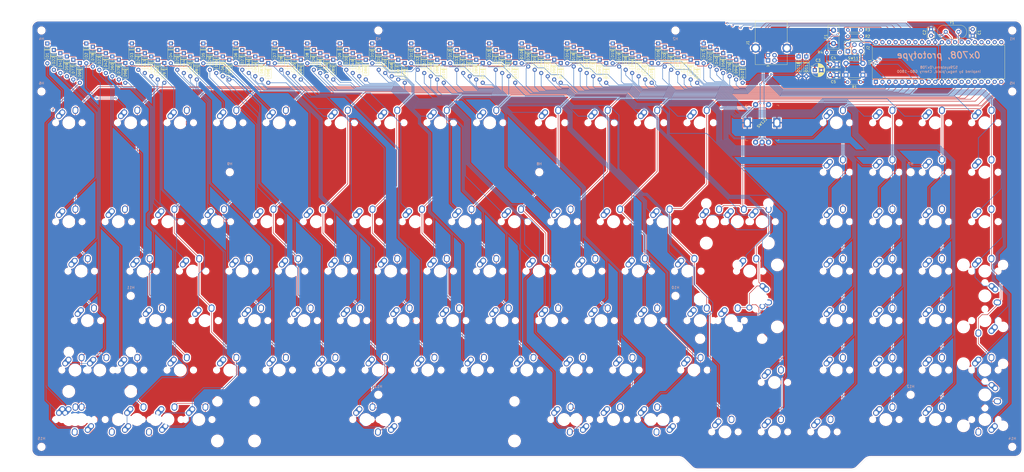
<source format=kicad_pcb>
(kicad_pcb (version 20171130) (host pcbnew "(5.1.2)-2")
  (layers (0 F.Cu signal) (31 B.Cu signal) (34 B.Paste user) (35 F.Paste user) (36 B.SilkS user) (37 F.SilkS user) (38 B.Mask user) (39 F.Mask user) (44 Edge.Cuts user))
  (net 0 "")
  (net 1 GND)
  (net 2 XTAL1)
  (net 3 XTAL2)
  (net 4 "Net-(D1-Pad2)")
  (net 5 ROWA)
  (net 6 "Net-(D2-Pad2)")
  (net 7 "Net-(D3-Pad2)")
  (net 8 "Net-(D4-Pad2)")
  (net 9 "Net-(D5-Pad2)")
  (net 10 "Net-(D6-Pad2)")
  (net 11 "Net-(D7-Pad2)")
  (net 12 "Net-(D8-Pad2)")
  (net 13 "Net-(D9-Pad2)")
  (net 14 "Net-(D10-Pad2)")
  (net 15 "Net-(D11-Pad2)")
  (net 16 ROWB)
  (net 17 "Net-(D12-Pad2)")
  (net 18 "Net-(D13-Pad2)")
  (net 19 "Net-(D14-Pad2)")
  (net 20 "Net-(D15-Pad2)")
  (net 21 "Net-(D16-Pad2)")
  (net 22 "Net-(D17-Pad2)")
  (net 23 "Net-(D18-Pad2)")
  (net 24 "Net-(D19-Pad2)")
  (net 25 "Net-(D20-Pad2)")
  (net 26 "Net-(D21-Pad2)")
  (net 27 "Net-(D22-Pad2)")
  (net 28 "Net-(D23-Pad2)")
  (net 29 ROWC)
  (net 30 "Net-(D24-Pad2)")
  (net 31 "Net-(D25-Pad2)")
  (net 32 "Net-(D26-Pad2)")
  (net 33 "Net-(D27-Pad2)")
  (net 34 "Net-(D28-Pad2)")
  (net 35 "Net-(D29-Pad2)")
  (net 36 "Net-(D30-Pad2)")
  (net 37 "Net-(D31-Pad2)")
  (net 38 "Net-(D32-Pad2)")
  (net 39 "Net-(D33-Pad2)")
  (net 40 ROWD)
  (net 41 "Net-(D34-Pad2)")
  (net 42 "Net-(D35-Pad2)")
  (net 43 "Net-(D36-Pad2)")
  (net 44 "Net-(D37-Pad2)")
  (net 45 "Net-(D38-Pad2)")
  (net 46 "Net-(D39-Pad2)")
  (net 47 "Net-(D40-Pad2)")
  (net 48 "Net-(D41-Pad2)")
  (net 49 "Net-(D42-Pad2)")
  (net 50 "Net-(D43-Pad2)")
  (net 51 "Net-(D44-Pad2)")
  (net 52 ROWE)
  (net 53 "Net-(D45-Pad2)")
  (net 54 "Net-(D46-Pad2)")
  (net 55 "Net-(D47-Pad2)")
  (net 56 "Net-(D48-Pad2)")
  (net 57 "Net-(D49-Pad2)")
  (net 58 "Net-(D50-Pad2)")
  (net 59 "Net-(D51-Pad2)")
  (net 60 "Net-(D52-Pad2)")
  (net 61 "Net-(D53-Pad2)")
  (net 62 "Net-(D54-Pad2)")
  (net 63 "Net-(D55-Pad2)")
  (net 64 ROWF)
  (net 65 "Net-(D56-Pad2)")
  (net 66 "Net-(D57-Pad2)")
  (net 67 "Net-(D58-Pad2)")
  (net 68 "Net-(D59-Pad2)")
  (net 69 "Net-(D60-Pad2)")
  (net 70 "Net-(D61-Pad2)")
  (net 71 "Net-(D62-Pad2)")
  (net 72 "Net-(D63-Pad2)")
  (net 73 "Net-(D64-Pad2)")
  (net 74 "Net-(D65-Pad2)")
  (net 75 "Net-(D66-Pad2)")
  (net 76 "Net-(D67-Pad2)")
  (net 77 ROWG)
  (net 78 "Net-(D68-Pad2)")
  (net 79 "Net-(D69-Pad2)")
  (net 80 "Net-(D70-Pad2)")
  (net 81 "Net-(D71-Pad2)")
  (net 82 "Net-(D72-Pad2)")
  (net 83 "Net-(D73-Pad2)")
  (net 84 "Net-(D74-Pad2)")
  (net 85 "Net-(D75-Pad2)")
  (net 86 "Net-(D76-Pad2)")
  (net 87 "Net-(D77-Pad2)")
  (net 88 "Net-(D78-Pad2)")
  (net 89 "Net-(D79-Pad2)")
  (net 90 "Net-(D80-Pad2)")
  (net 91 "Net-(D81-Pad2)")
  (net 92 "Net-(D82-Pad2)")
  (net 93 "Net-(D83-Pad2)")
  (net 94 "Net-(D84-Pad2)")
  (net 95 "Net-(D85-Pad2)")
  (net 96 "Net-(D86-Pad2)")
  (net 97 "Net-(D87-Pad2)")
  (net 98 "Net-(D88-Pad2)")
  (net 99 "Net-(D89-Pad2)")
  (net 100 "Net-(D90-Pad2)")
  (net 101 "Net-(D91-Pad2)")
  (net 102 "Net-(D92-Pad2)")
  (net 103 "Net-(D93-Pad2)")
  (net 104 "Net-(D94-Pad2)")
  (net 105 "Net-(D95-Pad2)")
  (net 106 "Net-(D96-Pad2)")
  (net 107 "Net-(D97-Pad2)")
  (net 108 "Net-(D98-Pad2)")
  (net 109 "Net-(D99-Pad2)")
  (net 110 "Net-(D100-Pad2)")
  (net 111 "Net-(D101-Pad2)")
  (net 112 "Net-(D102-Pad2)")
  (net 113 "Net-(D103-Pad2)")
  (net 114 "Net-(D104-Pad2)")
  (net 115 "Net-(D105-Pad2)")
  (net 116 "Net-(D106-Pad2)")
  (net 117 "Net-(D107-Pad2)")
  (net 118 RESET)
  (net 119 D+)
  (net 120 D-)
  (net 121 COL1)
  (net 122 COL2)
  (net 123 COL3)
  (net 124 COL4)
  (net 125 COL5)
  (net 126 COL6)
  (net 127 COL7)
  (net 128 COL8)
  (net 129 COL9)
  (net 130 COL10)
  (net 131 COL11)
  (net 132 "Net-(D117-Pad1)")
  (net 133 "Net-(D118-Pad1)")
  (net 134 "Net-(F1-Pad2)")
  (net 135 +5V)
  (net 136 COL12)
  (net 137 COL13)
  (net 138 COL14)
  (net 139 COL16)
  (net 140 COL17)
  (net 141 COL18)
  (net 142 COL15)
  (net 143 ROTS2)
  (net 144 ROTA)
  (net 145 ROTB)
  (net 146 "Net-(U1-Pad32)")
  (net 147 "Net-(U1-Pad38)")
  (net 148 "Net-(U1-Pad23)")
  (net 149 "Net-(U1-Pad22)")
  (module MX_Alps_Hybrid:MX-7U-NoLED (layer F.Cu) (at 143.825 183.825)
    (fp_text reference SW98)
    (fp_text value Space)
    (pad "" np_thru_hole circle (at 57.15 8.255) (size 3.9878 3.9878) (drill 3.9878) (layers *.Cu *.Mask))
    (pad "" np_thru_hole circle (at -57.15 8.255) (size 3.9878 3.9878) (drill 3.9878) (layers *.Cu *.Mask))
    (pad "" np_thru_hole circle (at 57.15 -6.985) (size 3.048 3.048) (drill 3.048) (layers *.Cu *.Mask))
    (pad "" np_thru_hole circle (at -57.15 -6.985) (size 3.048 3.048) (drill 3.048) (layers *.Cu *.Mask))
    (pad "" np_thru_hole circle (at 5.08 0 48.0996) (size 1.75 1.75) (drill 1.75) (layers *.Cu *.Mask))
    (pad "" np_thru_hole circle (at -5.08 0 48.0996) (size 1.75 1.75) (drill 1.75) (layers *.Cu *.Mask))
    (pad 1 thru_hole circle (at -2.5 -4) (size 2.25 2.25) (drill 1.47) (layers *.Cu *.Mask) (net 108 "Net-(D98-Pad2)"))
    (pad "" np_thru_hole circle (at 0 0) (size 3.9878 3.9878) (drill 3.9878) (layers *.Cu *.Mask))
    (pad 1 thru_hole oval (at -3.81 -2.54 48.0996) (size 4.211556 2.25) (drill 1.47 (offset 0.980778 0)) (layers *.Cu *.Mask) (net 108 "Net-(D98-Pad2)"))
    (pad 2 thru_hole circle (at 2.54 -5.08) (size 2.25 2.25) (drill 1.47) (layers *.Cu *.Mask) (net 126 COL6))
    (pad 2 thru_hole oval (at 2.5 -4.5 86.0548) (size 2.831378 2.25) (drill 1.47 (offset 0.290689 0)) (layers *.Cu *.Mask) (net 126 COL6))
  )
  (module hypercube:hypercube (layer F.Cu) (at 177.1625 181.6 180)
    (fp_text reference G*** hide)
    (fp_text value LOGO hide)
  )
  (module Diode_THT:D_DO-35_SOD27_P7.62mm_Horizontal (layer F.Cu) (at 128.75 44 270)
    (fp_text reference D66 (at 4 0 90) (layer F.SilkS))
    (fp_text value D_Small)
    (pad 2 thru_hole oval (at 7.62 0 270) (size 1.6 1.6) (drill 0.8) (layers *.Cu *.Mask) (net 75 "Net-(D66-Pad2)"))
    (pad 1 thru_hole rect (at 0 0 270) (size 1.6 1.6) (drill 0.8) (layers *.Cu *.Mask) (net 52 ROWE))
  )
  (module Diode_THT:D_DO-35_SOD27_P7.62mm_Horizontal (layer F.Cu) (at 98.75 42.75 270)
    (fp_text reference D46 (at 4 0 90) (layer F.SilkS))
    (fp_text value D_Small)
    (pad 2 thru_hole oval (at 7.62 0 270) (size 1.6 1.6) (drill 0.8) (layers *.Cu *.Mask) (net 54 "Net-(D46-Pad2)"))
    (pad 1 thru_hole rect (at 0 0 270) (size 1.6 1.6) (drill 0.8) (layers *.Cu *.Mask) (net 40 ROWD))
  )
  (module Diode_THT:D_DO-35_SOD27_P7.62mm_Horizontal (layer F.Cu) (at 78.75 45.25 270)
    (fp_text reference D81 (at 4 0 90) (layer F.SilkS))
    (fp_text value D_Small)
    (pad 2 thru_hole oval (at 7.62 0 270) (size 1.6 1.6) (drill 0.8) (layers *.Cu *.Mask) (net 91 "Net-(D81-Pad2)"))
    (pad 1 thru_hole rect (at 0 0 270) (size 1.6 1.6) (drill 0.8) (layers *.Cu *.Mask) (net 64 ROWF))
  )
  (module Diode_THT:D_DO-35_SOD27_P7.62mm_Horizontal (layer F.Cu) (at 63.75 45.25 270)
    (fp_text reference D80 (at 4 0 90) (layer F.SilkS))
    (fp_text value D_Small)
    (pad 2 thru_hole oval (at 7.62 0 270) (size 1.6 1.6) (drill 0.8) (layers *.Cu *.Mask) (net 90 "Net-(D80-Pad2)"))
    (pad 1 thru_hole rect (at 0 0 270) (size 1.6 1.6) (drill 0.8) (layers *.Cu *.Mask) (net 64 ROWF))
  )
  (module MX_Alps_Hybrid:MX-1U-NoLED (layer F.Cu) (at 29.525 69.525)
    (fp_text reference SW1)
    (fp_text value Esc)
    (pad "" np_thru_hole circle (at 5.08 0 48.0996) (size 1.75 1.75) (drill 1.75) (layers *.Cu *.Mask))
    (pad "" np_thru_hole circle (at -5.08 0 48.0996) (size 1.75 1.75) (drill 1.75) (layers *.Cu *.Mask))
    (pad 1 thru_hole circle (at -2.5 -4) (size 2.25 2.25) (drill 1.47) (layers *.Cu *.Mask) (net 4 "Net-(D1-Pad2)"))
    (pad "" np_thru_hole circle (at 0 0) (size 3.9878 3.9878) (drill 3.9878) (layers *.Cu *.Mask))
    (pad 1 thru_hole oval (at -3.81 -2.54 48.0996) (size 4.211556 2.25) (drill 1.47 (offset 0.980778 0)) (layers *.Cu *.Mask) (net 4 "Net-(D1-Pad2)"))
    (pad 2 thru_hole circle (at 2.54 -5.08) (size 2.25 2.25) (drill 1.47) (layers *.Cu *.Mask) (net 121 COL1))
    (pad 2 thru_hole oval (at 2.5 -4.5 86.0548) (size 2.831378 2.25) (drill 1.47 (offset 0.290689 0)) (layers *.Cu *.Mask) (net 121 COL1))
  )
  (module Package_DIP:DIP-40_W15.24mm (layer F.Cu) (at 340 53.75 90)
    (fp_text reference U1 (at 7.62 -2.33 90) (layer F.SilkS))
    (fp_text value ATmega32A-PU)
    (pad 40 thru_hole oval (at 15.24 0 90) (size 1.6 1.6) (drill 0.8) (layers *.Cu *.Mask) (net 120 D-))
    (pad 20 thru_hole oval (at 0 48.26 90) (size 1.6 1.6) (drill 0.8) (layers *.Cu *.Mask) (net 142 COL15))
    (pad 39 thru_hole oval (at 15.24 2.54 90) (size 1.6 1.6) (drill 0.8) (layers *.Cu *.Mask) (net 119 D+))
    (pad 19 thru_hole oval (at 0 45.72 90) (size 1.6 1.6) (drill 0.8) (layers *.Cu *.Mask) (net 138 COL14))
    (pad 38 thru_hole oval (at 15.24 5.08 90) (size 1.6 1.6) (drill 0.8) (layers *.Cu *.Mask) (net 147 "Net-(U1-Pad38)"))
    (pad 18 thru_hole oval (at 0 43.18 90) (size 1.6 1.6) (drill 0.8) (layers *.Cu *.Mask) (net 137 COL13))
    (pad 37 thru_hole oval (at 15.24 7.62 90) (size 1.6 1.6) (drill 0.8) (layers *.Cu *.Mask) (net 145 ROTB))
    (pad 17 thru_hole oval (at 0 40.64 90) (size 1.6 1.6) (drill 0.8) (layers *.Cu *.Mask) (net 136 COL12))
    (pad 36 thru_hole oval (at 15.24 10.16 90) (size 1.6 1.6) (drill 0.8) (layers *.Cu *.Mask) (net 144 ROTA))
    (pad 16 thru_hole oval (at 0 38.1 90) (size 1.6 1.6) (drill 0.8) (layers *.Cu *.Mask) (net 131 COL11))
    (pad 35 thru_hole oval (at 15.24 12.7 90) (size 1.6 1.6) (drill 0.8) (layers *.Cu *.Mask) (net 77 ROWG))
    (pad 15 thru_hole oval (at 0 35.56 90) (size 1.6 1.6) (drill 0.8) (layers *.Cu *.Mask) (net 130 COL10))
    (pad 34 thru_hole oval (at 15.24 15.24 90) (size 1.6 1.6) (drill 0.8) (layers *.Cu *.Mask) (net 64 ROWF))
    (pad 14 thru_hole oval (at 0 33.02 90) (size 1.6 1.6) (drill 0.8) (layers *.Cu *.Mask) (net 129 COL9))
    (pad 33 thru_hole oval (at 15.24 17.78 90) (size 1.6 1.6) (drill 0.8) (layers *.Cu *.Mask) (net 52 ROWE))
    (pad 13 thru_hole oval (at 0 30.48 90) (size 1.6 1.6) (drill 0.8) (layers *.Cu *.Mask) (net 2 XTAL1))
    (pad 32 thru_hole oval (at 15.24 20.32 90) (size 1.6 1.6) (drill 0.8) (layers *.Cu *.Mask) (net 146 "Net-(U1-Pad32)"))
    (pad 12 thru_hole oval (at 0 27.94 90) (size 1.6 1.6) (drill 0.8) (layers *.Cu *.Mask) (net 3 XTAL2))
    (pad 31 thru_hole oval (at 15.24 22.86 90) (size 1.6 1.6) (drill 0.8) (layers *.Cu *.Mask) (net 1 GND))
    (pad 11 thru_hole oval (at 0 25.4 90) (size 1.6 1.6) (drill 0.8) (layers *.Cu *.Mask) (net 1 GND))
    (pad 30 thru_hole oval (at 15.24 25.4 90) (size 1.6 1.6) (drill 0.8) (layers *.Cu *.Mask) (net 135 +5V))
    (pad 10 thru_hole oval (at 0 22.86 90) (size 1.6 1.6) (drill 0.8) (layers *.Cu *.Mask) (net 135 +5V))
    (pad 29 thru_hole oval (at 15.24 27.94 90) (size 1.6 1.6) (drill 0.8) (layers *.Cu *.Mask) (net 40 ROWD))
    (pad 9 thru_hole oval (at 0 20.32 90) (size 1.6 1.6) (drill 0.8) (layers *.Cu *.Mask) (net 118 RESET))
    (pad 28 thru_hole oval (at 15.24 30.48 90) (size 1.6 1.6) (drill 0.8) (layers *.Cu *.Mask) (net 29 ROWC))
    (pad 8 thru_hole oval (at 0 17.78 90) (size 1.6 1.6) (drill 0.8) (layers *.Cu *.Mask) (net 128 COL8))
    (pad 27 thru_hole oval (at 15.24 33.02 90) (size 1.6 1.6) (drill 0.8) (layers *.Cu *.Mask) (net 16 ROWB))
    (pad 7 thru_hole oval (at 0 15.24 90) (size 1.6 1.6) (drill 0.8) (layers *.Cu *.Mask) (net 127 COL7))
    (pad 26 thru_hole oval (at 15.24 35.56 90) (size 1.6 1.6) (drill 0.8) (layers *.Cu *.Mask) (net 5 ROWA))
    (pad 6 thru_hole oval (at 0 12.7 90) (size 1.6 1.6) (drill 0.8) (layers *.Cu *.Mask) (net 126 COL6))
    (pad 25 thru_hole oval (at 15.24 38.1 90) (size 1.6 1.6) (drill 0.8) (layers *.Cu *.Mask) (net 139 COL16))
    (pad 5 thru_hole oval (at 0 10.16 90) (size 1.6 1.6) (drill 0.8) (layers *.Cu *.Mask) (net 125 COL5))
    (pad 24 thru_hole oval (at 15.24 40.64 90) (size 1.6 1.6) (drill 0.8) (layers *.Cu *.Mask) (net 140 COL17))
    (pad 4 thru_hole oval (at 0 7.62 90) (size 1.6 1.6) (drill 0.8) (layers *.Cu *.Mask) (net 124 COL4))
    (pad 23 thru_hole oval (at 15.24 43.18 90) (size 1.6 1.6) (drill 0.8) (layers *.Cu *.Mask) (net 148 "Net-(U1-Pad23)"))
    (pad 3 thru_hole oval (at 0 5.08 90) (size 1.6 1.6) (drill 0.8) (layers *.Cu *.Mask) (net 123 COL3))
    (pad 22 thru_hole oval (at 15.24 45.72 90) (size 1.6 1.6) (drill 0.8) (layers *.Cu *.Mask) (net 149 "Net-(U1-Pad22)"))
    (pad 2 thru_hole oval (at 0 2.54 90) (size 1.6 1.6) (drill 0.8) (layers *.Cu *.Mask) (net 122 COL2))
    (pad 21 thru_hole oval (at 15.24 48.26 90) (size 1.6 1.6) (drill 0.8) (layers *.Cu *.Mask) (net 141 COL18))
    (pad 1 thru_hole rect (at 0 0 90) (size 1.6 1.6) (drill 0.8) (layers *.Cu *.Mask) (net 121 COL1))
  )
  (module MX_Alps_Hybrid:MX-ISO-NoLED (layer F.Cu) (at 293.84375 136.2)
    (fp_text reference SW110)
    (fp_text value ISOEnter)
    (pad "" np_thru_hole circle (at 8.255 -11.938) (size 3.9878 3.9878) (drill 3.9878) (layers *.Cu *.Mask))
    (pad "" np_thru_hole circle (at 8.255 11.938) (size 3.9878 3.9878) (drill 3.9878) (layers *.Cu *.Mask))
    (pad "" np_thru_hole circle (at -6.985 -11.938) (size 3.048 3.048) (drill 3.048) (layers *.Cu *.Mask))
    (pad "" np_thru_hole circle (at -6.985 11.938) (size 3.048 3.048) (drill 3.048) (layers *.Cu *.Mask))
    (pad 2 thru_hole circle (at -2.5 4.5) (size 2.25 2.25) (drill 1.47) (layers *.Cu *.Mask) (net 138 COL14))
    (pad 1 thru_hole circle (at 2.5 4) (size 2.25 2.25) (drill 1.47) (layers *.Cu *.Mask) (net 82 "Net-(D72-Pad2)"))
    (pad "" np_thru_hole circle (at 0 5.08 48.0996) (size 1.7018 1.7018) (drill 1.7018) (layers *.Cu *.Mask))
    (pad "" np_thru_hole circle (at 0 -5.08 48.0996) (size 1.7018 1.7018) (drill 1.7018) (layers *.Cu *.Mask))
    (pad 2 thru_hole circle (at 4 -2.5) (size 2.25 2.25) (drill 1.47) (layers *.Cu *.Mask) (net 138 COL14))
    (pad "" np_thru_hole circle (at 0 0) (size 3.9878 3.9878) (drill 3.9878) (layers *.Cu *.Mask))
    (pad 2 thru_hole oval (at 2.54 -3.81 318.1) (size 4.211556 2.25) (drill 1.47 (offset 0.980778 0)) (layers *.Cu *.Mask) (net 138 COL14))
    (pad 1 thru_hole circle (at 5.08 2.54) (size 2.25 2.25) (drill 1.47) (layers *.Cu *.Mask) (net 82 "Net-(D72-Pad2)"))
    (pad 1 thru_hole oval (at 4.5 2.5 356.1) (size 2.831378 2.25) (drill 1.47 (offset 0.290689 0)) (layers *.Cu *.Mask) (net 82 "Net-(D72-Pad2)"))
  )
  (module MX_Alps_Hybrid:MX-6.25U-ReversedStabilizers-NoLED (layer F.Cu) (at 150.96875 183.825 180)
    (fp_text reference SW115)
    (fp_text value Space6.25)
    (pad "" np_thru_hole circle (at 49.9999 -8.255 180) (size 3.9878 3.9878) (drill 3.9878) (layers *.Cu *.Mask))
    (pad "" np_thru_hole circle (at -49.9999 -8.255 180) (size 3.9878 3.9878) (drill 3.9878) (layers *.Cu *.Mask))
    (pad "" np_thru_hole circle (at 49.9999 6.985 180) (size 3.048 3.048) (drill 3.048) (layers *.Cu *.Mask))
    (pad "" np_thru_hole circle (at -49.9999 6.985 180) (size 3.048 3.048) (drill 3.048) (layers *.Cu *.Mask))
    (pad "" np_thru_hole circle (at 5.08 0 228.0996) (size 1.75 1.75) (drill 1.75) (layers *.Cu *.Mask))
    (pad "" np_thru_hole circle (at -5.08 0 228.0996) (size 1.75 1.75) (drill 1.75) (layers *.Cu *.Mask))
    (pad 1 thru_hole circle (at -2.5 -4 180) (size 2.25 2.25) (drill 1.47) (layers *.Cu *.Mask) (net 108 "Net-(D98-Pad2)"))
    (pad "" np_thru_hole circle (at 0 0 180) (size 3.9878 3.9878) (drill 3.9878) (layers *.Cu *.Mask))
    (pad 1 thru_hole oval (at -3.81 -2.54 228.0996) (size 4.211556 2.25) (drill 1.47 (offset 0.980778 0)) (layers *.Cu *.Mask) (net 108 "Net-(D98-Pad2)"))
    (pad 2 thru_hole circle (at 2.54 -5.08 180) (size 2.25 2.25) (drill 1.47) (layers *.Cu *.Mask) (net 126 COL6))
    (pad 2 thru_hole oval (at 2.5 -4.5 266.0548) (size 2.831378 2.25) (drill 1.47 (offset 0.290689 0)) (layers *.Cu *.Mask) (net 126 COL6))
  )
  (module MX_Alps_Hybrid:MX-1U-NoLED (layer F.Cu) (at 381.95 164.775)
    (fp_text reference SW116)
    (fp_text value NumEnter1)
    (pad "" np_thru_hole circle (at 5.08 0 48.0996) (size 1.75 1.75) (drill 1.75) (layers *.Cu *.Mask))
    (pad "" np_thru_hole circle (at -5.08 0 48.0996) (size 1.75 1.75) (drill 1.75) (layers *.Cu *.Mask))
    (pad 1 thru_hole circle (at -2.5 -4) (size 2.25 2.25) (drill 1.47) (layers *.Cu *.Mask) (net 104 "Net-(D94-Pad2)"))
    (pad "" np_thru_hole circle (at 0 0) (size 3.9878 3.9878) (drill 3.9878) (layers *.Cu *.Mask))
    (pad 1 thru_hole oval (at -3.81 -2.54 48.0996) (size 4.211556 2.25) (drill 1.47 (offset 0.980778 0)) (layers *.Cu *.Mask) (net 104 "Net-(D94-Pad2)"))
    (pad 2 thru_hole circle (at 2.54 -5.08) (size 2.25 2.25) (drill 1.47) (layers *.Cu *.Mask) (net 141 COL18))
    (pad 2 thru_hole oval (at 2.5 -4.5 86.0548) (size 2.831378 2.25) (drill 1.47 (offset 0.290689 0)) (layers *.Cu *.Mask) (net 141 COL18))
  )
  (module MX_Alps_Hybrid:MX-1.5U-NoLED (layer F.Cu) (at 34.2875 183.825 180)
    (fp_text reference SW118)
    (fp_text value LCtrl1.5)
    (pad "" np_thru_hole circle (at 5.08 0 228.0996) (size 1.75 1.75) (drill 1.75) (layers *.Cu *.Mask))
    (pad "" np_thru_hole circle (at -5.08 0 228.0996) (size 1.75 1.75) (drill 1.75) (layers *.Cu *.Mask))
    (pad 1 thru_hole circle (at -2.5 -4 180) (size 2.25 2.25) (drill 1.47) (layers *.Cu *.Mask) (net 105 "Net-(D95-Pad2)"))
    (pad "" np_thru_hole circle (at 0 0 180) (size 3.9878 3.9878) (drill 3.9878) (layers *.Cu *.Mask))
    (pad 1 thru_hole oval (at -3.81 -2.54 228) (size 4.211556 2.25) (drill 1.47 (offset 0.980778 0)) (layers *.Cu *.Mask) (net 105 "Net-(D95-Pad2)"))
    (pad 2 thru_hole circle (at 2.54 -5.08 180) (size 2.25 2.25) (drill 1.47) (layers *.Cu *.Mask) (net 121 COL1))
    (pad 2 thru_hole oval (at 2.5 -4.5 266) (size 2.831378 2.25) (drill 1.47 (offset 0.290689 0)) (layers *.Cu *.Mask) (net 121 COL1))
  )
  (module MX_Alps_Hybrid:MX-1U-NoLED (layer F.Cu) (at 229.55 126.675)
    (fp_text reference SW51)
    (fp_text value P)
    (pad "" np_thru_hole circle (at 5.08 0 48.0996) (size 1.75 1.75) (drill 1.75) (layers *.Cu *.Mask))
    (pad "" np_thru_hole circle (at -5.08 0 48.0996) (size 1.75 1.75) (drill 1.75) (layers *.Cu *.Mask))
    (pad 1 thru_hole circle (at -2.5 -4) (size 2.25 2.25) (drill 1.47) (layers *.Cu *.Mask) (net 59 "Net-(D51-Pad2)"))
    (pad "" np_thru_hole circle (at 0 0) (size 3.9878 3.9878) (drill 3.9878) (layers *.Cu *.Mask))
    (pad 1 thru_hole oval (at -3.81 -2.54 48.0996) (size 4.211556 2.25) (drill 1.47 (offset 0.980778 0)) (layers *.Cu *.Mask) (net 59 "Net-(D51-Pad2)"))
    (pad 2 thru_hole circle (at 2.54 -5.08) (size 2.25 2.25) (drill 1.47) (layers *.Cu *.Mask) (net 131 COL11))
    (pad 2 thru_hole oval (at 2.5 -4.5 86.0548) (size 2.831378 2.25) (drill 1.47 (offset 0.290689 0)) (layers *.Cu *.Mask) (net 131 COL11))
  )
  (module MX_Alps_Hybrid:MX-1U-NoLED (layer F.Cu) (at 129.5375 164.775)
    (fp_text reference SW82)
    (fp_text value V)
    (pad "" np_thru_hole circle (at 5.08 0 48.0996) (size 1.75 1.75) (drill 1.75) (layers *.Cu *.Mask))
    (pad "" np_thru_hole circle (at -5.08 0 48.0996) (size 1.75 1.75) (drill 1.75) (layers *.Cu *.Mask))
    (pad 1 thru_hole circle (at -2.5 -4) (size 2.25 2.25) (drill 1.47) (layers *.Cu *.Mask) (net 92 "Net-(D82-Pad2)"))
    (pad "" np_thru_hole circle (at 0 0) (size 3.9878 3.9878) (drill 3.9878) (layers *.Cu *.Mask))
    (pad 1 thru_hole oval (at -3.81 -2.54 48.0996) (size 4.211556 2.25) (drill 1.47 (offset 0.980778 0)) (layers *.Cu *.Mask) (net 92 "Net-(D82-Pad2)"))
    (pad 2 thru_hole circle (at 2.54 -5.08) (size 2.25 2.25) (drill 1.47) (layers *.Cu *.Mask) (net 125 COL5))
    (pad 2 thru_hole oval (at 2.5 -4.5 86.0548) (size 2.831378 2.25) (drill 1.47 (offset 0.290689 0)) (layers *.Cu *.Mask) (net 125 COL5))
  )
  (module Connector_USB:USB_B_OST_USB-B1HSxx_Horizontal (layer F.Cu) (at 298.5 45.5 90)
    (fp_text reference J1 (at 6.76 -7.77 90) (layer F.SilkS))
    (fp_text value USB_B)
    (pad 5 thru_hole circle (at 4.71 7.27 90) (size 3.5 3.5) (drill 2.33) (layers *.Cu *.Mask) (net 1 GND))
    (pad 5 thru_hole circle (at 4.71 -4.77 90) (size 3.5 3.5) (drill 2.33) (layers *.Cu *.Mask) (net 1 GND))
    (pad 4 thru_hole circle (at 2 0 90) (size 1.7 1.7) (drill 0.92) (layers *.Cu *.Mask) (net 1 GND))
    (pad 3 thru_hole circle (at 2 2.5 90) (size 1.7 1.7) (drill 0.92) (layers *.Cu *.Mask) (net 133 "Net-(D118-Pad1)"))
    (pad 2 thru_hole circle (at 0 2.5 90) (size 1.7 1.7) (drill 0.92) (layers *.Cu *.Mask) (net 132 "Net-(D117-Pad1)"))
    (pad 1 thru_hole rect (at 0 0 90) (size 1.7 1.7) (drill 0.92) (layers *.Cu *.Mask) (net 134 "Net-(F1-Pad2)"))
  )
  (module MountingHole:MountingHole_2.2mm_M2 (layer F.Cu) (at 392.475 34 180)
    (fp_text reference H1 (at 0 -3.2) (layer B.SilkS) (effects (justify mirror)))
    (fp_text value M2)
    (pad 1 np_thru_hole circle (at 0 0 180) (size 2.2 2.2) (drill 2.2) (layers *.Cu *.Mask))
  )
  (module Fuse:Fuse_Littelfuse_395Series (layer F.Cu) (at 323.7 39 90)
    (fp_text reference F1 (at 2.65 -2.95 90) (layer F.SilkS))
    (fp_text value 100mA)
    (pad 2 thru_hole circle (at 5.08 0.01 90) (size 2 2) (drill 1) (layers *.Cu *.Mask) (net 134 "Net-(F1-Pad2)"))
    (pad 1 thru_hole circle (at 0 0 90) (size 2 2) (drill 1) (layers *.Cu *.Mask) (net 135 +5V))
  )
  (module digikey-footprints:Rotary_Encoder_Switched_PEC11R (layer F.Cu) (at 296.225 69.525)
    (fp_text reference SW122 (at 0 0 45) (layer F.SilkS))
    (fp_text value Rotary_Encoder_Switch)
    (pad B thru_hole circle (at 2.5 7.5) (size 2 2) (drill 1) (layers *.Cu *.Mask) (net 145 ROTB))
    (pad C thru_hole circle (at 0 7.5) (size 2 2) (drill 1) (layers *.Cu *.Mask) (net 1 GND))
    (pad A thru_hole circle (at -2.5 7.5) (size 2 2) (drill 1) (layers *.Cu *.Mask) (net 144 ROTA))
    (pad 2 thru_hole circle (at 2.5 -7) (size 2 2) (drill 1) (layers *.Cu *.Mask) (net 143 ROTS2))
    (pad 1 thru_hole circle (at -2.5 -7) (size 2 2) (drill 1) (layers *.Cu *.Mask) (net 138 COL14))
    (pad 3 thru_hole rect (at 5.7 0) (size 2.8 3.6) (drill oval 1.8 2.6) (layers *.Cu *.Mask) (net 1 GND))
    (pad 3 thru_hole rect (at -5.7 0) (size 2.8 3.6) (drill oval 1.8 2.6) (layers *.Cu *.Mask) (net 1 GND))
  )
  (module MX_Alps_Hybrid:MX-1U-NoLED (layer F.Cu) (at 48.575 107.625)
    (fp_text reference SW23)
    (fp_text value 1)
    (pad "" np_thru_hole circle (at 5.08 0 48.0996) (size 1.75 1.75) (drill 1.75) (layers *.Cu *.Mask))
    (pad "" np_thru_hole circle (at -5.08 0 48.0996) (size 1.75 1.75) (drill 1.75) (layers *.Cu *.Mask))
    (pad 1 thru_hole circle (at -2.5 -4) (size 2.25 2.25) (drill 1.47) (layers *.Cu *.Mask) (net 28 "Net-(D23-Pad2)"))
    (pad "" np_thru_hole circle (at 0 0) (size 3.9878 3.9878) (drill 3.9878) (layers *.Cu *.Mask))
    (pad 1 thru_hole oval (at -3.81 -2.54 48.0996) (size 4.211556 2.25) (drill 1.47 (offset 0.980778 0)) (layers *.Cu *.Mask) (net 28 "Net-(D23-Pad2)"))
    (pad 2 thru_hole circle (at 2.54 -5.08) (size 2.25 2.25) (drill 1.47) (layers *.Cu *.Mask) (net 122 COL2))
    (pad 2 thru_hole oval (at 2.5 -4.5 86.0548) (size 2.831378 2.25) (drill 1.47 (offset 0.290689 0)) (layers *.Cu *.Mask) (net 122 COL2))
  )
  (module Capacitor_THT:C_Disc_D3.8mm_W2.6mm_P2.50mm (layer F.Cu) (at 377.25 33.5 270)
    (fp_text reference C1 (at 1.25 -2.55 90) (layer F.SilkS))
    (fp_text value 20p)
    (pad 2 thru_hole circle (at 2.5 0 270) (size 1.6 1.6) (drill 0.8) (layers *.Cu *.Mask) (net 1 GND))
    (pad 1 thru_hole circle (at 0 0 270) (size 1.6 1.6) (drill 0.8) (layers *.Cu *.Mask) (net 2 XTAL1))
  )
  (module Capacitor_THT:C_Disc_D3.8mm_W2.6mm_P2.50mm (layer F.Cu) (at 361.25 36 90)
    (fp_text reference C2 (at 1.25 -2.55 90) (layer F.SilkS))
    (fp_text value 20p)
    (pad 2 thru_hole circle (at 2.5 0 90) (size 1.6 1.6) (drill 0.8) (layers *.Cu *.Mask) (net 1 GND))
    (pad 1 thru_hole circle (at 0 0 90) (size 1.6 1.6) (drill 0.8) (layers *.Cu *.Mask) (net 3 XTAL2))
  )
  (module Capacitor_THT:CP_Radial_D5.0mm_P2.50mm (layer F.Cu) (at 316.5 49.25)
    (fp_text reference C3 (at 1.25 -3.75) (layer F.SilkS))
    (fp_text value 4.7u)
    (pad 2 thru_hole circle (at 2.5 0) (size 1.6 1.6) (drill 0.8) (layers *.Cu *.Mask) (net 1 GND))
    (pad 1 thru_hole rect (at 0 0) (size 1.6 1.6) (drill 0.8) (layers *.Cu *.Mask) (net 135 +5V))
  )
  (module Capacitor_THT:C_Disc_D5.0mm_W2.5mm_P2.50mm (layer F.Cu) (at 322.425001 47.075001)
    (fp_text reference C4 (at 1.25 -2.5) (layer F.SilkS))
    (fp_text value 100n)
    (pad 2 thru_hole circle (at 2.5 0) (size 1.6 1.6) (drill 0.8) (layers *.Cu *.Mask) (net 1 GND))
    (pad 1 thru_hole circle (at 0 0) (size 1.6 1.6) (drill 0.8) (layers *.Cu *.Mask) (net 135 +5V))
  )
  (module Capacitor_THT:C_Disc_D5.0mm_W2.5mm_P2.50mm (layer F.Cu) (at 322.425001 51.125001)
    (fp_text reference C5 (at 1.25 2.624999) (layer F.SilkS))
    (fp_text value 100n)
    (pad 2 thru_hole circle (at 2.5 0) (size 1.6 1.6) (drill 0.8) (layers *.Cu *.Mask) (net 1 GND))
    (pad 1 thru_hole circle (at 0 0) (size 1.6 1.6) (drill 0.8) (layers *.Cu *.Mask) (net 135 +5V))
  )
  (module Diode_THT:D_DO-35_SOD27_P7.62mm_Horizontal (layer F.Cu) (at 21.25 39 270)
    (fp_text reference D1 (at 4.5 0 90) (layer F.SilkS))
    (fp_text value D_Small)
    (pad 2 thru_hole oval (at 7.62 0 270) (size 1.6 1.6) (drill 0.8) (layers *.Cu *.Mask) (net 4 "Net-(D1-Pad2)"))
    (pad 1 thru_hole rect (at 0 0 270) (size 1.6 1.6) (drill 0.8) (layers *.Cu *.Mask) (net 5 ROWA))
  )
  (module Diode_THT:D_DO-35_SOD27_P7.62mm_Horizontal (layer F.Cu) (at 36.25 39 270)
    (fp_text reference D2 (at 4.5 0 90) (layer F.SilkS))
    (fp_text value D_Small)
    (pad 2 thru_hole oval (at 7.62 0 270) (size 1.6 1.6) (drill 0.8) (layers *.Cu *.Mask) (net 6 "Net-(D2-Pad2)"))
    (pad 1 thru_hole rect (at 0 0 270) (size 1.6 1.6) (drill 0.8) (layers *.Cu *.Mask) (net 5 ROWA))
  )
  (module Diode_THT:D_DO-35_SOD27_P7.62mm_Horizontal (layer F.Cu) (at 53.75 39 270)
    (fp_text reference D3 (at 4.5 0 90) (layer F.SilkS))
    (fp_text value D_Small)
    (pad 2 thru_hole oval (at 7.62 0 270) (size 1.6 1.6) (drill 0.8) (layers *.Cu *.Mask) (net 7 "Net-(D3-Pad2)"))
    (pad 1 thru_hole rect (at 0 0 270) (size 1.6 1.6) (drill 0.8) (layers *.Cu *.Mask) (net 5 ROWA))
  )
  (module Diode_THT:D_DO-35_SOD27_P7.62mm_Horizontal (layer F.Cu) (at 68.75 39 270)
    (fp_text reference D4 (at 4.5 0 90) (layer F.SilkS))
    (fp_text value D_Small)
    (pad 2 thru_hole oval (at 7.62 0 270) (size 1.6 1.6) (drill 0.8) (layers *.Cu *.Mask) (net 8 "Net-(D4-Pad2)"))
    (pad 1 thru_hole rect (at 0 0 270) (size 1.6 1.6) (drill 0.8) (layers *.Cu *.Mask) (net 5 ROWA))
  )
  (module Diode_THT:D_DO-35_SOD27_P7.62mm_Horizontal (layer F.Cu) (at 81.25 39 270)
    (fp_text reference D5 (at 4.5 0 90) (layer F.SilkS))
    (fp_text value D_Small)
    (pad 2 thru_hole oval (at 7.62 0 270) (size 1.6 1.6) (drill 0.8) (layers *.Cu *.Mask) (net 9 "Net-(D5-Pad2)"))
    (pad 1 thru_hole rect (at 0 0 270) (size 1.6 1.6) (drill 0.8) (layers *.Cu *.Mask) (net 5 ROWA))
  )
  (module Diode_THT:D_DO-35_SOD27_P7.62mm_Horizontal (layer F.Cu) (at 93.75 39 270)
    (fp_text reference D6 (at 4.5 0 90) (layer F.SilkS))
    (fp_text value D_Small)
    (pad 2 thru_hole oval (at 7.62 0 270) (size 1.6 1.6) (drill 0.8) (layers *.Cu *.Mask) (net 10 "Net-(D6-Pad2)"))
    (pad 1 thru_hole rect (at 0 0 270) (size 1.6 1.6) (drill 0.8) (layers *.Cu *.Mask) (net 5 ROWA))
  )
  (module Diode_THT:D_DO-35_SOD27_P7.62mm_Horizontal (layer F.Cu) (at 108.75 39 270)
    (fp_text reference D7 (at 4.5 0 90) (layer F.SilkS))
    (fp_text value D_Small)
    (pad 2 thru_hole oval (at 7.62 0 270) (size 1.6 1.6) (drill 0.8) (layers *.Cu *.Mask) (net 11 "Net-(D7-Pad2)"))
    (pad 1 thru_hole rect (at 0 0 270) (size 1.6 1.6) (drill 0.8) (layers *.Cu *.Mask) (net 5 ROWA))
  )
  (module Diode_THT:D_DO-35_SOD27_P7.62mm_Horizontal (layer F.Cu) (at 121.25 39 270)
    (fp_text reference D8 (at 4.5 0 90) (layer F.SilkS))
    (fp_text value D_Small)
    (pad 2 thru_hole oval (at 7.62 0 270) (size 1.6 1.6) (drill 0.8) (layers *.Cu *.Mask) (net 12 "Net-(D8-Pad2)"))
    (pad 1 thru_hole rect (at 0 0 270) (size 1.6 1.6) (drill 0.8) (layers *.Cu *.Mask) (net 5 ROWA))
  )
  (module Diode_THT:D_DO-35_SOD27_P7.62mm_Horizontal (layer F.Cu) (at 133.75 39 270)
    (fp_text reference D9 (at 4.5 0 90) (layer F.SilkS))
    (fp_text value D_Small)
    (pad 2 thru_hole oval (at 7.62 0 270) (size 1.6 1.6) (drill 0.8) (layers *.Cu *.Mask) (net 13 "Net-(D9-Pad2)"))
    (pad 1 thru_hole rect (at 0 0 270) (size 1.6 1.6) (drill 0.8) (layers *.Cu *.Mask) (net 5 ROWA))
  )
  (module Diode_THT:D_DO-35_SOD27_P7.62mm_Horizontal (layer F.Cu) (at 146.25 39 270)
    (fp_text reference D10 (at 4 0 90) (layer F.SilkS))
    (fp_text value D_Small)
    (pad 2 thru_hole oval (at 7.62 0 270) (size 1.6 1.6) (drill 0.8) (layers *.Cu *.Mask) (net 14 "Net-(D10-Pad2)"))
    (pad 1 thru_hole rect (at 0 0 270) (size 1.6 1.6) (drill 0.8) (layers *.Cu *.Mask) (net 5 ROWA))
  )
  (module Diode_THT:D_DO-35_SOD27_P7.62mm_Horizontal (layer F.Cu) (at 161.25 39 270)
    (fp_text reference D11 (at 4 0 90) (layer F.SilkS))
    (fp_text value D_Small)
    (pad 2 thru_hole oval (at 7.62 0 270) (size 1.6 1.6) (drill 0.8) (layers *.Cu *.Mask) (net 15 "Net-(D11-Pad2)"))
    (pad 1 thru_hole rect (at 0 0 270) (size 1.6 1.6) (drill 0.8) (layers *.Cu *.Mask) (net 5 ROWA))
  )
  (module Diode_THT:D_DO-35_SOD27_P7.62mm_Horizontal (layer F.Cu) (at 176.25 39 270)
    (fp_text reference D12 (at 4 0 90) (layer F.SilkS))
    (fp_text value D_Small)
    (pad 2 thru_hole oval (at 7.62 0 270) (size 1.6 1.6) (drill 0.8) (layers *.Cu *.Mask) (net 17 "Net-(D12-Pad2)"))
    (pad 1 thru_hole rect (at 0 0 270) (size 1.6 1.6) (drill 0.8) (layers *.Cu *.Mask) (net 5 ROWA))
  )
  (module Diode_THT:D_DO-35_SOD27_P7.62mm_Horizontal (layer F.Cu) (at 191.25 39 270)
    (fp_text reference D13 (at 4 0 90) (layer F.SilkS))
    (fp_text value D_Small)
    (pad 2 thru_hole oval (at 7.62 0 270) (size 1.6 1.6) (drill 0.8) (layers *.Cu *.Mask) (net 18 "Net-(D13-Pad2)"))
    (pad 1 thru_hole rect (at 0 0 270) (size 1.6 1.6) (drill 0.8) (layers *.Cu *.Mask) (net 5 ROWA))
  )
  (module Diode_THT:D_DO-35_SOD27_P7.62mm_Horizontal (layer F.Cu) (at 221.25 39 270)
    (fp_text reference D14 (at 4 0 90) (layer F.SilkS))
    (fp_text value D_Small)
    (pad 2 thru_hole oval (at 7.62 0 270) (size 1.6 1.6) (drill 0.8) (layers *.Cu *.Mask) (net 19 "Net-(D14-Pad2)"))
    (pad 1 thru_hole rect (at 0 0 270) (size 1.6 1.6) (drill 0.8) (layers *.Cu *.Mask) (net 5 ROWA))
  )
  (module Diode_THT:D_DO-35_SOD27_P7.62mm_Horizontal (layer F.Cu) (at 238.75 39 270)
    (fp_text reference D15 (at 4 0 90) (layer F.SilkS))
    (fp_text value D_Small)
    (pad 2 thru_hole oval (at 7.62 0 270) (size 1.6 1.6) (drill 0.8) (layers *.Cu *.Mask) (net 20 "Net-(D15-Pad2)"))
    (pad 1 thru_hole rect (at 0 0 270) (size 1.6 1.6) (drill 0.8) (layers *.Cu *.Mask) (net 5 ROWA))
  )
  (module Diode_THT:D_DO-35_SOD27_P7.62mm_Horizontal (layer F.Cu) (at 256.25 39 270)
    (fp_text reference D16 (at 4 0 90) (layer F.SilkS))
    (fp_text value D_Small)
    (pad 2 thru_hole oval (at 7.62 0 270) (size 1.6 1.6) (drill 0.8) (layers *.Cu *.Mask) (net 21 "Net-(D16-Pad2)"))
    (pad 1 thru_hole rect (at 0 0 270) (size 1.6 1.6) (drill 0.8) (layers *.Cu *.Mask) (net 5 ROWA))
  )
  (module Diode_THT:D_DO-35_SOD27_P7.62mm_Horizontal (layer F.Cu) (at 273.75 39 270)
    (fp_text reference D17 (at 4 0 90) (layer F.SilkS))
    (fp_text value D_Small)
    (pad 2 thru_hole oval (at 7.62 0 270) (size 1.6 1.6) (drill 0.8) (layers *.Cu *.Mask) (net 22 "Net-(D17-Pad2)"))
    (pad 1 thru_hole rect (at 0 0 270) (size 1.6 1.6) (drill 0.8) (layers *.Cu *.Mask) (net 5 ROWA))
  )
  (module Diode_THT:D_DO-35_SOD27_P7.62mm_Horizontal (layer F.Cu) (at 223.75 40.25 270)
    (fp_text reference D18 (at 4 0 90) (layer F.SilkS))
    (fp_text value D_Small)
    (pad 2 thru_hole oval (at 7.62 0 270) (size 1.6 1.6) (drill 0.8) (layers *.Cu *.Mask) (net 23 "Net-(D18-Pad2)"))
    (pad 1 thru_hole rect (at 0 0 270) (size 1.6 1.6) (drill 0.8) (layers *.Cu *.Mask) (net 16 ROWB))
  )
  (module Diode_THT:D_DO-35_SOD27_P7.62mm_Horizontal (layer F.Cu) (at 241.25 40.25 270)
    (fp_text reference D19 (at 4 0 90) (layer F.SilkS))
    (fp_text value D_Small)
    (pad 2 thru_hole oval (at 7.62 0 270) (size 1.6 1.6) (drill 0.8) (layers *.Cu *.Mask) (net 24 "Net-(D19-Pad2)"))
    (pad 1 thru_hole rect (at 0 0 270) (size 1.6 1.6) (drill 0.8) (layers *.Cu *.Mask) (net 16 ROWB))
  )
  (module Diode_THT:D_DO-35_SOD27_P7.62mm_Horizontal (layer F.Cu) (at 258.75 40.25 270)
    (fp_text reference D20 (at 4 0 90) (layer F.SilkS))
    (fp_text value D_Small)
    (pad 2 thru_hole oval (at 7.62 0 270) (size 1.6 1.6) (drill 0.8) (layers *.Cu *.Mask) (net 25 "Net-(D20-Pad2)"))
    (pad 1 thru_hole rect (at 0 0 270) (size 1.6 1.6) (drill 0.8) (layers *.Cu *.Mask) (net 16 ROWB))
  )
  (module Diode_THT:D_DO-35_SOD27_P7.62mm_Horizontal (layer F.Cu) (at 276.25 40.25 270)
    (fp_text reference D21 (at 4 0 90) (layer F.SilkS))
    (fp_text value D_Small)
    (pad 2 thru_hole oval (at 7.62 0 270) (size 1.6 1.6) (drill 0.8) (layers *.Cu *.Mask) (net 26 "Net-(D21-Pad2)"))
    (pad 1 thru_hole rect (at 0 0 270) (size 1.6 1.6) (drill 0.8) (layers *.Cu *.Mask) (net 16 ROWB))
  )
  (module Diode_THT:D_DO-35_SOD27_P7.62mm_Horizontal (layer F.Cu) (at 23.75 41.5 270)
    (fp_text reference D22 (at 4 0 90) (layer F.SilkS))
    (fp_text value D_Small)
    (pad 2 thru_hole oval (at 7.62 0 270) (size 1.6 1.6) (drill 0.8) (layers *.Cu *.Mask) (net 27 "Net-(D22-Pad2)"))
    (pad 1 thru_hole rect (at 0 0 270) (size 1.6 1.6) (drill 0.8) (layers *.Cu *.Mask) (net 29 ROWC))
  )
  (module Diode_THT:D_DO-35_SOD27_P7.62mm_Horizontal (layer F.Cu) (at 41.25 41.5 270)
    (fp_text reference D23 (at 4 0 90) (layer F.SilkS))
    (fp_text value D_Small)
    (pad 2 thru_hole oval (at 7.62 0 270) (size 1.6 1.6) (drill 0.8) (layers *.Cu *.Mask) (net 28 "Net-(D23-Pad2)"))
    (pad 1 thru_hole rect (at 0 0 270) (size 1.6 1.6) (drill 0.8) (layers *.Cu *.Mask) (net 29 ROWC))
  )
  (module Diode_THT:D_DO-35_SOD27_P7.62mm_Horizontal (layer F.Cu) (at 56.25 41.5 270)
    (fp_text reference D24 (at 4 0 90) (layer F.SilkS))
    (fp_text value D_Small)
    (pad 2 thru_hole oval (at 7.62 0 270) (size 1.6 1.6) (drill 0.8) (layers *.Cu *.Mask) (net 30 "Net-(D24-Pad2)"))
    (pad 1 thru_hole rect (at 0 0 270) (size 1.6 1.6) (drill 0.8) (layers *.Cu *.Mask) (net 29 ROWC))
  )
  (module Diode_THT:D_DO-35_SOD27_P7.62mm_Horizontal (layer F.Cu) (at 71.25 41.5 270)
    (fp_text reference D25 (at 4 0 90) (layer F.SilkS))
    (fp_text value D_Small)
    (pad 2 thru_hole oval (at 7.62 0 270) (size 1.6 1.6) (drill 0.8) (layers *.Cu *.Mask) (net 31 "Net-(D25-Pad2)"))
    (pad 1 thru_hole rect (at 0 0 270) (size 1.6 1.6) (drill 0.8) (layers *.Cu *.Mask) (net 29 ROWC))
  )
  (module Diode_THT:D_DO-35_SOD27_P7.62mm_Horizontal (layer F.Cu) (at 83.75 41.5 270)
    (fp_text reference D26 (at 4 0 90) (layer F.SilkS))
    (fp_text value D_Small)
    (pad 2 thru_hole oval (at 7.62 0 270) (size 1.6 1.6) (drill 0.8) (layers *.Cu *.Mask) (net 32 "Net-(D26-Pad2)"))
    (pad 1 thru_hole rect (at 0 0 270) (size 1.6 1.6) (drill 0.8) (layers *.Cu *.Mask) (net 29 ROWC))
  )
  (module Diode_THT:D_DO-35_SOD27_P7.62mm_Horizontal (layer F.Cu) (at 96.25 41.5 270)
    (fp_text reference D27 (at 4 0 90) (layer F.SilkS))
    (fp_text value D_Small)
    (pad 2 thru_hole oval (at 7.62 0 270) (size 1.6 1.6) (drill 0.8) (layers *.Cu *.Mask) (net 33 "Net-(D27-Pad2)"))
    (pad 1 thru_hole rect (at 0 0 270) (size 1.6 1.6) (drill 0.8) (layers *.Cu *.Mask) (net 29 ROWC))
  )
  (module Diode_THT:D_DO-35_SOD27_P7.62mm_Horizontal (layer F.Cu) (at 111.25 41.5 270)
    (fp_text reference D28 (at 4 0 90) (layer F.SilkS))
    (fp_text value D_Small)
    (pad 2 thru_hole oval (at 7.62 0 270) (size 1.6 1.6) (drill 0.8) (layers *.Cu *.Mask) (net 34 "Net-(D28-Pad2)"))
    (pad 1 thru_hole rect (at 0 0 270) (size 1.6 1.6) (drill 0.8) (layers *.Cu *.Mask) (net 29 ROWC))
  )
  (module Diode_THT:D_DO-35_SOD27_P7.62mm_Horizontal (layer F.Cu) (at 123.75 41.5 270)
    (fp_text reference D29 (at 4 0 90) (layer F.SilkS))
    (fp_text value D_Small)
    (pad 2 thru_hole oval (at 7.62 0 270) (size 1.6 1.6) (drill 0.8) (layers *.Cu *.Mask) (net 35 "Net-(D29-Pad2)"))
    (pad 1 thru_hole rect (at 0 0 270) (size 1.6 1.6) (drill 0.8) (layers *.Cu *.Mask) (net 29 ROWC))
  )
  (module Diode_THT:D_DO-35_SOD27_P7.62mm_Horizontal (layer F.Cu) (at 136.25 41.5 270)
    (fp_text reference D30 (at 4 0 90) (layer F.SilkS))
    (fp_text value D_Small)
    (pad 2 thru_hole oval (at 7.62 0 270) (size 1.6 1.6) (drill 0.8) (layers *.Cu *.Mask) (net 36 "Net-(D30-Pad2)"))
    (pad 1 thru_hole rect (at 0 0 270) (size 1.6 1.6) (drill 0.8) (layers *.Cu *.Mask) (net 29 ROWC))
  )
  (module Diode_THT:D_DO-35_SOD27_P7.62mm_Horizontal (layer F.Cu) (at 148.75 41.5 270)
    (fp_text reference D31 (at 4 0 90) (layer F.SilkS))
    (fp_text value D_Small)
    (pad 2 thru_hole oval (at 7.62 0 270) (size 1.6 1.6) (drill 0.8) (layers *.Cu *.Mask) (net 37 "Net-(D31-Pad2)"))
    (pad 1 thru_hole rect (at 0 0 270) (size 1.6 1.6) (drill 0.8) (layers *.Cu *.Mask) (net 29 ROWC))
  )
  (module Diode_THT:D_DO-35_SOD27_P7.62mm_Horizontal (layer F.Cu) (at 163.75 41.5 270)
    (fp_text reference D32 (at 4 0 90) (layer F.SilkS))
    (fp_text value D_Small)
    (pad 2 thru_hole oval (at 7.62 0 270) (size 1.6 1.6) (drill 0.8) (layers *.Cu *.Mask) (net 38 "Net-(D32-Pad2)"))
    (pad 1 thru_hole rect (at 0 0 270) (size 1.6 1.6) (drill 0.8) (layers *.Cu *.Mask) (net 29 ROWC))
  )
  (module Diode_THT:D_DO-35_SOD27_P7.62mm_Horizontal (layer F.Cu) (at 178.75 41.5 270)
    (fp_text reference D33 (at 4 0 90) (layer F.SilkS))
    (fp_text value D_Small)
    (pad 2 thru_hole oval (at 7.62 0 270) (size 1.6 1.6) (drill 0.8) (layers *.Cu *.Mask) (net 39 "Net-(D33-Pad2)"))
    (pad 1 thru_hole rect (at 0 0 270) (size 1.6 1.6) (drill 0.8) (layers *.Cu *.Mask) (net 29 ROWC))
  )
  (module Diode_THT:D_DO-35_SOD27_P7.62mm_Horizontal (layer F.Cu) (at 193.75 41.5 270)
    (fp_text reference D34 (at 4 0 90) (layer F.SilkS))
    (fp_text value D_Small)
    (pad 2 thru_hole oval (at 7.62 0 270) (size 1.6 1.6) (drill 0.8) (layers *.Cu *.Mask) (net 41 "Net-(D34-Pad2)"))
    (pad 1 thru_hole rect (at 0 0 270) (size 1.6 1.6) (drill 0.8) (layers *.Cu *.Mask) (net 29 ROWC))
  )
  (module Diode_THT:D_DO-35_SOD27_P7.62mm_Horizontal (layer F.Cu) (at 208.75 41.5 270)
    (fp_text reference D35 (at 4 0 90) (layer F.SilkS))
    (fp_text value D_Small)
    (pad 2 thru_hole oval (at 7.62 0 270) (size 1.6 1.6) (drill 0.8) (layers *.Cu *.Mask) (net 42 "Net-(D35-Pad2)"))
    (pad 1 thru_hole rect (at 0 0 270) (size 1.6 1.6) (drill 0.8) (layers *.Cu *.Mask) (net 29 ROWC))
  )
  (module Diode_THT:D_DO-35_SOD27_P7.62mm_Horizontal (layer F.Cu) (at 206.25 40.25 270)
    (fp_text reference D36 (at 4 0 90) (layer F.SilkS))
    (fp_text value D_Small)
    (pad 2 thru_hole oval (at 7.62 0 270) (size 1.6 1.6) (drill 0.8) (layers *.Cu *.Mask) (net 43 "Net-(D36-Pad2)"))
    (pad 1 thru_hole rect (at 0 0 270) (size 1.6 1.6) (drill 0.8) (layers *.Cu *.Mask) (net 16 ROWB))
  )
  (module Diode_THT:D_DO-35_SOD27_P7.62mm_Horizontal (layer F.Cu) (at 226.25 41.5 270)
    (fp_text reference D37 (at 4 0 90) (layer F.SilkS))
    (fp_text value D_Small)
    (pad 2 thru_hole oval (at 7.62 0 270) (size 1.6 1.6) (drill 0.8) (layers *.Cu *.Mask) (net 44 "Net-(D37-Pad2)"))
    (pad 1 thru_hole rect (at 0 0 270) (size 1.6 1.6) (drill 0.8) (layers *.Cu *.Mask) (net 29 ROWC))
  )
  (module Diode_THT:D_DO-35_SOD27_P7.62mm_Horizontal (layer F.Cu) (at 243.75 41.5 270)
    (fp_text reference D38 (at 4 0 90) (layer F.SilkS))
    (fp_text value D_Small)
    (pad 2 thru_hole oval (at 7.62 0 270) (size 1.6 1.6) (drill 0.8) (layers *.Cu *.Mask) (net 45 "Net-(D38-Pad2)"))
    (pad 1 thru_hole rect (at 0 0 270) (size 1.6 1.6) (drill 0.8) (layers *.Cu *.Mask) (net 29 ROWC))
  )
  (module Diode_THT:D_DO-35_SOD27_P7.62mm_Horizontal (layer F.Cu) (at 261.25 41.5 270)
    (fp_text reference D39 (at 4 0 90) (layer F.SilkS))
    (fp_text value D_Small)
    (pad 2 thru_hole oval (at 7.62 0 270) (size 1.6 1.6) (drill 0.8) (layers *.Cu *.Mask) (net 46 "Net-(D39-Pad2)"))
    (pad 1 thru_hole rect (at 0 0 270) (size 1.6 1.6) (drill 0.8) (layers *.Cu *.Mask) (net 29 ROWC))
  )
  (module Diode_THT:D_DO-35_SOD27_P7.62mm_Horizontal (layer F.Cu) (at 278.75 41.5 270)
    (fp_text reference D40 (at 4 0 90) (layer F.SilkS))
    (fp_text value D_Small)
    (pad 2 thru_hole oval (at 7.62 0 270) (size 1.6 1.6) (drill 0.8) (layers *.Cu *.Mask) (net 47 "Net-(D40-Pad2)"))
    (pad 1 thru_hole rect (at 0 0 270) (size 1.6 1.6) (drill 0.8) (layers *.Cu *.Mask) (net 29 ROWC))
  )
  (module Diode_THT:D_DO-35_SOD27_P7.62mm_Horizontal (layer F.Cu) (at 26.25 42.75 270)
    (fp_text reference D41 (at 4 0 90) (layer F.SilkS))
    (fp_text value D_Small)
    (pad 2 thru_hole oval (at 7.62 0 270) (size 1.6 1.6) (drill 0.8) (layers *.Cu *.Mask) (net 48 "Net-(D41-Pad2)"))
    (pad 1 thru_hole rect (at 0 0 270) (size 1.6 1.6) (drill 0.8) (layers *.Cu *.Mask) (net 40 ROWD))
  )
  (module Diode_THT:D_DO-35_SOD27_P7.62mm_Horizontal (layer F.Cu) (at 43.75 42.75 270)
    (fp_text reference D42 (at 4 0 90) (layer F.SilkS))
    (fp_text value D_Small)
    (pad 2 thru_hole oval (at 7.62 0 270) (size 1.6 1.6) (drill 0.8) (layers *.Cu *.Mask) (net 49 "Net-(D42-Pad2)"))
    (pad 1 thru_hole rect (at 0 0 270) (size 1.6 1.6) (drill 0.8) (layers *.Cu *.Mask) (net 40 ROWD))
  )
  (module Diode_THT:D_DO-35_SOD27_P7.62mm_Horizontal (layer F.Cu) (at 58.75 42.75 270)
    (fp_text reference D43 (at 4 0 90) (layer F.SilkS))
    (fp_text value D_Small)
    (pad 2 thru_hole oval (at 7.62 0 270) (size 1.6 1.6) (drill 0.8) (layers *.Cu *.Mask) (net 50 "Net-(D43-Pad2)"))
    (pad 1 thru_hole rect (at 0 0 270) (size 1.6 1.6) (drill 0.8) (layers *.Cu *.Mask) (net 40 ROWD))
  )
  (module Diode_THT:D_DO-35_SOD27_P7.62mm_Horizontal (layer F.Cu) (at 73.75 42.75 270)
    (fp_text reference D44 (at 4 0 90) (layer F.SilkS))
    (fp_text value D_Small)
    (pad 2 thru_hole oval (at 7.62 0 270) (size 1.6 1.6) (drill 0.8) (layers *.Cu *.Mask) (net 51 "Net-(D44-Pad2)"))
    (pad 1 thru_hole rect (at 0 0 270) (size 1.6 1.6) (drill 0.8) (layers *.Cu *.Mask) (net 40 ROWD))
  )
  (module Diode_THT:D_DO-35_SOD27_P7.62mm_Horizontal (layer F.Cu) (at 86.25 42.75 270)
    (fp_text reference D45 (at 4 0 90) (layer F.SilkS))
    (fp_text value D_Small)
    (pad 2 thru_hole oval (at 7.62 0 270) (size 1.6 1.6) (drill 0.8) (layers *.Cu *.Mask) (net 53 "Net-(D45-Pad2)"))
    (pad 1 thru_hole rect (at 0 0 270) (size 1.6 1.6) (drill 0.8) (layers *.Cu *.Mask) (net 40 ROWD))
  )
  (module Diode_THT:D_DO-35_SOD27_P7.62mm_Horizontal (layer F.Cu) (at 113.75 42.75 270)
    (fp_text reference D47 (at 4 0 90) (layer F.SilkS))
    (fp_text value D_Small)
    (pad 2 thru_hole oval (at 7.62 0 270) (size 1.6 1.6) (drill 0.8) (layers *.Cu *.Mask) (net 55 "Net-(D47-Pad2)"))
    (pad 1 thru_hole rect (at 0 0 270) (size 1.6 1.6) (drill 0.8) (layers *.Cu *.Mask) (net 40 ROWD))
  )
  (module Diode_THT:D_DO-35_SOD27_P7.62mm_Horizontal (layer F.Cu) (at 126.25 42.75 270)
    (fp_text reference D48 (at 4 0 90) (layer F.SilkS))
    (fp_text value D_Small)
    (pad 2 thru_hole oval (at 7.62 0 270) (size 1.6 1.6) (drill 0.8) (layers *.Cu *.Mask) (net 56 "Net-(D48-Pad2)"))
    (pad 1 thru_hole rect (at 0 0 270) (size 1.6 1.6) (drill 0.8) (layers *.Cu *.Mask) (net 40 ROWD))
  )
  (module Diode_THT:D_DO-35_SOD27_P7.62mm_Horizontal (layer F.Cu) (at 138.75 42.75 270)
    (fp_text reference D49 (at 4 0 90) (layer F.SilkS))
    (fp_text value D_Small)
    (pad 2 thru_hole oval (at 7.62 0 270) (size 1.6 1.6) (drill 0.8) (layers *.Cu *.Mask) (net 57 "Net-(D49-Pad2)"))
    (pad 1 thru_hole rect (at 0 0 270) (size 1.6 1.6) (drill 0.8) (layers *.Cu *.Mask) (net 40 ROWD))
  )
  (module Diode_THT:D_DO-35_SOD27_P7.62mm_Horizontal (layer F.Cu) (at 151.25 42.75 270)
    (fp_text reference D50 (at 4 0 90) (layer F.SilkS))
    (fp_text value D_Small)
    (pad 2 thru_hole oval (at 7.62 0 270) (size 1.6 1.6) (drill 0.8) (layers *.Cu *.Mask) (net 58 "Net-(D50-Pad2)"))
    (pad 1 thru_hole rect (at 0 0 270) (size 1.6 1.6) (drill 0.8) (layers *.Cu *.Mask) (net 40 ROWD))
  )
  (module Diode_THT:D_DO-35_SOD27_P7.62mm_Horizontal (layer F.Cu) (at 166.25 42.75 270)
    (fp_text reference D51 (at 4 0 90) (layer F.SilkS))
    (fp_text value D_Small)
    (pad 2 thru_hole oval (at 7.62 0 270) (size 1.6 1.6) (drill 0.8) (layers *.Cu *.Mask) (net 59 "Net-(D51-Pad2)"))
    (pad 1 thru_hole rect (at 0 0 270) (size 1.6 1.6) (drill 0.8) (layers *.Cu *.Mask) (net 40 ROWD))
  )
  (module Diode_THT:D_DO-35_SOD27_P7.62mm_Horizontal (layer F.Cu) (at 181.25 42.75 270)
    (fp_text reference D52 (at 4 0 90) (layer F.SilkS))
    (fp_text value D_Small)
    (pad 2 thru_hole oval (at 7.62 0 270) (size 1.6 1.6) (drill 0.8) (layers *.Cu *.Mask) (net 60 "Net-(D52-Pad2)"))
    (pad 1 thru_hole rect (at 0 0 270) (size 1.6 1.6) (drill 0.8) (layers *.Cu *.Mask) (net 40 ROWD))
  )
  (module Diode_THT:D_DO-35_SOD27_P7.62mm_Horizontal (layer F.Cu) (at 196.25 42.75 270)
    (fp_text reference D53 (at 4 0 90) (layer F.SilkS))
    (fp_text value D_Small)
    (pad 2 thru_hole oval (at 7.62 0 270) (size 1.6 1.6) (drill 0.8) (layers *.Cu *.Mask) (net 61 "Net-(D53-Pad2)"))
    (pad 1 thru_hole rect (at 0 0 270) (size 1.6 1.6) (drill 0.8) (layers *.Cu *.Mask) (net 40 ROWD))
  )
  (module Diode_THT:D_DO-35_SOD27_P7.62mm_Horizontal (layer F.Cu) (at 211.25 42.75 270)
    (fp_text reference D54 (at 4 0 90) (layer F.SilkS))
    (fp_text value D_Small)
    (pad 2 thru_hole oval (at 7.62 0 270) (size 1.6 1.6) (drill 0.8) (layers *.Cu *.Mask) (net 62 "Net-(D54-Pad2)"))
    (pad 1 thru_hole rect (at 0 0 270) (size 1.6 1.6) (drill 0.8) (layers *.Cu *.Mask) (net 40 ROWD))
  )
  (module Diode_THT:D_DO-35_SOD27_P7.62mm_Horizontal (layer F.Cu) (at 228.75 42.75 270)
    (fp_text reference D55 (at 4 0 90) (layer F.SilkS))
    (fp_text value D_Small)
    (pad 2 thru_hole oval (at 7.62 0 270) (size 1.6 1.6) (drill 0.8) (layers *.Cu *.Mask) (net 63 "Net-(D55-Pad2)"))
    (pad 1 thru_hole rect (at 0 0 270) (size 1.6 1.6) (drill 0.8) (layers *.Cu *.Mask) (net 40 ROWD))
  )
  (module Diode_THT:D_DO-35_SOD27_P7.62mm_Horizontal (layer F.Cu) (at 246.25 42.75 270)
    (fp_text reference D56 (at 4 0 90) (layer F.SilkS))
    (fp_text value D_Small)
    (pad 2 thru_hole oval (at 7.62 0 270) (size 1.6 1.6) (drill 0.8) (layers *.Cu *.Mask) (net 65 "Net-(D56-Pad2)"))
    (pad 1 thru_hole rect (at 0 0 270) (size 1.6 1.6) (drill 0.8) (layers *.Cu *.Mask) (net 40 ROWD))
  )
  (module Diode_THT:D_DO-35_SOD27_P7.62mm_Horizontal (layer F.Cu) (at 263.75 42.75 270)
    (fp_text reference D57 (at 4 0 90) (layer F.SilkS))
    (fp_text value D_Small)
    (pad 2 thru_hole oval (at 7.62 0 270) (size 1.6 1.6) (drill 0.8) (layers *.Cu *.Mask) (net 66 "Net-(D57-Pad2)"))
    (pad 1 thru_hole rect (at 0 0 270) (size 1.6 1.6) (drill 0.8) (layers *.Cu *.Mask) (net 40 ROWD))
  )
  (module Diode_THT:D_DO-35_SOD27_P7.62mm_Horizontal (layer F.Cu) (at 281.25 42.75 270)
    (fp_text reference D58 (at 4 0 90) (layer F.SilkS))
    (fp_text value D_Small)
    (pad 2 thru_hole oval (at 7.62 0 270) (size 1.6 1.6) (drill 0.8) (layers *.Cu *.Mask) (net 67 "Net-(D58-Pad2)"))
    (pad 1 thru_hole rect (at 0 0 270) (size 1.6 1.6) (drill 0.8) (layers *.Cu *.Mask) (net 40 ROWD))
  )
  (module Diode_THT:D_DO-35_SOD27_P7.62mm_Horizontal (layer F.Cu) (at 28.75 44 270)
    (fp_text reference D59 (at 4 0 90) (layer F.SilkS))
    (fp_text value D_Small)
    (pad 2 thru_hole oval (at 7.62 0 270) (size 1.6 1.6) (drill 0.8) (layers *.Cu *.Mask) (net 68 "Net-(D59-Pad2)"))
    (pad 1 thru_hole rect (at 0 0 270) (size 1.6 1.6) (drill 0.8) (layers *.Cu *.Mask) (net 52 ROWE))
  )
  (module Diode_THT:D_DO-35_SOD27_P7.62mm_Horizontal (layer F.Cu) (at 46.25 44 270)
    (fp_text reference D60 (at 4 0 90) (layer F.SilkS))
    (fp_text value D_Small)
    (pad 2 thru_hole oval (at 7.62 0 270) (size 1.6 1.6) (drill 0.8) (layers *.Cu *.Mask) (net 69 "Net-(D60-Pad2)"))
    (pad 1 thru_hole rect (at 0 0 270) (size 1.6 1.6) (drill 0.8) (layers *.Cu *.Mask) (net 52 ROWE))
  )
  (module Diode_THT:D_DO-35_SOD27_P7.62mm_Horizontal (layer F.Cu) (at 61.25 44 270)
    (fp_text reference D61 (at 4 0 90) (layer F.SilkS))
    (fp_text value D_Small)
    (pad 2 thru_hole oval (at 7.62 0 270) (size 1.6 1.6) (drill 0.8) (layers *.Cu *.Mask) (net 70 "Net-(D61-Pad2)"))
    (pad 1 thru_hole rect (at 0 0 270) (size 1.6 1.6) (drill 0.8) (layers *.Cu *.Mask) (net 52 ROWE))
  )
  (module Diode_THT:D_DO-35_SOD27_P7.62mm_Horizontal (layer F.Cu) (at 76.25 44 270)
    (fp_text reference D62 (at 4 0 90) (layer F.SilkS))
    (fp_text value D_Small)
    (pad 2 thru_hole oval (at 7.62 0 270) (size 1.6 1.6) (drill 0.8) (layers *.Cu *.Mask) (net 71 "Net-(D62-Pad2)"))
    (pad 1 thru_hole rect (at 0 0 270) (size 1.6 1.6) (drill 0.8) (layers *.Cu *.Mask) (net 52 ROWE))
  )
  (module Diode_THT:D_DO-35_SOD27_P7.62mm_Horizontal (layer F.Cu) (at 88.75 44 270)
    (fp_text reference D63 (at 4 0 90) (layer F.SilkS))
    (fp_text value D_Small)
    (pad 2 thru_hole oval (at 7.62 0 270) (size 1.6 1.6) (drill 0.8) (layers *.Cu *.Mask) (net 72 "Net-(D63-Pad2)"))
    (pad 1 thru_hole rect (at 0 0 270) (size 1.6 1.6) (drill 0.8) (layers *.Cu *.Mask) (net 52 ROWE))
  )
  (module Diode_THT:D_DO-35_SOD27_P7.62mm_Horizontal (layer F.Cu) (at 101.25 44 270)
    (fp_text reference D64 (at 4 0 90) (layer F.SilkS))
    (fp_text value D_Small)
    (pad 2 thru_hole oval (at 7.62 0 270) (size 1.6 1.6) (drill 0.8) (layers *.Cu *.Mask) (net 73 "Net-(D64-Pad2)"))
    (pad 1 thru_hole rect (at 0 0 270) (size 1.6 1.6) (drill 0.8) (layers *.Cu *.Mask) (net 52 ROWE))
  )
  (module Diode_THT:D_DO-35_SOD27_P7.62mm_Horizontal (layer F.Cu) (at 116.25 44 270)
    (fp_text reference D65 (at 4 0 90) (layer F.SilkS))
    (fp_text value D_Small)
    (pad 2 thru_hole oval (at 7.62 0 270) (size 1.6 1.6) (drill 0.8) (layers *.Cu *.Mask) (net 74 "Net-(D65-Pad2)"))
    (pad 1 thru_hole rect (at 0 0 270) (size 1.6 1.6) (drill 0.8) (layers *.Cu *.Mask) (net 52 ROWE))
  )
  (module Diode_THT:D_DO-35_SOD27_P7.62mm_Horizontal (layer F.Cu) (at 141.25 44 270)
    (fp_text reference D67 (at 4 0 90) (layer F.SilkS))
    (fp_text value D_Small)
    (pad 2 thru_hole oval (at 7.62 0 270) (size 1.6 1.6) (drill 0.8) (layers *.Cu *.Mask) (net 76 "Net-(D67-Pad2)"))
    (pad 1 thru_hole rect (at 0 0 270) (size 1.6 1.6) (drill 0.8) (layers *.Cu *.Mask) (net 52 ROWE))
  )
  (module Diode_THT:D_DO-35_SOD27_P7.62mm_Horizontal (layer F.Cu) (at 153.75 44 270)
    (fp_text reference D68 (at 4 0 90) (layer F.SilkS))
    (fp_text value D_Small)
    (pad 2 thru_hole oval (at 7.62 0 270) (size 1.6 1.6) (drill 0.8) (layers *.Cu *.Mask) (net 78 "Net-(D68-Pad2)"))
    (pad 1 thru_hole rect (at 0 0 270) (size 1.6 1.6) (drill 0.8) (layers *.Cu *.Mask) (net 52 ROWE))
  )
  (module Diode_THT:D_DO-35_SOD27_P7.62mm_Horizontal (layer F.Cu) (at 168.75 44 270)
    (fp_text reference D69 (at 4 0 90) (layer F.SilkS))
    (fp_text value D_Small)
    (pad 2 thru_hole oval (at 7.62 0 270) (size 1.6 1.6) (drill 0.8) (layers *.Cu *.Mask) (net 79 "Net-(D69-Pad2)"))
    (pad 1 thru_hole rect (at 0 0 270) (size 1.6 1.6) (drill 0.8) (layers *.Cu *.Mask) (net 52 ROWE))
  )
  (module Diode_THT:D_DO-35_SOD27_P7.62mm_Horizontal (layer F.Cu) (at 183.75 44 270)
    (fp_text reference D70 (at 4 0 90) (layer F.SilkS))
    (fp_text value D_Small)
    (pad 2 thru_hole oval (at 7.62 0 270) (size 1.6 1.6) (drill 0.8) (layers *.Cu *.Mask) (net 80 "Net-(D70-Pad2)"))
    (pad 1 thru_hole rect (at 0 0 270) (size 1.6 1.6) (drill 0.8) (layers *.Cu *.Mask) (net 52 ROWE))
  )
  (module Diode_THT:D_DO-35_SOD27_P7.62mm_Horizontal (layer F.Cu) (at 198.75 44 270)
    (fp_text reference D71 (at 4 0 90) (layer F.SilkS))
    (fp_text value D_Small)
    (pad 2 thru_hole oval (at 7.62 0 270) (size 1.6 1.6) (drill 0.8) (layers *.Cu *.Mask) (net 81 "Net-(D71-Pad2)"))
    (pad 1 thru_hole rect (at 0 0 270) (size 1.6 1.6) (drill 0.8) (layers *.Cu *.Mask) (net 52 ROWE))
  )
  (module Diode_THT:D_DO-35_SOD27_P7.62mm_Horizontal (layer F.Cu) (at 213.75 44 270)
    (fp_text reference D72 (at 4 0 90) (layer F.SilkS))
    (fp_text value D_Small)
    (pad 2 thru_hole oval (at 7.62 0 270) (size 1.6 1.6) (drill 0.8) (layers *.Cu *.Mask) (net 82 "Net-(D72-Pad2)"))
    (pad 1 thru_hole rect (at 0 0 270) (size 1.6 1.6) (drill 0.8) (layers *.Cu *.Mask) (net 52 ROWE))
  )
  (module Diode_THT:D_DO-35_SOD27_P7.62mm_Horizontal (layer F.Cu) (at 231.25 44 270)
    (fp_text reference D73 (at 4 0 90) (layer F.SilkS))
    (fp_text value D_Small)
    (pad 2 thru_hole oval (at 7.62 0 270) (size 1.6 1.6) (drill 0.8) (layers *.Cu *.Mask) (net 83 "Net-(D73-Pad2)"))
    (pad 1 thru_hole rect (at 0 0 270) (size 1.6 1.6) (drill 0.8) (layers *.Cu *.Mask) (net 52 ROWE))
  )
  (module Diode_THT:D_DO-35_SOD27_P7.62mm_Horizontal (layer F.Cu) (at 248.75 44 270)
    (fp_text reference D74 (at 4 0 90) (layer F.SilkS))
    (fp_text value D_Small)
    (pad 2 thru_hole oval (at 7.62 0 270) (size 1.6 1.6) (drill 0.8) (layers *.Cu *.Mask) (net 84 "Net-(D74-Pad2)"))
    (pad 1 thru_hole rect (at 0 0 270) (size 1.6 1.6) (drill 0.8) (layers *.Cu *.Mask) (net 52 ROWE))
  )
  (module Diode_THT:D_DO-35_SOD27_P7.62mm_Horizontal (layer F.Cu) (at 266.25 44 270)
    (fp_text reference D75 (at 4 0 90) (layer F.SilkS))
    (fp_text value D_Small)
    (pad 2 thru_hole oval (at 7.62 0 270) (size 1.6 1.6) (drill 0.8) (layers *.Cu *.Mask) (net 85 "Net-(D75-Pad2)"))
    (pad 1 thru_hole rect (at 0 0 270) (size 1.6 1.6) (drill 0.8) (layers *.Cu *.Mask) (net 52 ROWE))
  )
  (module Diode_THT:D_DO-35_SOD27_P7.62mm_Horizontal (layer F.Cu) (at 283.75 44 270)
    (fp_text reference D76 (at 4 0 90) (layer F.SilkS))
    (fp_text value D_Small)
    (pad 2 thru_hole oval (at 7.62 0 270) (size 1.6 1.6) (drill 0.8) (layers *.Cu *.Mask) (net 86 "Net-(D76-Pad2)"))
    (pad 1 thru_hole rect (at 0 0 270) (size 1.6 1.6) (drill 0.8) (layers *.Cu *.Mask) (net 52 ROWE))
  )
  (module Diode_THT:D_DO-35_SOD27_P7.62mm_Horizontal (layer F.Cu) (at 31.25 45.25 270)
    (fp_text reference D77 (at 4 0 90) (layer F.SilkS))
    (fp_text value D_Small)
    (pad 2 thru_hole oval (at 7.62 0 270) (size 1.6 1.6) (drill 0.8) (layers *.Cu *.Mask) (net 87 "Net-(D77-Pad2)"))
    (pad 1 thru_hole rect (at 0 0 270) (size 1.6 1.6) (drill 0.8) (layers *.Cu *.Mask) (net 64 ROWF))
  )
  (module Diode_THT:D_DO-35_SOD27_P7.62mm_Horizontal (layer F.Cu) (at 38.75 40.25 270)
    (fp_text reference D78 (at 4 0 90) (layer F.SilkS))
    (fp_text value D_Small)
    (pad 2 thru_hole oval (at 7.62 0 270) (size 1.6 1.6) (drill 0.8) (layers *.Cu *.Mask) (net 88 "Net-(D78-Pad2)"))
    (pad 1 thru_hole rect (at 0 0 270) (size 1.6 1.6) (drill 0.8) (layers *.Cu *.Mask) (net 16 ROWB))
  )
  (module Diode_THT:D_DO-35_SOD27_P7.62mm_Horizontal (layer F.Cu) (at 48.75 45.25 270)
    (fp_text reference D79 (at 4 0 90) (layer F.SilkS))
    (fp_text value D_Small)
    (pad 2 thru_hole oval (at 7.62 0 270) (size 1.6 1.6) (drill 0.8) (layers *.Cu *.Mask) (net 89 "Net-(D79-Pad2)"))
    (pad 1 thru_hole rect (at 0 0 270) (size 1.6 1.6) (drill 0.8) (layers *.Cu *.Mask) (net 64 ROWF))
  )
  (module Diode_THT:D_DO-35_SOD27_P7.62mm_Horizontal (layer F.Cu) (at 91.25 45.25 270)
    (fp_text reference D82 (at 4 0 90) (layer F.SilkS))
    (fp_text value D_Small)
    (pad 2 thru_hole oval (at 7.62 0 270) (size 1.6 1.6) (drill 0.8) (layers *.Cu *.Mask) (net 92 "Net-(D82-Pad2)"))
    (pad 1 thru_hole rect (at 0 0 270) (size 1.6 1.6) (drill 0.8) (layers *.Cu *.Mask) (net 64 ROWF))
  )
  (module Diode_THT:D_DO-35_SOD27_P7.62mm_Horizontal (layer F.Cu) (at 103.75 45.25 270)
    (fp_text reference D83 (at 4 0 90) (layer F.SilkS))
    (fp_text value D_Small)
    (pad 2 thru_hole oval (at 7.62 0 270) (size 1.6 1.6) (drill 0.8) (layers *.Cu *.Mask) (net 93 "Net-(D83-Pad2)"))
    (pad 1 thru_hole rect (at 0 0 270) (size 1.6 1.6) (drill 0.8) (layers *.Cu *.Mask) (net 64 ROWF))
  )
  (module Diode_THT:D_DO-35_SOD27_P7.62mm_Horizontal (layer F.Cu) (at 118.75 45.25 270)
    (fp_text reference D84 (at 4 0 90) (layer F.SilkS))
    (fp_text value D_Small)
    (pad 2 thru_hole oval (at 7.62 0 270) (size 1.6 1.6) (drill 0.8) (layers *.Cu *.Mask) (net 94 "Net-(D84-Pad2)"))
    (pad 1 thru_hole rect (at 0 0 270) (size 1.6 1.6) (drill 0.8) (layers *.Cu *.Mask) (net 64 ROWF))
  )
  (module Diode_THT:D_DO-35_SOD27_P7.62mm_Horizontal (layer F.Cu) (at 131.25 45.25 270)
    (fp_text reference D85 (at 4 0 90) (layer F.SilkS))
    (fp_text value D_Small)
    (pad 2 thru_hole oval (at 7.62 0 270) (size 1.6 1.6) (drill 0.8) (layers *.Cu *.Mask) (net 95 "Net-(D85-Pad2)"))
    (pad 1 thru_hole rect (at 0 0 270) (size 1.6 1.6) (drill 0.8) (layers *.Cu *.Mask) (net 64 ROWF))
  )
  (module Diode_THT:D_DO-35_SOD27_P7.62mm_Horizontal (layer F.Cu) (at 143.75 45.25 270)
    (fp_text reference D86 (at 4 0 90) (layer F.SilkS))
    (fp_text value D_Small)
    (pad 2 thru_hole oval (at 7.62 0 270) (size 1.6 1.6) (drill 0.8) (layers *.Cu *.Mask) (net 96 "Net-(D86-Pad2)"))
    (pad 1 thru_hole rect (at 0 0 270) (size 1.6 1.6) (drill 0.8) (layers *.Cu *.Mask) (net 64 ROWF))
  )
  (module Diode_THT:D_DO-35_SOD27_P7.62mm_Horizontal (layer F.Cu) (at 156.25 45.25 270)
    (fp_text reference D87 (at 4 0 90) (layer F.SilkS))
    (fp_text value D_Small)
    (pad 2 thru_hole oval (at 7.62 0 270) (size 1.6 1.6) (drill 0.8) (layers *.Cu *.Mask) (net 97 "Net-(D87-Pad2)"))
    (pad 1 thru_hole rect (at 0 0 270) (size 1.6 1.6) (drill 0.8) (layers *.Cu *.Mask) (net 64 ROWF))
  )
  (module Diode_THT:D_DO-35_SOD27_P7.62mm_Horizontal (layer F.Cu) (at 171.25 45.25 270)
    (fp_text reference D88 (at 4 0 90) (layer F.SilkS))
    (fp_text value D_Small)
    (pad 2 thru_hole oval (at 7.62 0 270) (size 1.6 1.6) (drill 0.8) (layers *.Cu *.Mask) (net 98 "Net-(D88-Pad2)"))
    (pad 1 thru_hole rect (at 0 0 270) (size 1.6 1.6) (drill 0.8) (layers *.Cu *.Mask) (net 64 ROWF))
  )
  (module Diode_THT:D_DO-35_SOD27_P7.62mm_Horizontal (layer F.Cu) (at 186.25 45.25 270)
    (fp_text reference D89 (at 4 0 90) (layer F.SilkS))
    (fp_text value D_Small)
    (pad 2 thru_hole oval (at 7.62 0 270) (size 1.6 1.6) (drill 0.8) (layers *.Cu *.Mask) (net 99 "Net-(D89-Pad2)"))
    (pad 1 thru_hole rect (at 0 0 270) (size 1.6 1.6) (drill 0.8) (layers *.Cu *.Mask) (net 64 ROWF))
  )
  (module Diode_THT:D_DO-35_SOD27_P7.62mm_Horizontal (layer F.Cu) (at 216.25 45.25 270)
    (fp_text reference D90 (at 4 0 90) (layer F.SilkS))
    (fp_text value D_Small)
    (pad 2 thru_hole oval (at 7.62 0 270) (size 1.6 1.6) (drill 0.8) (layers *.Cu *.Mask) (net 100 "Net-(D90-Pad2)"))
    (pad 1 thru_hole rect (at 0 0 270) (size 1.6 1.6) (drill 0.8) (layers *.Cu *.Mask) (net 64 ROWF))
  )
  (module Diode_THT:D_DO-35_SOD27_P7.62mm_Horizontal (layer F.Cu) (at 233.75 45.25 270)
    (fp_text reference D91 (at 4 0 90) (layer F.SilkS))
    (fp_text value D_Small)
    (pad 2 thru_hole oval (at 7.62 0 270) (size 1.6 1.6) (drill 0.8) (layers *.Cu *.Mask) (net 101 "Net-(D91-Pad2)"))
    (pad 1 thru_hole rect (at 0 0 270) (size 1.6 1.6) (drill 0.8) (layers *.Cu *.Mask) (net 64 ROWF))
  )
  (module Diode_THT:D_DO-35_SOD27_P7.62mm_Horizontal (layer F.Cu) (at 251.25 45.25 270)
    (fp_text reference D92 (at 4 0 90) (layer F.SilkS))
    (fp_text value D_Small)
    (pad 2 thru_hole oval (at 7.62 0 270) (size 1.6 1.6) (drill 0.8) (layers *.Cu *.Mask) (net 102 "Net-(D92-Pad2)"))
    (pad 1 thru_hole rect (at 0 0 270) (size 1.6 1.6) (drill 0.8) (layers *.Cu *.Mask) (net 64 ROWF))
  )
  (module Diode_THT:D_DO-35_SOD27_P7.62mm_Horizontal (layer F.Cu) (at 268.75 45.25 270)
    (fp_text reference D93 (at 4 0 90) (layer F.SilkS))
    (fp_text value D_Small)
    (pad 2 thru_hole oval (at 7.62 0 270) (size 1.6 1.6) (drill 0.8) (layers *.Cu *.Mask) (net 103 "Net-(D93-Pad2)"))
    (pad 1 thru_hole rect (at 0 0 270) (size 1.6 1.6) (drill 0.8) (layers *.Cu *.Mask) (net 64 ROWF))
  )
  (module Diode_THT:D_DO-35_SOD27_P7.62mm_Horizontal (layer F.Cu) (at 286.25 45.25 270)
    (fp_text reference D94 (at 4 0 90) (layer F.SilkS))
    (fp_text value D_Small)
    (pad 2 thru_hole oval (at 7.62 0 270) (size 1.6 1.6) (drill 0.8) (layers *.Cu *.Mask) (net 104 "Net-(D94-Pad2)"))
    (pad 1 thru_hole rect (at 0 0 270) (size 1.6 1.6) (drill 0.8) (layers *.Cu *.Mask) (net 64 ROWF))
  )
  (module Diode_THT:D_DO-35_SOD27_P7.62mm_Horizontal (layer F.Cu) (at 33.75 46.5 270)
    (fp_text reference D95 (at 4 0 90) (layer F.SilkS))
    (fp_text value D_Small)
    (pad 2 thru_hole oval (at 7.62 0 270) (size 1.6 1.6) (drill 0.8) (layers *.Cu *.Mask) (net 105 "Net-(D95-Pad2)"))
    (pad 1 thru_hole rect (at 0 0 270) (size 1.6 1.6) (drill 0.8) (layers *.Cu *.Mask) (net 77 ROWG))
  )
  (module Diode_THT:D_DO-35_SOD27_P7.62mm_Horizontal (layer F.Cu) (at 66.25 46.5 270)
    (fp_text reference D97 (at 4 0 90) (layer F.SilkS))
    (fp_text value D_Small)
    (pad 2 thru_hole oval (at 7.62 0 270) (size 1.6 1.6) (drill 0.8) (layers *.Cu *.Mask) (net 107 "Net-(D97-Pad2)"))
    (pad 1 thru_hole rect (at 0 0 270) (size 1.6 1.6) (drill 0.8) (layers *.Cu *.Mask) (net 77 ROWG))
  )
  (module Diode_THT:D_DO-35_SOD27_P7.62mm_Horizontal (layer F.Cu) (at 106.25 46.5 270)
    (fp_text reference D98 (at 4 0 90) (layer F.SilkS))
    (fp_text value D_Small)
    (pad 2 thru_hole oval (at 7.62 0 270) (size 1.6 1.6) (drill 0.8) (layers *.Cu *.Mask) (net 108 "Net-(D98-Pad2)"))
    (pad 1 thru_hole rect (at 0 0 270) (size 1.6 1.6) (drill 0.8) (layers *.Cu *.Mask) (net 77 ROWG))
  )
  (module Diode_THT:D_DO-35_SOD27_P7.62mm_Horizontal (layer F.Cu) (at 173.75 46.5 270)
    (fp_text reference D100 (at 4 0 90) (layer F.SilkS))
    (fp_text value D_Small)
    (pad 2 thru_hole oval (at 7.62 0 270) (size 1.6 1.6) (drill 0.8) (layers *.Cu *.Mask) (net 110 "Net-(D100-Pad2)"))
    (pad 1 thru_hole rect (at 0 0 270) (size 1.6 1.6) (drill 0.8) (layers *.Cu *.Mask) (net 77 ROWG))
  )
  (module Diode_THT:D_DO-35_SOD27_P7.62mm_Horizontal (layer F.Cu) (at 201.25 46.5 270)
    (fp_text reference D102 (at 4 0 90) (layer F.SilkS))
    (fp_text value D_Small)
    (pad 2 thru_hole oval (at 7.62 0 270) (size 1.6 1.6) (drill 0.8) (layers *.Cu *.Mask) (net 112 "Net-(D102-Pad2)"))
    (pad 1 thru_hole rect (at 0 0 270) (size 1.6 1.6) (drill 0.8) (layers *.Cu *.Mask) (net 77 ROWG))
  )
  (module Diode_THT:D_DO-35_SOD27_P7.62mm_Horizontal (layer F.Cu) (at 218.75 46.5 270)
    (fp_text reference D103 (at 4 0 90) (layer F.SilkS))
    (fp_text value D_Small)
    (pad 2 thru_hole oval (at 7.62 0 270) (size 1.6 1.6) (drill 0.8) (layers *.Cu *.Mask) (net 113 "Net-(D103-Pad2)"))
    (pad 1 thru_hole rect (at 0 0 270) (size 1.6 1.6) (drill 0.8) (layers *.Cu *.Mask) (net 77 ROWG))
  )
  (module Diode_THT:D_DO-35_SOD27_P7.62mm_Horizontal (layer F.Cu) (at 236.25 46.5 270)
    (fp_text reference D104 (at 4 0 90) (layer F.SilkS))
    (fp_text value D_Small)
    (pad 2 thru_hole oval (at 7.62 0 270) (size 1.6 1.6) (drill 0.8) (layers *.Cu *.Mask) (net 114 "Net-(D104-Pad2)"))
    (pad 1 thru_hole rect (at 0 0 270) (size 1.6 1.6) (drill 0.8) (layers *.Cu *.Mask) (net 77 ROWG))
  )
  (module Diode_THT:D_DO-35_SOD27_P7.62mm_Horizontal (layer F.Cu) (at 253.75 46.5 270)
    (fp_text reference D105 (at 4 0 90) (layer F.SilkS))
    (fp_text value D_Small)
    (pad 2 thru_hole oval (at 7.62 0 270) (size 1.6 1.6) (drill 0.8) (layers *.Cu *.Mask) (net 115 "Net-(D105-Pad2)"))
    (pad 1 thru_hole rect (at 0 0 270) (size 1.6 1.6) (drill 0.8) (layers *.Cu *.Mask) (net 77 ROWG))
  )
  (module Diode_THT:D_DO-35_SOD27_P7.62mm_Horizontal (layer F.Cu) (at 271.25 46.5 270)
    (fp_text reference D106 (at 4 0 90) (layer F.SilkS))
    (fp_text value D_Small)
    (pad 2 thru_hole oval (at 7.62 0 270) (size 1.6 1.6) (drill 0.8) (layers *.Cu *.Mask) (net 116 "Net-(D106-Pad2)"))
    (pad 1 thru_hole rect (at 0 0 270) (size 1.6 1.6) (drill 0.8) (layers *.Cu *.Mask) (net 77 ROWG))
  )
  (module Diode_THT:D_DO-35_SOD27_P7.62mm_Horizontal (layer F.Cu) (at 288.75 46.5 270)
    (fp_text reference D107 (at 4 0 90) (layer F.SilkS))
    (fp_text value D_Small)
    (pad 2 thru_hole oval (at 7.62 0 270) (size 1.6 1.6) (drill 0.8) (layers *.Cu *.Mask) (net 117 "Net-(D107-Pad2)"))
    (pad 1 thru_hole rect (at 0 0 270) (size 1.6 1.6) (drill 0.8) (layers *.Cu *.Mask) (net 77 ROWG))
  )
  (module Diode_THT:D_DO-35_SOD27_P7.62mm_Horizontal (layer F.Cu) (at 313.25 44 270)
    (fp_text reference D117 (at 4 0 90) (layer F.SilkS))
    (fp_text value 3.6V)
    (pad 2 thru_hole oval (at 7.62 0 270) (size 1.6 1.6) (drill 0.8) (layers *.Cu *.Mask) (net 1 GND))
    (pad 1 thru_hole rect (at 0 0 270) (size 1.6 1.6) (drill 0.8) (layers *.Cu *.Mask) (net 132 "Net-(D117-Pad1)"))
  )
  (module Diode_THT:D_DO-35_SOD27_P7.62mm_Horizontal (layer F.Cu) (at 310.25 44 270)
    (fp_text reference D118 (at 4 0 90) (layer F.SilkS))
    (fp_text value 3.6V)
    (pad 2 thru_hole oval (at 7.62 0 270) (size 1.6 1.6) (drill 0.8) (layers *.Cu *.Mask) (net 1 GND))
    (pad 1 thru_hole rect (at 0 0 270) (size 1.6 1.6) (drill 0.8) (layers *.Cu *.Mask) (net 133 "Net-(D118-Pad1)"))
  )
  (module Resistor_THT:R_Axial_DIN0204_L3.6mm_D1.6mm_P5.08mm_Horizontal (layer F.Cu) (at 329.1 53.85)
    (fp_text reference R1 (at 2.65 1.9) (layer F.SilkS))
    (fp_text value 10k)
    (pad 2 thru_hole oval (at 5.08 0) (size 1.4 1.4) (drill 0.7) (layers *.Cu *.Mask) (net 118 RESET))
    (pad 1 thru_hole circle (at 0 0) (size 1.4 1.4) (drill 0.7) (layers *.Cu *.Mask) (net 135 +5V))
  )
  (module Resistor_THT:R_Axial_DIN0204_L3.6mm_D1.6mm_P5.08mm_Horizontal (layer F.Cu) (at 334.3 36.25 180)
    (fp_text reference R2 (at -2.5 0) (layer F.SilkS))
    (fp_text value 75)
    (pad 2 thru_hole oval (at 5.08 0 180) (size 1.4 1.4) (drill 0.7) (layers *.Cu *.Mask) (net 133 "Net-(D118-Pad1)"))
    (pad 1 thru_hole circle (at 0 0 180) (size 1.4 1.4) (drill 0.7) (layers *.Cu *.Mask) (net 119 D+))
  )
  (module Resistor_THT:R_Axial_DIN0204_L3.6mm_D1.6mm_P5.08mm_Horizontal (layer F.Cu) (at 334.3 33.75 180)
    (fp_text reference R3 (at -2.5 0) (layer F.SilkS))
    (fp_text value 75)
    (pad 2 thru_hole oval (at 5.08 0 180) (size 1.4 1.4) (drill 0.7) (layers *.Cu *.Mask) (net 132 "Net-(D117-Pad1)"))
    (pad 1 thru_hole circle (at 0 0 180) (size 1.4 1.4) (drill 0.7) (layers *.Cu *.Mask) (net 120 D-))
  )
  (module Resistor_THT:R_Axial_DIN0204_L3.6mm_D1.6mm_P5.08mm_Horizontal (layer F.Cu) (at 326.2 42.45 180)
    (fp_text reference R4 (at 7.6 0) (layer F.SilkS))
    (fp_text value 1.5k)
    (pad 2 thru_hole oval (at 5.08 0 180) (size 1.4 1.4) (drill 0.7) (layers *.Cu *.Mask) (net 135 +5V))
    (pad 1 thru_hole circle (at 0 0 180) (size 1.4 1.4) (drill 0.7) (layers *.Cu *.Mask) (net 132 "Net-(D117-Pad1)"))
  )
  (module MX_Alps_Hybrid:MX-1U-NoLED (layer F.Cu) (at 53.3375 69.525)
    (fp_text reference SW2)
    (fp_text value F1)
    (pad "" np_thru_hole circle (at 5.08 0 48.0996) (size 1.75 1.75) (drill 1.75) (layers *.Cu *.Mask))
    (pad "" np_thru_hole circle (at -5.08 0 48.0996) (size 1.75 1.75) (drill 1.75) (layers *.Cu *.Mask))
    (pad 1 thru_hole circle (at -2.5 -4) (size 2.25 2.25) (drill 1.47) (layers *.Cu *.Mask) (net 6 "Net-(D2-Pad2)"))
    (pad "" np_thru_hole circle (at 0 0) (size 3.9878 3.9878) (drill 3.9878) (layers *.Cu *.Mask))
    (pad 1 thru_hole oval (at -3.81 -2.54 48.0996) (size 4.211556 2.25) (drill 1.47 (offset 0.980778 0)) (layers *.Cu *.Mask) (net 6 "Net-(D2-Pad2)"))
    (pad 2 thru_hole circle (at 2.54 -5.08) (size 2.25 2.25) (drill 1.47) (layers *.Cu *.Mask) (net 122 COL2))
    (pad 2 thru_hole oval (at 2.5 -4.5 86.0548) (size 2.831378 2.25) (drill 1.47 (offset 0.290689 0)) (layers *.Cu *.Mask) (net 122 COL2))
  )
  (module MX_Alps_Hybrid:MX-1U-NoLED (layer F.Cu) (at 72.3875 69.525)
    (fp_text reference SW3)
    (fp_text value F2)
    (pad "" np_thru_hole circle (at 5.08 0 48.0996) (size 1.75 1.75) (drill 1.75) (layers *.Cu *.Mask))
    (pad "" np_thru_hole circle (at -5.08 0 48.0996) (size 1.75 1.75) (drill 1.75) (layers *.Cu *.Mask))
    (pad 1 thru_hole circle (at -2.5 -4) (size 2.25 2.25) (drill 1.47) (layers *.Cu *.Mask) (net 7 "Net-(D3-Pad2)"))
    (pad "" np_thru_hole circle (at 0 0) (size 3.9878 3.9878) (drill 3.9878) (layers *.Cu *.Mask))
    (pad 1 thru_hole oval (at -3.81 -2.54 48.0996) (size 4.211556 2.25) (drill 1.47 (offset 0.980778 0)) (layers *.Cu *.Mask) (net 7 "Net-(D3-Pad2)"))
    (pad 2 thru_hole circle (at 2.54 -5.08) (size 2.25 2.25) (drill 1.47) (layers *.Cu *.Mask) (net 123 COL3))
    (pad 2 thru_hole oval (at 2.5 -4.5 86.0548) (size 2.831378 2.25) (drill 1.47 (offset 0.290689 0)) (layers *.Cu *.Mask) (net 123 COL3))
  )
  (module MX_Alps_Hybrid:MX-1U-NoLED (layer F.Cu) (at 91.4375 69.525)
    (fp_text reference SW4)
    (fp_text value F3)
    (pad "" np_thru_hole circle (at 5.08 0 48.0996) (size 1.75 1.75) (drill 1.75) (layers *.Cu *.Mask))
    (pad "" np_thru_hole circle (at -5.08 0 48.0996) (size 1.75 1.75) (drill 1.75) (layers *.Cu *.Mask))
    (pad 1 thru_hole circle (at -2.5 -4) (size 2.25 2.25) (drill 1.47) (layers *.Cu *.Mask) (net 8 "Net-(D4-Pad2)"))
    (pad "" np_thru_hole circle (at 0 0) (size 3.9878 3.9878) (drill 3.9878) (layers *.Cu *.Mask))
    (pad 1 thru_hole oval (at -3.81 -2.54 48.0996) (size 4.211556 2.25) (drill 1.47 (offset 0.980778 0)) (layers *.Cu *.Mask) (net 8 "Net-(D4-Pad2)"))
    (pad 2 thru_hole circle (at 2.54 -5.08) (size 2.25 2.25) (drill 1.47) (layers *.Cu *.Mask) (net 124 COL4))
    (pad 2 thru_hole oval (at 2.5 -4.5 86.0548) (size 2.831378 2.25) (drill 1.47 (offset 0.290689 0)) (layers *.Cu *.Mask) (net 124 COL4))
  )
  (module MX_Alps_Hybrid:MX-1U-NoLED (layer F.Cu) (at 110.4875 69.525)
    (fp_text reference SW5)
    (fp_text value F4)
    (pad "" np_thru_hole circle (at 5.08 0 48.0996) (size 1.75 1.75) (drill 1.75) (layers *.Cu *.Mask))
    (pad "" np_thru_hole circle (at -5.08 0 48.0996) (size 1.75 1.75) (drill 1.75) (layers *.Cu *.Mask))
    (pad 1 thru_hole circle (at -2.5 -4) (size 2.25 2.25) (drill 1.47) (layers *.Cu *.Mask) (net 9 "Net-(D5-Pad2)"))
    (pad "" np_thru_hole circle (at 0 0) (size 3.9878 3.9878) (drill 3.9878) (layers *.Cu *.Mask))
    (pad 1 thru_hole oval (at -3.81 -2.54 48.0996) (size 4.211556 2.25) (drill 1.47 (offset 0.980778 0)) (layers *.Cu *.Mask) (net 9 "Net-(D5-Pad2)"))
    (pad 2 thru_hole circle (at 2.54 -5.08) (size 2.25 2.25) (drill 1.47) (layers *.Cu *.Mask) (net 125 COL5))
    (pad 2 thru_hole oval (at 2.5 -4.5 86.0548) (size 2.831378 2.25) (drill 1.47 (offset 0.290689 0)) (layers *.Cu *.Mask) (net 125 COL5))
  )
  (module MX_Alps_Hybrid:MX-1U-NoLED (layer F.Cu) (at 134.3 69.525)
    (fp_text reference SW6)
    (fp_text value F5)
    (pad "" np_thru_hole circle (at 5.08 0 48.0996) (size 1.75 1.75) (drill 1.75) (layers *.Cu *.Mask))
    (pad "" np_thru_hole circle (at -5.08 0 48.0996) (size 1.75 1.75) (drill 1.75) (layers *.Cu *.Mask))
    (pad 1 thru_hole circle (at -2.5 -4) (size 2.25 2.25) (drill 1.47) (layers *.Cu *.Mask) (net 10 "Net-(D6-Pad2)"))
    (pad "" np_thru_hole circle (at 0 0) (size 3.9878 3.9878) (drill 3.9878) (layers *.Cu *.Mask))
    (pad 1 thru_hole oval (at -3.81 -2.54 48.0996) (size 4.211556 2.25) (drill 1.47 (offset 0.980778 0)) (layers *.Cu *.Mask) (net 10 "Net-(D6-Pad2)"))
    (pad 2 thru_hole circle (at 2.54 -5.08) (size 2.25 2.25) (drill 1.47) (layers *.Cu *.Mask) (net 126 COL6))
    (pad 2 thru_hole oval (at 2.5 -4.5 86.0548) (size 2.831378 2.25) (drill 1.47 (offset 0.290689 0)) (layers *.Cu *.Mask) (net 126 COL6))
  )
  (module MX_Alps_Hybrid:MX-1U-NoLED (layer F.Cu) (at 153.35 69.525)
    (fp_text reference SW7)
    (fp_text value F6)
    (pad "" np_thru_hole circle (at 5.08 0 48.0996) (size 1.75 1.75) (drill 1.75) (layers *.Cu *.Mask))
    (pad "" np_thru_hole circle (at -5.08 0 48.0996) (size 1.75 1.75) (drill 1.75) (layers *.Cu *.Mask))
    (pad 1 thru_hole circle (at -2.5 -4) (size 2.25 2.25) (drill 1.47) (layers *.Cu *.Mask) (net 11 "Net-(D7-Pad2)"))
    (pad "" np_thru_hole circle (at 0 0) (size 3.9878 3.9878) (drill 3.9878) (layers *.Cu *.Mask))
    (pad 1 thru_hole oval (at -3.81 -2.54 48.0996) (size 4.211556 2.25) (drill 1.47 (offset 0.980778 0)) (layers *.Cu *.Mask) (net 11 "Net-(D7-Pad2)"))
    (pad 2 thru_hole circle (at 2.54 -5.08) (size 2.25 2.25) (drill 1.47) (layers *.Cu *.Mask) (net 127 COL7))
    (pad 2 thru_hole oval (at 2.5 -4.5 86.0548) (size 2.831378 2.25) (drill 1.47 (offset 0.290689 0)) (layers *.Cu *.Mask) (net 127 COL7))
  )
  (module MX_Alps_Hybrid:MX-1U-NoLED (layer F.Cu) (at 172.4 69.525)
    (fp_text reference SW8)
    (fp_text value F7)
    (pad "" np_thru_hole circle (at 5.08 0 48.0996) (size 1.75 1.75) (drill 1.75) (layers *.Cu *.Mask))
    (pad "" np_thru_hole circle (at -5.08 0 48.0996) (size 1.75 1.75) (drill 1.75) (layers *.Cu *.Mask))
    (pad 1 thru_hole circle (at -2.5 -4) (size 2.25 2.25) (drill 1.47) (layers *.Cu *.Mask) (net 12 "Net-(D8-Pad2)"))
    (pad "" np_thru_hole circle (at 0 0) (size 3.9878 3.9878) (drill 3.9878) (layers *.Cu *.Mask))
    (pad 1 thru_hole oval (at -3.81 -2.54 48.0996) (size 4.211556 2.25) (drill 1.47 (offset 0.980778 0)) (layers *.Cu *.Mask) (net 12 "Net-(D8-Pad2)"))
    (pad 2 thru_hole circle (at 2.54 -5.08) (size 2.25 2.25) (drill 1.47) (layers *.Cu *.Mask) (net 128 COL8))
    (pad 2 thru_hole oval (at 2.5 -4.5 86.0548) (size 2.831378 2.25) (drill 1.47 (offset 0.290689 0)) (layers *.Cu *.Mask) (net 128 COL8))
  )
  (module MX_Alps_Hybrid:MX-1U-NoLED (layer F.Cu) (at 191.45 69.525)
    (fp_text reference SW9)
    (fp_text value F8)
    (pad "" np_thru_hole circle (at 5.08 0 48.0996) (size 1.75 1.75) (drill 1.75) (layers *.Cu *.Mask))
    (pad "" np_thru_hole circle (at -5.08 0 48.0996) (size 1.75 1.75) (drill 1.75) (layers *.Cu *.Mask))
    (pad 1 thru_hole circle (at -2.5 -4) (size 2.25 2.25) (drill 1.47) (layers *.Cu *.Mask) (net 13 "Net-(D9-Pad2)"))
    (pad "" np_thru_hole circle (at 0 0) (size 3.9878 3.9878) (drill 3.9878) (layers *.Cu *.Mask))
    (pad 1 thru_hole oval (at -3.81 -2.54 48.0996) (size 4.211556 2.25) (drill 1.47 (offset 0.980778 0)) (layers *.Cu *.Mask) (net 13 "Net-(D9-Pad2)"))
    (pad 2 thru_hole circle (at 2.54 -5.08) (size 2.25 2.25) (drill 1.47) (layers *.Cu *.Mask) (net 129 COL9))
    (pad 2 thru_hole oval (at 2.5 -4.5 86.0548) (size 2.831378 2.25) (drill 1.47 (offset 0.290689 0)) (layers *.Cu *.Mask) (net 129 COL9))
  )
  (module MX_Alps_Hybrid:MX-1U-NoLED (layer F.Cu) (at 215.2625 69.525)
    (fp_text reference SW10)
    (fp_text value F9)
    (pad "" np_thru_hole circle (at 5.08 0 48.0996) (size 1.75 1.75) (drill 1.75) (layers *.Cu *.Mask))
    (pad "" np_thru_hole circle (at -5.08 0 48.0996) (size 1.75 1.75) (drill 1.75) (layers *.Cu *.Mask))
    (pad 1 thru_hole circle (at -2.5 -4) (size 2.25 2.25) (drill 1.47) (layers *.Cu *.Mask) (net 14 "Net-(D10-Pad2)"))
    (pad "" np_thru_hole circle (at 0 0) (size 3.9878 3.9878) (drill 3.9878) (layers *.Cu *.Mask))
    (pad 1 thru_hole oval (at -3.81 -2.54 48.0996) (size 4.211556 2.25) (drill 1.47 (offset 0.980778 0)) (layers *.Cu *.Mask) (net 14 "Net-(D10-Pad2)"))
    (pad 2 thru_hole circle (at 2.54 -5.08) (size 2.25 2.25) (drill 1.47) (layers *.Cu *.Mask) (net 130 COL10))
    (pad 2 thru_hole oval (at 2.5 -4.5 86.0548) (size 2.831378 2.25) (drill 1.47 (offset 0.290689 0)) (layers *.Cu *.Mask) (net 130 COL10))
  )
  (module MX_Alps_Hybrid:MX-1U-NoLED (layer F.Cu) (at 234.3125 69.525)
    (fp_text reference SW11)
    (fp_text value F10)
    (pad "" np_thru_hole circle (at 5.08 0 48.0996) (size 1.75 1.75) (drill 1.75) (layers *.Cu *.Mask))
    (pad "" np_thru_hole circle (at -5.08 0 48.0996) (size 1.75 1.75) (drill 1.75) (layers *.Cu *.Mask))
    (pad 1 thru_hole circle (at -2.5 -4) (size 2.25 2.25) (drill 1.47) (layers *.Cu *.Mask) (net 15 "Net-(D11-Pad2)"))
    (pad "" np_thru_hole circle (at 0 0) (size 3.9878 3.9878) (drill 3.9878) (layers *.Cu *.Mask))
    (pad 1 thru_hole oval (at -3.81 -2.54 48.0996) (size 4.211556 2.25) (drill 1.47 (offset 0.980778 0)) (layers *.Cu *.Mask) (net 15 "Net-(D11-Pad2)"))
    (pad 2 thru_hole circle (at 2.54 -5.08) (size 2.25 2.25) (drill 1.47) (layers *.Cu *.Mask) (net 131 COL11))
    (pad 2 thru_hole oval (at 2.5 -4.5 86.0548) (size 2.831378 2.25) (drill 1.47 (offset 0.290689 0)) (layers *.Cu *.Mask) (net 131 COL11))
  )
  (module MX_Alps_Hybrid:MX-1U-NoLED (layer F.Cu) (at 253.3625 69.525)
    (fp_text reference SW12)
    (fp_text value F11)
    (pad "" np_thru_hole circle (at 5.08 0 48.0996) (size 1.75 1.75) (drill 1.75) (layers *.Cu *.Mask))
    (pad "" np_thru_hole circle (at -5.08 0 48.0996) (size 1.75 1.75) (drill 1.75) (layers *.Cu *.Mask))
    (pad 1 thru_hole circle (at -2.5 -4) (size 2.25 2.25) (drill 1.47) (layers *.Cu *.Mask) (net 17 "Net-(D12-Pad2)"))
    (pad "" np_thru_hole circle (at 0 0) (size 3.9878 3.9878) (drill 3.9878) (layers *.Cu *.Mask))
    (pad 1 thru_hole oval (at -3.81 -2.54 48.0996) (size 4.211556 2.25) (drill 1.47 (offset 0.980778 0)) (layers *.Cu *.Mask) (net 17 "Net-(D12-Pad2)"))
    (pad 2 thru_hole circle (at 2.54 -5.08) (size 2.25 2.25) (drill 1.47) (layers *.Cu *.Mask) (net 136 COL12))
    (pad 2 thru_hole oval (at 2.5 -4.5 86.0548) (size 2.831378 2.25) (drill 1.47 (offset 0.290689 0)) (layers *.Cu *.Mask) (net 136 COL12))
  )
  (module MX_Alps_Hybrid:MX-1U-NoLED (layer F.Cu) (at 272.4125 69.525)
    (fp_text reference SW13)
    (fp_text value F12)
    (pad "" np_thru_hole circle (at 5.08 0 48.0996) (size 1.75 1.75) (drill 1.75) (layers *.Cu *.Mask))
    (pad "" np_thru_hole circle (at -5.08 0 48.0996) (size 1.75 1.75) (drill 1.75) (layers *.Cu *.Mask))
    (pad 1 thru_hole circle (at -2.5 -4) (size 2.25 2.25) (drill 1.47) (layers *.Cu *.Mask) (net 18 "Net-(D13-Pad2)"))
    (pad "" np_thru_hole circle (at 0 0) (size 3.9878 3.9878) (drill 3.9878) (layers *.Cu *.Mask))
    (pad 1 thru_hole oval (at -3.81 -2.54 48.0996) (size 4.211556 2.25) (drill 1.47 (offset 0.980778 0)) (layers *.Cu *.Mask) (net 18 "Net-(D13-Pad2)"))
    (pad 2 thru_hole circle (at 2.54 -5.08) (size 2.25 2.25) (drill 1.47) (layers *.Cu *.Mask) (net 137 COL13))
    (pad 2 thru_hole oval (at 2.5 -4.5 86.0548) (size 2.831378 2.25) (drill 1.47 (offset 0.290689 0)) (layers *.Cu *.Mask) (net 137 COL13))
  )
  (module MX_Alps_Hybrid:MX-1U-NoLED (layer F.Cu) (at 324.8 69.525)
    (fp_text reference SW14)
    (fp_text value Ins)
    (pad "" np_thru_hole circle (at 5.08 0 48.0996) (size 1.75 1.75) (drill 1.75) (layers *.Cu *.Mask))
    (pad "" np_thru_hole circle (at -5.08 0 48.0996) (size 1.75 1.75) (drill 1.75) (layers *.Cu *.Mask))
    (pad 1 thru_hole circle (at -2.5 -4) (size 2.25 2.25) (drill 1.47) (layers *.Cu *.Mask) (net 19 "Net-(D14-Pad2)"))
    (pad "" np_thru_hole circle (at 0 0) (size 3.9878 3.9878) (drill 3.9878) (layers *.Cu *.Mask))
    (pad 1 thru_hole oval (at -3.81 -2.54 48.0996) (size 4.211556 2.25) (drill 1.47 (offset 0.980778 0)) (layers *.Cu *.Mask) (net 19 "Net-(D14-Pad2)"))
    (pad 2 thru_hole circle (at 2.54 -5.08) (size 2.25 2.25) (drill 1.47) (layers *.Cu *.Mask) (net 142 COL15))
    (pad 2 thru_hole oval (at 2.5 -4.5 86.0548) (size 2.831378 2.25) (drill 1.47 (offset 0.290689 0)) (layers *.Cu *.Mask) (net 142 COL15))
  )
  (module MX_Alps_Hybrid:MX-1U-NoLED (layer F.Cu) (at 343.85 69.525)
    (fp_text reference SW15)
    (fp_text value Home)
    (pad "" np_thru_hole circle (at 5.08 0 48.0996) (size 1.75 1.75) (drill 1.75) (layers *.Cu *.Mask))
    (pad "" np_thru_hole circle (at -5.08 0 48.0996) (size 1.75 1.75) (drill 1.75) (layers *.Cu *.Mask))
    (pad 1 thru_hole circle (at -2.5 -4) (size 2.25 2.25) (drill 1.47) (layers *.Cu *.Mask) (net 20 "Net-(D15-Pad2)"))
    (pad "" np_thru_hole circle (at 0 0) (size 3.9878 3.9878) (drill 3.9878) (layers *.Cu *.Mask))
    (pad 1 thru_hole oval (at -3.81 -2.54 48.0996) (size 4.211556 2.25) (drill 1.47 (offset 0.980778 0)) (layers *.Cu *.Mask) (net 20 "Net-(D15-Pad2)"))
    (pad 2 thru_hole circle (at 2.54 -5.08) (size 2.25 2.25) (drill 1.47) (layers *.Cu *.Mask) (net 139 COL16))
    (pad 2 thru_hole oval (at 2.5 -4.5 86.0548) (size 2.831378 2.25) (drill 1.47 (offset 0.290689 0)) (layers *.Cu *.Mask) (net 139 COL16))
  )
  (module MX_Alps_Hybrid:MX-1U-NoLED (layer F.Cu) (at 362.9 69.525)
    (fp_text reference SW16)
    (fp_text value PgUp)
    (pad "" np_thru_hole circle (at 5.08 0 48.0996) (size 1.75 1.75) (drill 1.75) (layers *.Cu *.Mask))
    (pad "" np_thru_hole circle (at -5.08 0 48.0996) (size 1.75 1.75) (drill 1.75) (layers *.Cu *.Mask))
    (pad 1 thru_hole circle (at -2.5 -4) (size 2.25 2.25) (drill 1.47) (layers *.Cu *.Mask) (net 21 "Net-(D16-Pad2)"))
    (pad "" np_thru_hole circle (at 0 0) (size 3.9878 3.9878) (drill 3.9878) (layers *.Cu *.Mask))
    (pad 1 thru_hole oval (at -3.81 -2.54 48.0996) (size 4.211556 2.25) (drill 1.47 (offset 0.980778 0)) (layers *.Cu *.Mask) (net 21 "Net-(D16-Pad2)"))
    (pad 2 thru_hole circle (at 2.54 -5.08) (size 2.25 2.25) (drill 1.47) (layers *.Cu *.Mask) (net 140 COL17))
    (pad 2 thru_hole oval (at 2.5 -4.5 86.0548) (size 2.831378 2.25) (drill 1.47 (offset 0.290689 0)) (layers *.Cu *.Mask) (net 140 COL17))
  )
  (module MX_Alps_Hybrid:MX-1U-NoLED (layer F.Cu) (at 381.95 69.525)
    (fp_text reference SW17)
    (fp_text value PrtSc)
    (pad "" np_thru_hole circle (at 5.08 0 48.0996) (size 1.75 1.75) (drill 1.75) (layers *.Cu *.Mask))
    (pad "" np_thru_hole circle (at -5.08 0 48.0996) (size 1.75 1.75) (drill 1.75) (layers *.Cu *.Mask))
    (pad 1 thru_hole circle (at -2.5 -4) (size 2.25 2.25) (drill 1.47) (layers *.Cu *.Mask) (net 22 "Net-(D17-Pad2)"))
    (pad "" np_thru_hole circle (at 0 0) (size 3.9878 3.9878) (drill 3.9878) (layers *.Cu *.Mask))
    (pad 1 thru_hole oval (at -3.81 -2.54 48.0996) (size 4.211556 2.25) (drill 1.47 (offset 0.980778 0)) (layers *.Cu *.Mask) (net 22 "Net-(D17-Pad2)"))
    (pad 2 thru_hole circle (at 2.54 -5.08) (size 2.25 2.25) (drill 1.47) (layers *.Cu *.Mask) (net 141 COL18))
    (pad 2 thru_hole oval (at 2.5 -4.5 86.0548) (size 2.831378 2.25) (drill 1.47 (offset 0.290689 0)) (layers *.Cu *.Mask) (net 141 COL18))
  )
  (module MX_Alps_Hybrid:MX-1U-NoLED (layer F.Cu) (at 324.8 88.575)
    (fp_text reference SW18)
    (fp_text value Del)
    (pad "" np_thru_hole circle (at 5.08 0 48.0996) (size 1.75 1.75) (drill 1.75) (layers *.Cu *.Mask))
    (pad "" np_thru_hole circle (at -5.08 0 48.0996) (size 1.75 1.75) (drill 1.75) (layers *.Cu *.Mask))
    (pad 1 thru_hole circle (at -2.5 -4) (size 2.25 2.25) (drill 1.47) (layers *.Cu *.Mask) (net 23 "Net-(D18-Pad2)"))
    (pad "" np_thru_hole circle (at 0 0) (size 3.9878 3.9878) (drill 3.9878) (layers *.Cu *.Mask))
    (pad 1 thru_hole oval (at -3.81 -2.54 48.0996) (size 4.211556 2.25) (drill 1.47 (offset 0.980778 0)) (layers *.Cu *.Mask) (net 23 "Net-(D18-Pad2)"))
    (pad 2 thru_hole circle (at 2.54 -5.08) (size 2.25 2.25) (drill 1.47) (layers *.Cu *.Mask) (net 142 COL15))
    (pad 2 thru_hole oval (at 2.5 -4.5 86.0548) (size 2.831378 2.25) (drill 1.47 (offset 0.290689 0)) (layers *.Cu *.Mask) (net 142 COL15))
  )
  (module MX_Alps_Hybrid:MX-1U-NoLED (layer F.Cu) (at 343.85 88.575)
    (fp_text reference SW19)
    (fp_text value End)
    (pad "" np_thru_hole circle (at 5.08 0 48.0996) (size 1.75 1.75) (drill 1.75) (layers *.Cu *.Mask))
    (pad "" np_thru_hole circle (at -5.08 0 48.0996) (size 1.75 1.75) (drill 1.75) (layers *.Cu *.Mask))
    (pad 1 thru_hole circle (at -2.5 -4) (size 2.25 2.25) (drill 1.47) (layers *.Cu *.Mask) (net 24 "Net-(D19-Pad2)"))
    (pad "" np_thru_hole circle (at 0 0) (size 3.9878 3.9878) (drill 3.9878) (layers *.Cu *.Mask))
    (pad 1 thru_hole oval (at -3.81 -2.54 48.0996) (size 4.211556 2.25) (drill 1.47 (offset 0.980778 0)) (layers *.Cu *.Mask) (net 24 "Net-(D19-Pad2)"))
    (pad 2 thru_hole circle (at 2.54 -5.08) (size 2.25 2.25) (drill 1.47) (layers *.Cu *.Mask) (net 139 COL16))
    (pad 2 thru_hole oval (at 2.5 -4.5 86.0548) (size 2.831378 2.25) (drill 1.47 (offset 0.290689 0)) (layers *.Cu *.Mask) (net 139 COL16))
  )
  (module MX_Alps_Hybrid:MX-1U-NoLED (layer F.Cu) (at 362.9 88.575)
    (fp_text reference SW20)
    (fp_text value PgDn)
    (pad "" np_thru_hole circle (at 5.08 0 48.0996) (size 1.75 1.75) (drill 1.75) (layers *.Cu *.Mask))
    (pad "" np_thru_hole circle (at -5.08 0 48.0996) (size 1.75 1.75) (drill 1.75) (layers *.Cu *.Mask))
    (pad 1 thru_hole circle (at -2.5 -4) (size 2.25 2.25) (drill 1.47) (layers *.Cu *.Mask) (net 25 "Net-(D20-Pad2)"))
    (pad "" np_thru_hole circle (at 0 0) (size 3.9878 3.9878) (drill 3.9878) (layers *.Cu *.Mask))
    (pad 1 thru_hole oval (at -3.81 -2.54 48.0996) (size 4.211556 2.25) (drill 1.47 (offset 0.980778 0)) (layers *.Cu *.Mask) (net 25 "Net-(D20-Pad2)"))
    (pad 2 thru_hole circle (at 2.54 -5.08) (size 2.25 2.25) (drill 1.47) (layers *.Cu *.Mask) (net 140 COL17))
    (pad 2 thru_hole oval (at 2.5 -4.5 86.0548) (size 2.831378 2.25) (drill 1.47 (offset 0.290689 0)) (layers *.Cu *.Mask) (net 140 COL17))
  )
  (module MX_Alps_Hybrid:MX-1U-NoLED (layer F.Cu) (at 381.95 88.575)
    (fp_text reference SW21)
    (fp_text value ScrLk)
    (pad "" np_thru_hole circle (at 5.08 0 48.0996) (size 1.75 1.75) (drill 1.75) (layers *.Cu *.Mask))
    (pad "" np_thru_hole circle (at -5.08 0 48.0996) (size 1.75 1.75) (drill 1.75) (layers *.Cu *.Mask))
    (pad 1 thru_hole circle (at -2.5 -4) (size 2.25 2.25) (drill 1.47) (layers *.Cu *.Mask) (net 26 "Net-(D21-Pad2)"))
    (pad "" np_thru_hole circle (at 0 0) (size 3.9878 3.9878) (drill 3.9878) (layers *.Cu *.Mask))
    (pad 1 thru_hole oval (at -3.81 -2.54 48.0996) (size 4.211556 2.25) (drill 1.47 (offset 0.980778 0)) (layers *.Cu *.Mask) (net 26 "Net-(D21-Pad2)"))
    (pad 2 thru_hole circle (at 2.54 -5.08) (size 2.25 2.25) (drill 1.47) (layers *.Cu *.Mask) (net 141 COL18))
    (pad 2 thru_hole oval (at 2.5 -4.5 86.0548) (size 2.831378 2.25) (drill 1.47 (offset 0.290689 0)) (layers *.Cu *.Mask) (net 141 COL18))
  )
  (module MX_Alps_Hybrid:MX-1U-NoLED (layer F.Cu) (at 29.525 107.625)
    (fp_text reference SW22)
    (fp_text value `)
    (pad "" np_thru_hole circle (at 5.08 0 48.0996) (size 1.75 1.75) (drill 1.75) (layers *.Cu *.Mask))
    (pad "" np_thru_hole circle (at -5.08 0 48.0996) (size 1.75 1.75) (drill 1.75) (layers *.Cu *.Mask))
    (pad 1 thru_hole circle (at -2.5 -4) (size 2.25 2.25) (drill 1.47) (layers *.Cu *.Mask) (net 27 "Net-(D22-Pad2)"))
    (pad "" np_thru_hole circle (at 0 0) (size 3.9878 3.9878) (drill 3.9878) (layers *.Cu *.Mask))
    (pad 1 thru_hole oval (at -3.81 -2.54 48.0996) (size 4.211556 2.25) (drill 1.47 (offset 0.980778 0)) (layers *.Cu *.Mask) (net 27 "Net-(D22-Pad2)"))
    (pad 2 thru_hole circle (at 2.54 -5.08) (size 2.25 2.25) (drill 1.47) (layers *.Cu *.Mask) (net 121 COL1))
    (pad 2 thru_hole oval (at 2.5 -4.5 86.0548) (size 2.831378 2.25) (drill 1.47 (offset 0.290689 0)) (layers *.Cu *.Mask) (net 121 COL1))
  )
  (module MX_Alps_Hybrid:MX-1U-NoLED (layer F.Cu) (at 67.625 107.625)
    (fp_text reference SW24)
    (fp_text value 2)
    (pad "" np_thru_hole circle (at 5.08 0 48.0996) (size 1.75 1.75) (drill 1.75) (layers *.Cu *.Mask))
    (pad "" np_thru_hole circle (at -5.08 0 48.0996) (size 1.75 1.75) (drill 1.75) (layers *.Cu *.Mask))
    (pad 1 thru_hole circle (at -2.5 -4) (size 2.25 2.25) (drill 1.47) (layers *.Cu *.Mask) (net 30 "Net-(D24-Pad2)"))
    (pad "" np_thru_hole circle (at 0 0) (size 3.9878 3.9878) (drill 3.9878) (layers *.Cu *.Mask))
    (pad 1 thru_hole oval (at -3.81 -2.54 48.0996) (size 4.211556 2.25) (drill 1.47 (offset 0.980778 0)) (layers *.Cu *.Mask) (net 30 "Net-(D24-Pad2)"))
    (pad 2 thru_hole circle (at 2.54 -5.08) (size 2.25 2.25) (drill 1.47) (layers *.Cu *.Mask) (net 123 COL3))
    (pad 2 thru_hole oval (at 2.5 -4.5 86.0548) (size 2.831378 2.25) (drill 1.47 (offset 0.290689 0)) (layers *.Cu *.Mask) (net 123 COL3))
  )
  (module MX_Alps_Hybrid:MX-1U-NoLED (layer F.Cu) (at 86.675 107.625)
    (fp_text reference SW25)
    (fp_text value 3)
    (pad "" np_thru_hole circle (at 5.08 0 48.0996) (size 1.75 1.75) (drill 1.75) (layers *.Cu *.Mask))
    (pad "" np_thru_hole circle (at -5.08 0 48.0996) (size 1.75 1.75) (drill 1.75) (layers *.Cu *.Mask))
    (pad 1 thru_hole circle (at -2.5 -4) (size 2.25 2.25) (drill 1.47) (layers *.Cu *.Mask) (net 31 "Net-(D25-Pad2)"))
    (pad "" np_thru_hole circle (at 0 0) (size 3.9878 3.9878) (drill 3.9878) (layers *.Cu *.Mask))
    (pad 1 thru_hole oval (at -3.81 -2.54 48.0996) (size 4.211556 2.25) (drill 1.47 (offset 0.980778 0)) (layers *.Cu *.Mask) (net 31 "Net-(D25-Pad2)"))
    (pad 2 thru_hole circle (at 2.54 -5.08) (size 2.25 2.25) (drill 1.47) (layers *.Cu *.Mask) (net 124 COL4))
    (pad 2 thru_hole oval (at 2.5 -4.5 86.0548) (size 2.831378 2.25) (drill 1.47 (offset 0.290689 0)) (layers *.Cu *.Mask) (net 124 COL4))
  )
  (module MX_Alps_Hybrid:MX-1U-NoLED (layer F.Cu) (at 105.725 107.625)
    (fp_text reference SW26)
    (fp_text value 4)
    (pad "" np_thru_hole circle (at 5.08 0 48.0996) (size 1.75 1.75) (drill 1.75) (layers *.Cu *.Mask))
    (pad "" np_thru_hole circle (at -5.08 0 48.0996) (size 1.75 1.75) (drill 1.75) (layers *.Cu *.Mask))
    (pad 1 thru_hole circle (at -2.5 -4) (size 2.25 2.25) (drill 1.47) (layers *.Cu *.Mask) (net 32 "Net-(D26-Pad2)"))
    (pad "" np_thru_hole circle (at 0 0) (size 3.9878 3.9878) (drill 3.9878) (layers *.Cu *.Mask))
    (pad 1 thru_hole oval (at -3.81 -2.54 48.0996) (size 4.211556 2.25) (drill 1.47 (offset 0.980778 0)) (layers *.Cu *.Mask) (net 32 "Net-(D26-Pad2)"))
    (pad 2 thru_hole circle (at 2.54 -5.08) (size 2.25 2.25) (drill 1.47) (layers *.Cu *.Mask) (net 125 COL5))
    (pad 2 thru_hole oval (at 2.5 -4.5 86.0548) (size 2.831378 2.25) (drill 1.47 (offset 0.290689 0)) (layers *.Cu *.Mask) (net 125 COL5))
  )
  (module MX_Alps_Hybrid:MX-1U-NoLED (layer F.Cu) (at 124.775 107.625)
    (fp_text reference SW27)
    (fp_text value 5)
    (pad "" np_thru_hole circle (at 5.08 0 48.0996) (size 1.75 1.75) (drill 1.75) (layers *.Cu *.Mask))
    (pad "" np_thru_hole circle (at -5.08 0 48.0996) (size 1.75 1.75) (drill 1.75) (layers *.Cu *.Mask))
    (pad 1 thru_hole circle (at -2.5 -4) (size 2.25 2.25) (drill 1.47) (layers *.Cu *.Mask) (net 33 "Net-(D27-Pad2)"))
    (pad "" np_thru_hole circle (at 0 0) (size 3.9878 3.9878) (drill 3.9878) (layers *.Cu *.Mask))
    (pad 1 thru_hole oval (at -3.81 -2.54 48.0996) (size 4.211556 2.25) (drill 1.47 (offset 0.980778 0)) (layers *.Cu *.Mask) (net 33 "Net-(D27-Pad2)"))
    (pad 2 thru_hole circle (at 2.54 -5.08) (size 2.25 2.25) (drill 1.47) (layers *.Cu *.Mask) (net 126 COL6))
    (pad 2 thru_hole oval (at 2.5 -4.5 86.0548) (size 2.831378 2.25) (drill 1.47 (offset 0.290689 0)) (layers *.Cu *.Mask) (net 126 COL6))
  )
  (module MX_Alps_Hybrid:MX-1U-NoLED (layer F.Cu) (at 143.825 107.625)
    (fp_text reference SW28)
    (fp_text value 6)
    (pad "" np_thru_hole circle (at 5.08 0 48.0996) (size 1.75 1.75) (drill 1.75) (layers *.Cu *.Mask))
    (pad "" np_thru_hole circle (at -5.08 0 48.0996) (size 1.75 1.75) (drill 1.75) (layers *.Cu *.Mask))
    (pad 1 thru_hole circle (at -2.5 -4) (size 2.25 2.25) (drill 1.47) (layers *.Cu *.Mask) (net 34 "Net-(D28-Pad2)"))
    (pad "" np_thru_hole circle (at 0 0) (size 3.9878 3.9878) (drill 3.9878) (layers *.Cu *.Mask))
    (pad 1 thru_hole oval (at -3.81 -2.54 48.0996) (size 4.211556 2.25) (drill 1.47 (offset 0.980778 0)) (layers *.Cu *.Mask) (net 34 "Net-(D28-Pad2)"))
    (pad 2 thru_hole circle (at 2.54 -5.08) (size 2.25 2.25) (drill 1.47) (layers *.Cu *.Mask) (net 127 COL7))
    (pad 2 thru_hole oval (at 2.5 -4.5 86.0548) (size 2.831378 2.25) (drill 1.47 (offset 0.290689 0)) (layers *.Cu *.Mask) (net 127 COL7))
  )
  (module MX_Alps_Hybrid:MX-1U-NoLED (layer F.Cu) (at 162.875 107.625)
    (fp_text reference SW29)
    (fp_text value 7)
    (pad "" np_thru_hole circle (at 5.08 0 48.0996) (size 1.75 1.75) (drill 1.75) (layers *.Cu *.Mask))
    (pad "" np_thru_hole circle (at -5.08 0 48.0996) (size 1.75 1.75) (drill 1.75) (layers *.Cu *.Mask))
    (pad 1 thru_hole circle (at -2.5 -4) (size 2.25 2.25) (drill 1.47) (layers *.Cu *.Mask) (net 35 "Net-(D29-Pad2)"))
    (pad "" np_thru_hole circle (at 0 0) (size 3.9878 3.9878) (drill 3.9878) (layers *.Cu *.Mask))
    (pad 1 thru_hole oval (at -3.81 -2.54 48.0996) (size 4.211556 2.25) (drill 1.47 (offset 0.980778 0)) (layers *.Cu *.Mask) (net 35 "Net-(D29-Pad2)"))
    (pad 2 thru_hole circle (at 2.54 -5.08) (size 2.25 2.25) (drill 1.47) (layers *.Cu *.Mask) (net 128 COL8))
    (pad 2 thru_hole oval (at 2.5 -4.5 86.0548) (size 2.831378 2.25) (drill 1.47 (offset 0.290689 0)) (layers *.Cu *.Mask) (net 128 COL8))
  )
  (module MX_Alps_Hybrid:MX-1U-NoLED (layer F.Cu) (at 181.925 107.625)
    (fp_text reference SW30)
    (fp_text value 8)
    (pad "" np_thru_hole circle (at 5.08 0 48.0996) (size 1.75 1.75) (drill 1.75) (layers *.Cu *.Mask))
    (pad "" np_thru_hole circle (at -5.08 0 48.0996) (size 1.75 1.75) (drill 1.75) (layers *.Cu *.Mask))
    (pad 1 thru_hole circle (at -2.5 -4) (size 2.25 2.25) (drill 1.47) (layers *.Cu *.Mask) (net 36 "Net-(D30-Pad2)"))
    (pad "" np_thru_hole circle (at 0 0) (size 3.9878 3.9878) (drill 3.9878) (layers *.Cu *.Mask))
    (pad 1 thru_hole oval (at -3.81 -2.54 48.0996) (size 4.211556 2.25) (drill 1.47 (offset 0.980778 0)) (layers *.Cu *.Mask) (net 36 "Net-(D30-Pad2)"))
    (pad 2 thru_hole circle (at 2.54 -5.08) (size 2.25 2.25) (drill 1.47) (layers *.Cu *.Mask) (net 129 COL9))
    (pad 2 thru_hole oval (at 2.5 -4.5 86.0548) (size 2.831378 2.25) (drill 1.47 (offset 0.290689 0)) (layers *.Cu *.Mask) (net 129 COL9))
  )
  (module MX_Alps_Hybrid:MX-1U-NoLED (layer F.Cu) (at 200.975 107.625)
    (fp_text reference SW31)
    (fp_text value 9)
    (pad "" np_thru_hole circle (at 5.08 0 48.0996) (size 1.75 1.75) (drill 1.75) (layers *.Cu *.Mask))
    (pad "" np_thru_hole circle (at -5.08 0 48.0996) (size 1.75 1.75) (drill 1.75) (layers *.Cu *.Mask))
    (pad 1 thru_hole circle (at -2.5 -4) (size 2.25 2.25) (drill 1.47) (layers *.Cu *.Mask) (net 37 "Net-(D31-Pad2)"))
    (pad "" np_thru_hole circle (at 0 0) (size 3.9878 3.9878) (drill 3.9878) (layers *.Cu *.Mask))
    (pad 1 thru_hole oval (at -3.81 -2.54 48.0996) (size 4.211556 2.25) (drill 1.47 (offset 0.980778 0)) (layers *.Cu *.Mask) (net 37 "Net-(D31-Pad2)"))
    (pad 2 thru_hole circle (at 2.54 -5.08) (size 2.25 2.25) (drill 1.47) (layers *.Cu *.Mask) (net 130 COL10))
    (pad 2 thru_hole oval (at 2.5 -4.5 86.0548) (size 2.831378 2.25) (drill 1.47 (offset 0.290689 0)) (layers *.Cu *.Mask) (net 130 COL10))
  )
  (module MX_Alps_Hybrid:MX-1U-NoLED (layer F.Cu) (at 220.025 107.625)
    (fp_text reference SW32)
    (fp_text value 0)
    (pad "" np_thru_hole circle (at 5.08 0 48.0996) (size 1.75 1.75) (drill 1.75) (layers *.Cu *.Mask))
    (pad "" np_thru_hole circle (at -5.08 0 48.0996) (size 1.75 1.75) (drill 1.75) (layers *.Cu *.Mask))
    (pad 1 thru_hole circle (at -2.5 -4) (size 2.25 2.25) (drill 1.47) (layers *.Cu *.Mask) (net 38 "Net-(D32-Pad2)"))
    (pad "" np_thru_hole circle (at 0 0) (size 3.9878 3.9878) (drill 3.9878) (layers *.Cu *.Mask))
    (pad 1 thru_hole oval (at -3.81 -2.54 48.0996) (size 4.211556 2.25) (drill 1.47 (offset 0.980778 0)) (layers *.Cu *.Mask) (net 38 "Net-(D32-Pad2)"))
    (pad 2 thru_hole circle (at 2.54 -5.08) (size 2.25 2.25) (drill 1.47) (layers *.Cu *.Mask) (net 131 COL11))
    (pad 2 thru_hole oval (at 2.5 -4.5 86.0548) (size 2.831378 2.25) (drill 1.47 (offset 0.290689 0)) (layers *.Cu *.Mask) (net 131 COL11))
  )
  (module MX_Alps_Hybrid:MX-1U-NoLED (layer F.Cu) (at 239.075 107.625)
    (fp_text reference SW33)
    (fp_text value -)
    (pad "" np_thru_hole circle (at 5.08 0 48.0996) (size 1.75 1.75) (drill 1.75) (layers *.Cu *.Mask))
    (pad "" np_thru_hole circle (at -5.08 0 48.0996) (size 1.75 1.75) (drill 1.75) (layers *.Cu *.Mask))
    (pad 1 thru_hole circle (at -2.5 -4) (size 2.25 2.25) (drill 1.47) (layers *.Cu *.Mask) (net 39 "Net-(D33-Pad2)"))
    (pad "" np_thru_hole circle (at 0 0) (size 3.9878 3.9878) (drill 3.9878) (layers *.Cu *.Mask))
    (pad 1 thru_hole oval (at -3.81 -2.54 48.0996) (size 4.211556 2.25) (drill 1.47 (offset 0.980778 0)) (layers *.Cu *.Mask) (net 39 "Net-(D33-Pad2)"))
    (pad 2 thru_hole circle (at 2.54 -5.08) (size 2.25 2.25) (drill 1.47) (layers *.Cu *.Mask) (net 136 COL12))
    (pad 2 thru_hole oval (at 2.5 -4.5 86.0548) (size 2.831378 2.25) (drill 1.47 (offset 0.290689 0)) (layers *.Cu *.Mask) (net 136 COL12))
  )
  (module MX_Alps_Hybrid:MX-1U-NoLED (layer F.Cu) (at 258.125 107.625)
    (fp_text reference SW34)
    (fp_text value =)
    (pad "" np_thru_hole circle (at 5.08 0 48.0996) (size 1.75 1.75) (drill 1.75) (layers *.Cu *.Mask))
    (pad "" np_thru_hole circle (at -5.08 0 48.0996) (size 1.75 1.75) (drill 1.75) (layers *.Cu *.Mask))
    (pad 1 thru_hole circle (at -2.5 -4) (size 2.25 2.25) (drill 1.47) (layers *.Cu *.Mask) (net 41 "Net-(D34-Pad2)"))
    (pad "" np_thru_hole circle (at 0 0) (size 3.9878 3.9878) (drill 3.9878) (layers *.Cu *.Mask))
    (pad 1 thru_hole oval (at -3.81 -2.54 48.0996) (size 4.211556 2.25) (drill 1.47 (offset 0.980778 0)) (layers *.Cu *.Mask) (net 41 "Net-(D34-Pad2)"))
    (pad 2 thru_hole circle (at 2.54 -5.08) (size 2.25 2.25) (drill 1.47) (layers *.Cu *.Mask) (net 137 COL13))
    (pad 2 thru_hole oval (at 2.5 -4.5 86.0548) (size 2.831378 2.25) (drill 1.47 (offset 0.290689 0)) (layers *.Cu *.Mask) (net 137 COL13))
  )
  (module MX_Alps_Hybrid:MX-2U-NoLED (layer F.Cu) (at 286.7 107.625)
    (fp_text reference SW35)
    (fp_text value Backspace)
    (pad "" np_thru_hole circle (at 11.938 8.255) (size 3.9878 3.9878) (drill 3.9878) (layers *.Cu *.Mask))
    (pad "" np_thru_hole circle (at -11.938 8.255) (size 3.9878 3.9878) (drill 3.9878) (layers *.Cu *.Mask))
    (pad "" np_thru_hole circle (at 11.938 -6.985) (size 3.048 3.048) (drill 3.048) (layers *.Cu *.Mask))
    (pad "" np_thru_hole circle (at -11.938 -6.985) (size 3.048 3.048) (drill 3.048) (layers *.Cu *.Mask))
    (pad "" np_thru_hole circle (at 5.08 0 48.0996) (size 1.75 1.75) (drill 1.75) (layers *.Cu *.Mask))
    (pad "" np_thru_hole circle (at -5.08 0 48.0996) (size 1.75 1.75) (drill 1.75) (layers *.Cu *.Mask))
    (pad 1 thru_hole circle (at -2.5 -4) (size 2.25 2.25) (drill 1.47) (layers *.Cu *.Mask) (net 42 "Net-(D35-Pad2)"))
    (pad "" np_thru_hole circle (at 0 0) (size 3.9878 3.9878) (drill 3.9878) (layers *.Cu *.Mask))
    (pad 1 thru_hole oval (at -3.81 -2.54 48.0996) (size 4.211556 2.25) (drill 1.47 (offset 0.980778 0)) (layers *.Cu *.Mask) (net 42 "Net-(D35-Pad2)"))
    (pad 2 thru_hole circle (at 2.54 -5.08) (size 2.25 2.25) (drill 1.47) (layers *.Cu *.Mask) (net 138 COL14))
    (pad 2 thru_hole oval (at 2.5 -4.5 86.0548) (size 2.831378 2.25) (drill 1.47 (offset 0.290689 0)) (layers *.Cu *.Mask) (net 138 COL14))
  )
  (module MX_Alps_Hybrid:MX-1U-NoLED (layer F.Cu) (at 296.225 107.625)
    (fp_text reference SW36)
    (fp_text value Backspace2)
    (pad "" np_thru_hole circle (at 5.08 0 48.0996) (size 1.75 1.75) (drill 1.75) (layers *.Cu *.Mask))
    (pad "" np_thru_hole circle (at -5.08 0 48.0996) (size 1.75 1.75) (drill 1.75) (layers *.Cu *.Mask))
    (pad 1 thru_hole circle (at -2.5 -4) (size 2.25 2.25) (drill 1.47) (layers *.Cu *.Mask) (net 43 "Net-(D36-Pad2)"))
    (pad "" np_thru_hole circle (at 0 0) (size 3.9878 3.9878) (drill 3.9878) (layers *.Cu *.Mask))
    (pad 1 thru_hole oval (at -3.81 -2.54 48.0996) (size 4.211556 2.25) (drill 1.47 (offset 0.980778 0)) (layers *.Cu *.Mask) (net 43 "Net-(D36-Pad2)"))
    (pad 2 thru_hole circle (at 2.54 -5.08) (size 2.25 2.25) (drill 1.47) (layers *.Cu *.Mask) (net 138 COL14))
    (pad 2 thru_hole oval (at 2.5 -4.5 86.0548) (size 2.831378 2.25) (drill 1.47 (offset 0.290689 0)) (layers *.Cu *.Mask) (net 138 COL14))
  )
  (module MX_Alps_Hybrid:MX-1U-NoLED (layer F.Cu) (at 324.8 107.625)
    (fp_text reference SW37)
    (fp_text value NumLk)
    (pad "" np_thru_hole circle (at 5.08 0 48.0996) (size 1.75 1.75) (drill 1.75) (layers *.Cu *.Mask))
    (pad "" np_thru_hole circle (at -5.08 0 48.0996) (size 1.75 1.75) (drill 1.75) (layers *.Cu *.Mask))
    (pad 1 thru_hole circle (at -2.5 -4) (size 2.25 2.25) (drill 1.47) (layers *.Cu *.Mask) (net 44 "Net-(D37-Pad2)"))
    (pad "" np_thru_hole circle (at 0 0) (size 3.9878 3.9878) (drill 3.9878) (layers *.Cu *.Mask))
    (pad 1 thru_hole oval (at -3.81 -2.54 48.0996) (size 4.211556 2.25) (drill 1.47 (offset 0.980778 0)) (layers *.Cu *.Mask) (net 44 "Net-(D37-Pad2)"))
    (pad 2 thru_hole circle (at 2.54 -5.08) (size 2.25 2.25) (drill 1.47) (layers *.Cu *.Mask) (net 142 COL15))
    (pad 2 thru_hole oval (at 2.5 -4.5 86.0548) (size 2.831378 2.25) (drill 1.47 (offset 0.290689 0)) (layers *.Cu *.Mask) (net 142 COL15))
  )
  (module MX_Alps_Hybrid:MX-1U-NoLED (layer F.Cu) (at 343.85 107.625)
    (fp_text reference SW38)
    (fp_text value Num/)
    (pad "" np_thru_hole circle (at 5.08 0 48.0996) (size 1.75 1.75) (drill 1.75) (layers *.Cu *.Mask))
    (pad "" np_thru_hole circle (at -5.08 0 48.0996) (size 1.75 1.75) (drill 1.75) (layers *.Cu *.Mask))
    (pad 1 thru_hole circle (at -2.5 -4) (size 2.25 2.25) (drill 1.47) (layers *.Cu *.Mask) (net 45 "Net-(D38-Pad2)"))
    (pad "" np_thru_hole circle (at 0 0) (size 3.9878 3.9878) (drill 3.9878) (layers *.Cu *.Mask))
    (pad 1 thru_hole oval (at -3.81 -2.54 48.0996) (size 4.211556 2.25) (drill 1.47 (offset 0.980778 0)) (layers *.Cu *.Mask) (net 45 "Net-(D38-Pad2)"))
    (pad 2 thru_hole circle (at 2.54 -5.08) (size 2.25 2.25) (drill 1.47) (layers *.Cu *.Mask) (net 139 COL16))
    (pad 2 thru_hole oval (at 2.5 -4.5 86.0548) (size 2.831378 2.25) (drill 1.47 (offset 0.290689 0)) (layers *.Cu *.Mask) (net 139 COL16))
  )
  (module MX_Alps_Hybrid:MX-1U-NoLED (layer F.Cu) (at 362.9 107.625)
    (fp_text reference SW39)
    (fp_text value Num*)
    (pad "" np_thru_hole circle (at 5.08 0 48.0996) (size 1.75 1.75) (drill 1.75) (layers *.Cu *.Mask))
    (pad "" np_thru_hole circle (at -5.08 0 48.0996) (size 1.75 1.75) (drill 1.75) (layers *.Cu *.Mask))
    (pad 1 thru_hole circle (at -2.5 -4) (size 2.25 2.25) (drill 1.47) (layers *.Cu *.Mask) (net 46 "Net-(D39-Pad2)"))
    (pad "" np_thru_hole circle (at 0 0) (size 3.9878 3.9878) (drill 3.9878) (layers *.Cu *.Mask))
    (pad 1 thru_hole oval (at -3.81 -2.54 48.0996) (size 4.211556 2.25) (drill 1.47 (offset 0.980778 0)) (layers *.Cu *.Mask) (net 46 "Net-(D39-Pad2)"))
    (pad 2 thru_hole circle (at 2.54 -5.08) (size 2.25 2.25) (drill 1.47) (layers *.Cu *.Mask) (net 140 COL17))
    (pad 2 thru_hole oval (at 2.5 -4.5 86.0548) (size 2.831378 2.25) (drill 1.47 (offset 0.290689 0)) (layers *.Cu *.Mask) (net 140 COL17))
  )
  (module MX_Alps_Hybrid:MX-1U-NoLED (layer F.Cu) (at 381.95 107.625)
    (fp_text reference SW40)
    (fp_text value Num-)
    (pad "" np_thru_hole circle (at 5.08 0 48.0996) (size 1.75 1.75) (drill 1.75) (layers *.Cu *.Mask))
    (pad "" np_thru_hole circle (at -5.08 0 48.0996) (size 1.75 1.75) (drill 1.75) (layers *.Cu *.Mask))
    (pad 1 thru_hole circle (at -2.5 -4) (size 2.25 2.25) (drill 1.47) (layers *.Cu *.Mask) (net 47 "Net-(D40-Pad2)"))
    (pad "" np_thru_hole circle (at 0 0) (size 3.9878 3.9878) (drill 3.9878) (layers *.Cu *.Mask))
    (pad 1 thru_hole oval (at -3.81 -2.54 48.0996) (size 4.211556 2.25) (drill 1.47 (offset 0.980778 0)) (layers *.Cu *.Mask) (net 47 "Net-(D40-Pad2)"))
    (pad 2 thru_hole circle (at 2.54 -5.08) (size 2.25 2.25) (drill 1.47) (layers *.Cu *.Mask) (net 141 COL18))
    (pad 2 thru_hole oval (at 2.5 -4.5 86.0548) (size 2.831378 2.25) (drill 1.47 (offset 0.290689 0)) (layers *.Cu *.Mask) (net 141 COL18))
  )
  (module MX_Alps_Hybrid:MX-1.5U-NoLED (layer F.Cu) (at 34.2875 126.675)
    (fp_text reference SW41)
    (fp_text value Tab)
    (pad "" np_thru_hole circle (at 5.08 0 48.0996) (size 1.75 1.75) (drill 1.75) (layers *.Cu *.Mask))
    (pad "" np_thru_hole circle (at -5.08 0 48.0996) (size 1.75 1.75) (drill 1.75) (layers *.Cu *.Mask))
    (pad 1 thru_hole circle (at -2.5 -4) (size 2.25 2.25) (drill 1.47) (layers *.Cu *.Mask) (net 48 "Net-(D41-Pad2)"))
    (pad "" np_thru_hole circle (at 0 0) (size 3.9878 3.9878) (drill 3.9878) (layers *.Cu *.Mask))
    (pad 1 thru_hole oval (at -3.81 -2.54 48) (size 4.211556 2.25) (drill 1.47 (offset 0.980778 0)) (layers *.Cu *.Mask) (net 48 "Net-(D41-Pad2)"))
    (pad 2 thru_hole circle (at 2.54 -5.08) (size 2.25 2.25) (drill 1.47) (layers *.Cu *.Mask) (net 121 COL1))
    (pad 2 thru_hole oval (at 2.5 -4.5 86) (size 2.831378 2.25) (drill 1.47 (offset 0.290689 0)) (layers *.Cu *.Mask) (net 121 COL1))
  )
  (module MX_Alps_Hybrid:MX-1U-NoLED (layer F.Cu) (at 58.1 126.675)
    (fp_text reference SW42)
    (fp_text value Q)
    (pad "" np_thru_hole circle (at 5.08 0 48.0996) (size 1.75 1.75) (drill 1.75) (layers *.Cu *.Mask))
    (pad "" np_thru_hole circle (at -5.08 0 48.0996) (size 1.75 1.75) (drill 1.75) (layers *.Cu *.Mask))
    (pad 1 thru_hole circle (at -2.5 -4) (size 2.25 2.25) (drill 1.47) (layers *.Cu *.Mask) (net 49 "Net-(D42-Pad2)"))
    (pad "" np_thru_hole circle (at 0 0) (size 3.9878 3.9878) (drill 3.9878) (layers *.Cu *.Mask))
    (pad 1 thru_hole oval (at -3.81 -2.54 48.0996) (size 4.211556 2.25) (drill 1.47 (offset 0.980778 0)) (layers *.Cu *.Mask) (net 49 "Net-(D42-Pad2)"))
    (pad 2 thru_hole circle (at 2.54 -5.08) (size 2.25 2.25) (drill 1.47) (layers *.Cu *.Mask) (net 122 COL2))
    (pad 2 thru_hole oval (at 2.5 -4.5 86.0548) (size 2.831378 2.25) (drill 1.47 (offset 0.290689 0)) (layers *.Cu *.Mask) (net 122 COL2))
  )
  (module MX_Alps_Hybrid:MX-1U-NoLED (layer F.Cu) (at 77.15 126.675)
    (fp_text reference SW43)
    (fp_text value W)
    (pad "" np_thru_hole circle (at 5.08 0 48.0996) (size 1.75 1.75) (drill 1.75) (layers *.Cu *.Mask))
    (pad "" np_thru_hole circle (at -5.08 0 48.0996) (size 1.75 1.75) (drill 1.75) (layers *.Cu *.Mask))
    (pad 1 thru_hole circle (at -2.5 -4) (size 2.25 2.25) (drill 1.47) (layers *.Cu *.Mask) (net 50 "Net-(D43-Pad2)"))
    (pad "" np_thru_hole circle (at 0 0) (size 3.9878 3.9878) (drill 3.9878) (layers *.Cu *.Mask))
    (pad 1 thru_hole oval (at -3.81 -2.54 48.0996) (size 4.211556 2.25) (drill 1.47 (offset 0.980778 0)) (layers *.Cu *.Mask) (net 50 "Net-(D43-Pad2)"))
    (pad 2 thru_hole circle (at 2.54 -5.08) (size 2.25 2.25) (drill 1.47) (layers *.Cu *.Mask) (net 123 COL3))
    (pad 2 thru_hole oval (at 2.5 -4.5 86.0548) (size 2.831378 2.25) (drill 1.47 (offset 0.290689 0)) (layers *.Cu *.Mask) (net 123 COL3))
  )
  (module MX_Alps_Hybrid:MX-1U-NoLED (layer F.Cu) (at 96.2 126.675)
    (fp_text reference SW44)
    (fp_text value E)
    (pad "" np_thru_hole circle (at 5.08 0 48.0996) (size 1.75 1.75) (drill 1.75) (layers *.Cu *.Mask))
    (pad "" np_thru_hole circle (at -5.08 0 48.0996) (size 1.75 1.75) (drill 1.75) (layers *.Cu *.Mask))
    (pad 1 thru_hole circle (at -2.5 -4) (size 2.25 2.25) (drill 1.47) (layers *.Cu *.Mask) (net 51 "Net-(D44-Pad2)"))
    (pad "" np_thru_hole circle (at 0 0) (size 3.9878 3.9878) (drill 3.9878) (layers *.Cu *.Mask))
    (pad 1 thru_hole oval (at -3.81 -2.54 48.0996) (size 4.211556 2.25) (drill 1.47 (offset 0.980778 0)) (layers *.Cu *.Mask) (net 51 "Net-(D44-Pad2)"))
    (pad 2 thru_hole circle (at 2.54 -5.08) (size 2.25 2.25) (drill 1.47) (layers *.Cu *.Mask) (net 124 COL4))
    (pad 2 thru_hole oval (at 2.5 -4.5 86.0548) (size 2.831378 2.25) (drill 1.47 (offset 0.290689 0)) (layers *.Cu *.Mask) (net 124 COL4))
  )
  (module MX_Alps_Hybrid:MX-1U-NoLED (layer F.Cu) (at 115.25 126.675)
    (fp_text reference SW45)
    (fp_text value R)
    (pad "" np_thru_hole circle (at 5.08 0 48.0996) (size 1.75 1.75) (drill 1.75) (layers *.Cu *.Mask))
    (pad "" np_thru_hole circle (at -5.08 0 48.0996) (size 1.75 1.75) (drill 1.75) (layers *.Cu *.Mask))
    (pad 1 thru_hole circle (at -2.5 -4) (size 2.25 2.25) (drill 1.47) (layers *.Cu *.Mask) (net 53 "Net-(D45-Pad2)"))
    (pad "" np_thru_hole circle (at 0 0) (size 3.9878 3.9878) (drill 3.9878) (layers *.Cu *.Mask))
    (pad 1 thru_hole oval (at -3.81 -2.54 48.0996) (size 4.211556 2.25) (drill 1.47 (offset 0.980778 0)) (layers *.Cu *.Mask) (net 53 "Net-(D45-Pad2)"))
    (pad 2 thru_hole circle (at 2.54 -5.08) (size 2.25 2.25) (drill 1.47) (layers *.Cu *.Mask) (net 125 COL5))
    (pad 2 thru_hole oval (at 2.5 -4.5 86.0548) (size 2.831378 2.25) (drill 1.47 (offset 0.290689 0)) (layers *.Cu *.Mask) (net 125 COL5))
  )
  (module MX_Alps_Hybrid:MX-1U-NoLED (layer F.Cu) (at 134.3 126.675)
    (fp_text reference SW46)
    (fp_text value T)
    (pad "" np_thru_hole circle (at 5.08 0 48.0996) (size 1.75 1.75) (drill 1.75) (layers *.Cu *.Mask))
    (pad "" np_thru_hole circle (at -5.08 0 48.0996) (size 1.75 1.75) (drill 1.75) (layers *.Cu *.Mask))
    (pad 1 thru_hole circle (at -2.5 -4) (size 2.25 2.25) (drill 1.47) (layers *.Cu *.Mask) (net 54 "Net-(D46-Pad2)"))
    (pad "" np_thru_hole circle (at 0 0) (size 3.9878 3.9878) (drill 3.9878) (layers *.Cu *.Mask))
    (pad 1 thru_hole oval (at -3.81 -2.54 48.0996) (size 4.211556 2.25) (drill 1.47 (offset 0.980778 0)) (layers *.Cu *.Mask) (net 54 "Net-(D46-Pad2)"))
    (pad 2 thru_hole circle (at 2.54 -5.08) (size 2.25 2.25) (drill 1.47) (layers *.Cu *.Mask) (net 126 COL6))
    (pad 2 thru_hole oval (at 2.5 -4.5 86.0548) (size 2.831378 2.25) (drill 1.47 (offset 0.290689 0)) (layers *.Cu *.Mask) (net 126 COL6))
  )
  (module MX_Alps_Hybrid:MX-1U-NoLED (layer F.Cu) (at 153.35 126.675)
    (fp_text reference SW47)
    (fp_text value Y)
    (pad "" np_thru_hole circle (at 5.08 0 48.0996) (size 1.75 1.75) (drill 1.75) (layers *.Cu *.Mask))
    (pad "" np_thru_hole circle (at -5.08 0 48.0996) (size 1.75 1.75) (drill 1.75) (layers *.Cu *.Mask))
    (pad 1 thru_hole circle (at -2.5 -4) (size 2.25 2.25) (drill 1.47) (layers *.Cu *.Mask) (net 55 "Net-(D47-Pad2)"))
    (pad "" np_thru_hole circle (at 0 0) (size 3.9878 3.9878) (drill 3.9878) (layers *.Cu *.Mask))
    (pad 1 thru_hole oval (at -3.81 -2.54 48.0996) (size 4.211556 2.25) (drill 1.47 (offset 0.980778 0)) (layers *.Cu *.Mask) (net 55 "Net-(D47-Pad2)"))
    (pad 2 thru_hole circle (at 2.54 -5.08) (size 2.25 2.25) (drill 1.47) (layers *.Cu *.Mask) (net 127 COL7))
    (pad 2 thru_hole oval (at 2.5 -4.5 86.0548) (size 2.831378 2.25) (drill 1.47 (offset 0.290689 0)) (layers *.Cu *.Mask) (net 127 COL7))
  )
  (module MX_Alps_Hybrid:MX-1U-NoLED (layer F.Cu) (at 172.4 126.675)
    (fp_text reference SW48)
    (fp_text value U)
    (pad "" np_thru_hole circle (at 5.08 0 48.0996) (size 1.75 1.75) (drill 1.75) (layers *.Cu *.Mask))
    (pad "" np_thru_hole circle (at -5.08 0 48.0996) (size 1.75 1.75) (drill 1.75) (layers *.Cu *.Mask))
    (pad 1 thru_hole circle (at -2.5 -4) (size 2.25 2.25) (drill 1.47) (layers *.Cu *.Mask) (net 56 "Net-(D48-Pad2)"))
    (pad "" np_thru_hole circle (at 0 0) (size 3.9878 3.9878) (drill 3.9878) (layers *.Cu *.Mask))
    (pad 1 thru_hole oval (at -3.81 -2.54 48.0996) (size 4.211556 2.25) (drill 1.47 (offset 0.980778 0)) (layers *.Cu *.Mask) (net 56 "Net-(D48-Pad2)"))
    (pad 2 thru_hole circle (at 2.54 -5.08) (size 2.25 2.25) (drill 1.47) (layers *.Cu *.Mask) (net 128 COL8))
    (pad 2 thru_hole oval (at 2.5 -4.5 86.0548) (size 2.831378 2.25) (drill 1.47 (offset 0.290689 0)) (layers *.Cu *.Mask) (net 128 COL8))
  )
  (module MX_Alps_Hybrid:MX-1U-NoLED (layer F.Cu) (at 191.45 126.675)
    (fp_text reference SW49)
    (fp_text value I)
    (pad "" np_thru_hole circle (at 5.08 0 48.0996) (size 1.75 1.75) (drill 1.75) (layers *.Cu *.Mask))
    (pad "" np_thru_hole circle (at -5.08 0 48.0996) (size 1.75 1.75) (drill 1.75) (layers *.Cu *.Mask))
    (pad 1 thru_hole circle (at -2.5 -4) (size 2.25 2.25) (drill 1.47) (layers *.Cu *.Mask) (net 57 "Net-(D49-Pad2)"))
    (pad "" np_thru_hole circle (at 0 0) (size 3.9878 3.9878) (drill 3.9878) (layers *.Cu *.Mask))
    (pad 1 thru_hole oval (at -3.81 -2.54 48.0996) (size 4.211556 2.25) (drill 1.47 (offset 0.980778 0)) (layers *.Cu *.Mask) (net 57 "Net-(D49-Pad2)"))
    (pad 2 thru_hole circle (at 2.54 -5.08) (size 2.25 2.25) (drill 1.47) (layers *.Cu *.Mask) (net 129 COL9))
    (pad 2 thru_hole oval (at 2.5 -4.5 86.0548) (size 2.831378 2.25) (drill 1.47 (offset 0.290689 0)) (layers *.Cu *.Mask) (net 129 COL9))
  )
  (module MX_Alps_Hybrid:MX-1U-NoLED (layer F.Cu) (at 210.5 126.675)
    (fp_text reference SW50)
    (fp_text value O)
    (pad "" np_thru_hole circle (at 5.08 0 48.0996) (size 1.75 1.75) (drill 1.75) (layers *.Cu *.Mask))
    (pad "" np_thru_hole circle (at -5.08 0 48.0996) (size 1.75 1.75) (drill 1.75) (layers *.Cu *.Mask))
    (pad 1 thru_hole circle (at -2.5 -4) (size 2.25 2.25) (drill 1.47) (layers *.Cu *.Mask) (net 58 "Net-(D50-Pad2)"))
    (pad "" np_thru_hole circle (at 0 0) (size 3.9878 3.9878) (drill 3.9878) (layers *.Cu *.Mask))
    (pad 1 thru_hole oval (at -3.81 -2.54 48.0996) (size 4.211556 2.25) (drill 1.47 (offset 0.980778 0)) (layers *.Cu *.Mask) (net 58 "Net-(D50-Pad2)"))
    (pad 2 thru_hole circle (at 2.54 -5.08) (size 2.25 2.25) (drill 1.47) (layers *.Cu *.Mask) (net 130 COL10))
    (pad 2 thru_hole oval (at 2.5 -4.5 86.0548) (size 2.831378 2.25) (drill 1.47 (offset 0.290689 0)) (layers *.Cu *.Mask) (net 130 COL10))
  )
  (module MX_Alps_Hybrid:MX-1U-NoLED (layer F.Cu) (at 248.6 126.675)
    (fp_text reference SW52)
    (fp_text value [)
    (pad "" np_thru_hole circle (at 5.08 0 48.0996) (size 1.75 1.75) (drill 1.75) (layers *.Cu *.Mask))
    (pad "" np_thru_hole circle (at -5.08 0 48.0996) (size 1.75 1.75) (drill 1.75) (layers *.Cu *.Mask))
    (pad 1 thru_hole circle (at -2.5 -4) (size 2.25 2.25) (drill 1.47) (layers *.Cu *.Mask) (net 60 "Net-(D52-Pad2)"))
    (pad "" np_thru_hole circle (at 0 0) (size 3.9878 3.9878) (drill 3.9878) (layers *.Cu *.Mask))
    (pad 1 thru_hole oval (at -3.81 -2.54 48.0996) (size 4.211556 2.25) (drill 1.47 (offset 0.980778 0)) (layers *.Cu *.Mask) (net 60 "Net-(D52-Pad2)"))
    (pad 2 thru_hole circle (at 2.54 -5.08) (size 2.25 2.25) (drill 1.47) (layers *.Cu *.Mask) (net 136 COL12))
    (pad 2 thru_hole oval (at 2.5 -4.5 86.0548) (size 2.831378 2.25) (drill 1.47 (offset 0.290689 0)) (layers *.Cu *.Mask) (net 136 COL12))
  )
  (module MX_Alps_Hybrid:MX-1U-NoLED (layer F.Cu) (at 267.65 126.675)
    (fp_text reference SW53)
    (fp_text value ])
    (pad "" np_thru_hole circle (at 5.08 0 48.0996) (size 1.75 1.75) (drill 1.75) (layers *.Cu *.Mask))
    (pad "" np_thru_hole circle (at -5.08 0 48.0996) (size 1.75 1.75) (drill 1.75) (layers *.Cu *.Mask))
    (pad 1 thru_hole circle (at -2.5 -4) (size 2.25 2.25) (drill 1.47) (layers *.Cu *.Mask) (net 61 "Net-(D53-Pad2)"))
    (pad "" np_thru_hole circle (at 0 0) (size 3.9878 3.9878) (drill 3.9878) (layers *.Cu *.Mask))
    (pad 1 thru_hole oval (at -3.81 -2.54 48.0996) (size 4.211556 2.25) (drill 1.47 (offset 0.980778 0)) (layers *.Cu *.Mask) (net 61 "Net-(D53-Pad2)"))
    (pad 2 thru_hole circle (at 2.54 -5.08) (size 2.25 2.25) (drill 1.47) (layers *.Cu *.Mask) (net 137 COL13))
    (pad 2 thru_hole oval (at 2.5 -4.5 86.0548) (size 2.831378 2.25) (drill 1.47 (offset 0.290689 0)) (layers *.Cu *.Mask) (net 137 COL13))
  )
  (module MX_Alps_Hybrid:MX-1.5U-NoLED (layer F.Cu) (at 291.4625 126.675)
    (fp_text reference SW54)
    (fp_text value \)
    (pad "" np_thru_hole circle (at 5.08 0 48.0996) (size 1.75 1.75) (drill 1.75) (layers *.Cu *.Mask))
    (pad "" np_thru_hole circle (at -5.08 0 48.0996) (size 1.75 1.75) (drill 1.75) (layers *.Cu *.Mask))
    (pad 1 thru_hole circle (at -2.5 -4) (size 2.25 2.25) (drill 1.47) (layers *.Cu *.Mask) (net 62 "Net-(D54-Pad2)"))
    (pad "" np_thru_hole circle (at 0 0) (size 3.9878 3.9878) (drill 3.9878) (layers *.Cu *.Mask))
    (pad 1 thru_hole oval (at -3.81 -2.54 48) (size 4.211556 2.25) (drill 1.47 (offset 0.980778 0)) (layers *.Cu *.Mask) (net 62 "Net-(D54-Pad2)"))
    (pad 2 thru_hole circle (at 2.54 -5.08) (size 2.25 2.25) (drill 1.47) (layers *.Cu *.Mask) (net 138 COL14))
    (pad 2 thru_hole oval (at 2.5 -4.5 86) (size 2.831378 2.25) (drill 1.47 (offset 0.290689 0)) (layers *.Cu *.Mask) (net 138 COL14))
  )
  (module MX_Alps_Hybrid:MX-1U-NoLED (layer F.Cu) (at 324.8 126.675)
    (fp_text reference SW55)
    (fp_text value Num7)
    (pad "" np_thru_hole circle (at 5.08 0 48.0996) (size 1.75 1.75) (drill 1.75) (layers *.Cu *.Mask))
    (pad "" np_thru_hole circle (at -5.08 0 48.0996) (size 1.75 1.75) (drill 1.75) (layers *.Cu *.Mask))
    (pad 1 thru_hole circle (at -2.5 -4) (size 2.25 2.25) (drill 1.47) (layers *.Cu *.Mask) (net 63 "Net-(D55-Pad2)"))
    (pad "" np_thru_hole circle (at 0 0) (size 3.9878 3.9878) (drill 3.9878) (layers *.Cu *.Mask))
    (pad 1 thru_hole oval (at -3.81 -2.54 48.0996) (size 4.211556 2.25) (drill 1.47 (offset 0.980778 0)) (layers *.Cu *.Mask) (net 63 "Net-(D55-Pad2)"))
    (pad 2 thru_hole circle (at 2.54 -5.08) (size 2.25 2.25) (drill 1.47) (layers *.Cu *.Mask) (net 142 COL15))
    (pad 2 thru_hole oval (at 2.5 -4.5 86.0548) (size 2.831378 2.25) (drill 1.47 (offset 0.290689 0)) (layers *.Cu *.Mask) (net 142 COL15))
  )
  (module MX_Alps_Hybrid:MX-1U-NoLED (layer F.Cu) (at 343.85 126.675)
    (fp_text reference SW56)
    (fp_text value Num8)
    (pad "" np_thru_hole circle (at 5.08 0 48.0996) (size 1.75 1.75) (drill 1.75) (layers *.Cu *.Mask))
    (pad "" np_thru_hole circle (at -5.08 0 48.0996) (size 1.75 1.75) (drill 1.75) (layers *.Cu *.Mask))
    (pad 1 thru_hole circle (at -2.5 -4) (size 2.25 2.25) (drill 1.47) (layers *.Cu *.Mask) (net 65 "Net-(D56-Pad2)"))
    (pad "" np_thru_hole circle (at 0 0) (size 3.9878 3.9878) (drill 3.9878) (layers *.Cu *.Mask))
    (pad 1 thru_hole oval (at -3.81 -2.54 48.0996) (size 4.211556 2.25) (drill 1.47 (offset 0.980778 0)) (layers *.Cu *.Mask) (net 65 "Net-(D56-Pad2)"))
    (pad 2 thru_hole circle (at 2.54 -5.08) (size 2.25 2.25) (drill 1.47) (layers *.Cu *.Mask) (net 139 COL16))
    (pad 2 thru_hole oval (at 2.5 -4.5 86.0548) (size 2.831378 2.25) (drill 1.47 (offset 0.290689 0)) (layers *.Cu *.Mask) (net 139 COL16))
  )
  (module MX_Alps_Hybrid:MX-1U-NoLED (layer F.Cu) (at 362.9 126.675)
    (fp_text reference SW57)
    (fp_text value Num9)
    (pad "" np_thru_hole circle (at 5.08 0 48.0996) (size 1.75 1.75) (drill 1.75) (layers *.Cu *.Mask))
    (pad "" np_thru_hole circle (at -5.08 0 48.0996) (size 1.75 1.75) (drill 1.75) (layers *.Cu *.Mask))
    (pad 1 thru_hole circle (at -2.5 -4) (size 2.25 2.25) (drill 1.47) (layers *.Cu *.Mask) (net 66 "Net-(D57-Pad2)"))
    (pad "" np_thru_hole circle (at 0 0) (size 3.9878 3.9878) (drill 3.9878) (layers *.Cu *.Mask))
    (pad 1 thru_hole oval (at -3.81 -2.54 48.0996) (size 4.211556 2.25) (drill 1.47 (offset 0.980778 0)) (layers *.Cu *.Mask) (net 66 "Net-(D57-Pad2)"))
    (pad 2 thru_hole circle (at 2.54 -5.08) (size 2.25 2.25) (drill 1.47) (layers *.Cu *.Mask) (net 140 COL17))
    (pad 2 thru_hole oval (at 2.5 -4.5 86.0548) (size 2.831378 2.25) (drill 1.47 (offset 0.290689 0)) (layers *.Cu *.Mask) (net 140 COL17))
  )
  (module MX_Alps_Hybrid:MX-2U-NoLED (layer F.Cu) (at 381.95 136.2 270)
    (fp_text reference SW58)
    (fp_text value Num+)
    (pad "" np_thru_hole circle (at 11.938 8.255 270) (size 3.9878 3.9878) (drill 3.9878) (layers *.Cu *.Mask))
    (pad "" np_thru_hole circle (at -11.938 8.255 270) (size 3.9878 3.9878) (drill 3.9878) (layers *.Cu *.Mask))
    (pad "" np_thru_hole circle (at 11.938 -6.985 270) (size 3.048 3.048) (drill 3.048) (layers *.Cu *.Mask))
    (pad "" np_thru_hole circle (at -11.938 -6.985 270) (size 3.048 3.048) (drill 3.048) (layers *.Cu *.Mask))
    (pad "" np_thru_hole circle (at 5.08 0 318.0996) (size 1.75 1.75) (drill 1.75) (layers *.Cu *.Mask))
    (pad "" np_thru_hole circle (at -5.08 0 318.0996) (size 1.75 1.75) (drill 1.75) (layers *.Cu *.Mask))
    (pad 1 thru_hole circle (at -2.5 -4 270) (size 2.25 2.25) (drill 1.47) (layers *.Cu *.Mask) (net 67 "Net-(D58-Pad2)"))
    (pad "" np_thru_hole circle (at 0 0 270) (size 3.9878 3.9878) (drill 3.9878) (layers *.Cu *.Mask))
    (pad 1 thru_hole oval (at -3.81 -2.54 318.0996) (size 4.211556 2.25) (drill 1.47 (offset 0.980778 0)) (layers *.Cu *.Mask) (net 67 "Net-(D58-Pad2)"))
    (pad 2 thru_hole circle (at 2.54 -5.08 270) (size 2.25 2.25) (drill 1.47) (layers *.Cu *.Mask) (net 141 COL18))
    (pad 2 thru_hole oval (at 2.5 -4.5 356.0548) (size 2.831378 2.25) (drill 1.47 (offset 0.290689 0)) (layers *.Cu *.Mask) (net 141 COL18))
  )
  (module MX_Alps_Hybrid:MX-1.75U-NoLED (layer F.Cu) (at 36.66875 145.725)
    (fp_text reference SW59)
    (fp_text value ALk)
    (pad "" np_thru_hole circle (at 5.08 0 48.0996) (size 1.75 1.75) (drill 1.75) (layers *.Cu *.Mask))
    (pad "" np_thru_hole circle (at -5.08 0 48.0996) (size 1.75 1.75) (drill 1.75) (layers *.Cu *.Mask))
    (pad 1 thru_hole circle (at -2.5 -4) (size 2.25 2.25) (drill 1.47) (layers *.Cu *.Mask) (net 68 "Net-(D59-Pad2)"))
    (pad "" np_thru_hole circle (at 0 0) (size 3.9878 3.9878) (drill 3.9878) (layers *.Cu *.Mask))
    (pad 1 thru_hole oval (at -3.81 -2.54 48.0996) (size 4.211556 2.25) (drill 1.47 (offset 0.980778 0)) (layers *.Cu *.Mask) (net 68 "Net-(D59-Pad2)"))
    (pad 2 thru_hole circle (at 2.54 -5.08) (size 2.25 2.25) (drill 1.47) (layers *.Cu *.Mask) (net 121 COL1))
    (pad 2 thru_hole oval (at 2.5 -4.5 86.0548) (size 2.831378 2.25) (drill 1.47 (offset 0.290689 0)) (layers *.Cu *.Mask) (net 121 COL1))
  )
  (module MX_Alps_Hybrid:MX-1U-NoLED (layer F.Cu) (at 62.8625 145.725)
    (fp_text reference SW60)
    (fp_text value A)
    (pad "" np_thru_hole circle (at 5.08 0 48.0996) (size 1.75 1.75) (drill 1.75) (layers *.Cu *.Mask))
    (pad "" np_thru_hole circle (at -5.08 0 48.0996) (size 1.75 1.75) (drill 1.75) (layers *.Cu *.Mask))
    (pad 1 thru_hole circle (at -2.5 -4) (size 2.25 2.25) (drill 1.47) (layers *.Cu *.Mask) (net 69 "Net-(D60-Pad2)"))
    (pad "" np_thru_hole circle (at 0 0) (size 3.9878 3.9878) (drill 3.9878) (layers *.Cu *.Mask))
    (pad 1 thru_hole oval (at -3.81 -2.54 48.0996) (size 4.211556 2.25) (drill 1.47 (offset 0.980778 0)) (layers *.Cu *.Mask) (net 69 "Net-(D60-Pad2)"))
    (pad 2 thru_hole circle (at 2.54 -5.08) (size 2.25 2.25) (drill 1.47) (layers *.Cu *.Mask) (net 122 COL2))
    (pad 2 thru_hole oval (at 2.5 -4.5 86.0548) (size 2.831378 2.25) (drill 1.47 (offset 0.290689 0)) (layers *.Cu *.Mask) (net 122 COL2))
  )
  (module MX_Alps_Hybrid:MX-1U-NoLED (layer F.Cu) (at 81.9125 145.725)
    (fp_text reference SW61)
    (fp_text value S)
    (pad "" np_thru_hole circle (at 5.08 0 48.0996) (size 1.75 1.75) (drill 1.75) (layers *.Cu *.Mask))
    (pad "" np_thru_hole circle (at -5.08 0 48.0996) (size 1.75 1.75) (drill 1.75) (layers *.Cu *.Mask))
    (pad 1 thru_hole circle (at -2.5 -4) (size 2.25 2.25) (drill 1.47) (layers *.Cu *.Mask) (net 70 "Net-(D61-Pad2)"))
    (pad "" np_thru_hole circle (at 0 0) (size 3.9878 3.9878) (drill 3.9878) (layers *.Cu *.Mask))
    (pad 1 thru_hole oval (at -3.81 -2.54 48.0996) (size 4.211556 2.25) (drill 1.47 (offset 0.980778 0)) (layers *.Cu *.Mask) (net 70 "Net-(D61-Pad2)"))
    (pad 2 thru_hole circle (at 2.54 -5.08) (size 2.25 2.25) (drill 1.47) (layers *.Cu *.Mask) (net 123 COL3))
    (pad 2 thru_hole oval (at 2.5 -4.5 86.0548) (size 2.831378 2.25) (drill 1.47 (offset 0.290689 0)) (layers *.Cu *.Mask) (net 123 COL3))
  )
  (module MX_Alps_Hybrid:MX-1U-NoLED (layer F.Cu) (at 100.9625 145.725)
    (fp_text reference SW62)
    (fp_text value D)
    (pad "" np_thru_hole circle (at 5.08 0 48.0996) (size 1.75 1.75) (drill 1.75) (layers *.Cu *.Mask))
    (pad "" np_thru_hole circle (at -5.08 0 48.0996) (size 1.75 1.75) (drill 1.75) (layers *.Cu *.Mask))
    (pad 1 thru_hole circle (at -2.5 -4) (size 2.25 2.25) (drill 1.47) (layers *.Cu *.Mask) (net 71 "Net-(D62-Pad2)"))
    (pad "" np_thru_hole circle (at 0 0) (size 3.9878 3.9878) (drill 3.9878) (layers *.Cu *.Mask))
    (pad 1 thru_hole oval (at -3.81 -2.54 48.0996) (size 4.211556 2.25) (drill 1.47 (offset 0.980778 0)) (layers *.Cu *.Mask) (net 71 "Net-(D62-Pad2)"))
    (pad 2 thru_hole circle (at 2.54 -5.08) (size 2.25 2.25) (drill 1.47) (layers *.Cu *.Mask) (net 124 COL4))
    (pad 2 thru_hole oval (at 2.5 -4.5 86.0548) (size 2.831378 2.25) (drill 1.47 (offset 0.290689 0)) (layers *.Cu *.Mask) (net 124 COL4))
  )
  (module MX_Alps_Hybrid:MX-1U-NoLED (layer F.Cu) (at 120.0125 145.725)
    (fp_text reference SW63)
    (fp_text value F)
    (pad "" np_thru_hole circle (at 5.08 0 48.0996) (size 1.75 1.75) (drill 1.75) (layers *.Cu *.Mask))
    (pad "" np_thru_hole circle (at -5.08 0 48.0996) (size 1.75 1.75) (drill 1.75) (layers *.Cu *.Mask))
    (pad 1 thru_hole circle (at -2.5 -4) (size 2.25 2.25) (drill 1.47) (layers *.Cu *.Mask) (net 72 "Net-(D63-Pad2)"))
    (pad "" np_thru_hole circle (at 0 0) (size 3.9878 3.9878) (drill 3.9878) (layers *.Cu *.Mask))
    (pad 1 thru_hole oval (at -3.81 -2.54 48.0996) (size 4.211556 2.25) (drill 1.47 (offset 0.980778 0)) (layers *.Cu *.Mask) (net 72 "Net-(D63-Pad2)"))
    (pad 2 thru_hole circle (at 2.54 -5.08) (size 2.25 2.25) (drill 1.47) (layers *.Cu *.Mask) (net 125 COL5))
    (pad 2 thru_hole oval (at 2.5 -4.5 86.0548) (size 2.831378 2.25) (drill 1.47 (offset 0.290689 0)) (layers *.Cu *.Mask) (net 125 COL5))
  )
  (module MX_Alps_Hybrid:MX-1U-NoLED (layer F.Cu) (at 139.0625 145.725)
    (fp_text reference SW64)
    (fp_text value G)
    (pad "" np_thru_hole circle (at 5.08 0 48.0996) (size 1.75 1.75) (drill 1.75) (layers *.Cu *.Mask))
    (pad "" np_thru_hole circle (at -5.08 0 48.0996) (size 1.75 1.75) (drill 1.75) (layers *.Cu *.Mask))
    (pad 1 thru_hole circle (at -2.5 -4) (size 2.25 2.25) (drill 1.47) (layers *.Cu *.Mask) (net 73 "Net-(D64-Pad2)"))
    (pad "" np_thru_hole circle (at 0 0) (size 3.9878 3.9878) (drill 3.9878) (layers *.Cu *.Mask))
    (pad 1 thru_hole oval (at -3.81 -2.54 48.0996) (size 4.211556 2.25) (drill 1.47 (offset 0.980778 0)) (layers *.Cu *.Mask) (net 73 "Net-(D64-Pad2)"))
    (pad 2 thru_hole circle (at 2.54 -5.08) (size 2.25 2.25) (drill 1.47) (layers *.Cu *.Mask) (net 126 COL6))
    (pad 2 thru_hole oval (at 2.5 -4.5 86.0548) (size 2.831378 2.25) (drill 1.47 (offset 0.290689 0)) (layers *.Cu *.Mask) (net 126 COL6))
  )
  (module MX_Alps_Hybrid:MX-1U-NoLED (layer F.Cu) (at 158.1125 145.725)
    (fp_text reference SW65)
    (fp_text value H)
    (pad "" np_thru_hole circle (at 5.08 0 48.0996) (size 1.75 1.75) (drill 1.75) (layers *.Cu *.Mask))
    (pad "" np_thru_hole circle (at -5.08 0 48.0996) (size 1.75 1.75) (drill 1.75) (layers *.Cu *.Mask))
    (pad 1 thru_hole circle (at -2.5 -4) (size 2.25 2.25) (drill 1.47) (layers *.Cu *.Mask) (net 74 "Net-(D65-Pad2)"))
    (pad "" np_thru_hole circle (at 0 0) (size 3.9878 3.9878) (drill 3.9878) (layers *.Cu *.Mask))
    (pad 1 thru_hole oval (at -3.81 -2.54 48.0996) (size 4.211556 2.25) (drill 1.47 (offset 0.980778 0)) (layers *.Cu *.Mask) (net 74 "Net-(D65-Pad2)"))
    (pad 2 thru_hole circle (at 2.54 -5.08) (size 2.25 2.25) (drill 1.47) (layers *.Cu *.Mask) (net 127 COL7))
    (pad 2 thru_hole oval (at 2.5 -4.5 86.0548) (size 2.831378 2.25) (drill 1.47 (offset 0.290689 0)) (layers *.Cu *.Mask) (net 127 COL7))
  )
  (module MX_Alps_Hybrid:MX-1U-NoLED (layer F.Cu) (at 177.1625 145.725)
    (fp_text reference SW66)
    (fp_text value J)
    (pad "" np_thru_hole circle (at 5.08 0 48.0996) (size 1.75 1.75) (drill 1.75) (layers *.Cu *.Mask))
    (pad "" np_thru_hole circle (at -5.08 0 48.0996) (size 1.75 1.75) (drill 1.75) (layers *.Cu *.Mask))
    (pad 1 thru_hole circle (at -2.5 -4) (size 2.25 2.25) (drill 1.47) (layers *.Cu *.Mask) (net 75 "Net-(D66-Pad2)"))
    (pad "" np_thru_hole circle (at 0 0) (size 3.9878 3.9878) (drill 3.9878) (layers *.Cu *.Mask))
    (pad 1 thru_hole oval (at -3.81 -2.54 48.0996) (size 4.211556 2.25) (drill 1.47 (offset 0.980778 0)) (layers *.Cu *.Mask) (net 75 "Net-(D66-Pad2)"))
    (pad 2 thru_hole circle (at 2.54 -5.08) (size 2.25 2.25) (drill 1.47) (layers *.Cu *.Mask) (net 128 COL8))
    (pad 2 thru_hole oval (at 2.5 -4.5 86.0548) (size 2.831378 2.25) (drill 1.47 (offset 0.290689 0)) (layers *.Cu *.Mask) (net 128 COL8))
  )
  (module MX_Alps_Hybrid:MX-1U-NoLED (layer F.Cu) (at 196.2125 145.725)
    (fp_text reference SW67)
    (fp_text value K)
    (pad "" np_thru_hole circle (at 5.08 0 48.0996) (size 1.75 1.75) (drill 1.75) (layers *.Cu *.Mask))
    (pad "" np_thru_hole circle (at -5.08 0 48.0996) (size 1.75 1.75) (drill 1.75) (layers *.Cu *.Mask))
    (pad 1 thru_hole circle (at -2.5 -4) (size 2.25 2.25) (drill 1.47) (layers *.Cu *.Mask) (net 76 "Net-(D67-Pad2)"))
    (pad "" np_thru_hole circle (at 0 0) (size 3.9878 3.9878) (drill 3.9878) (layers *.Cu *.Mask))
    (pad 1 thru_hole oval (at -3.81 -2.54 48.0996) (size 4.211556 2.25) (drill 1.47 (offset 0.980778 0)) (layers *.Cu *.Mask) (net 76 "Net-(D67-Pad2)"))
    (pad 2 thru_hole circle (at 2.54 -5.08) (size 2.25 2.25) (drill 1.47) (layers *.Cu *.Mask) (net 129 COL9))
    (pad 2 thru_hole oval (at 2.5 -4.5 86.0548) (size 2.831378 2.25) (drill 1.47 (offset 0.290689 0)) (layers *.Cu *.Mask) (net 129 COL9))
  )
  (module MX_Alps_Hybrid:MX-1U-NoLED (layer F.Cu) (at 215.2625 145.725)
    (fp_text reference SW68)
    (fp_text value L)
    (pad "" np_thru_hole circle (at 5.08 0 48.0996) (size 1.75 1.75) (drill 1.75) (layers *.Cu *.Mask))
    (pad "" np_thru_hole circle (at -5.08 0 48.0996) (size 1.75 1.75) (drill 1.75) (layers *.Cu *.Mask))
    (pad 1 thru_hole circle (at -2.5 -4) (size 2.25 2.25) (drill 1.47) (layers *.Cu *.Mask) (net 78 "Net-(D68-Pad2)"))
    (pad "" np_thru_hole circle (at 0 0) (size 3.9878 3.9878) (drill 3.9878) (layers *.Cu *.Mask))
    (pad 1 thru_hole oval (at -3.81 -2.54 48.0996) (size 4.211556 2.25) (drill 1.47 (offset 0.980778 0)) (layers *.Cu *.Mask) (net 78 "Net-(D68-Pad2)"))
    (pad 2 thru_hole circle (at 2.54 -5.08) (size 2.25 2.25) (drill 1.47) (layers *.Cu *.Mask) (net 130 COL10))
    (pad 2 thru_hole oval (at 2.5 -4.5 86.0548) (size 2.831378 2.25) (drill 1.47 (offset 0.290689 0)) (layers *.Cu *.Mask) (net 130 COL10))
  )
  (module MX_Alps_Hybrid:MX-1U-NoLED (layer F.Cu) (at 234.3125 145.725)
    (fp_text reference SW69)
    (fp_text value ;)
    (pad "" np_thru_hole circle (at 5.08 0 48.0996) (size 1.75 1.75) (drill 1.75) (layers *.Cu *.Mask))
    (pad "" np_thru_hole circle (at -5.08 0 48.0996) (size 1.75 1.75) (drill 1.75) (layers *.Cu *.Mask))
    (pad 1 thru_hole circle (at -2.5 -4) (size 2.25 2.25) (drill 1.47) (layers *.Cu *.Mask) (net 79 "Net-(D69-Pad2)"))
    (pad "" np_thru_hole circle (at 0 0) (size 3.9878 3.9878) (drill 3.9878) (layers *.Cu *.Mask))
    (pad 1 thru_hole oval (at -3.81 -2.54 48.0996) (size 4.211556 2.25) (drill 1.47 (offset 0.980778 0)) (layers *.Cu *.Mask) (net 79 "Net-(D69-Pad2)"))
    (pad 2 thru_hole circle (at 2.54 -5.08) (size 2.25 2.25) (drill 1.47) (layers *.Cu *.Mask) (net 131 COL11))
    (pad 2 thru_hole oval (at 2.5 -4.5 86.0548) (size 2.831378 2.25) (drill 1.47 (offset 0.290689 0)) (layers *.Cu *.Mask) (net 131 COL11))
  )
  (module MX_Alps_Hybrid:MX-1U-NoLED (layer F.Cu) (at 253.3625 145.725)
    (fp_text reference SW70)
    (fp_text value ')
    (pad "" np_thru_hole circle (at 5.08 0 48.0996) (size 1.75 1.75) (drill 1.75) (layers *.Cu *.Mask))
    (pad "" np_thru_hole circle (at -5.08 0 48.0996) (size 1.75 1.75) (drill 1.75) (layers *.Cu *.Mask))
    (pad 1 thru_hole circle (at -2.5 -4) (size 2.25 2.25) (drill 1.47) (layers *.Cu *.Mask) (net 80 "Net-(D70-Pad2)"))
    (pad "" np_thru_hole circle (at 0 0) (size 3.9878 3.9878) (drill 3.9878) (layers *.Cu *.Mask))
    (pad 1 thru_hole oval (at -3.81 -2.54 48.0996) (size 4.211556 2.25) (drill 1.47 (offset 0.980778 0)) (layers *.Cu *.Mask) (net 80 "Net-(D70-Pad2)"))
    (pad 2 thru_hole circle (at 2.54 -5.08) (size 2.25 2.25) (drill 1.47) (layers *.Cu *.Mask) (net 136 COL12))
    (pad 2 thru_hole oval (at 2.5 -4.5 86.0548) (size 2.831378 2.25) (drill 1.47 (offset 0.290689 0)) (layers *.Cu *.Mask) (net 136 COL12))
  )
  (module MX_Alps_Hybrid:MX-1U-NoLED (layer F.Cu) (at 272.4125 145.725)
    (fp_text reference SW71)
    (fp_text value ISO#)
    (pad "" np_thru_hole circle (at 5.08 0 48.0996) (size 1.75 1.75) (drill 1.75) (layers *.Cu *.Mask))
    (pad "" np_thru_hole circle (at -5.08 0 48.0996) (size 1.75 1.75) (drill 1.75) (layers *.Cu *.Mask))
    (pad 1 thru_hole circle (at -2.5 -4) (size 2.25 2.25) (drill 1.47) (layers *.Cu *.Mask) (net 81 "Net-(D71-Pad2)"))
    (pad "" np_thru_hole circle (at 0 0) (size 3.9878 3.9878) (drill 3.9878) (layers *.Cu *.Mask))
    (pad 1 thru_hole oval (at -3.81 -2.54 48.0996) (size 4.211556 2.25) (drill 1.47 (offset 0.980778 0)) (layers *.Cu *.Mask) (net 81 "Net-(D71-Pad2)"))
    (pad 2 thru_hole circle (at 2.54 -5.08) (size 2.25 2.25) (drill 1.47) (layers *.Cu *.Mask) (net 137 COL13))
    (pad 2 thru_hole oval (at 2.5 -4.5 86.0548) (size 2.831378 2.25) (drill 1.47 (offset 0.290689 0)) (layers *.Cu *.Mask) (net 137 COL13))
  )
  (module MX_Alps_Hybrid:MX-2.25U-ReversedStabilizers-NoLED (layer F.Cu) (at 284.31875 145.725)
    (fp_text reference SW72)
    (fp_text value Enter)
    (pad "" np_thru_hole circle (at 11.938 -8.255) (size 3.9878 3.9878) (drill 3.9878) (layers *.Cu *.Mask))
    (pad "" np_thru_hole circle (at -11.938 -8.255) (size 3.9878 3.9878) (drill 3.9878) (layers *.Cu *.Mask))
    (pad "" np_thru_hole circle (at 11.938 6.985) (size 3.048 3.048) (drill 3.048) (layers *.Cu *.Mask))
    (pad "" np_thru_hole circle (at -11.938 6.985) (size 3.048 3.048) (drill 3.048) (layers *.Cu *.Mask))
    (pad "" np_thru_hole circle (at 5.08 0 48.0996) (size 1.75 1.75) (drill 1.75) (layers *.Cu *.Mask))
    (pad "" np_thru_hole circle (at -5.08 0 48.0996) (size 1.75 1.75) (drill 1.75) (layers *.Cu *.Mask))
    (pad 1 thru_hole circle (at -2.5 -4) (size 2.25 2.25) (drill 1.47) (layers *.Cu *.Mask) (net 82 "Net-(D72-Pad2)"))
    (pad "" np_thru_hole circle (at 0 0) (size 3.9878 3.9878) (drill 3.9878) (layers *.Cu *.Mask))
    (pad 1 thru_hole oval (at -3.81 -2.54 48.0996) (size 4.211556 2.25) (drill 1.47 (offset 0.980778 0)) (layers *.Cu *.Mask) (net 82 "Net-(D72-Pad2)"))
    (pad 2 thru_hole circle (at 2.54 -5.08) (size 2.25 2.25) (drill 1.47) (layers *.Cu *.Mask) (net 138 COL14))
    (pad 2 thru_hole oval (at 2.5 -4.5 86.0548) (size 2.831378 2.25) (drill 1.47 (offset 0.290689 0)) (layers *.Cu *.Mask) (net 138 COL14))
  )
  (module MX_Alps_Hybrid:MX-1U-NoLED (layer F.Cu) (at 324.8 145.725)
    (fp_text reference SW73)
    (fp_text value Num4)
    (pad "" np_thru_hole circle (at 5.08 0 48.0996) (size 1.75 1.75) (drill 1.75) (layers *.Cu *.Mask))
    (pad "" np_thru_hole circle (at -5.08 0 48.0996) (size 1.75 1.75) (drill 1.75) (layers *.Cu *.Mask))
    (pad 1 thru_hole circle (at -2.5 -4) (size 2.25 2.25) (drill 1.47) (layers *.Cu *.Mask) (net 83 "Net-(D73-Pad2)"))
    (pad "" np_thru_hole circle (at 0 0) (size 3.9878 3.9878) (drill 3.9878) (layers *.Cu *.Mask))
    (pad 1 thru_hole oval (at -3.81 -2.54 48.0996) (size 4.211556 2.25) (drill 1.47 (offset 0.980778 0)) (layers *.Cu *.Mask) (net 83 "Net-(D73-Pad2)"))
    (pad 2 thru_hole circle (at 2.54 -5.08) (size 2.25 2.25) (drill 1.47) (layers *.Cu *.Mask) (net 142 COL15))
    (pad 2 thru_hole oval (at 2.5 -4.5 86.0548) (size 2.831378 2.25) (drill 1.47 (offset 0.290689 0)) (layers *.Cu *.Mask) (net 142 COL15))
  )
  (module MX_Alps_Hybrid:MX-1U-NoLED (layer F.Cu) (at 343.85 145.725)
    (fp_text reference SW74)
    (fp_text value Num5)
    (pad "" np_thru_hole circle (at 5.08 0 48.0996) (size 1.75 1.75) (drill 1.75) (layers *.Cu *.Mask))
    (pad "" np_thru_hole circle (at -5.08 0 48.0996) (size 1.75 1.75) (drill 1.75) (layers *.Cu *.Mask))
    (pad 1 thru_hole circle (at -2.5 -4) (size 2.25 2.25) (drill 1.47) (layers *.Cu *.Mask) (net 84 "Net-(D74-Pad2)"))
    (pad "" np_thru_hole circle (at 0 0) (size 3.9878 3.9878) (drill 3.9878) (layers *.Cu *.Mask))
    (pad 1 thru_hole oval (at -3.81 -2.54 48.0996) (size 4.211556 2.25) (drill 1.47 (offset 0.980778 0)) (layers *.Cu *.Mask) (net 84 "Net-(D74-Pad2)"))
    (pad 2 thru_hole circle (at 2.54 -5.08) (size 2.25 2.25) (drill 1.47) (layers *.Cu *.Mask) (net 139 COL16))
    (pad 2 thru_hole oval (at 2.5 -4.5 86.0548) (size 2.831378 2.25) (drill 1.47 (offset 0.290689 0)) (layers *.Cu *.Mask) (net 139 COL16))
  )
  (module MX_Alps_Hybrid:MX-1U-NoLED (layer F.Cu) (at 362.9 145.725)
    (fp_text reference SW75)
    (fp_text value Num6)
    (pad "" np_thru_hole circle (at 5.08 0 48.0996) (size 1.75 1.75) (drill 1.75) (layers *.Cu *.Mask))
    (pad "" np_thru_hole circle (at -5.08 0 48.0996) (size 1.75 1.75) (drill 1.75) (layers *.Cu *.Mask))
    (pad 1 thru_hole circle (at -2.5 -4) (size 2.25 2.25) (drill 1.47) (layers *.Cu *.Mask) (net 85 "Net-(D75-Pad2)"))
    (pad "" np_thru_hole circle (at 0 0) (size 3.9878 3.9878) (drill 3.9878) (layers *.Cu *.Mask))
    (pad 1 thru_hole oval (at -3.81 -2.54 48.0996) (size 4.211556 2.25) (drill 1.47 (offset 0.980778 0)) (layers *.Cu *.Mask) (net 85 "Net-(D75-Pad2)"))
    (pad 2 thru_hole circle (at 2.54 -5.08) (size 2.25 2.25) (drill 1.47) (layers *.Cu *.Mask) (net 140 COL17))
    (pad 2 thru_hole oval (at 2.5 -4.5 86.0548) (size 2.831378 2.25) (drill 1.47 (offset 0.290689 0)) (layers *.Cu *.Mask) (net 140 COL17))
  )
  (module MX_Alps_Hybrid:MX-1U-NoLED (layer F.Cu) (at 381.95 145.725 180)
    (fp_text reference SW76)
    (fp_text value Num+2)
    (pad "" np_thru_hole circle (at 5.08 0 228.0996) (size 1.75 1.75) (drill 1.75) (layers *.Cu *.Mask))
    (pad "" np_thru_hole circle (at -5.08 0 228.0996) (size 1.75 1.75) (drill 1.75) (layers *.Cu *.Mask))
    (pad 1 thru_hole circle (at -2.5 -4 180) (size 2.25 2.25) (drill 1.47) (layers *.Cu *.Mask) (net 86 "Net-(D76-Pad2)"))
    (pad "" np_thru_hole circle (at 0 0 180) (size 3.9878 3.9878) (drill 3.9878) (layers *.Cu *.Mask))
    (pad 1 thru_hole oval (at -3.81 -2.54 228.0996) (size 4.211556 2.25) (drill 1.47 (offset 0.980778 0)) (layers *.Cu *.Mask) (net 86 "Net-(D76-Pad2)"))
    (pad 2 thru_hole circle (at 2.54 -5.08 180) (size 2.25 2.25) (drill 1.47) (layers *.Cu *.Mask) (net 141 COL18))
    (pad 2 thru_hole oval (at 2.5 -4.5 266.0548) (size 2.831378 2.25) (drill 1.47 (offset 0.290689 0)) (layers *.Cu *.Mask) (net 141 COL18))
  )
  (module MX_Alps_Hybrid:MX-2.25U-NoLED (layer F.Cu) (at 41.43125 164.775)
    (fp_text reference SW77)
    (fp_text value LShift)
    (pad "" np_thru_hole circle (at 11.938 8.255) (size 3.9878 3.9878) (drill 3.9878) (layers *.Cu *.Mask))
    (pad "" np_thru_hole circle (at -11.938 8.255) (size 3.9878 3.9878) (drill 3.9878) (layers *.Cu *.Mask))
    (pad "" np_thru_hole circle (at 11.938 -6.985) (size 3.048 3.048) (drill 3.048) (layers *.Cu *.Mask))
    (pad "" np_thru_hole circle (at -11.938 -6.985) (size 3.048 3.048) (drill 3.048) (layers *.Cu *.Mask))
    (pad "" np_thru_hole circle (at 5.08 0 48.0996) (size 1.75 1.75) (drill 1.75) (layers *.Cu *.Mask))
    (pad "" np_thru_hole circle (at -5.08 0 48.0996) (size 1.75 1.75) (drill 1.75) (layers *.Cu *.Mask))
    (pad 1 thru_hole circle (at -2.5 -4) (size 2.25 2.25) (drill 1.47) (layers *.Cu *.Mask) (net 87 "Net-(D77-Pad2)"))
    (pad "" np_thru_hole circle (at 0 0) (size 3.9878 3.9878) (drill 3.9878) (layers *.Cu *.Mask))
    (pad 1 thru_hole oval (at -3.81 -2.54 48.0996) (size 4.211556 2.25) (drill 1.47 (offset 0.980778 0)) (layers *.Cu *.Mask) (net 87 "Net-(D77-Pad2)"))
    (pad 2 thru_hole circle (at 2.54 -5.08) (size 2.25 2.25) (drill 1.47) (layers *.Cu *.Mask) (net 121 COL1))
    (pad 2 thru_hole oval (at 2.5 -4.5 86.0548) (size 2.831378 2.25) (drill 1.47 (offset 0.290689 0)) (layers *.Cu *.Mask) (net 121 COL1))
  )
  (module MX_Alps_Hybrid:MX-1U-NoLED (layer F.Cu) (at 53.3375 164.775)
    (fp_text reference SW78)
    (fp_text value ISO\)
    (pad "" np_thru_hole circle (at 5.08 0 48.0996) (size 1.75 1.75) (drill 1.75) (layers *.Cu *.Mask))
    (pad "" np_thru_hole circle (at -5.08 0 48.0996) (size 1.75 1.75) (drill 1.75) (layers *.Cu *.Mask))
    (pad 1 thru_hole circle (at -2.5 -4) (size 2.25 2.25) (drill 1.47) (layers *.Cu *.Mask) (net 88 "Net-(D78-Pad2)"))
    (pad "" np_thru_hole circle (at 0 0) (size 3.9878 3.9878) (drill 3.9878) (layers *.Cu *.Mask))
    (pad 1 thru_hole oval (at -3.81 -2.54 48.0996) (size 4.211556 2.25) (drill 1.47 (offset 0.980778 0)) (layers *.Cu *.Mask) (net 88 "Net-(D78-Pad2)"))
    (pad 2 thru_hole circle (at 2.54 -5.08) (size 2.25 2.25) (drill 1.47) (layers *.Cu *.Mask) (net 122 COL2))
    (pad 2 thru_hole oval (at 2.5 -4.5 86.0548) (size 2.831378 2.25) (drill 1.47 (offset 0.290689 0)) (layers *.Cu *.Mask) (net 122 COL2))
  )
  (module MX_Alps_Hybrid:MX-1U-NoLED (layer F.Cu) (at 72.3875 164.775)
    (fp_text reference SW79)
    (fp_text value Z)
    (pad "" np_thru_hole circle (at 5.08 0 48.0996) (size 1.75 1.75) (drill 1.75) (layers *.Cu *.Mask))
    (pad "" np_thru_hole circle (at -5.08 0 48.0996) (size 1.75 1.75) (drill 1.75) (layers *.Cu *.Mask))
    (pad 1 thru_hole circle (at -2.5 -4) (size 2.25 2.25) (drill 1.47) (layers *.Cu *.Mask) (net 89 "Net-(D79-Pad2)"))
    (pad "" np_thru_hole circle (at 0 0) (size 3.9878 3.9878) (drill 3.9878) (layers *.Cu *.Mask))
    (pad 1 thru_hole oval (at -3.81 -2.54 48.0996) (size 4.211556 2.25) (drill 1.47 (offset 0.980778 0)) (layers *.Cu *.Mask) (net 89 "Net-(D79-Pad2)"))
    (pad 2 thru_hole circle (at 2.54 -5.08) (size 2.25 2.25) (drill 1.47) (layers *.Cu *.Mask) (net 122 COL2))
    (pad 2 thru_hole oval (at 2.5 -4.5 86.0548) (size 2.831378 2.25) (drill 1.47 (offset 0.290689 0)) (layers *.Cu *.Mask) (net 122 COL2))
  )
  (module MX_Alps_Hybrid:MX-1U-NoLED (layer F.Cu) (at 91.4375 164.775)
    (fp_text reference SW80)
    (fp_text value X)
    (pad "" np_thru_hole circle (at 5.08 0 48.0996) (size 1.75 1.75) (drill 1.75) (layers *.Cu *.Mask))
    (pad "" np_thru_hole circle (at -5.08 0 48.0996) (size 1.75 1.75) (drill 1.75) (layers *.Cu *.Mask))
    (pad 1 thru_hole circle (at -2.5 -4) (size 2.25 2.25) (drill 1.47) (layers *.Cu *.Mask) (net 90 "Net-(D80-Pad2)"))
    (pad "" np_thru_hole circle (at 0 0) (size 3.9878 3.9878) (drill 3.9878) (layers *.Cu *.Mask))
    (pad 1 thru_hole oval (at -3.81 -2.54 48.0996) (size 4.211556 2.25) (drill 1.47 (offset 0.980778 0)) (layers *.Cu *.Mask) (net 90 "Net-(D80-Pad2)"))
    (pad 2 thru_hole circle (at 2.54 -5.08) (size 2.25 2.25) (drill 1.47) (layers *.Cu *.Mask) (net 123 COL3))
    (pad 2 thru_hole oval (at 2.5 -4.5 86.0548) (size 2.831378 2.25) (drill 1.47 (offset 0.290689 0)) (layers *.Cu *.Mask) (net 123 COL3))
  )
  (module MX_Alps_Hybrid:MX-1U-NoLED (layer F.Cu) (at 110.4875 164.775)
    (fp_text reference SW81)
    (fp_text value C)
    (pad "" np_thru_hole circle (at 5.08 0 48.0996) (size 1.75 1.75) (drill 1.75) (layers *.Cu *.Mask))
    (pad "" np_thru_hole circle (at -5.08 0 48.0996) (size 1.75 1.75) (drill 1.75) (layers *.Cu *.Mask))
    (pad 1 thru_hole circle (at -2.5 -4) (size 2.25 2.25) (drill 1.47) (layers *.Cu *.Mask) (net 91 "Net-(D81-Pad2)"))
    (pad "" np_thru_hole circle (at 0 0) (size 3.9878 3.9878) (drill 3.9878) (layers *.Cu *.Mask))
    (pad 1 thru_hole oval (at -3.81 -2.54 48.0996) (size 4.211556 2.25) (drill 1.47 (offset 0.980778 0)) (layers *.Cu *.Mask) (net 91 "Net-(D81-Pad2)"))
    (pad 2 thru_hole circle (at 2.54 -5.08) (size 2.25 2.25) (drill 1.47) (layers *.Cu *.Mask) (net 124 COL4))
    (pad 2 thru_hole oval (at 2.5 -4.5 86.0548) (size 2.831378 2.25) (drill 1.47 (offset 0.290689 0)) (layers *.Cu *.Mask) (net 124 COL4))
  )
  (module MX_Alps_Hybrid:MX-1U-NoLED (layer F.Cu) (at 148.5875 164.775)
    (fp_text reference SW83)
    (fp_text value B)
    (pad "" np_thru_hole circle (at 5.08 0 48.0996) (size 1.75 1.75) (drill 1.75) (layers *.Cu *.Mask))
    (pad "" np_thru_hole circle (at -5.08 0 48.0996) (size 1.75 1.75) (drill 1.75) (layers *.Cu *.Mask))
    (pad 1 thru_hole circle (at -2.5 -4) (size 2.25 2.25) (drill 1.47) (layers *.Cu *.Mask) (net 93 "Net-(D83-Pad2)"))
    (pad "" np_thru_hole circle (at 0 0) (size 3.9878 3.9878) (drill 3.9878) (layers *.Cu *.Mask))
    (pad 1 thru_hole oval (at -3.81 -2.54 48.0996) (size 4.211556 2.25) (drill 1.47 (offset 0.980778 0)) (layers *.Cu *.Mask) (net 93 "Net-(D83-Pad2)"))
    (pad 2 thru_hole circle (at 2.54 -5.08) (size 2.25 2.25) (drill 1.47) (layers *.Cu *.Mask) (net 126 COL6))
    (pad 2 thru_hole oval (at 2.5 -4.5 86.0548) (size 2.831378 2.25) (drill 1.47 (offset 0.290689 0)) (layers *.Cu *.Mask) (net 126 COL6))
  )
  (module MX_Alps_Hybrid:MX-1U-NoLED (layer F.Cu) (at 167.6375 164.775)
    (fp_text reference SW84)
    (fp_text value N)
    (pad "" np_thru_hole circle (at 5.08 0 48.0996) (size 1.75 1.75) (drill 1.75) (layers *.Cu *.Mask))
    (pad "" np_thru_hole circle (at -5.08 0 48.0996) (size 1.75 1.75) (drill 1.75) (layers *.Cu *.Mask))
    (pad 1 thru_hole circle (at -2.5 -4) (size 2.25 2.25) (drill 1.47) (layers *.Cu *.Mask) (net 94 "Net-(D84-Pad2)"))
    (pad "" np_thru_hole circle (at 0 0) (size 3.9878 3.9878) (drill 3.9878) (layers *.Cu *.Mask))
    (pad 1 thru_hole oval (at -3.81 -2.54 48.0996) (size 4.211556 2.25) (drill 1.47 (offset 0.980778 0)) (layers *.Cu *.Mask) (net 94 "Net-(D84-Pad2)"))
    (pad 2 thru_hole circle (at 2.54 -5.08) (size 2.25 2.25) (drill 1.47) (layers *.Cu *.Mask) (net 127 COL7))
    (pad 2 thru_hole oval (at 2.5 -4.5 86.0548) (size 2.831378 2.25) (drill 1.47 (offset 0.290689 0)) (layers *.Cu *.Mask) (net 127 COL7))
  )
  (module MX_Alps_Hybrid:MX-1U-NoLED (layer F.Cu) (at 186.6875 164.775)
    (fp_text reference SW85)
    (fp_text value M)
    (pad "" np_thru_hole circle (at 5.08 0 48.0996) (size 1.75 1.75) (drill 1.75) (layers *.Cu *.Mask))
    (pad "" np_thru_hole circle (at -5.08 0 48.0996) (size 1.75 1.75) (drill 1.75) (layers *.Cu *.Mask))
    (pad 1 thru_hole circle (at -2.5 -4) (size 2.25 2.25) (drill 1.47) (layers *.Cu *.Mask) (net 95 "Net-(D85-Pad2)"))
    (pad "" np_thru_hole circle (at 0 0) (size 3.9878 3.9878) (drill 3.9878) (layers *.Cu *.Mask))
    (pad 1 thru_hole oval (at -3.81 -2.54 48.0996) (size 4.211556 2.25) (drill 1.47 (offset 0.980778 0)) (layers *.Cu *.Mask) (net 95 "Net-(D85-Pad2)"))
    (pad 2 thru_hole circle (at 2.54 -5.08) (size 2.25 2.25) (drill 1.47) (layers *.Cu *.Mask) (net 128 COL8))
    (pad 2 thru_hole oval (at 2.5 -4.5 86.0548) (size 2.831378 2.25) (drill 1.47 (offset 0.290689 0)) (layers *.Cu *.Mask) (net 128 COL8))
  )
  (module MX_Alps_Hybrid:MX-1U-NoLED (layer F.Cu) (at 205.7375 164.775)
    (fp_text reference SW86)
    (fp_text value ,)
    (pad "" np_thru_hole circle (at 5.08 0 48.0996) (size 1.75 1.75) (drill 1.75) (layers *.Cu *.Mask))
    (pad "" np_thru_hole circle (at -5.08 0 48.0996) (size 1.75 1.75) (drill 1.75) (layers *.Cu *.Mask))
    (pad 1 thru_hole circle (at -2.5 -4) (size 2.25 2.25) (drill 1.47) (layers *.Cu *.Mask) (net 96 "Net-(D86-Pad2)"))
    (pad "" np_thru_hole circle (at 0 0) (size 3.9878 3.9878) (drill 3.9878) (layers *.Cu *.Mask))
    (pad 1 thru_hole oval (at -3.81 -2.54 48.0996) (size 4.211556 2.25) (drill 1.47 (offset 0.980778 0)) (layers *.Cu *.Mask) (net 96 "Net-(D86-Pad2)"))
    (pad 2 thru_hole circle (at 2.54 -5.08) (size 2.25 2.25) (drill 1.47) (layers *.Cu *.Mask) (net 129 COL9))
    (pad 2 thru_hole oval (at 2.5 -4.5 86.0548) (size 2.831378 2.25) (drill 1.47 (offset 0.290689 0)) (layers *.Cu *.Mask) (net 129 COL9))
  )
  (module MX_Alps_Hybrid:MX-1U-NoLED (layer F.Cu) (at 224.7875 164.775)
    (fp_text reference SW87)
    (fp_text value .)
    (pad "" np_thru_hole circle (at 5.08 0 48.0996) (size 1.75 1.75) (drill 1.75) (layers *.Cu *.Mask))
    (pad "" np_thru_hole circle (at -5.08 0 48.0996) (size 1.75 1.75) (drill 1.75) (layers *.Cu *.Mask))
    (pad 1 thru_hole circle (at -2.5 -4) (size 2.25 2.25) (drill 1.47) (layers *.Cu *.Mask) (net 97 "Net-(D87-Pad2)"))
    (pad "" np_thru_hole circle (at 0 0) (size 3.9878 3.9878) (drill 3.9878) (layers *.Cu *.Mask))
    (pad 1 thru_hole oval (at -3.81 -2.54 48.0996) (size 4.211556 2.25) (drill 1.47 (offset 0.980778 0)) (layers *.Cu *.Mask) (net 97 "Net-(D87-Pad2)"))
    (pad 2 thru_hole circle (at 2.54 -5.08) (size 2.25 2.25) (drill 1.47) (layers *.Cu *.Mask) (net 130 COL10))
    (pad 2 thru_hole oval (at 2.5 -4.5 86.0548) (size 2.831378 2.25) (drill 1.47 (offset 0.290689 0)) (layers *.Cu *.Mask) (net 130 COL10))
  )
  (module MX_Alps_Hybrid:MX-1U-NoLED (layer F.Cu) (at 243.8375 164.775)
    (fp_text reference SW88)
    (fp_text value /)
    (pad "" np_thru_hole circle (at 5.08 0 48.0996) (size 1.75 1.75) (drill 1.75) (layers *.Cu *.Mask))
    (pad "" np_thru_hole circle (at -5.08 0 48.0996) (size 1.75 1.75) (drill 1.75) (layers *.Cu *.Mask))
    (pad 1 thru_hole circle (at -2.5 -4) (size 2.25 2.25) (drill 1.47) (layers *.Cu *.Mask) (net 98 "Net-(D88-Pad2)"))
    (pad "" np_thru_hole circle (at 0 0) (size 3.9878 3.9878) (drill 3.9878) (layers *.Cu *.Mask))
    (pad 1 thru_hole oval (at -3.81 -2.54 48.0996) (size 4.211556 2.25) (drill 1.47 (offset 0.980778 0)) (layers *.Cu *.Mask) (net 98 "Net-(D88-Pad2)"))
    (pad 2 thru_hole circle (at 2.54 -5.08) (size 2.25 2.25) (drill 1.47) (layers *.Cu *.Mask) (net 131 COL11))
    (pad 2 thru_hole oval (at 2.5 -4.5 86.0548) (size 2.831378 2.25) (drill 1.47 (offset 0.290689 0)) (layers *.Cu *.Mask) (net 131 COL11))
  )
  (module MX_Alps_Hybrid:MX-1U-NoLED (layer F.Cu) (at 300.9875 169.5375)
    (fp_text reference SW90)
    (fp_text value Up)
    (pad "" np_thru_hole circle (at 5.08 0 48.0996) (size 1.75 1.75) (drill 1.75) (layers *.Cu *.Mask))
    (pad "" np_thru_hole circle (at -5.08 0 48.0996) (size 1.75 1.75) (drill 1.75) (layers *.Cu *.Mask))
    (pad 1 thru_hole circle (at -2.5 -4) (size 2.25 2.25) (drill 1.47) (layers *.Cu *.Mask) (net 100 "Net-(D90-Pad2)"))
    (pad "" np_thru_hole circle (at 0 0) (size 3.9878 3.9878) (drill 3.9878) (layers *.Cu *.Mask))
    (pad 1 thru_hole oval (at -3.81 -2.54 48.0996) (size 4.211556 2.25) (drill 1.47 (offset 0.980778 0)) (layers *.Cu *.Mask) (net 100 "Net-(D90-Pad2)"))
    (pad 2 thru_hole circle (at 2.54 -5.08) (size 2.25 2.25) (drill 1.47) (layers *.Cu *.Mask) (net 138 COL14))
    (pad 2 thru_hole oval (at 2.5 -4.5 86.0548) (size 2.831378 2.25) (drill 1.47 (offset 0.290689 0)) (layers *.Cu *.Mask) (net 138 COL14))
  )
  (module MX_Alps_Hybrid:MX-1U-NoLED (layer F.Cu) (at 324.8 164.775)
    (fp_text reference SW91)
    (fp_text value Num1)
    (pad "" np_thru_hole circle (at 5.08 0 48.0996) (size 1.75 1.75) (drill 1.75) (layers *.Cu *.Mask))
    (pad "" np_thru_hole circle (at -5.08 0 48.0996) (size 1.75 1.75) (drill 1.75) (layers *.Cu *.Mask))
    (pad 1 thru_hole circle (at -2.5 -4) (size 2.25 2.25) (drill 1.47) (layers *.Cu *.Mask) (net 101 "Net-(D91-Pad2)"))
    (pad "" np_thru_hole circle (at 0 0) (size 3.9878 3.9878) (drill 3.9878) (layers *.Cu *.Mask))
    (pad 1 thru_hole oval (at -3.81 -2.54 48.0996) (size 4.211556 2.25) (drill 1.47 (offset 0.980778 0)) (layers *.Cu *.Mask) (net 101 "Net-(D91-Pad2)"))
    (pad 2 thru_hole circle (at 2.54 -5.08) (size 2.25 2.25) (drill 1.47) (layers *.Cu *.Mask) (net 142 COL15))
    (pad 2 thru_hole oval (at 2.5 -4.5 86.0548) (size 2.831378 2.25) (drill 1.47 (offset 0.290689 0)) (layers *.Cu *.Mask) (net 142 COL15))
  )
  (module MX_Alps_Hybrid:MX-1U-NoLED (layer F.Cu) (at 343.85 164.775)
    (fp_text reference SW92)
    (fp_text value Num2)
    (pad "" np_thru_hole circle (at 5.08 0 48.0996) (size 1.75 1.75) (drill 1.75) (layers *.Cu *.Mask))
    (pad "" np_thru_hole circle (at -5.08 0 48.0996) (size 1.75 1.75) (drill 1.75) (layers *.Cu *.Mask))
    (pad 1 thru_hole circle (at -2.5 -4) (size 2.25 2.25) (drill 1.47) (layers *.Cu *.Mask) (net 102 "Net-(D92-Pad2)"))
    (pad "" np_thru_hole circle (at 0 0) (size 3.9878 3.9878) (drill 3.9878) (layers *.Cu *.Mask))
    (pad 1 thru_hole oval (at -3.81 -2.54 48.0996) (size 4.211556 2.25) (drill 1.47 (offset 0.980778 0)) (layers *.Cu *.Mask) (net 102 "Net-(D92-Pad2)"))
    (pad 2 thru_hole circle (at 2.54 -5.08) (size 2.25 2.25) (drill 1.47) (layers *.Cu *.Mask) (net 139 COL16))
    (pad 2 thru_hole oval (at 2.5 -4.5 86.0548) (size 2.831378 2.25) (drill 1.47 (offset 0.290689 0)) (layers *.Cu *.Mask) (net 139 COL16))
  )
  (module MX_Alps_Hybrid:MX-1U-NoLED (layer F.Cu) (at 362.9 164.775)
    (fp_text reference SW93)
    (fp_text value Num3)
    (pad "" np_thru_hole circle (at 5.08 0 48.0996) (size 1.75 1.75) (drill 1.75) (layers *.Cu *.Mask))
    (pad "" np_thru_hole circle (at -5.08 0 48.0996) (size 1.75 1.75) (drill 1.75) (layers *.Cu *.Mask))
    (pad 1 thru_hole circle (at -2.5 -4) (size 2.25 2.25) (drill 1.47) (layers *.Cu *.Mask) (net 103 "Net-(D93-Pad2)"))
    (pad "" np_thru_hole circle (at 0 0) (size 3.9878 3.9878) (drill 3.9878) (layers *.Cu *.Mask))
    (pad 1 thru_hole oval (at -3.81 -2.54 48.0996) (size 4.211556 2.25) (drill 1.47 (offset 0.980778 0)) (layers *.Cu *.Mask) (net 103 "Net-(D93-Pad2)"))
    (pad 2 thru_hole circle (at 2.54 -5.08) (size 2.25 2.25) (drill 1.47) (layers *.Cu *.Mask) (net 140 COL17))
    (pad 2 thru_hole oval (at 2.5 -4.5 86.0548) (size 2.831378 2.25) (drill 1.47 (offset 0.290689 0)) (layers *.Cu *.Mask) (net 140 COL17))
  )
  (module MX_Alps_Hybrid:MX-2U-NoLED (layer F.Cu) (at 381.95 174.3 270)
    (fp_text reference SW94)
    (fp_text value NumEnter)
    (pad "" np_thru_hole circle (at 11.938 8.255 270) (size 3.9878 3.9878) (drill 3.9878) (layers *.Cu *.Mask))
    (pad "" np_thru_hole circle (at -11.938 8.255 270) (size 3.9878 3.9878) (drill 3.9878) (layers *.Cu *.Mask))
    (pad "" np_thru_hole circle (at 11.938 -6.985 270) (size 3.048 3.048) (drill 3.048) (layers *.Cu *.Mask))
    (pad "" np_thru_hole circle (at -11.938 -6.985 270) (size 3.048 3.048) (drill 3.048) (layers *.Cu *.Mask))
    (pad "" np_thru_hole circle (at 5.08 0 318.0996) (size 1.75 1.75) (drill 1.75) (layers *.Cu *.Mask))
    (pad "" np_thru_hole circle (at -5.08 0 318.0996) (size 1.75 1.75) (drill 1.75) (layers *.Cu *.Mask))
    (pad 1 thru_hole circle (at -2.5 -4 270) (size 2.25 2.25) (drill 1.47) (layers *.Cu *.Mask) (net 104 "Net-(D94-Pad2)"))
    (pad "" np_thru_hole circle (at 0 0 270) (size 3.9878 3.9878) (drill 3.9878) (layers *.Cu *.Mask))
    (pad 1 thru_hole oval (at -3.81 -2.54 318.0996) (size 4.211556 2.25) (drill 1.47 (offset 0.980778 0)) (layers *.Cu *.Mask) (net 104 "Net-(D94-Pad2)"))
    (pad 2 thru_hole circle (at 2.54 -5.08 270) (size 2.25 2.25) (drill 1.47) (layers *.Cu *.Mask) (net 141 COL18))
    (pad 2 thru_hole oval (at 2.5 -4.5 356.0548) (size 2.831378 2.25) (drill 1.47 (offset 0.290689 0)) (layers *.Cu *.Mask) (net 141 COL18))
  )
  (module MX_Alps_Hybrid:MX-1U-NoLED (layer F.Cu) (at 29.525 183.825)
    (fp_text reference SW95)
    (fp_text value LCtrl)
    (pad "" np_thru_hole circle (at 5.08 0 48.0996) (size 1.75 1.75) (drill 1.75) (layers *.Cu *.Mask))
    (pad "" np_thru_hole circle (at -5.08 0 48.0996) (size 1.75 1.75) (drill 1.75) (layers *.Cu *.Mask))
    (pad 1 thru_hole circle (at -2.5 -4) (size 2.25 2.25) (drill 1.47) (layers *.Cu *.Mask) (net 105 "Net-(D95-Pad2)"))
    (pad "" np_thru_hole circle (at 0 0) (size 3.9878 3.9878) (drill 3.9878) (layers *.Cu *.Mask))
    (pad 1 thru_hole oval (at -3.81 -2.54 48.0996) (size 4.211556 2.25) (drill 1.47 (offset 0.980778 0)) (layers *.Cu *.Mask) (net 105 "Net-(D95-Pad2)"))
    (pad 2 thru_hole circle (at 2.54 -5.08) (size 2.25 2.25) (drill 1.47) (layers *.Cu *.Mask) (net 121 COL1))
    (pad 2 thru_hole oval (at 2.5 -4.5 86.0548) (size 2.831378 2.25) (drill 1.47 (offset 0.290689 0)) (layers *.Cu *.Mask) (net 121 COL1))
  )
  (module MX_Alps_Hybrid:MX-1U-NoLED (layer F.Cu) (at 48.575 183.825 180)
    (fp_text reference SW96)
    (fp_text value LWin)
    (pad "" np_thru_hole circle (at 5.08 0 228.0996) (size 1.75 1.75) (drill 1.75) (layers *.Cu *.Mask))
    (pad "" np_thru_hole circle (at -5.08 0 228.0996) (size 1.75 1.75) (drill 1.75) (layers *.Cu *.Mask))
    (pad 1 thru_hole circle (at -2.5 -4 180) (size 2.25 2.25) (drill 1.47) (layers *.Cu *.Mask) (net 106 "Net-(D96-Pad2)"))
    (pad "" np_thru_hole circle (at 0 0 180) (size 3.9878 3.9878) (drill 3.9878) (layers *.Cu *.Mask))
    (pad 1 thru_hole oval (at -3.81 -2.54 228.0996) (size 4.211556 2.25) (drill 1.47 (offset 0.980778 0)) (layers *.Cu *.Mask) (net 106 "Net-(D96-Pad2)"))
    (pad 2 thru_hole circle (at 2.54 -5.08 180) (size 2.25 2.25) (drill 1.47) (layers *.Cu *.Mask) (net 122 COL2))
    (pad 2 thru_hole oval (at 2.5 -4.5 266.0548) (size 2.831378 2.25) (drill 1.47 (offset 0.290689 0)) (layers *.Cu *.Mask) (net 122 COL2))
  )
  (module MX_Alps_Hybrid:MX-1U-NoLED (layer F.Cu) (at 67.625 183.825)
    (fp_text reference SW97)
    (fp_text value LAlt)
    (pad "" np_thru_hole circle (at 5.08 0 48.0996) (size 1.75 1.75) (drill 1.75) (layers *.Cu *.Mask))
    (pad "" np_thru_hole circle (at -5.08 0 48.0996) (size 1.75 1.75) (drill 1.75) (layers *.Cu *.Mask))
    (pad 1 thru_hole circle (at -2.5 -4) (size 2.25 2.25) (drill 1.47) (layers *.Cu *.Mask) (net 107 "Net-(D97-Pad2)"))
    (pad "" np_thru_hole circle (at 0 0) (size 3.9878 3.9878) (drill 3.9878) (layers *.Cu *.Mask))
    (pad 1 thru_hole oval (at -3.81 -2.54 48.0996) (size 4.211556 2.25) (drill 1.47 (offset 0.980778 0)) (layers *.Cu *.Mask) (net 107 "Net-(D97-Pad2)"))
    (pad 2 thru_hole circle (at 2.54 -5.08) (size 2.25 2.25) (drill 1.47) (layers *.Cu *.Mask) (net 123 COL3))
    (pad 2 thru_hole oval (at 2.5 -4.5 86.0548) (size 2.831378 2.25) (drill 1.47 (offset 0.290689 0)) (layers *.Cu *.Mask) (net 123 COL3))
  )
  (module MX_Alps_Hybrid:MX-1U-NoLED (layer F.Cu) (at 220.025 183.825)
    (fp_text reference SW99)
    (fp_text value RAlt)
    (pad "" np_thru_hole circle (at 5.08 0 48.0996) (size 1.75 1.75) (drill 1.75) (layers *.Cu *.Mask))
    (pad "" np_thru_hole circle (at -5.08 0 48.0996) (size 1.75 1.75) (drill 1.75) (layers *.Cu *.Mask))
    (pad 1 thru_hole circle (at -2.5 -4) (size 2.25 2.25) (drill 1.47) (layers *.Cu *.Mask) (net 109 "Net-(D99-Pad2)"))
    (pad "" np_thru_hole circle (at 0 0) (size 3.9878 3.9878) (drill 3.9878) (layers *.Cu *.Mask))
    (pad 1 thru_hole oval (at -3.81 -2.54 48.0996) (size 4.211556 2.25) (drill 1.47 (offset 0.980778 0)) (layers *.Cu *.Mask) (net 109 "Net-(D99-Pad2)"))
    (pad 2 thru_hole circle (at 2.54 -5.08) (size 2.25 2.25) (drill 1.47) (layers *.Cu *.Mask) (net 130 COL10))
    (pad 2 thru_hole oval (at 2.5 -4.5 86.0548) (size 2.831378 2.25) (drill 1.47 (offset 0.290689 0)) (layers *.Cu *.Mask) (net 130 COL10))
  )
  (module MX_Alps_Hybrid:MX-1U-NoLED (layer F.Cu) (at 239.075 183.825)
    (fp_text reference SW100)
    (fp_text value RWin)
    (pad "" np_thru_hole circle (at 5.08 0 48.0996) (size 1.75 1.75) (drill 1.75) (layers *.Cu *.Mask))
    (pad "" np_thru_hole circle (at -5.08 0 48.0996) (size 1.75 1.75) (drill 1.75) (layers *.Cu *.Mask))
    (pad 1 thru_hole circle (at -2.5 -4) (size 2.25 2.25) (drill 1.47) (layers *.Cu *.Mask) (net 110 "Net-(D100-Pad2)"))
    (pad "" np_thru_hole circle (at 0 0) (size 3.9878 3.9878) (drill 3.9878) (layers *.Cu *.Mask))
    (pad 1 thru_hole oval (at -3.81 -2.54 48.0996) (size 4.211556 2.25) (drill 1.47 (offset 0.980778 0)) (layers *.Cu *.Mask) (net 110 "Net-(D100-Pad2)"))
    (pad 2 thru_hole circle (at 2.54 -5.08) (size 2.25 2.25) (drill 1.47) (layers *.Cu *.Mask) (net 131 COL11))
    (pad 2 thru_hole oval (at 2.5 -4.5 86.0548) (size 2.831378 2.25) (drill 1.47 (offset 0.290689 0)) (layers *.Cu *.Mask) (net 131 COL11))
  )
  (module MX_Alps_Hybrid:MX-1U-NoLED (layer F.Cu) (at 258.125 183.825 180)
    (fp_text reference SW101)
    (fp_text value RCtrl)
    (pad "" np_thru_hole circle (at 5.08 0 228.0996) (size 1.75 1.75) (drill 1.75) (layers *.Cu *.Mask))
    (pad "" np_thru_hole circle (at -5.08 0 228.0996) (size 1.75 1.75) (drill 1.75) (layers *.Cu *.Mask))
    (pad 1 thru_hole circle (at -2.5 -4 180) (size 2.25 2.25) (drill 1.47) (layers *.Cu *.Mask) (net 111 "Net-(D101-Pad2)"))
    (pad "" np_thru_hole circle (at 0 0 180) (size 3.9878 3.9878) (drill 3.9878) (layers *.Cu *.Mask))
    (pad 1 thru_hole oval (at -3.81 -2.54 228.0996) (size 4.211556 2.25) (drill 1.47 (offset 0.980778 0)) (layers *.Cu *.Mask) (net 111 "Net-(D101-Pad2)"))
    (pad 2 thru_hole circle (at 2.54 -5.08 180) (size 2.25 2.25) (drill 1.47) (layers *.Cu *.Mask) (net 136 COL12))
    (pad 2 thru_hole oval (at 2.5 -4.5 266.0548) (size 2.831378 2.25) (drill 1.47 (offset 0.290689 0)) (layers *.Cu *.Mask) (net 136 COL12))
  )
  (module MX_Alps_Hybrid:MX-1U-NoLED (layer F.Cu) (at 281.9375 188.5875)
    (fp_text reference SW102)
    (fp_text value Left)
    (pad "" np_thru_hole circle (at 5.08 0 48.0996) (size 1.75 1.75) (drill 1.75) (layers *.Cu *.Mask))
    (pad "" np_thru_hole circle (at -5.08 0 48.0996) (size 1.75 1.75) (drill 1.75) (layers *.Cu *.Mask))
    (pad 1 thru_hole circle (at -2.5 -4) (size 2.25 2.25) (drill 1.47) (layers *.Cu *.Mask) (net 112 "Net-(D102-Pad2)"))
    (pad "" np_thru_hole circle (at 0 0) (size 3.9878 3.9878) (drill 3.9878) (layers *.Cu *.Mask))
    (pad 1 thru_hole oval (at -3.81 -2.54 48.0996) (size 4.211556 2.25) (drill 1.47 (offset 0.980778 0)) (layers *.Cu *.Mask) (net 112 "Net-(D102-Pad2)"))
    (pad 2 thru_hole circle (at 2.54 -5.08) (size 2.25 2.25) (drill 1.47) (layers *.Cu *.Mask) (net 137 COL13))
    (pad 2 thru_hole oval (at 2.5 -4.5 86.0548) (size 2.831378 2.25) (drill 1.47 (offset 0.290689 0)) (layers *.Cu *.Mask) (net 137 COL13))
  )
  (module MX_Alps_Hybrid:MX-1U-NoLED (layer F.Cu) (at 300.9875 188.5875)
    (fp_text reference SW103)
    (fp_text value Down)
    (pad "" np_thru_hole circle (at 5.08 0 48.0996) (size 1.75 1.75) (drill 1.75) (layers *.Cu *.Mask))
    (pad "" np_thru_hole circle (at -5.08 0 48.0996) (size 1.75 1.75) (drill 1.75) (layers *.Cu *.Mask))
    (pad 1 thru_hole circle (at -2.5 -4) (size 2.25 2.25) (drill 1.47) (layers *.Cu *.Mask) (net 113 "Net-(D103-Pad2)"))
    (pad "" np_thru_hole circle (at 0 0) (size 3.9878 3.9878) (drill 3.9878) (layers *.Cu *.Mask))
    (pad 1 thru_hole oval (at -3.81 -2.54 48.0996) (size 4.211556 2.25) (drill 1.47 (offset 0.980778 0)) (layers *.Cu *.Mask) (net 113 "Net-(D103-Pad2)"))
    (pad 2 thru_hole circle (at 2.54 -5.08) (size 2.25 2.25) (drill 1.47) (layers *.Cu *.Mask) (net 138 COL14))
    (pad 2 thru_hole oval (at 2.5 -4.5 86.0548) (size 2.831378 2.25) (drill 1.47 (offset 0.290689 0)) (layers *.Cu *.Mask) (net 138 COL14))
  )
  (module MX_Alps_Hybrid:MX-1U-NoLED (layer F.Cu) (at 320.0375 188.5875)
    (fp_text reference SW104)
    (fp_text value Right)
    (pad "" np_thru_hole circle (at 5.08 0 48.0996) (size 1.75 1.75) (drill 1.75) (layers *.Cu *.Mask))
    (pad "" np_thru_hole circle (at -5.08 0 48.0996) (size 1.75 1.75) (drill 1.75) (layers *.Cu *.Mask))
    (pad 1 thru_hole circle (at -2.5 -4) (size 2.25 2.25) (drill 1.47) (layers *.Cu *.Mask) (net 114 "Net-(D104-Pad2)"))
    (pad "" np_thru_hole circle (at 0 0) (size 3.9878 3.9878) (drill 3.9878) (layers *.Cu *.Mask))
    (pad 1 thru_hole oval (at -3.81 -2.54 48.0996) (size 4.211556 2.25) (drill 1.47 (offset 0.980778 0)) (layers *.Cu *.Mask) (net 114 "Net-(D104-Pad2)"))
    (pad 2 thru_hole circle (at 2.54 -5.08) (size 2.25 2.25) (drill 1.47) (layers *.Cu *.Mask) (net 142 COL15))
    (pad 2 thru_hole oval (at 2.5 -4.5 86.0548) (size 2.831378 2.25) (drill 1.47 (offset 0.290689 0)) (layers *.Cu *.Mask) (net 142 COL15))
  )
  (module MX_Alps_Hybrid:MX-1U-NoLED (layer F.Cu) (at 343.85 183.825)
    (fp_text reference SW105)
    (fp_text value Num0)
    (pad "" np_thru_hole circle (at 5.08 0 48.0996) (size 1.75 1.75) (drill 1.75) (layers *.Cu *.Mask))
    (pad "" np_thru_hole circle (at -5.08 0 48.0996) (size 1.75 1.75) (drill 1.75) (layers *.Cu *.Mask))
    (pad 1 thru_hole circle (at -2.5 -4) (size 2.25 2.25) (drill 1.47) (layers *.Cu *.Mask) (net 115 "Net-(D105-Pad2)"))
    (pad "" np_thru_hole circle (at 0 0) (size 3.9878 3.9878) (drill 3.9878) (layers *.Cu *.Mask))
    (pad 1 thru_hole oval (at -3.81 -2.54 48.0996) (size 4.211556 2.25) (drill 1.47 (offset 0.980778 0)) (layers *.Cu *.Mask) (net 115 "Net-(D105-Pad2)"))
    (pad 2 thru_hole circle (at 2.54 -5.08) (size 2.25 2.25) (drill 1.47) (layers *.Cu *.Mask) (net 139 COL16))
    (pad 2 thru_hole oval (at 2.5 -4.5 86.0548) (size 2.831378 2.25) (drill 1.47 (offset 0.290689 0)) (layers *.Cu *.Mask) (net 139 COL16))
  )
  (module MX_Alps_Hybrid:MX-1U-NoLED (layer F.Cu) (at 362.9 183.825)
    (fp_text reference SW106)
    (fp_text value Num.)
    (pad "" np_thru_hole circle (at 5.08 0 48.0996) (size 1.75 1.75) (drill 1.75) (layers *.Cu *.Mask))
    (pad "" np_thru_hole circle (at -5.08 0 48.0996) (size 1.75 1.75) (drill 1.75) (layers *.Cu *.Mask))
    (pad 1 thru_hole circle (at -2.5 -4) (size 2.25 2.25) (drill 1.47) (layers *.Cu *.Mask) (net 116 "Net-(D106-Pad2)"))
    (pad "" np_thru_hole circle (at 0 0) (size 3.9878 3.9878) (drill 3.9878) (layers *.Cu *.Mask))
    (pad 1 thru_hole oval (at -3.81 -2.54 48.0996) (size 4.211556 2.25) (drill 1.47 (offset 0.980778 0)) (layers *.Cu *.Mask) (net 116 "Net-(D106-Pad2)"))
    (pad 2 thru_hole circle (at 2.54 -5.08) (size 2.25 2.25) (drill 1.47) (layers *.Cu *.Mask) (net 140 COL17))
    (pad 2 thru_hole oval (at 2.5 -4.5 86.0548) (size 2.831378 2.25) (drill 1.47 (offset 0.290689 0)) (layers *.Cu *.Mask) (net 140 COL17))
  )
  (module MX_Alps_Hybrid:MX-1U-NoLED (layer F.Cu) (at 381.95 183.825 180)
    (fp_text reference SW107)
    (fp_text value NumEnter2)
    (pad "" np_thru_hole circle (at 5.08 0 228.0996) (size 1.75 1.75) (drill 1.75) (layers *.Cu *.Mask))
    (pad "" np_thru_hole circle (at -5.08 0 228.0996) (size 1.75 1.75) (drill 1.75) (layers *.Cu *.Mask))
    (pad 1 thru_hole circle (at -2.5 -4 180) (size 2.25 2.25) (drill 1.47) (layers *.Cu *.Mask) (net 117 "Net-(D107-Pad2)"))
    (pad "" np_thru_hole circle (at 0 0 180) (size 3.9878 3.9878) (drill 3.9878) (layers *.Cu *.Mask))
    (pad 1 thru_hole oval (at -3.81 -2.54 228.0996) (size 4.211556 2.25) (drill 1.47 (offset 0.980778 0)) (layers *.Cu *.Mask) (net 117 "Net-(D107-Pad2)"))
    (pad 2 thru_hole circle (at 2.54 -5.08 180) (size 2.25 2.25) (drill 1.47) (layers *.Cu *.Mask) (net 141 COL18))
    (pad 2 thru_hole oval (at 2.5 -4.5 266.0548) (size 2.831378 2.25) (drill 1.47 (offset 0.290689 0)) (layers *.Cu *.Mask) (net 141 COL18))
  )
  (module MX_Alps_Hybrid:MX-1.25U-NoLED (layer F.Cu) (at 31.90625 164.775)
    (fp_text reference SW108)
    (fp_text value LShift2)
    (pad "" np_thru_hole circle (at 5.08 0 48.0996) (size 1.75 1.75) (drill 1.75) (layers *.Cu *.Mask))
    (pad "" np_thru_hole circle (at -5.08 0 48.0996) (size 1.75 1.75) (drill 1.75) (layers *.Cu *.Mask))
    (pad 1 thru_hole circle (at -2.5 -4) (size 2.25 2.25) (drill 1.47) (layers *.Cu *.Mask) (net 87 "Net-(D77-Pad2)"))
    (pad "" np_thru_hole circle (at 0 0) (size 3.9878 3.9878) (drill 3.9878) (layers *.Cu *.Mask))
    (pad 1 thru_hole oval (at -3.81 -2.54 48) (size 4.211556 2.25) (drill 1.47 (offset 0.980778 0)) (layers *.Cu *.Mask) (net 87 "Net-(D77-Pad2)"))
    (pad 2 thru_hole circle (at 2.54 -5.08) (size 2.25 2.25) (drill 1.47) (layers *.Cu *.Mask) (net 121 COL1))
    (pad 2 thru_hole oval (at 2.5 -4.5 86) (size 2.831378 2.25) (drill 1.47 (offset 0.290689 0)) (layers *.Cu *.Mask) (net 121 COL1))
  )
  (module MX_Alps_Hybrid:MX-1U-NoLED (layer F.Cu) (at 277.175 107.625)
    (fp_text reference SW109)
    (fp_text value Backspace1)
    (pad "" np_thru_hole circle (at 5.08 0 48.0996) (size 1.75 1.75) (drill 1.75) (layers *.Cu *.Mask))
    (pad "" np_thru_hole circle (at -5.08 0 48.0996) (size 1.75 1.75) (drill 1.75) (layers *.Cu *.Mask))
    (pad 1 thru_hole circle (at -2.5 -4) (size 2.25 2.25) (drill 1.47) (layers *.Cu *.Mask) (net 42 "Net-(D35-Pad2)"))
    (pad "" np_thru_hole circle (at 0 0) (size 3.9878 3.9878) (drill 3.9878) (layers *.Cu *.Mask))
    (pad 1 thru_hole oval (at -3.81 -2.54 48.0996) (size 4.211556 2.25) (drill 1.47 (offset 0.980778 0)) (layers *.Cu *.Mask) (net 42 "Net-(D35-Pad2)"))
    (pad 2 thru_hole circle (at 2.54 -5.08) (size 2.25 2.25) (drill 1.47) (layers *.Cu *.Mask) (net 138 COL14))
    (pad 2 thru_hole oval (at 2.5 -4.5 86.0548) (size 2.831378 2.25) (drill 1.47 (offset 0.290689 0)) (layers *.Cu *.Mask) (net 138 COL14))
  )
  (module MX_Alps_Hybrid:MX-1U-NoLED (layer F.Cu) (at 381.95 126.675)
    (fp_text reference SW111)
    (fp_text value Num+1)
    (pad "" np_thru_hole circle (at 5.08 0 48.0996) (size 1.75 1.75) (drill 1.75) (layers *.Cu *.Mask))
    (pad "" np_thru_hole circle (at -5.08 0 48.0996) (size 1.75 1.75) (drill 1.75) (layers *.Cu *.Mask))
    (pad 1 thru_hole circle (at -2.5 -4) (size 2.25 2.25) (drill 1.47) (layers *.Cu *.Mask) (net 67 "Net-(D58-Pad2)"))
    (pad "" np_thru_hole circle (at 0 0) (size 3.9878 3.9878) (drill 3.9878) (layers *.Cu *.Mask))
    (pad 1 thru_hole oval (at -3.81 -2.54 48.0996) (size 4.211556 2.25) (drill 1.47 (offset 0.980778 0)) (layers *.Cu *.Mask) (net 67 "Net-(D58-Pad2)"))
    (pad 2 thru_hole circle (at 2.54 -5.08) (size 2.25 2.25) (drill 1.47) (layers *.Cu *.Mask) (net 141 COL18))
    (pad 2 thru_hole oval (at 2.5 -4.5 86.0548) (size 2.831378 2.25) (drill 1.47 (offset 0.290689 0)) (layers *.Cu *.Mask) (net 141 COL18))
  )
  (module Button_Switch_THT:SW_PUSH_6mm (layer F.Cu) (at 328.5 46.65)
    (fp_text reference SW117 (at 3.25 -2) (layer F.SilkS))
    (fp_text value RESET)
    (pad 1 thru_hole circle (at 6.5 0 90) (size 2 2) (drill 1.1) (layers *.Cu *.Mask) (net 118 RESET))
    (pad 2 thru_hole circle (at 6.5 4.5 90) (size 2 2) (drill 1.1) (layers *.Cu *.Mask) (net 1 GND))
    (pad 1 thru_hole circle (at 0 0 90) (size 2 2) (drill 1.1) (layers *.Cu *.Mask) (net 118 RESET))
    (pad 2 thru_hole circle (at 0 4.5 90) (size 2 2) (drill 1.1) (layers *.Cu *.Mask) (net 1 GND))
  )
  (module Crystal:Crystal_HC49-U_Vertical (layer F.Cu) (at 371.75 34.5 180)
    (fp_text reference Y1 (at 2.44 3.5) (layer F.SilkS))
    (fp_text value 16MHz)
    (pad 2 thru_hole circle (at 4.88 0 180) (size 1.5 1.5) (drill 0.8) (layers *.Cu *.Mask) (net 3 XTAL2))
    (pad 1 thru_hole circle (at 0 0 180) (size 1.5 1.5) (drill 0.8) (layers *.Cu *.Mask) (net 2 XTAL1))
  )
  (module Diode_THT:D_DO-35_SOD27_P7.62mm_Horizontal (layer F.Cu) (at 51.25 46.5 270)
    (fp_text reference D96 (at 4 0 90) (layer F.SilkS))
    (fp_text value D_Small)
    (pad 2 thru_hole oval (at 7.62 0 270) (size 1.6 1.6) (drill 0.8) (layers *.Cu *.Mask) (net 106 "Net-(D96-Pad2)"))
    (pad 1 thru_hole rect (at 0 0 270) (size 1.6 1.6) (drill 0.8) (layers *.Cu *.Mask) (net 77 ROWG))
  )
  (module Diode_THT:D_DO-35_SOD27_P7.62mm_Horizontal (layer F.Cu) (at 158.75 46.5 270)
    (fp_text reference D99 (at 4 0 90) (layer F.SilkS))
    (fp_text value D_Small)
    (pad 2 thru_hole oval (at 7.62 0 270) (size 1.6 1.6) (drill 0.8) (layers *.Cu *.Mask) (net 109 "Net-(D99-Pad2)"))
    (pad 1 thru_hole rect (at 0 0 270) (size 1.6 1.6) (drill 0.8) (layers *.Cu *.Mask) (net 77 ROWG))
  )
  (module Diode_THT:D_DO-35_SOD27_P7.62mm_Horizontal (layer F.Cu) (at 188.75 46.5 270)
    (fp_text reference D101 (at 4 0 90) (layer F.SilkS))
    (fp_text value D_Small)
    (pad 2 thru_hole oval (at 7.62 0 270) (size 1.6 1.6) (drill 0.8) (layers *.Cu *.Mask) (net 111 "Net-(D101-Pad2)"))
    (pad 1 thru_hole rect (at 0 0 270) (size 1.6 1.6) (drill 0.8) (layers *.Cu *.Mask) (net 77 ROWG))
  )
  (module MX_Alps_Hybrid:MX-1.25U-NoLED (layer F.Cu) (at 31.90625 183.825)
    (fp_text reference SW112)
    (fp_text value LCtrl1.25)
    (pad "" np_thru_hole circle (at 5.08 0 48.0996) (size 1.75 1.75) (drill 1.75) (layers *.Cu *.Mask))
    (pad "" np_thru_hole circle (at -5.08 0 48.0996) (size 1.75 1.75) (drill 1.75) (layers *.Cu *.Mask))
    (pad 1 thru_hole circle (at -2.5 -4) (size 2.25 2.25) (drill 1.47) (layers *.Cu *.Mask) (net 105 "Net-(D95-Pad2)"))
    (pad "" np_thru_hole circle (at 0 0) (size 3.9878 3.9878) (drill 3.9878) (layers *.Cu *.Mask))
    (pad 1 thru_hole oval (at -3.81 -2.54 48) (size 4.211556 2.25) (drill 1.47 (offset 0.980778 0)) (layers *.Cu *.Mask) (net 105 "Net-(D95-Pad2)"))
    (pad 2 thru_hole circle (at 2.54 -5.08) (size 2.25 2.25) (drill 1.47) (layers *.Cu *.Mask) (net 121 COL1))
    (pad 2 thru_hole oval (at 2.5 -4.5 86) (size 2.831378 2.25) (drill 1.47 (offset 0.290689 0)) (layers *.Cu *.Mask) (net 121 COL1))
  )
  (module MX_Alps_Hybrid:MX-1.25U-NoLED (layer F.Cu) (at 55.71875 183.825)
    (fp_text reference SW113)
    (fp_text value LWin1.25)
    (pad "" np_thru_hole circle (at 5.08 0 48.0996) (size 1.75 1.75) (drill 1.75) (layers *.Cu *.Mask))
    (pad "" np_thru_hole circle (at -5.08 0 48.0996) (size 1.75 1.75) (drill 1.75) (layers *.Cu *.Mask))
    (pad 1 thru_hole circle (at -2.5 -4) (size 2.25 2.25) (drill 1.47) (layers *.Cu *.Mask) (net 106 "Net-(D96-Pad2)"))
    (pad "" np_thru_hole circle (at 0 0) (size 3.9878 3.9878) (drill 3.9878) (layers *.Cu *.Mask))
    (pad 1 thru_hole oval (at -3.81 -2.54 48) (size 4.211556 2.25) (drill 1.47 (offset 0.980778 0)) (layers *.Cu *.Mask) (net 106 "Net-(D96-Pad2)"))
    (pad 2 thru_hole circle (at 2.54 -5.08) (size 2.25 2.25) (drill 1.47) (layers *.Cu *.Mask) (net 122 COL2))
    (pad 2 thru_hole oval (at 2.5 -4.5 86) (size 2.831378 2.25) (drill 1.47 (offset 0.290689 0)) (layers *.Cu *.Mask) (net 122 COL2))
  )
  (module MX_Alps_Hybrid:MX-1.25U-NoLED (layer F.Cu) (at 79.53125 183.825)
    (fp_text reference SW114)
    (fp_text value LAlt1.25)
    (pad "" np_thru_hole circle (at 5.08 0 48.0996) (size 1.75 1.75) (drill 1.75) (layers *.Cu *.Mask))
    (pad "" np_thru_hole circle (at -5.08 0 48.0996) (size 1.75 1.75) (drill 1.75) (layers *.Cu *.Mask))
    (pad 1 thru_hole circle (at -2.5 -4) (size 2.25 2.25) (drill 1.47) (layers *.Cu *.Mask) (net 107 "Net-(D97-Pad2)"))
    (pad "" np_thru_hole circle (at 0 0) (size 3.9878 3.9878) (drill 3.9878) (layers *.Cu *.Mask))
    (pad 1 thru_hole oval (at -3.81 -2.54 48) (size 4.211556 2.25) (drill 1.47 (offset 0.980778 0)) (layers *.Cu *.Mask) (net 107 "Net-(D97-Pad2)"))
    (pad 2 thru_hole circle (at 2.54 -5.08) (size 2.25 2.25) (drill 1.47) (layers *.Cu *.Mask) (net 123 COL3))
    (pad 2 thru_hole oval (at 2.5 -4.5 86) (size 2.831378 2.25) (drill 1.47 (offset 0.290689 0)) (layers *.Cu *.Mask) (net 123 COL3))
  )
  (module MX_Alps_Hybrid:MX-1.5U-NoLED (layer F.Cu) (at 62.8625 183.825 180)
    (fp_text reference SW119)
    (fp_text value LAlt1.5)
    (pad "" np_thru_hole circle (at 5.08 0 228.0996) (size 1.75 1.75) (drill 1.75) (layers *.Cu *.Mask))
    (pad "" np_thru_hole circle (at -5.08 0 228.0996) (size 1.75 1.75) (drill 1.75) (layers *.Cu *.Mask))
    (pad 1 thru_hole circle (at -2.5 -4 180) (size 2.25 2.25) (drill 1.47) (layers *.Cu *.Mask) (net 107 "Net-(D97-Pad2)"))
    (pad "" np_thru_hole circle (at 0 0 180) (size 3.9878 3.9878) (drill 3.9878) (layers *.Cu *.Mask))
    (pad 1 thru_hole oval (at -3.81 -2.54 228) (size 4.211556 2.25) (drill 1.47 (offset 0.980778 0)) (layers *.Cu *.Mask) (net 107 "Net-(D97-Pad2)"))
    (pad 2 thru_hole circle (at 2.54 -5.08 180) (size 2.25 2.25) (drill 1.47) (layers *.Cu *.Mask) (net 123 COL3))
    (pad 2 thru_hole oval (at 2.5 -4.5 266) (size 2.831378 2.25) (drill 1.47 (offset 0.290689 0)) (layers *.Cu *.Mask) (net 123 COL3))
  )
  (module MX_Alps_Hybrid:MX-1.5U-NoLED (layer F.Cu) (at 224.7875 183.825 180)
    (fp_text reference SW120)
    (fp_text value RAlt1.5)
    (pad "" np_thru_hole circle (at 5.08 0 228.0996) (size 1.75 1.75) (drill 1.75) (layers *.Cu *.Mask))
    (pad "" np_thru_hole circle (at -5.08 0 228.0996) (size 1.75 1.75) (drill 1.75) (layers *.Cu *.Mask))
    (pad 1 thru_hole circle (at -2.5 -4 180) (size 2.25 2.25) (drill 1.47) (layers *.Cu *.Mask) (net 109 "Net-(D99-Pad2)"))
    (pad "" np_thru_hole circle (at 0 0 180) (size 3.9878 3.9878) (drill 3.9878) (layers *.Cu *.Mask))
    (pad 1 thru_hole oval (at -3.81 -2.54 228) (size 4.211556 2.25) (drill 1.47 (offset 0.980778 0)) (layers *.Cu *.Mask) (net 109 "Net-(D99-Pad2)"))
    (pad 2 thru_hole circle (at 2.54 -5.08 180) (size 2.25 2.25) (drill 1.47) (layers *.Cu *.Mask) (net 130 COL10))
    (pad 2 thru_hole oval (at 2.5 -4.5 266) (size 2.831378 2.25) (drill 1.47 (offset 0.290689 0)) (layers *.Cu *.Mask) (net 130 COL10))
  )
  (module MX_Alps_Hybrid:MX-1.5U-NoLED (layer F.Cu) (at 253.3625 183.825)
    (fp_text reference SW121)
    (fp_text value RCtrl1.5)
    (pad "" np_thru_hole circle (at 5.08 0 48.0996) (size 1.75 1.75) (drill 1.75) (layers *.Cu *.Mask))
    (pad "" np_thru_hole circle (at -5.08 0 48.0996) (size 1.75 1.75) (drill 1.75) (layers *.Cu *.Mask))
    (pad 1 thru_hole circle (at -2.5 -4) (size 2.25 2.25) (drill 1.47) (layers *.Cu *.Mask) (net 111 "Net-(D101-Pad2)"))
    (pad "" np_thru_hole circle (at 0 0) (size 3.9878 3.9878) (drill 3.9878) (layers *.Cu *.Mask))
    (pad 1 thru_hole oval (at -3.81 -2.54 48) (size 4.211556 2.25) (drill 1.47 (offset 0.980778 0)) (layers *.Cu *.Mask) (net 111 "Net-(D101-Pad2)"))
    (pad 2 thru_hole circle (at 2.54 -5.08) (size 2.25 2.25) (drill 1.47) (layers *.Cu *.Mask) (net 136 COL12))
    (pad 2 thru_hole oval (at 2.5 -4.5 86) (size 2.831378 2.25) (drill 1.47 (offset 0.290689 0)) (layers *.Cu *.Mask) (net 136 COL12))
  )
  (module MX_Alps_Hybrid:MX-1.75U-NoLED (layer F.Cu) (at 270.03125 164.775)
    (fp_text reference SW89)
    (fp_text value RShift)
    (pad "" np_thru_hole circle (at 5.08 0 48.0996) (size 1.75 1.75) (drill 1.75) (layers *.Cu *.Mask))
    (pad "" np_thru_hole circle (at -5.08 0 48.0996) (size 1.75 1.75) (drill 1.75) (layers *.Cu *.Mask))
    (pad 1 thru_hole circle (at -2.5 -4) (size 2.25 2.25) (drill 1.47) (layers *.Cu *.Mask) (net 99 "Net-(D89-Pad2)"))
    (pad "" np_thru_hole circle (at 0 0) (size 3.9878 3.9878) (drill 3.9878) (layers *.Cu *.Mask))
    (pad 1 thru_hole oval (at -3.81 -2.54 48.0996) (size 4.211556 2.25) (drill 1.47 (offset 0.980778 0)) (layers *.Cu *.Mask) (net 99 "Net-(D89-Pad2)"))
    (pad 2 thru_hole circle (at 2.54 -5.08) (size 2.25 2.25) (drill 1.47) (layers *.Cu *.Mask) (net 136 COL12))
    (pad 2 thru_hole oval (at 2.5 -4.5 86.0548) (size 2.831378 2.25) (drill 1.47 (offset 0.290689 0)) (layers *.Cu *.Mask) (net 136 COL12))
  )
  (module Connector_PinHeader_2.54mm:PinHeader_2x03_P2.54mm_Vertical (layer F.Cu) (at 329.22 42 90)
    (fp_text reference J2 (at 1.3 7.78 270) (layer F.SilkS))
    (fp_text value AVR-ISP-6)
    (pad 6 thru_hole oval (at 2.54 5.08 90) (size 1.7 1.7) (drill 1) (layers *.Cu *.Mask) (net 1 GND))
    (pad 5 thru_hole oval (at 0 5.08 90) (size 1.7 1.7) (drill 1) (layers *.Cu *.Mask) (net 118 RESET))
    (pad 4 thru_hole oval (at 2.54 2.54 90) (size 1.7 1.7) (drill 1) (layers *.Cu *.Mask) (net 126 COL6))
    (pad 3 thru_hole oval (at 0 2.54 90) (size 1.7 1.7) (drill 1) (layers *.Cu *.Mask) (net 128 COL8))
    (pad 2 thru_hole oval (at 2.54 0 90) (size 1.7 1.7) (drill 1) (layers *.Cu *.Mask) (net 135 +5V))
    (pad 1 thru_hole rect (at 0 0 90) (size 1.7 1.7) (drill 1) (layers *.Cu *.Mask) (net 127 COL7))
  )
  (module MountingHole:MountingHole_2.2mm_M2 (layer F.Cu) (at 19 34 180)
    (fp_text reference H4 (at 0 -3.2) (layer B.SilkS) (effects (justify mirror)))
    (fp_text value M2)
    (pad 1 np_thru_hole circle (at 0 0 180) (size 2.2 2.2) (drill 2.2) (layers *.Cu *.Mask))
  )
  (module MountingHole:MountingHole_2.2mm_M2 (layer F.Cu) (at 19 57.5)
    (fp_text reference H6 (at 0 -3.2) (layer B.SilkS) (effects (justify mirror)))
    (fp_text value M2)
    (pad 1 np_thru_hole circle (at 0 0) (size 2.2 2.2) (drill 2.2) (layers *.Cu *.Mask))
  )
  (module MountingHole:MountingHole_2.2mm_M2 (layer F.Cu) (at 392.475 57.5)
    (fp_text reference H5 (at 0 -3.2) (layer B.SilkS) (effects (justify mirror)))
    (fp_text value M2)
    (pad 1 np_thru_hole circle (at 0 0) (size 2.2 2.2) (drill 2.2) (layers *.Cu *.Mask))
  )
  (module MountingHole:MountingHole_2.2mm_M2 (layer F.Cu) (at 53.34 136.205)
    (fp_text reference H11 (at 0 -3.2) (layer B.SilkS) (effects (justify mirror)))
    (fp_text value M2)
    (pad 1 np_thru_hole circle (at 0 0) (size 2.2 2.2) (drill 2.2) (layers *.Cu *.Mask))
  )
  (module MountingHole:MountingHole_2.2mm_M2 (layer F.Cu) (at 210.4975 88.57)
    (fp_text reference H8 (at 0 -3.2) (layer B.SilkS) (effects (justify mirror)))
    (fp_text value M2)
    (pad 1 np_thru_hole circle (at 0 0) (size 2.2 2.2) (drill 2.2) (layers *.Cu *.Mask))
  )
  (module MountingHole:MountingHole_2.2mm_M2 (layer F.Cu) (at 19 194.35)
    (fp_text reference H15 (at 0 -3.2) (layer B.SilkS) (effects (justify mirror)))
    (fp_text value M2)
    (pad 1 np_thru_hole circle (at 0 0) (size 2.2 2.2) (drill 2.2) (layers *.Cu *.Mask))
  )
  (module MountingHole:MountingHole_2.2mm_M2 (layer F.Cu) (at 392.475 194.35)
    (fp_text reference H14 (at 0 -3.2) (layer B.SilkS) (effects (justify mirror)))
    (fp_text value M2)
    (pad 1 np_thru_hole circle (at 0 0) (size 2.2 2.2) (drill 2.2) (layers *.Cu *.Mask))
  )
  (module MountingHole:MountingHole_2.2mm_M2 (layer F.Cu) (at 91.44 88.57)
    (fp_text reference H9 (at 0 -3.2) (layer B.SilkS) (effects (justify mirror)))
    (fp_text value M2)
    (pad 1 np_thru_hole circle (at 0 0) (size 2.2 2.2) (drill 2.2) (layers *.Cu *.Mask))
  )
  (module MountingHole:MountingHole_2.2mm_M2 (layer F.Cu) (at 353.3775 88.57)
    (fp_text reference H7 (at 0 -3.2) (layer B.SilkS) (effects (justify mirror)))
    (fp_text value M2)
    (pad 1 np_thru_hole circle (at 0 0) (size 2.2 2.2) (drill 2.2) (layers *.Cu *.Mask))
  )
  (module MountingHole:MountingHole_2.2mm_M2 (layer F.Cu) (at 148.59 34 180)
    (fp_text reference H3 (at 0 -3.2) (layer B.SilkS) (effects (justify mirror)))
    (fp_text value M2)
    (pad 1 np_thru_hole circle (at 0 0 180) (size 2.2 2.2) (drill 2.2) (layers *.Cu *.Mask))
  )
  (module MountingHole:MountingHole_2.2mm_M2 (layer F.Cu) (at 262.89 136.205)
    (fp_text reference H10 (at 0 -3.2) (layer B.SilkS) (effects (justify mirror)))
    (fp_text value M2)
    (pad 1 np_thru_hole circle (at 0 0) (size 2.2 2.2) (drill 2.2) (layers *.Cu *.Mask))
  )
  (module MountingHole:MountingHole_2.2mm_M2 (layer F.Cu) (at 262.89 34 180)
    (fp_text reference H2 (at 0 -3.2) (layer B.SilkS) (effects (justify mirror)))
    (fp_text value M2)
    (pad 1 np_thru_hole circle (at 0 0 180) (size 2.2 2.2) (drill 2.2) (layers *.Cu *.Mask))
  )
  (module MountingHole:MountingHole_2.2mm_M2 (layer F.Cu) (at 353.38 174.3)
    (fp_text reference H12 (at 0 -3.2) (layer B.SilkS) (effects (justify mirror)))
    (fp_text value M2)
    (pad 1 np_thru_hole circle (at 0 0) (size 2.2 2.2) (drill 2.2) (layers *.Cu *.Mask))
  )
  (module Diode_THT:D_DO-35_SOD27_P7.62mm_Horizontal (layer F.Cu) (at 203.75 39 270)
    (fp_text reference D108 (at 4 0 90) (layer F.SilkS))
    (fp_text value D_Small)
    (pad 1 thru_hole rect (at 0 0 270) (size 1.6 1.6) (drill 0.8) (layers *.Cu *.Mask) (net 5 ROWA))
    (pad 2 thru_hole oval (at 7.62 0 270) (size 1.6 1.6) (drill 0.8) (layers *.Cu *.Mask) (net 143 ROTS2))
  )
  (module MountingHole:MountingHole_2.2mm_M2 (layer F.Cu) (at 148.59 174.3)
    (fp_text reference H13 (at 0 -3.2) (layer B.SilkS) (effects (justify mirror)))
    (fp_text value M2)
    (pad 1 np_thru_hole circle (at 0 0) (size 2.2 2.2) (drill 2.2) (layers *.Cu *.Mask))
  )
  (gr_line (start 337.94278 198.35) (end 393.475 198.35) (layer Edge.Cuts) (width 0.05))
  (gr_line (start 264.03222 198.35) (end 18 198.35) (layer Edge.Cuts) (width 0.05))
  (gr_line (start 330.6975 203.11) (end 271.2775 203.11) (layer Edge.Cuts) (width 0.05))
  (gr_line (start 332.81882 202.23132) (end 335.82146 199.22868) (layer Edge.Cuts) (width 0.05))
  (gr_arc (start 337.94278 201.35) (end 335.82146 199.22868) (angle 45) (layer Edge.Cuts) (width 0.05))
  (gr_arc (start 330.6975 200.11) (end 332.81882 202.23132) (angle 45) (layer Edge.Cuts) (width 0.05))
  (gr_line (start 269.15618 202.23132) (end 266.15354 199.22868) (layer Edge.Cuts) (width 0.05))
  (gr_arc (start 271.2775 200.11) (end 269.15618 202.23132) (angle -45) (layer Edge.Cuts) (width 0.05))
  (gr_arc (start 264.03222 201.35) (end 266.15354 199.22868) (angle -45) (layer Edge.Cuts) (width 0.05))
  (gr_line (start 15 33) (end 15 195.35) (layer Edge.Cuts) (width 0.05))
  (gr_line (start 18 30) (end 393.475 30) (layer Edge.Cuts) (width 0.05))
  (gr_arc (start 18 33) (end 18 30) (angle -90) (layer Edge.Cuts) (width 0.05))
  (gr_line (start 396.475 195.35) (end 396.475 33) (layer Edge.Cuts) (width 0.05))
  (gr_arc (start 393.475 195.35) (end 393.475 198.35) (angle -90) (layer Edge.Cuts) (width 0.05))
  (gr_arc (start 18 195.35) (end 15 195.35) (angle -90) (layer Edge.Cuts) (width 0.05))
  (gr_arc (start 393.475 33) (end 396.475 33) (angle -90) (layer Edge.Cuts) (width 0.05))
  (gr_text "529systems/0x708\ninspired by hsgw/plaid, Cherry G80-1800" (at 364.25 49) (layer B.SilkS) (effects (font (size 1 1)) (justify mirror)))
  (gr_text "0x708, prototype" (at 364.25 43.5) (layer B.SilkS) (effects (font (size 2.5 2.5) (thickness 0.4) italic) (justify mirror)))
  (segment (start 371.75 52.48) (end 370.48 53.75) (width 0.2032) (layer F.Cu) (net 2))
  (segment (start 371.75 34.5) (end 371.75 52.48) (width 0.2032) (layer F.Cu) (net 2))
  (segment (start 372.75 33.5) (end 377.25 33.5) (width 0.2032) (layer F.Cu) (net 2))
  (segment (start 371.75 34.5) (end 372.75 33.5) (width 0.2032) (layer F.Cu) (net 2))
  (segment (start 367.619999 35.249999) (end 366.87 34.5) (width 0.2032) (layer F.Cu) (net 3))
  (segment (start 369.044801 36.674801) (end 367.619999 35.249999) (width 0.2032) (layer F.Cu) (net 3))
  (segment (start 369.044801 51.513829) (end 369.044801 36.674801) (width 0.2032) (layer F.Cu) (net 3))
  (segment (start 367.94 52.61863) (end 369.044801 51.513829) (width 0.2032) (layer F.Cu) (net 3))
  (segment (start 367.94 53.75) (end 367.94 52.61863) (width 0.2032) (layer F.Cu) (net 3))
  (segment (start 365.37 36) (end 366.87 34.5) (width 0.2032) (layer F.Cu) (net 3))
  (segment (start 361.25 36) (end 365.37 36) (width 0.2032) (layer F.Cu) (net 3))
  (segment (start 27.025 57.025) (end 27.025 65.525) (width 0.2032) (layer B.Cu) (net 4))
  (segment (start 21.25 46.62) (end 21.25 51.25) (width 0.2032) (layer B.Cu) (net 4))
  (segment (start 21.25 51.25) (end 27.025 57.025) (width 0.2032) (layer B.Cu) (net 4))
  (segment (start 21.25 39) (end 273.75 39) (width 0.2032) (layer F.Cu) (net 5))
  (segment (start 366.26072 31.17597) (end 282.82403 31.17597) (width 0.2032) (layer B.Cu) (net 5))
  (segment (start 372.489949 37.405199) (end 366.26072 31.17597) (width 0.2032) (layer B.Cu) (net 5))
  (segment (start 374.455199 37.405199) (end 372.489949 37.405199) (width 0.2032) (layer B.Cu) (net 5))
  (segment (start 375.56 38.51) (end 374.455199 37.405199) (width 0.2032) (layer B.Cu) (net 5))
  (segment (start 282.82403 31.17597) (end 282.57723 31.17597) (width 0.2032) (layer B.Cu) (net 5))
  (via (at 282.82403 31.17597) (size 0.8) (drill 0.4) (layers F.Cu B.Cu) (net 5))
  (segment (start 273.75 37.9968) (end 273.75 39) (width 0.2032) (layer F.Cu) (net 5))
  (segment (start 280.57083 31.17597) (end 273.75 37.9968) (width 0.2032) (layer F.Cu) (net 5))
  (segment (start 282.82403 31.17597) (end 280.57083 31.17597) (width 0.2032) (layer F.Cu) (net 5))
  (segment (start 36.25 46.62) (end 36.25 56) (width 0.2032) (layer B.Cu) (net 6))
  (segment (start 36.25 56) (end 40.25 60) (width 0.2032) (layer B.Cu) (net 6))
  (segment (start 40.25 60) (end 40.25 60) (width 0.2032) (layer B.Cu) (net 6))
  (via (at 40.25 60) (size 0.8) (drill 0.4) (layers F.Cu B.Cu) (net 6))
  (segment (start 40.25 60) (end 47.5 60) (width 0.2032) (layer F.Cu) (net 6))
  (segment (start 47.5 60) (end 47.5 60) (width 0.2032) (layer F.Cu) (net 6))
  (via (at 47.5 60) (size 0.8) (drill 0.4) (layers F.Cu B.Cu) (net 6))
  (segment (start 50.8375 65.675) (end 49.5275 66.985) (width 0.2032) (layer B.Cu) (net 6))
  (segment (start 50.8375 63.3375) (end 50.8375 65.675) (width 0.2032) (layer B.Cu) (net 6))
  (segment (start 47.5 60) (end 50.8375 63.3375) (width 0.2032) (layer B.Cu) (net 6))
  (segment (start 69.8875 63.93401) (end 69.8875 65.525) (width 0.2032) (layer B.Cu) (net 7))
  (segment (start 69.8875 56.122394) (end 69.8875 63.93401) (width 0.2032) (layer B.Cu) (net 7))
  (segment (start 61.185105 47.419999) (end 69.8875 56.122394) (width 0.2032) (layer B.Cu) (net 7))
  (segment (start 54.549999 47.419999) (end 61.185105 47.419999) (width 0.2032) (layer B.Cu) (net 7))
  (segment (start 53.75 46.62) (end 54.549999 47.419999) (width 0.2032) (layer B.Cu) (net 7))
  (segment (start 88.9375 63.93401) (end 88.9375 65.525) (width 0.2032) (layer B.Cu) (net 8))
  (segment (start 88.9375 61.422394) (end 88.9375 63.93401) (width 0.2032) (layer B.Cu) (net 8))
  (segment (start 74.935105 47.419999) (end 88.9375 61.422394) (width 0.2032) (layer B.Cu) (net 8))
  (segment (start 69.549999 47.419999) (end 74.935105 47.419999) (width 0.2032) (layer B.Cu) (net 8))
  (segment (start 68.75 46.62) (end 69.549999 47.419999) (width 0.2032) (layer B.Cu) (net 8))
  (segment (start 106.6775 64.215) (end 106.6775 66.985) (width 0.2032) (layer B.Cu) (net 9))
  (segment (start 89.0825 46.62) (end 106.6775 64.215) (width 0.2032) (layer B.Cu) (net 9))
  (segment (start 81.25 46.62) (end 89.0825 46.62) (width 0.2032) (layer B.Cu) (net 9))
  (segment (start 127.479894 66.985) (end 130.49 66.985) (width 0.2032) (layer B.Cu) (net 10))
  (segment (start 108.099695 47.604801) (end 127.479894 66.985) (width 0.2032) (layer B.Cu) (net 10))
  (segment (start 94.734801 47.604801) (end 108.099695 47.604801) (width 0.2032) (layer B.Cu) (net 10))
  (segment (start 93.75 46.62) (end 94.734801 47.604801) (width 0.2032) (layer B.Cu) (net 10))
  (segment (start 114.135106 46.62) (end 126 58.484894) (width 0.2032) (layer B.Cu) (net 11))
  (segment (start 108.75 46.62) (end 114.135106 46.62) (width 0.2032) (layer B.Cu) (net 11))
  (segment (start 141.039894 58.484894) (end 149.54 66.985) (width 0.2032) (layer B.Cu) (net 11))
  (segment (start 126 58.484894) (end 141.039894 58.484894) (width 0.2032) (layer B.Cu) (net 11))
  (segment (start 126.635106 46.62) (end 134 53.984894) (width 0.2032) (layer B.Cu) (net 12))
  (segment (start 121.25 46.62) (end 126.635106 46.62) (width 0.2032) (layer B.Cu) (net 12))
  (segment (start 134 53.984894) (end 137.984894 53.984894) (width 0.2032) (layer B.Cu) (net 12))
  (segment (start 137.984894 53.984894) (end 140 56) (width 0.2032) (layer B.Cu) (net 12))
  (segment (start 140 56) (end 154 56) (width 0.2032) (layer B.Cu) (net 12))
  (segment (start 164.985 66.985) (end 168.59 66.985) (width 0.2032) (layer B.Cu) (net 12))
  (segment (start 154 56) (end 164.985 66.985) (width 0.2032) (layer B.Cu) (net 12))
  (segment (start 180.997317 60.342317) (end 187.64 66.985) (width 0.2032) (layer B.Cu) (net 13))
  (segment (start 162.31282 58.48807) (end 164.167067 60.342317) (width 0.2032) (layer B.Cu) (net 13))
  (segment (start 134.854801 47.724801) (end 150.239907 47.724801) (width 0.2032) (layer B.Cu) (net 13))
  (segment (start 133.75 46.62) (end 134.854801 47.724801) (width 0.2032) (layer B.Cu) (net 13))
  (segment (start 150.239907 47.724801) (end 152.765106 50.25) (width 0.2032) (layer B.Cu) (net 13))
  (segment (start 152.765106 50.25) (end 157.664606 50.25) (width 0.2032) (layer B.Cu) (net 13))
  (segment (start 157.664606 50.25) (end 162.31282 54.898214) (width 0.2032) (layer B.Cu) (net 13))
  (segment (start 164.167067 60.342317) (end 180.997317 60.342317) (width 0.2032) (layer B.Cu) (net 13))
  (segment (start 162.31282 54.898214) (end 162.31282 58.48807) (width 0.2032) (layer B.Cu) (net 13))
  (segment (start 200.074 65.525) (end 212.7625 65.525) (width 0.2032) (layer B.Cu) (net 14))
  (segment (start 192.452862 57.903862) (end 200.074 65.525) (width 0.2032) (layer B.Cu) (net 14))
  (segment (start 179.168967 57.903861) (end 192.452862 57.903862) (width 0.2032) (layer B.Cu) (net 14))
  (segment (start 172.765106 51.5) (end 179.168967 57.903861) (width 0.2032) (layer B.Cu) (net 14))
  (segment (start 170.75 51.5) (end 172.765106 51.5) (width 0.2032) (layer B.Cu) (net 14))
  (segment (start 149.709856 46.62) (end 152.933446 49.84359) (width 0.2032) (layer B.Cu) (net 14))
  (segment (start 146.25 46.62) (end 149.709856 46.62) (width 0.2032) (layer B.Cu) (net 14))
  (segment (start 152.933446 49.84359) (end 161.391303 49.843591) (width 0.2032) (layer B.Cu) (net 14))
  (segment (start 161.391303 49.843591) (end 163.219695 48.015199) (width 0.2032) (layer B.Cu) (net 14))
  (segment (start 163.219695 48.015199) (end 167.265199 48.015199) (width 0.2032) (layer B.Cu) (net 14))
  (segment (start 167.265199 48.015199) (end 170.75 51.5) (width 0.2032) (layer B.Cu) (net 14))
  (segment (start 225.485 66.985) (end 230.5025 66.985) (width 0.2032) (layer B.Cu) (net 15))
  (segment (start 219.269146 60.769146) (end 225.485 66.985) (width 0.2032) (layer B.Cu) (net 15))
  (segment (start 198.766646 60.769146) (end 219.269146 60.769146) (width 0.2032) (layer B.Cu) (net 15))
  (segment (start 195.98807 57.99057) (end 198.766646 60.769146) (width 0.2032) (layer B.Cu) (net 15))
  (segment (start 195.98807 57.98807) (end 195.98807 57.99057) (width 0.2032) (layer B.Cu) (net 15))
  (segment (start 189.5 51.5) (end 195.98807 57.98807) (width 0.2032) (layer B.Cu) (net 15))
  (segment (start 162.238789 47.608789) (end 175.603683 47.608789) (width 0.2032) (layer B.Cu) (net 15))
  (segment (start 161.25 46.62) (end 162.238789 47.608789) (width 0.2032) (layer B.Cu) (net 15))
  (segment (start 175.603683 47.608789) (end 176.010093 48.015199) (width 0.2032) (layer B.Cu) (net 15))
  (segment (start 176.010093 48.015199) (end 181.765199 48.015199) (width 0.2032) (layer B.Cu) (net 15))
  (segment (start 181.765199 48.015199) (end 185.25 51.5) (width 0.2032) (layer B.Cu) (net 15))
  (segment (start 185.25 51.5) (end 189.5 51.5) (width 0.2032) (layer B.Cu) (net 15))
  (segment (start 38.75 40.25) (end 276.25 40.25) (width 0.2032) (layer F.Cu) (net 16))
  (segment (start 366.09238 31.58238) (end 285.92082 31.58238) (width 0.2032) (layer B.Cu) (net 16))
  (segment (start 373.02 38.51) (end 366.09238 31.58238) (width 0.2032) (layer B.Cu) (net 16))
  (segment (start 285.92082 31.58238) (end 285.41762 31.58238) (width 0.2032) (layer B.Cu) (net 16))
  (segment (start 285.41762 31.58238) (end 285 32) (width 0.2032) (layer B.Cu) (net 16))
  (via (at 285 32) (size 0.8) (drill 0.4) (layers F.Cu B.Cu) (net 16))
  (segment (start 276.75 40.25) (end 276.25 40.25) (width 0.2032) (layer F.Cu) (net 16))
  (segment (start 285 32) (end 276.75 40.25) (width 0.2032) (layer F.Cu) (net 16))
  (segment (start 223.46625 60.71625) (end 243.28375 60.71625) (width 0.2032) (layer B.Cu) (net 17))
  (segment (start 221 58.25) (end 223.46625 60.71625) (width 0.2032) (layer B.Cu) (net 17))
  (segment (start 177.238789 47.608789) (end 190.603683 47.608789) (width 0.2032) (layer B.Cu) (net 17))
  (segment (start 176.25 46.62) (end 177.238789 47.608789) (width 0.2032) (layer B.Cu) (net 17))
  (segment (start 190.603683 47.608789) (end 191.010093 48.015199) (width 0.2032) (layer B.Cu) (net 17))
  (segment (start 243.28375 60.71625) (end 249.5525 66.985) (width 0.2032) (layer B.Cu) (net 17))
  (segment (start 196.765199 48.015199) (end 207 58.25) (width 0.2032) (layer B.Cu) (net 17))
  (segment (start 191.010093 48.015199) (end 196.765199 48.015199) (width 0.2032) (layer B.Cu) (net 17))
  (segment (start 207 58.25) (end 221 58.25) (width 0.2032) (layer B.Cu) (net 17))
  (segment (start 257.75 61) (end 263.735 66.985) (width 0.2032) (layer B.Cu) (net 18))
  (segment (start 225.5 57.75) (end 245 57.75) (width 0.2032) (layer B.Cu) (net 18))
  (segment (start 218.75 51) (end 225.5 57.75) (width 0.2032) (layer B.Cu) (net 18))
  (segment (start 209.854801 48.354801) (end 212.354801 48.354801) (width 0.2032) (layer B.Cu) (net 18))
  (segment (start 195.94475 46.62) (end 197.049551 47.724801) (width 0.2032) (layer B.Cu) (net 18))
  (segment (start 212.354801 48.354801) (end 215 51) (width 0.2032) (layer B.Cu) (net 18))
  (segment (start 191.25 46.62) (end 195.94475 46.62) (width 0.2032) (layer B.Cu) (net 18))
  (segment (start 215 51) (end 218.75 51) (width 0.2032) (layer B.Cu) (net 18))
  (segment (start 197.049551 47.724801) (end 204.760093 47.724801) (width 0.2032) (layer B.Cu) (net 18))
  (segment (start 248.25 61) (end 257.75 61) (width 0.2032) (layer B.Cu) (net 18))
  (segment (start 204.760093 47.724801) (end 205.719695 46.765199) (width 0.2032) (layer B.Cu) (net 18))
  (segment (start 205.719695 46.765199) (end 208.265199 46.765199) (width 0.2032) (layer B.Cu) (net 18))
  (segment (start 263.735 66.985) (end 268.6025 66.985) (width 0.2032) (layer B.Cu) (net 18))
  (segment (start 245 57.75) (end 248.25 61) (width 0.2032) (layer B.Cu) (net 18))
  (segment (start 208.265199 46.765199) (end 209.854801 48.354801) (width 0.2032) (layer B.Cu) (net 18))
  (segment (start 315.677316 75.31379) (end 320.99 70.001106) (width 0.2032) (layer B.Cu) (net 19))
  (segment (start 240.719695 46.765199) (end 248.265199 46.765199) (width 0.2032) (layer B.Cu) (net 19))
  (segment (start 283.93846 62.606456) (end 283.93846 73.61371) (width 0.2032) (layer B.Cu) (net 19))
  (segment (start 239.760093 47.724801) (end 240.719695 46.765199) (width 0.2032) (layer B.Cu) (net 19))
  (segment (start 320.99 70.001106) (end 320.99 66.985) (width 0.2032) (layer B.Cu) (net 19))
  (segment (start 262.528381 57.731881) (end 279.063886 57.731882) (width 0.2032) (layer B.Cu) (net 19))
  (segment (start 235.326159 47.724801) (end 239.760093 47.724801) (width 0.2032) (layer B.Cu) (net 19))
  (segment (start 255.25 53.75) (end 255.25 54.75) (width 0.2032) (layer B.Cu) (net 19))
  (segment (start 279.063886 57.731882) (end 283.93846 62.606456) (width 0.2032) (layer B.Cu) (net 19))
  (segment (start 221.511211 46.358789) (end 233.960147 46.358789) (width 0.2032) (layer B.Cu) (net 19))
  (segment (start 260.106774 55.310274) (end 262.528381 57.731881) (width 0.2032) (layer B.Cu) (net 19))
  (segment (start 233.960147 46.358789) (end 235.326159 47.724801) (width 0.2032) (layer B.Cu) (net 19))
  (segment (start 248.265199 46.765199) (end 255.25 53.75) (width 0.2032) (layer B.Cu) (net 19))
  (segment (start 255.25 54.75) (end 255.810273 55.310273) (width 0.2032) (layer B.Cu) (net 19))
  (segment (start 255.810273 55.310273) (end 260.106774 55.310274) (width 0.2032) (layer B.Cu) (net 19))
  (segment (start 283.93846 73.61371) (end 285.638539 75.313789) (width 0.2032) (layer B.Cu) (net 19))
  (segment (start 221.25 46.62) (end 221.511211 46.358789) (width 0.2032) (layer B.Cu) (net 19))
  (segment (start 285.638539 75.313789) (end 315.677316 75.31379) (width 0.2032) (layer B.Cu) (net 19))
  (segment (start 335.444606 66.985) (end 340.04 66.985) (width 0.2032) (layer B.Cu) (net 20))
  (segment (start 257.260093 47.724801) (end 258.219695 46.765199) (width 0.2032) (layer B.Cu) (net 20))
  (segment (start 280.242273 54.887019) (end 290.336993 64.981739) (width 0.2032) (layer B.Cu) (net 20))
  (segment (start 251.460147 46.358789) (end 252.826159 47.724801) (width 0.2032) (layer B.Cu) (net 20))
  (segment (start 240.142581 46.358789) (end 251.460147 46.358789) (width 0.2032) (layer B.Cu) (net 20))
  (segment (start 252.826159 47.724801) (end 257.260093 47.724801) (width 0.2032) (layer B.Cu) (net 20))
  (segment (start 315.319761 64.981739) (end 319.724766 60.576744) (width 0.2032) (layer B.Cu) (net 20))
  (segment (start 238.75 46.62) (end 239.88137 46.62) (width 0.2032) (layer B.Cu) (net 20))
  (segment (start 239.88137 46.62) (end 240.142581 46.358789) (width 0.2032) (layer B.Cu) (net 20))
  (segment (start 260.765199 46.765199) (end 263 49) (width 0.2032) (layer B.Cu) (net 20))
  (segment (start 258.219695 46.765199) (end 260.765199 46.765199) (width 0.2032) (layer B.Cu) (net 20))
  (segment (start 263 49) (end 267.765106 49) (width 0.2032) (layer B.Cu) (net 20))
  (segment (start 267.765106 49) (end 273.652124 54.887018) (width 0.2032) (layer B.Cu) (net 20))
  (segment (start 273.652124 54.887018) (end 280.242273 54.887019) (width 0.2032) (layer B.Cu) (net 20))
  (segment (start 290.336993 64.981739) (end 315.319761 64.981739) (width 0.2032) (layer B.Cu) (net 20))
  (segment (start 319.724766 60.576744) (end 329.036351 60.576745) (width 0.2032) (layer B.Cu) (net 20))
  (segment (start 329.036351 60.576745) (end 335.444606 66.985) (width 0.2032) (layer B.Cu) (net 20))
  (segment (start 344.231441 60.170335) (end 351.046106 66.985) (width 0.2032) (layer B.Cu) (net 21))
  (segment (start 351.046106 66.985) (end 359.09 66.985) (width 0.2032) (layer B.Cu) (net 21))
  (segment (start 319.556427 60.170335) (end 344.231441 60.170335) (width 0.2032) (layer B.Cu) (net 21))
  (segment (start 315.151433 64.575329) (end 319.556427 60.170335) (width 0.2032) (layer B.Cu) (net 21))
  (segment (start 256.25 46.62) (end 257.049999 45.820001) (width 0.2032) (layer B.Cu) (net 21))
  (segment (start 257.049999 45.820001) (end 265.159857 45.820001) (width 0.2032) (layer B.Cu) (net 21))
  (segment (start 265.159857 45.820001) (end 273.820465 54.480609) (width 0.2032) (layer B.Cu) (net 21))
  (segment (start 273.820465 54.480609) (end 280.410614 54.48061) (width 0.2032) (layer B.Cu) (net 21))
  (segment (start 280.410614 54.48061) (end 290.505333 64.575329) (width 0.2032) (layer B.Cu) (net 21))
  (segment (start 290.505333 64.575329) (end 315.151433 64.575329) (width 0.2032) (layer B.Cu) (net 21))
  (segment (start 273.75 46.62) (end 273.75 53) (width 0.2032) (layer B.Cu) (net 22))
  (segment (start 273.75 53) (end 274.8242 54.0742) (width 0.2032) (layer B.Cu) (net 22))
  (segment (start 274.8242 54.0742) (end 280.578955 54.074201) (width 0.2032) (layer B.Cu) (net 22))
  (segment (start 280.578955 54.074201) (end 284.754754 58.25) (width 0.2032) (layer B.Cu) (net 22))
  (segment (start 297.338305 53.295199) (end 303.25 59.206894) (width 0.2032) (layer B.Cu) (net 22))
  (segment (start 295.661695 53.295199) (end 297.338305 53.295199) (width 0.2032) (layer B.Cu) (net 22))
  (segment (start 284.754754 58.25) (end 290.706894 58.25) (width 0.2032) (layer B.Cu) (net 22))
  (segment (start 290.706894 58.25) (end 295.661695 53.295199) (width 0.2032) (layer B.Cu) (net 22))
  (segment (start 370.361894 59.206894) (end 378.14 66.985) (width 0.2032) (layer B.Cu) (net 22))
  (segment (start 303.25 59.206894) (end 370.361894 59.206894) (width 0.2032) (layer B.Cu) (net 22))
  (segment (start 223.75 47.87) (end 223.75 55.42525) (width 0.2032) (layer B.Cu) (net 23))
  (segment (start 225.66834 57.34359) (end 245.168341 57.343591) (width 0.2032) (layer B.Cu) (net 23))
  (segment (start 223.75 55.42525) (end 225.66834 57.34359) (width 0.2032) (layer B.Cu) (net 23))
  (segment (start 248.41834 60.59359) (end 257.918341 60.593591) (width 0.2032) (layer B.Cu) (net 23))
  (segment (start 245.168341 57.343591) (end 248.41834 60.59359) (width 0.2032) (layer B.Cu) (net 23))
  (segment (start 278.75 66.126394) (end 278.75 76.895874) (width 0.2032) (layer B.Cu) (net 23))
  (segment (start 275.638805 63.015199) (end 278.75 66.126394) (width 0.2032) (layer B.Cu) (net 23))
  (segment (start 257.918341 60.593591) (end 260.339949 63.015199) (width 0.2032) (layer B.Cu) (net 23))
  (segment (start 260.339949 63.015199) (end 275.638805 63.015199) (width 0.2032) (layer B.Cu) (net 23))
  (segment (start 287.889126 86.035) (end 320.99 86.035) (width 0.2032) (layer B.Cu) (net 23))
  (segment (start 278.75 76.895874) (end 287.889126 86.035) (width 0.2032) (layer B.Cu) (net 23))
  (segment (start 334.869856 86.035) (end 340.04 86.035) (width 0.2032) (layer B.Cu) (net 24))
  (segment (start 281.5 76.197374) (end 285.335779 80.033153) (width 0.2032) (layer B.Cu) (net 24))
  (segment (start 281.5 63.616496) (end 281.5 76.197374) (width 0.2032) (layer B.Cu) (net 24))
  (segment (start 261.518335 60.170335) (end 278.05384 60.170336) (width 0.2032) (layer B.Cu) (net 24))
  (segment (start 259.096728 57.748728) (end 261.518335 60.170335) (width 0.2032) (layer B.Cu) (net 24))
  (segment (start 241.25 47.87) (end 242.049999 48.669999) (width 0.2032) (layer B.Cu) (net 24))
  (segment (start 242.049999 48.669999) (end 242.049999 53.549999) (width 0.2032) (layer B.Cu) (net 24))
  (segment (start 242.049999 53.549999) (end 242.998727 54.498727) (width 0.2032) (layer B.Cu) (net 24))
  (segment (start 278.05384 60.170336) (end 281.5 63.616496) (width 0.2032) (layer B.Cu) (net 24))
  (segment (start 242.998727 54.498727) (end 246.498727 54.498727) (width 0.2032) (layer B.Cu) (net 24))
  (segment (start 285.335779 80.033153) (end 328.86801 80.033154) (width 0.2032) (layer B.Cu) (net 24))
  (segment (start 246.498727 54.498727) (end 249.748728 57.748728) (width 0.2032) (layer B.Cu) (net 24))
  (segment (start 328.86801 80.033154) (end 334.869856 86.035) (width 0.2032) (layer B.Cu) (net 24))
  (segment (start 249.748728 57.748728) (end 259.096728 57.748728) (width 0.2032) (layer B.Cu) (net 24))
  (segment (start 353.919856 86.035) (end 359.09 86.035) (width 0.2032) (layer B.Cu) (net 25))
  (segment (start 347.91801 80.033154) (end 353.919856 86.035) (width 0.2032) (layer B.Cu) (net 25))
  (segment (start 336.652755 80.033153) (end 347.91801 80.033154) (width 0.2032) (layer B.Cu) (net 25))
  (segment (start 331.059801 74.440199) (end 336.652755 80.033153) (width 0.2032) (layer B.Cu) (net 25))
  (segment (start 331.059801 66.048695) (end 331.059801 74.440199) (width 0.2032) (layer B.Cu) (net 25))
  (segment (start 328.026305 63.015199) (end 331.059801 66.048695) (width 0.2032) (layer B.Cu) (net 25))
  (segment (start 316.329801 67.420199) (end 320.734801 63.015199) (width 0.2032) (layer B.Cu) (net 25))
  (segment (start 285.420199 67.420199) (end 316.329801 67.420199) (width 0.2032) (layer B.Cu) (net 25))
  (segment (start 258.75 47.87) (end 257.950001 48.669999) (width 0.2032) (layer B.Cu) (net 25))
  (segment (start 320.734801 63.015199) (end 328.026305 63.015199) (width 0.2032) (layer B.Cu) (net 25))
  (segment (start 284.34487 66.34487) (end 285.420199 67.420199) (width 0.2032) (layer B.Cu) (net 25))
  (segment (start 257.950001 48.669999) (end 257.950001 52.578751) (width 0.2032) (layer B.Cu) (net 25))
  (segment (start 257.950001 52.578751) (end 262.696722 57.325472) (width 0.2032) (layer B.Cu) (net 25))
  (segment (start 262.696722 57.325472) (end 279.232227 57.325473) (width 0.2032) (layer B.Cu) (net 25))
  (segment (start 279.232227 57.325473) (end 284.34487 62.438116) (width 0.2032) (layer B.Cu) (net 25))
  (segment (start 284.34487 62.438116) (end 284.34487 66.34487) (width 0.2032) (layer B.Cu) (net 25))
  (segment (start 385.919801 68.889093) (end 379.45 75.358894) (width 0.2032) (layer B.Cu) (net 26))
  (segment (start 385.919801 63.758695) (end 385.919801 68.889093) (width 0.2032) (layer B.Cu) (net 26))
  (segment (start 380.96159 58.800484) (end 385.919801 63.758695) (width 0.2032) (layer B.Cu) (net 26))
  (segment (start 303.41834 58.800484) (end 380.96159 58.800484) (width 0.2032) (layer B.Cu) (net 26))
  (segment (start 379.45 82.98401) (end 379.45 84.575) (width 0.2032) (layer B.Cu) (net 26))
  (segment (start 295.493355 52.888789) (end 297.506646 52.88879) (width 0.2032) (layer B.Cu) (net 26))
  (segment (start 379.45 75.358894) (end 379.45 82.98401) (width 0.2032) (layer B.Cu) (net 26))
  (segment (start 276.25 47.87) (end 276.25 52) (width 0.2032) (layer B.Cu) (net 26))
  (segment (start 276.25 52) (end 277.917791 53.667791) (width 0.2032) (layer B.Cu) (net 26))
  (segment (start 277.917791 53.667791) (end 280.747296 53.667792) (width 0.2032) (layer B.Cu) (net 26))
  (segment (start 280.747296 53.667792) (end 284.923094 57.84359) (width 0.2032) (layer B.Cu) (net 26))
  (segment (start 284.923094 57.84359) (end 290.538554 57.84359) (width 0.2032) (layer B.Cu) (net 26))
  (segment (start 297.506646 52.88879) (end 303.41834 58.800484) (width 0.2032) (layer B.Cu) (net 26))
  (segment (start 290.538554 57.84359) (end 295.493355 52.888789) (width 0.2032) (layer B.Cu) (net 26))
  (segment (start 25.715 104.935) (end 25.715 105.085) (width 0.2032) (layer B.Cu) (net 27))
  (segment (start 39.967952 90.682048) (end 25.715 104.935) (width 0.2032) (layer B.Cu) (net 27))
  (segment (start 39.967952 65.794072) (end 39.967952 90.682048) (width 0.2032) (layer B.Cu) (net 27))
  (segment (start 24.549999 50.376119) (end 39.967952 65.794072) (width 0.2032) (layer B.Cu) (net 27))
  (segment (start 24.549999 49.919999) (end 24.549999 50.376119) (width 0.2032) (layer B.Cu) (net 27))
  (segment (start 23.75 49.12) (end 24.549999 49.919999) (width 0.2032) (layer B.Cu) (net 27))
  (segment (start 45.75 104.1) (end 44.765 105.085) (width 0.2032) (layer B.Cu) (net 28))
  (segment (start 45.75 55.57475) (end 45.75 104.1) (width 0.2032) (layer B.Cu) (net 28))
  (segment (start 41.25 49.12) (end 41.25 51.07475) (width 0.2032) (layer B.Cu) (net 28))
  (segment (start 41.25 51.07475) (end 45.75 55.57475) (width 0.2032) (layer B.Cu) (net 28))
  (segment (start 23.75 41.5) (end 278.75 41.5) (width 0.2032) (layer F.Cu) (net 29))
  (segment (start 370.48 38.51) (end 369.375199 37.405199) (width 0.2032) (layer B.Cu) (net 29))
  (segment (start 369.375199 37.405199) (end 367.409949 37.405199) (width 0.2032) (layer B.Cu) (net 29))
  (segment (start 361.993539 31.988789) (end 289.264411 31.988789) (width 0.2032) (layer B.Cu) (net 29))
  (segment (start 367.409949 37.405199) (end 361.993539 31.988789) (width 0.2032) (layer B.Cu) (net 29))
  (segment (start 289.264411 31.988789) (end 289.011211 31.988789) (width 0.2032) (layer B.Cu) (net 29))
  (segment (start 289.011211 31.988789) (end 288 33) (width 0.2032) (layer B.Cu) (net 29))
  (via (at 288 33) (size 0.8) (drill 0.4) (layers F.Cu B.Cu) (net 29))
  (segment (start 278.75 40.4968) (end 278.75 41.5) (width 0.2032) (layer F.Cu) (net 29))
  (segment (start 286.2468 33) (end 278.75 40.4968) (width 0.2032) (layer F.Cu) (net 29))
  (segment (start 288 33) (end 286.2468 33) (width 0.2032) (layer F.Cu) (net 29))
  (segment (start 64.000001 102.500001) (end 65.125 103.625) (width 0.2032) (layer B.Cu) (net 30))
  (segment (start 62.09359 100.59359) (end 64.000001 102.500001) (width 0.2032) (layer B.Cu) (net 30))
  (segment (start 62.09359 55.41971) (end 62.09359 100.59359) (width 0.2032) (layer B.Cu) (net 30))
  (segment (start 57.049999 50.376119) (end 62.09359 55.41971) (width 0.2032) (layer B.Cu) (net 30))
  (segment (start 57.049999 49.919999) (end 57.049999 50.376119) (width 0.2032) (layer B.Cu) (net 30))
  (segment (start 56.25 49.12) (end 57.049999 49.919999) (width 0.2032) (layer B.Cu) (net 30))
  (segment (start 82.78077 105.00077) (end 82.865 105.085) (width 0.2032) (layer B.Cu) (net 31))
  (segment (start 82.78077 70.76884) (end 82.78077 105.00077) (width 0.2032) (layer B.Cu) (net 31))
  (segment (start 82.780772 70.768838) (end 82.78077 70.76884) (width 0.2032) (layer B.Cu) (net 31))
  (segment (start 82.780772 61.782142) (end 82.780772 70.768838) (width 0.2032) (layer B.Cu) (net 31))
  (segment (start 71.25 50.25137) (end 82.780772 61.782142) (width 0.2032) (layer B.Cu) (net 31))
  (segment (start 71.25 49.12) (end 71.25 50.25137) (width 0.2032) (layer B.Cu) (net 31))
  (segment (start 101.78077 104.95077) (end 101.915 105.085) (width 0.2032) (layer B.Cu) (net 32))
  (segment (start 101.78077 70.132164) (end 101.78077 104.95077) (width 0.2032) (layer B.Cu) (net 32))
  (segment (start 83.75 52.101394) (end 101.78077 70.132164) (width 0.2032) (layer B.Cu) (net 32))
  (segment (start 83.75 49.12) (end 83.75 52.101394) (width 0.2032) (layer B.Cu) (net 32))
  (segment (start 122.275 103.775) (end 120.965 105.085) (width 0.2032) (layer B.Cu) (net 33))
  (segment (start 122.275 65.574) (end 122.275 103.775) (width 0.2032) (layer B.Cu) (net 33))
  (segment (start 114.170915 57.469915) (end 122.275 65.574) (width 0.2032) (layer B.Cu) (net 33))
  (segment (start 103.468545 57.469915) (end 114.170915 57.469915) (width 0.2032) (layer B.Cu) (net 33))
  (segment (start 96.25 50.25137) (end 103.468545 57.469915) (width 0.2032) (layer B.Cu) (net 33))
  (segment (start 96.25 49.12) (end 96.25 50.25137) (width 0.2032) (layer B.Cu) (net 33))
  (segment (start 138.200199 103.270199) (end 140.015 105.085) (width 0.2032) (layer B.Cu) (net 34))
  (segment (start 138.200199 69.809093) (end 138.200199 103.270199) (width 0.2032) (layer B.Cu) (net 34))
  (segment (start 112.049999 50.980355) (end 125.164843 64.095199) (width 0.2032) (layer B.Cu) (net 34))
  (segment (start 125.164843 64.095199) (end 132.486305 64.095199) (width 0.2032) (layer B.Cu) (net 34))
  (segment (start 112.049999 49.919999) (end 112.049999 50.980355) (width 0.2032) (layer B.Cu) (net 34))
  (segment (start 132.486305 64.095199) (end 138.200199 69.809093) (width 0.2032) (layer B.Cu) (net 34))
  (segment (start 111.25 49.12) (end 112.049999 49.919999) (width 0.2032) (layer B.Cu) (net 34))
  (segment (start 159.250001 102.500001) (end 160.375 103.625) (width 0.2032) (layer B.Cu) (net 35))
  (segment (start 157.250199 100.500199) (end 159.250001 102.500001) (width 0.2032) (layer B.Cu) (net 35))
  (segment (start 157.250199 69.809093) (end 157.250199 100.500199) (width 0.2032) (layer B.Cu) (net 35))
  (segment (start 131.577115 58.078485) (end 145.519591 58.078485) (width 0.2032) (layer B.Cu) (net 35))
  (segment (start 123.75 50.25137) (end 131.577115 58.078485) (width 0.2032) (layer B.Cu) (net 35))
  (segment (start 145.519591 58.078485) (end 157.250199 69.809093) (width 0.2032) (layer B.Cu) (net 35))
  (segment (start 123.75 49.12) (end 123.75 50.25137) (width 0.2032) (layer B.Cu) (net 35))
  (segment (start 178.300001 102.500001) (end 179.425 103.625) (width 0.2032) (layer B.Cu) (net 36))
  (segment (start 176.300199 100.500199) (end 178.300001 102.500001) (width 0.2032) (layer B.Cu) (net 36))
  (segment (start 176.300199 69.809093) (end 176.300199 100.500199) (width 0.2032) (layer B.Cu) (net 36))
  (segment (start 136.25 49.12) (end 136.25 50.25137) (width 0.2032) (layer B.Cu) (net 36))
  (segment (start 141.59222 55.59359) (end 154.168341 55.593591) (width 0.2032) (layer B.Cu) (net 36))
  (segment (start 154.168341 55.593591) (end 162.57475 64) (width 0.2032) (layer B.Cu) (net 36))
  (segment (start 162.57475 64) (end 170.491106 64) (width 0.2032) (layer B.Cu) (net 36))
  (segment (start 136.25 50.25137) (end 141.59222 55.59359) (width 0.2032) (layer B.Cu) (net 36))
  (segment (start 170.491106 64) (end 176.300199 69.809093) (width 0.2032) (layer B.Cu) (net 36))
  (segment (start 152.466584 53.967954) (end 154.841705 53.967955) (width 0.2032) (layer B.Cu) (net 37))
  (segment (start 148.75 49.12) (end 148.75 50.25137) (width 0.2032) (layer B.Cu) (net 37))
  (segment (start 148.75 50.25137) (end 152.466584 53.967954) (width 0.2032) (layer B.Cu) (net 37))
  (segment (start 154.841705 53.967955) (end 163.248112 62.374362) (width 0.2032) (layer B.Cu) (net 37))
  (segment (start 163.248112 62.374362) (end 175.560219 62.374363) (width 0.2032) (layer B.Cu) (net 37))
  (segment (start 175.560219 62.374363) (end 182.074031 68.888175) (width 0.2032) (layer B.Cu) (net 37))
  (segment (start 182.074031 89.994031) (end 197.165 105.085) (width 0.2032) (layer B.Cu) (net 37))
  (segment (start 182.074031 68.888175) (end 182.074031 89.994031) (width 0.2032) (layer B.Cu) (net 37))
  (segment (start 197.709801 86.579801) (end 216.215 105.085) (width 0.2032) (layer B.Cu) (net 38))
  (segment (start 163.75 49.12) (end 162.950001 49.919999) (width 0.2032) (layer B.Cu) (net 38))
  (segment (start 162.950001 49.919999) (end 162.950001 53.450001) (width 0.2032) (layer B.Cu) (net 38))
  (segment (start 162.950001 53.450001) (end 169.435907 59.935907) (width 0.2032) (layer B.Cu) (net 38))
  (segment (start 169.435907 59.935907) (end 191.597013 59.935907) (width 0.2032) (layer B.Cu) (net 38))
  (segment (start 191.597013 59.935907) (end 197.709801 66.048695) (width 0.2032) (layer B.Cu) (net 38))
  (segment (start 197.709801 66.048695) (end 197.709801 86.579801) (width 0.2032) (layer B.Cu) (net 38))
  (segment (start 178.75 49.12) (end 178.75 54.747452) (width 0.2032) (layer B.Cu) (net 39))
  (segment (start 181.5 57.497452) (end 192.621203 57.497453) (width 0.2032) (layer B.Cu) (net 39))
  (segment (start 178.75 54.747452) (end 181.5 57.497452) (width 0.2032) (layer B.Cu) (net 39))
  (segment (start 221.522301 66.048695) (end 221.522301 72.227699) (width 0.2032) (layer B.Cu) (net 39))
  (segment (start 218.488805 63.015199) (end 221.522301 66.048695) (width 0.2032) (layer B.Cu) (net 39))
  (segment (start 192.621203 57.497453) (end 198.138949 63.015199) (width 0.2032) (layer B.Cu) (net 39))
  (segment (start 198.138949 63.015199) (end 218.488805 63.015199) (width 0.2032) (layer B.Cu) (net 39))
  (segment (start 235.265 85.970398) (end 235.265 105.085) (width 0.2032) (layer B.Cu) (net 39))
  (segment (start 221.522301 72.227699) (end 235.265 85.970398) (width 0.2032) (layer B.Cu) (net 39))
  (segment (start 26.25 42.75) (end 281.25 42.75) (width 0.2032) (layer F.Cu) (net 40))
  (segment (start 361.825199 32.395199) (end 292.608001 32.395199) (width 0.2032) (layer B.Cu) (net 40))
  (segment (start 367.94 38.51) (end 361.825199 32.395199) (width 0.2032) (layer B.Cu) (net 40))
  (segment (start 292.608001 32.395199) (end 292.604801 32.395199) (width 0.2032) (layer B.Cu) (net 40))
  (segment (start 292.604801 32.395199) (end 292 33) (width 0.2032) (layer B.Cu) (net 40))
  (via (at 292 33) (size 0.8) (drill 0.4) (layers F.Cu B.Cu) (net 40))
  (segment (start 281.25 41.7468) (end 281.25 42.75) (width 0.2032) (layer F.Cu) (net 40))
  (segment (start 289.9968 33) (end 281.25 41.7468) (width 0.2032) (layer F.Cu) (net 40))
  (segment (start 292 33) (end 289.9968 33) (width 0.2032) (layer F.Cu) (net 40))
  (segment (start 196.5 57.92525) (end 196.5 57.92775) (width 0.2032) (layer B.Cu) (net 41))
  (segment (start 193.75 49.12) (end 193.75 55.17525) (width 0.2032) (layer B.Cu) (net 41))
  (segment (start 193.75 55.17525) (end 196.5 57.92525) (width 0.2032) (layer B.Cu) (net 41))
  (segment (start 196.5 57.92775) (end 198.934986 60.362736) (width 0.2032) (layer B.Cu) (net 41))
  (segment (start 198.934986 60.362736) (end 219.437487 60.362737) (width 0.2032) (layer B.Cu) (net 41))
  (segment (start 237.25 68.846394) (end 237.25 85.081648) (width 0.2032) (layer B.Cu) (net 41))
  (segment (start 232.498805 64.095199) (end 237.25 68.846394) (width 0.2032) (layer B.Cu) (net 41))
  (segment (start 219.437487 60.362737) (end 223.169949 64.095199) (width 0.2032) (layer B.Cu) (net 41))
  (segment (start 223.169949 64.095199) (end 232.498805 64.095199) (width 0.2032) (layer B.Cu) (net 41))
  (segment (start 237.25 85.081648) (end 251.75 99.581648) (width 0.2032) (layer B.Cu) (net 41))
  (segment (start 251.75 102.52) (end 254.315 105.085) (width 0.2032) (layer B.Cu) (net 41))
  (segment (start 251.75 99.581648) (end 251.75 102.52) (width 0.2032) (layer B.Cu) (net 41))
  (segment (start 282.89 105.085) (end 273.365 105.085) (width 0.2032) (layer B.Cu) (net 42))
  (segment (start 283.434801 105.629801) (end 282.89 105.085) (width 0.2032) (layer B.Cu) (net 42))
  (segment (start 243.620432 59.903432) (end 247.405789 63.688789) (width 0.2032) (layer B.Cu) (net 42))
  (segment (start 256.25 68.221644) (end 256.25 71.62204) (width 0.2032) (layer B.Cu) (net 42))
  (segment (start 223.802931 59.903431) (end 243.620432 59.903432) (width 0.2032) (layer B.Cu) (net 42))
  (segment (start 221.336682 57.437182) (end 223.802931 59.903431) (width 0.2032) (layer B.Cu) (net 42))
  (segment (start 210.5 57.437181) (end 221.336682 57.437182) (width 0.2032) (layer B.Cu) (net 42))
  (segment (start 283.434801 107.761879) (end 283.434801 105.629801) (width 0.2032) (layer B.Cu) (net 42))
  (segment (start 208.75 49.12) (end 208.75 55.687181) (width 0.2032) (layer B.Cu) (net 42))
  (segment (start 256.25 71.62204) (end 283.31398 98.68602) (width 0.2032) (layer B.Cu) (net 42))
  (segment (start 208.75 55.687181) (end 210.5 57.437181) (width 0.2032) (layer B.Cu) (net 42))
  (segment (start 297 110.75) (end 286.422922 110.75) (width 0.2032) (layer B.Cu) (net 42))
  (segment (start 247.405789 63.688789) (end 251.717146 63.68879) (width 0.2032) (layer B.Cu) (net 42))
  (segment (start 251.717146 63.68879) (end 256.25 68.221644) (width 0.2032) (layer B.Cu) (net 42))
  (segment (start 283.31398 98.68602) (end 290.902126 98.68602) (width 0.2032) (layer B.Cu) (net 42))
  (segment (start 290.902126 98.68602) (end 298.93718 106.721074) (width 0.2032) (layer B.Cu) (net 42))
  (segment (start 298.93718 106.721074) (end 298.93718 108.81282) (width 0.2032) (layer B.Cu) (net 42))
  (segment (start 298.93718 108.81282) (end 297 110.75) (width 0.2032) (layer B.Cu) (net 42))
  (segment (start 286.422922 110.75) (end 283.434801 107.761879) (width 0.2032) (layer B.Cu) (net 42))
  (segment (start 208.09359 57.84359) (end 221.168341 57.843591) (width 0.2032) (layer B.Cu) (net 43))
  (segment (start 205.450001 55.200001) (end 208.09359 57.84359) (width 0.2032) (layer B.Cu) (net 43))
  (segment (start 206.25 47.87) (end 205.450001 48.669999) (width 0.2032) (layer B.Cu) (net 43))
  (segment (start 205.450001 48.669999) (end 205.450001 55.200001) (width 0.2032) (layer B.Cu) (net 43))
  (segment (start 223.63459 60.30984) (end 243.452091 60.309841) (width 0.2032) (layer B.Cu) (net 43))
  (segment (start 221.168341 57.843591) (end 223.63459 60.30984) (width 0.2032) (layer B.Cu) (net 43))
  (segment (start 251.548805 64.095199) (end 255.75 68.296394) (width 0.2032) (layer B.Cu) (net 43))
  (segment (start 243.452091 60.309841) (end 247.237449 64.095199) (width 0.2032) (layer B.Cu) (net 43))
  (segment (start 247.237449 64.095199) (end 251.548805 64.095199) (width 0.2032) (layer B.Cu) (net 43))
  (segment (start 289.13821 105.085) (end 292.415 105.085) (width 0.2032) (layer B.Cu) (net 43))
  (segment (start 255.75 68.296394) (end 255.75 71.69679) (width 0.2032) (layer B.Cu) (net 43))
  (segment (start 286.401605 102.348395) (end 286.401605 103.901605) (width 0.2032) (layer B.Cu) (net 43))
  (segment (start 255.75 71.69679) (end 286.401605 102.348395) (width 0.2032) (layer B.Cu) (net 43))
  (segment (start 287.585 105.085) (end 289.13821 105.085) (width 0.2032) (layer B.Cu) (net 43))
  (segment (start 286.401605 103.901605) (end 287.585 105.085) (width 0.2032) (layer B.Cu) (net 43))
  (segment (start 322.3 102.03401) (end 322.3 103.625) (width 0.2032) (layer B.Cu) (net 44))
  (segment (start 328.769801 87.939093) (end 322.3 94.408894) (width 0.2032) (layer B.Cu) (net 44))
  (segment (start 328.026305 82.065199) (end 328.769801 82.808695) (width 0.2032) (layer B.Cu) (net 44))
  (segment (start 284.494075 82.065199) (end 328.026305 82.065199) (width 0.2032) (layer B.Cu) (net 44))
  (segment (start 322.3 94.408894) (end 322.3 102.03401) (width 0.2032) (layer B.Cu) (net 44))
  (segment (start 279.15641 76.727534) (end 284.494075 82.065199) (width 0.2032) (layer B.Cu) (net 44))
  (segment (start 279.15641 65.958054) (end 279.15641 76.727534) (width 0.2032) (layer B.Cu) (net 44))
  (segment (start 275.807146 62.60879) (end 279.15641 65.958054) (width 0.2032) (layer B.Cu) (net 44))
  (segment (start 260.508289 62.608789) (end 275.807146 62.60879) (width 0.2032) (layer B.Cu) (net 44))
  (segment (start 258.086682 60.187182) (end 260.508289 62.608789) (width 0.2032) (layer B.Cu) (net 44))
  (segment (start 248.586681 60.187181) (end 258.086682 60.187182) (width 0.2032) (layer B.Cu) (net 44))
  (segment (start 245.336682 56.937182) (end 248.586681 60.187181) (width 0.2032) (layer B.Cu) (net 44))
  (segment (start 227.937181 56.937181) (end 245.336682 56.937182) (width 0.2032) (layer B.Cu) (net 44))
  (segment (start 328.769801 82.808695) (end 328.769801 87.939093) (width 0.2032) (layer B.Cu) (net 44))
  (segment (start 226.25 55.25) (end 227.937181 56.937181) (width 0.2032) (layer B.Cu) (net 44))
  (segment (start 226.25 49.12) (end 226.25 55.25) (width 0.2032) (layer B.Cu) (net 44))
  (segment (start 341.35 94.408894) (end 341.35 102.03401) (width 0.2032) (layer B.Cu) (net 45))
  (segment (start 341.35 102.03401) (end 341.35 103.625) (width 0.2032) (layer B.Cu) (net 45))
  (segment (start 347.819801 87.939093) (end 341.35 94.408894) (width 0.2032) (layer B.Cu) (net 45))
  (segment (start 331.474805 82.065199) (end 347.076305 82.065199) (width 0.2032) (layer B.Cu) (net 45))
  (segment (start 329.036351 79.626745) (end 331.474805 82.065199) (width 0.2032) (layer B.Cu) (net 45))
  (segment (start 285.50412 79.626744) (end 329.036351 79.626745) (width 0.2032) (layer B.Cu) (net 45))
  (segment (start 347.819801 82.808695) (end 347.819801 87.939093) (width 0.2032) (layer B.Cu) (net 45))
  (segment (start 281.90641 76.029034) (end 285.50412 79.626744) (width 0.2032) (layer B.Cu) (net 45))
  (segment (start 347.076305 82.065199) (end 347.819801 82.808695) (width 0.2032) (layer B.Cu) (net 45))
  (segment (start 281.90641 63.448156) (end 281.90641 76.029034) (width 0.2032) (layer B.Cu) (net 45))
  (segment (start 278.222181 59.763927) (end 281.90641 63.448156) (width 0.2032) (layer B.Cu) (net 45))
  (segment (start 259.265069 57.342319) (end 261.686676 59.763926) (width 0.2032) (layer B.Cu) (net 45))
  (segment (start 261.686676 59.763926) (end 278.222181 59.763927) (width 0.2032) (layer B.Cu) (net 45))
  (segment (start 249.917068 57.342318) (end 259.265069 57.342319) (width 0.2032) (layer B.Cu) (net 45))
  (segment (start 243.75 51.17525) (end 249.917068 57.342318) (width 0.2032) (layer B.Cu) (net 45))
  (segment (start 243.75 49.12) (end 243.75 51.17525) (width 0.2032) (layer B.Cu) (net 45))
  (segment (start 360.4 102.03401) (end 360.4 103.625) (width 0.2032) (layer B.Cu) (net 46))
  (segment (start 360.4 94.408894) (end 360.4 102.03401) (width 0.2032) (layer B.Cu) (net 46))
  (segment (start 366.869801 87.939093) (end 360.4 94.408894) (width 0.2032) (layer B.Cu) (net 46))
  (segment (start 284.75128 62.269776) (end 284.75128 66.17653) (width 0.2032) (layer B.Cu) (net 46))
  (segment (start 363.68785 79.626744) (end 366.869801 82.808695) (width 0.2032) (layer B.Cu) (net 46))
  (segment (start 279.400568 56.919064) (end 284.75128 62.269776) (width 0.2032) (layer B.Cu) (net 46))
  (segment (start 262.919063 56.919063) (end 279.400568 56.919064) (width 0.2032) (layer B.Cu) (net 46))
  (segment (start 260.450001 54.450001) (end 262.919063 56.919063) (width 0.2032) (layer B.Cu) (net 46))
  (segment (start 260.450001 49.919999) (end 260.450001 54.450001) (width 0.2032) (layer B.Cu) (net 46))
  (segment (start 320.566461 62.608789) (end 328.194646 62.60879) (width 0.2032) (layer B.Cu) (net 46))
  (segment (start 366.869801 82.808695) (end 366.869801 87.939093) (width 0.2032) (layer B.Cu) (net 46))
  (segment (start 285.588539 67.013789) (end 316.161461 67.013789) (width 0.2032) (layer B.Cu) (net 46))
  (segment (start 284.75128 66.17653) (end 285.588539 67.013789) (width 0.2032) (layer B.Cu) (net 46))
  (segment (start 331.466211 65.880355) (end 331.466211 74.271859) (width 0.2032) (layer B.Cu) (net 46))
  (segment (start 261.25 49.12) (end 260.450001 49.919999) (width 0.2032) (layer B.Cu) (net 46))
  (segment (start 316.161461 67.013789) (end 320.566461 62.608789) (width 0.2032) (layer B.Cu) (net 46))
  (segment (start 331.466211 74.271859) (end 336.821096 79.626744) (width 0.2032) (layer B.Cu) (net 46))
  (segment (start 328.194646 62.60879) (end 331.466211 65.880355) (width 0.2032) (layer B.Cu) (net 46))
  (segment (start 336.821096 79.626744) (end 363.68785 79.626744) (width 0.2032) (layer B.Cu) (net 46))
  (segment (start 278.75 51.095748) (end 280.915637 53.261383) (width 0.2032) (layer B.Cu) (net 47))
  (segment (start 278.75 49.12) (end 278.75 51.095748) (width 0.2032) (layer B.Cu) (net 47))
  (segment (start 280.915637 53.261383) (end 285.091434 57.43718) (width 0.2032) (layer B.Cu) (net 47))
  (segment (start 285.091434 57.43718) (end 290.370214 57.43718) (width 0.2032) (layer B.Cu) (net 47))
  (segment (start 295.325016 52.48238) (end 297.674987 52.482381) (width 0.2032) (layer B.Cu) (net 47))
  (segment (start 290.370214 57.43718) (end 295.325016 52.48238) (width 0.2032) (layer B.Cu) (net 47))
  (segment (start 380.574999 102.500001) (end 379.45 103.625) (width 0.2032) (layer B.Cu) (net 47))
  (segment (start 388.209801 94.865199) (end 380.574999 102.500001) (width 0.2032) (layer B.Cu) (net 47))
  (segment (start 388.209801 65.473945) (end 388.209801 94.865199) (width 0.2032) (layer B.Cu) (net 47))
  (segment (start 381.129931 58.394075) (end 388.209801 65.473945) (width 0.2032) (layer B.Cu) (net 47))
  (segment (start 303.58668 58.394074) (end 381.129931 58.394075) (width 0.2032) (layer B.Cu) (net 47))
  (segment (start 297.674987 52.482381) (end 303.58668 58.394074) (width 0.2032) (layer B.Cu) (net 47))
  (segment (start 30.4775 123.985) (end 30.4775 124.135) (width 0.2032) (layer B.Cu) (net 48))
  (segment (start 40.374362 114.088138) (end 30.4775 123.985) (width 0.2032) (layer B.Cu) (net 48))
  (segment (start 40.374362 65.625732) (end 40.374362 114.088138) (width 0.2032) (layer B.Cu) (net 48))
  (segment (start 26.25 51.50137) (end 40.374362 65.625732) (width 0.2032) (layer B.Cu) (net 48))
  (segment (start 26.25 50.37) (end 26.25 51.50137) (width 0.2032) (layer B.Cu) (net 48))
  (segment (start 43.75 50.37) (end 43.75 53) (width 0.2032) (layer B.Cu) (net 49))
  (segment (start 43.75 53) (end 46.5 55.75) (width 0.2032) (layer B.Cu) (net 49))
  (segment (start 46.5 55.75) (end 46.5 70.5) (width 0.2032) (layer B.Cu) (net 49))
  (segment (start 46.5 70.5) (end 57.5 81.5) (width 0.2032) (layer B.Cu) (net 49))
  (segment (start 57.5 120.775) (end 55.6 122.675) (width 0.2032) (layer B.Cu) (net 49))
  (segment (start 57.5 81.5) (end 57.5 120.775) (width 0.2032) (layer B.Cu) (net 49))
  (segment (start 73.525001 121.550001) (end 74.65 122.675) (width 0.2032) (layer B.Cu) (net 50))
  (segment (start 58.75 50.37) (end 58.75 51.50137) (width 0.2032) (layer B.Cu) (net 50))
  (segment (start 58.75 51.50137) (end 62.5 55.25137) (width 0.2032) (layer B.Cu) (net 50))
  (segment (start 62.5 55.25137) (end 62.5 98.883894) (width 0.2032) (layer B.Cu) (net 50))
  (segment (start 62.5 98.883894) (end 70.980215 107.364109) (width 0.2032) (layer B.Cu) (net 50))
  (segment (start 70.980215 107.364109) (end 70.980215 119.005215) (width 0.2032) (layer B.Cu) (net 50))
  (segment (start 70.980215 119.005215) (end 73.525001 121.550001) (width 0.2032) (layer B.Cu) (net 50))
  (segment (start 90.575199 122.320199) (end 92.39 124.135) (width 0.2032) (layer B.Cu) (net 51))
  (segment (start 73.75 50.37) (end 73.75 51.8995) (width 0.2032) (layer B.Cu) (net 51))
  (segment (start 73.75 51.8995) (end 83.187182 61.336682) (width 0.2032) (layer B.Cu) (net 51))
  (segment (start 83.187182 61.336682) (end 83.187182 70.937178) (width 0.2032) (layer B.Cu) (net 51))
  (segment (start 83.187182 70.937178) (end 83.18718 70.93718) (width 0.2032) (layer B.Cu) (net 51))
  (segment (start 83.18718 70.93718) (end 83.18718 100.521074) (width 0.2032) (layer B.Cu) (net 51))
  (segment (start 90.575199 107.909093) (end 90.575199 122.320199) (width 0.2032) (layer B.Cu) (net 51))
  (segment (start 83.18718 100.521074) (end 90.575199 107.909093) (width 0.2032) (layer B.Cu) (net 51))
  (segment (start 28.75 44) (end 283.75 44) (width 0.2032) (layer F.Cu) (net 52))
  (segment (start 284.7532 44) (end 283.75 44) (width 0.2032) (layer F.Cu) (net 52))
  (segment (start 297.633638 31.119562) (end 284.7532 44) (width 0.2032) (layer F.Cu) (net 52))
  (segment (start 351.520932 31.119562) (end 297.633638 31.119562) (width 0.2032) (layer F.Cu) (net 52))
  (segment (start 357.78 37.37863) (end 351.520932 31.119562) (width 0.2032) (layer F.Cu) (net 52))
  (segment (start 357.78 38.51) (end 357.78 37.37863) (width 0.2032) (layer F.Cu) (net 52))
  (segment (start 112.75 121.08401) (end 112.75 122.675) (width 0.2032) (layer B.Cu) (net 53))
  (segment (start 112.75 104.913894) (end 112.75 121.08401) (width 0.2032) (layer B.Cu) (net 53))
  (segment (start 102.18718 94.351074) (end 112.75 104.913894) (width 0.2032) (layer B.Cu) (net 53))
  (segment (start 102.18718 67.43855) (end 102.18718 94.351074) (width 0.2032) (layer B.Cu) (net 53))
  (segment (start 86.25 51.50137) (end 102.18718 67.43855) (width 0.2032) (layer B.Cu) (net 53))
  (segment (start 86.25 50.37) (end 86.25 51.50137) (width 0.2032) (layer B.Cu) (net 53))
  (segment (start 99.549999 52.124749) (end 104.488755 57.063505) (width 0.2032) (layer B.Cu) (net 54))
  (segment (start 98.75 50.37) (end 99.549999 51.169999) (width 0.2032) (layer B.Cu) (net 54))
  (segment (start 99.549999 51.169999) (end 99.549999 52.124749) (width 0.2032) (layer B.Cu) (net 54))
  (segment (start 104.488755 57.063505) (end 114.339255 57.063505) (width 0.2032) (layer B.Cu) (net 54))
  (segment (start 114.339255 57.063505) (end 125.780772 68.505022) (width 0.2032) (layer B.Cu) (net 54))
  (segment (start 125.780772 68.505022) (end 125.780773 98.131129) (width 0.2032) (layer B.Cu) (net 54))
  (segment (start 131.8 104.150356) (end 131.8 122.675) (width 0.2032) (layer B.Cu) (net 54))
  (segment (start 125.780773 98.131129) (end 131.8 104.150356) (width 0.2032) (layer B.Cu) (net 54))
  (segment (start 113.75 51.50137) (end 113.75 50.37) (width 0.2032) (layer B.Cu) (net 55))
  (segment (start 121.952754 59.704124) (end 113.75 51.50137) (width 0.2032) (layer B.Cu) (net 55))
  (segment (start 150.85 122.825) (end 150.85 79.248894) (width 0.2032) (layer B.Cu) (net 55))
  (segment (start 150.85 79.248894) (end 139.946305 68.345199) (width 0.2032) (layer B.Cu) (net 55))
  (segment (start 149.54 124.135) (end 150.85 122.825) (width 0.2032) (layer B.Cu) (net 55))
  (segment (start 139.946305 68.345199) (end 137.311055 68.345199) (width 0.2032) (layer B.Cu) (net 55))
  (segment (start 137.311055 68.345199) (end 128.66998 59.704124) (width 0.2032) (layer B.Cu) (net 55))
  (segment (start 128.66998 59.704124) (end 121.952754 59.704124) (width 0.2032) (layer B.Cu) (net 55))
  (segment (start 169.9 106.063394) (end 169.9 121.08401) (width 0.2032) (layer B.Cu) (net 56))
  (segment (start 167.930235 104.093629) (end 169.9 106.063394) (width 0.2032) (layer B.Cu) (net 56))
  (segment (start 167.930235 73.829735) (end 167.930235 104.093629) (width 0.2032) (layer B.Cu) (net 56))
  (segment (start 169.9 121.08401) (end 169.9 122.675) (width 0.2032) (layer B.Cu) (net 56))
  (segment (start 126.25 51.50137) (end 131.96786 57.21923) (width 0.2032) (layer B.Cu) (net 56))
  (segment (start 126.25 50.37) (end 126.25 51.50137) (width 0.2032) (layer B.Cu) (net 56))
  (segment (start 131.96786 57.21923) (end 153.49498 57.21923) (width 0.2032) (layer B.Cu) (net 56))
  (segment (start 153.49498 57.21923) (end 164.00384 67.72809) (width 0.2032) (layer B.Cu) (net 56))
  (segment (start 164.00384 67.72809) (end 164.003841 69.903341) (width 0.2032) (layer B.Cu) (net 56))
  (segment (start 164.003841 69.903341) (end 167.930235 73.829735) (width 0.2032) (layer B.Cu) (net 56))
  (segment (start 188.95 122.825) (end 187.64 124.135) (width 0.2032) (layer B.Cu) (net 57))
  (segment (start 188.95 103.8495) (end 188.95 122.825) (width 0.2032) (layer B.Cu) (net 57))
  (segment (start 180.854801 95.754301) (end 188.95 103.8495) (width 0.2032) (layer B.Cu) (net 57))
  (segment (start 180.854801 71.153695) (end 180.854801 95.754301) (width 0.2032) (layer B.Cu) (net 57))
  (segment (start 178.046305 68.345199) (end 180.854801 71.153695) (width 0.2032) (layer B.Cu) (net 57))
  (segment (start 175.411055 68.345199) (end 178.046305 68.345199) (width 0.2032) (layer B.Cu) (net 57))
  (segment (start 138.75 50.37) (end 138.75 51.50137) (width 0.2032) (layer B.Cu) (net 57))
  (segment (start 138.75 51.50137) (end 142.435811 55.187181) (width 0.2032) (layer B.Cu) (net 57))
  (segment (start 142.435811 55.187181) (end 154.336682 55.187182) (width 0.2032) (layer B.Cu) (net 57))
  (segment (start 154.336682 55.187182) (end 162.74309 63.59359) (width 0.2032) (layer B.Cu) (net 57))
  (segment (start 162.74309 63.59359) (end 170.659447 63.593591) (width 0.2032) (layer B.Cu) (net 57))
  (segment (start 170.659447 63.593591) (end 175.411055 68.345199) (width 0.2032) (layer B.Cu) (net 57))
  (segment (start 203.273701 106.307595) (end 203.273701 117.948701) (width 0.2032) (layer B.Cu) (net 58))
  (segment (start 182.480441 68.719835) (end 182.480441 85.514335) (width 0.2032) (layer B.Cu) (net 58))
  (segment (start 175.72856 61.967954) (end 182.480441 68.719835) (width 0.2032) (layer B.Cu) (net 58))
  (segment (start 203.273701 117.948701) (end 208 122.675) (width 0.2032) (layer B.Cu) (net 58))
  (segment (start 152.049999 51.169999) (end 152.049999 51.555105) (width 0.2032) (layer B.Cu) (net 58))
  (segment (start 151.25 50.37) (end 152.049999 51.169999) (width 0.2032) (layer B.Cu) (net 58))
  (segment (start 152.049999 51.555105) (end 153.994894 53.5) (width 0.2032) (layer B.Cu) (net 58))
  (segment (start 153.994894 53.5) (end 154.9485 53.5) (width 0.2032) (layer B.Cu) (net 58))
  (segment (start 182.480441 85.514335) (end 203.273701 106.307595) (width 0.2032) (layer B.Cu) (net 58))
  (segment (start 154.9485 53.5) (end 163.416453 61.967953) (width 0.2032) (layer B.Cu) (net 58))
  (segment (start 163.416453 61.967953) (end 175.72856 61.967954) (width 0.2032) (layer B.Cu) (net 58))
  (segment (start 227.05 121.08401) (end 227.05 122.675) (width 0.2032) (layer B.Cu) (net 59))
  (segment (start 227.05 106.75) (end 227.05 121.08401) (width 0.2032) (layer B.Cu) (net 59))
  (segment (start 227.050002 106.749998) (end 227.05 106.75) (width 0.2032) (layer B.Cu) (net 59))
  (segment (start 227.050002 94.800002) (end 227.050002 106.749998) (width 0.2032) (layer B.Cu) (net 59))
  (segment (start 191.779498 59.529498) (end 227.050002 94.800002) (width 0.2032) (layer B.Cu) (net 59))
  (segment (start 171.500001 59.529498) (end 191.779498 59.529498) (width 0.2032) (layer B.Cu) (net 59))
  (segment (start 166.25 54.279497) (end 171.500001 59.529498) (width 0.2032) (layer B.Cu) (net 59))
  (segment (start 166.25 50.37) (end 166.25 54.279497) (width 0.2032) (layer B.Cu) (net 59))
  (segment (start 181.25 50.37) (end 181.25 51.50137) (width 0.2032) (layer B.Cu) (net 60))
  (segment (start 186.839674 57.091044) (end 192.789544 57.091044) (width 0.2032) (layer B.Cu) (net 60))
  (segment (start 181.25 51.50137) (end 186.839674 57.091044) (width 0.2032) (layer B.Cu) (net 60))
  (segment (start 218.657146 62.60879) (end 221.928711 65.880355) (width 0.2032) (layer B.Cu) (net 60))
  (segment (start 192.789544 57.091044) (end 198.307289 62.608789) (width 0.2032) (layer B.Cu) (net 60))
  (segment (start 198.307289 62.608789) (end 218.657146 62.60879) (width 0.2032) (layer B.Cu) (net 60))
  (segment (start 221.928711 65.880355) (end 221.928711 72.059359) (width 0.2032) (layer B.Cu) (net 60))
  (segment (start 246.1 96.230648) (end 246.1 122.675) (width 0.2032) (layer B.Cu) (net 60))
  (segment (start 221.928711 72.059359) (end 246.1 96.230648) (width 0.2032) (layer B.Cu) (net 60))
  (segment (start 196.25 50.37) (end 196.25 57.1005) (width 0.2032) (layer B.Cu) (net 61))
  (segment (start 198.5 59.3505) (end 198.5 59.353) (width 0.2032) (layer B.Cu) (net 61))
  (segment (start 196.25 57.1005) (end 198.5 59.3505) (width 0.2032) (layer B.Cu) (net 61))
  (segment (start 198.5 59.353) (end 199.103327 59.956327) (width 0.2032) (layer B.Cu) (net 61))
  (segment (start 199.103327 59.956327) (end 219.605828 59.956328) (width 0.2032) (layer B.Cu) (net 61))
  (segment (start 219.605828 59.956328) (end 223.338289 63.688789) (width 0.2032) (layer B.Cu) (net 61))
  (segment (start 232.667146 63.68879) (end 237.65641 68.678054) (width 0.2032) (layer B.Cu) (net 61))
  (segment (start 223.338289 63.688789) (end 232.667146 63.68879) (width 0.2032) (layer B.Cu) (net 61))
  (segment (start 237.65641 68.678054) (end 237.65641 84.913308) (width 0.2032) (layer B.Cu) (net 61))
  (segment (start 237.65641 84.913308) (end 250.243102 97.5) (width 0.2032) (layer B.Cu) (net 61))
  (segment (start 260.423701 106.307595) (end 260.423701 119.076299) (width 0.2032) (layer B.Cu) (net 61))
  (segment (start 250.243102 97.5) (end 251.616106 97.5) (width 0.2032) (layer B.Cu) (net 61))
  (segment (start 251.616106 97.5) (end 260.423701 106.307595) (width 0.2032) (layer B.Cu) (net 61))
  (segment (start 263.84 122.492598) (end 263.84 124.135) (width 0.2032) (layer B.Cu) (net 61))
  (segment (start 260.423701 119.076299) (end 263.84 122.492598) (width 0.2032) (layer B.Cu) (net 61))
  (segment (start 290.087499 121.550001) (end 288.9625 122.675) (width 0.2032) (layer B.Cu) (net 62))
  (segment (start 290.087499 120.453673) (end 290.087499 121.550001) (width 0.2032) (layer B.Cu) (net 62))
  (segment (start 223.75 59.27575) (end 223.971272 59.497022) (width 0.2032) (layer B.Cu) (net 62))
  (segment (start 223.75 59.25) (end 223.75 59.27575) (width 0.2032) (layer B.Cu) (net 62))
  (segment (start 283.48232 98.27961) (end 291.070467 98.279611) (width 0.2032) (layer B.Cu) (net 62))
  (segment (start 213 57.030772) (end 221.530772 57.030772) (width 0.2032) (layer B.Cu) (net 62))
  (segment (start 211.25 55.280772) (end 213 57.030772) (width 0.2032) (layer B.Cu) (net 62))
  (segment (start 211.25 50.37) (end 211.25 55.280772) (width 0.2032) (layer B.Cu) (net 62))
  (segment (start 223.971272 59.497022) (end 243.788773 59.497023) (width 0.2032) (layer B.Cu) (net 62))
  (segment (start 256.65641 68.053304) (end 256.65641 71.4537) (width 0.2032) (layer B.Cu) (net 62))
  (segment (start 243.788773 59.497023) (end 247.57413 63.28238) (width 0.2032) (layer B.Cu) (net 62))
  (segment (start 221.530772 57.030772) (end 223.75 59.25) (width 0.2032) (layer B.Cu) (net 62))
  (segment (start 247.57413 63.28238) (end 251.885487 63.282381) (width 0.2032) (layer B.Cu) (net 62))
  (segment (start 251.885487 63.282381) (end 256.65641 68.053304) (width 0.2032) (layer B.Cu) (net 62))
  (segment (start 256.65641 71.4537) (end 283.48232 98.27961) (width 0.2032) (layer B.Cu) (net 62))
  (segment (start 291.070467 98.279611) (end 299.34359 106.552734) (width 0.2032) (layer B.Cu) (net 62))
  (segment (start 299.34359 106.552734) (end 299.34359 111.197582) (width 0.2032) (layer B.Cu) (net 62))
  (segment (start 299.34359 111.197582) (end 290.087499 120.453673) (width 0.2032) (layer B.Cu) (net 62))
  (segment (start 331.059801 113.915199) (end 323.424999 121.550001) (width 0.2032) (layer B.Cu) (net 63))
  (segment (start 331.059801 84.523945) (end 331.059801 113.915199) (width 0.2032) (layer B.Cu) (net 63))
  (segment (start 328.194646 81.65879) (end 331.059801 84.523945) (width 0.2032) (layer B.Cu) (net 63))
  (segment (start 279.56282 76.559194) (end 284.662415 81.658789) (width 0.2032) (layer B.Cu) (net 63))
  (segment (start 279.56282 65.789714) (end 279.56282 76.559194) (width 0.2032) (layer B.Cu) (net 63))
  (segment (start 275.975487 62.202381) (end 279.56282 65.789714) (width 0.2032) (layer B.Cu) (net 63))
  (segment (start 260.67663 62.20238) (end 275.975487 62.202381) (width 0.2032) (layer B.Cu) (net 63))
  (segment (start 228.75 50.37) (end 228.75 55.5) (width 0.2032) (layer B.Cu) (net 63))
  (segment (start 228.75 55.5) (end 229.780772 56.530772) (width 0.2032) (layer B.Cu) (net 63))
  (segment (start 323.424999 121.550001) (end 322.3 122.675) (width 0.2032) (layer B.Cu) (net 63))
  (segment (start 229.780772 56.530772) (end 245.505023 56.530773) (width 0.2032) (layer B.Cu) (net 63))
  (segment (start 245.505023 56.530773) (end 248.755022 59.780772) (width 0.2032) (layer B.Cu) (net 63))
  (segment (start 284.662415 81.658789) (end 328.194646 81.65879) (width 0.2032) (layer B.Cu) (net 63))
  (segment (start 248.755022 59.780772) (end 258.255023 59.780773) (width 0.2032) (layer B.Cu) (net 63))
  (segment (start 258.255023 59.780773) (end 260.67663 62.20238) (width 0.2032) (layer B.Cu) (net 63))
  (segment (start 31.25 45.25) (end 286.25 45.25) (width 0.2032) (layer F.Cu) (net 64))
  (segment (start 286.25 44.2468) (end 286.25 45.25) (width 0.2032) (layer F.Cu) (net 64))
  (segment (start 298.970829 31.525971) (end 286.25 44.2468) (width 0.2032) (layer F.Cu) (net 64))
  (segment (start 355.24 38.51) (end 348.255971 31.525971) (width 0.2032) (layer F.Cu) (net 64))
  (segment (start 348.255971 31.525971) (end 298.970829 31.525971) (width 0.2032) (layer F.Cu) (net 64))
  (segment (start 342.474999 121.550001) (end 341.35 122.675) (width 0.2032) (layer B.Cu) (net 65))
  (segment (start 347.244646 81.65879) (end 350.109801 84.523945) (width 0.2032) (layer B.Cu) (net 65))
  (segment (start 329.204692 79.220336) (end 331.643145 81.658789) (width 0.2032) (layer B.Cu) (net 65))
  (segment (start 331.643145 81.658789) (end 347.244646 81.65879) (width 0.2032) (layer B.Cu) (net 65))
  (segment (start 285.672461 79.220335) (end 329.204692 79.220336) (width 0.2032) (layer B.Cu) (net 65))
  (segment (start 350.109801 113.915199) (end 342.474999 121.550001) (width 0.2032) (layer B.Cu) (net 65))
  (segment (start 282.31282 75.860694) (end 285.672461 79.220335) (width 0.2032) (layer B.Cu) (net 65))
  (segment (start 246.25 50.37) (end 246.25 53.1005) (width 0.2032) (layer B.Cu) (net 65))
  (segment (start 350.109801 84.523945) (end 350.109801 113.915199) (width 0.2032) (layer B.Cu) (net 65))
  (segment (start 246.25 53.1005) (end 250.085409 56.935909) (width 0.2032) (layer B.Cu) (net 65))
  (segment (start 250.085409 56.935909) (end 259.43341 56.93591) (width 0.2032) (layer B.Cu) (net 65))
  (segment (start 259.43341 56.93591) (end 261.855017 59.357517) (width 0.2032) (layer B.Cu) (net 65))
  (segment (start 282.31282 63.279816) (end 282.31282 75.860694) (width 0.2032) (layer B.Cu) (net 65))
  (segment (start 261.855017 59.357517) (end 278.390522 59.357518) (width 0.2032) (layer B.Cu) (net 65))
  (segment (start 278.390522 59.357518) (end 282.31282 63.279816) (width 0.2032) (layer B.Cu) (net 65))
  (segment (start 361.524999 121.550001) (end 360.4 122.675) (width 0.2032) (layer B.Cu) (net 66))
  (segment (start 285.15769 65.90769) (end 285.857379 66.607379) (width 0.2032) (layer B.Cu) (net 66))
  (segment (start 263.75 50.37) (end 263.75 54) (width 0.2032) (layer B.Cu) (net 66))
  (segment (start 285.857379 66.607379) (end 315.993121 66.607379) (width 0.2032) (layer B.Cu) (net 66))
  (segment (start 285.15769 62.101436) (end 285.15769 65.90769) (width 0.2032) (layer B.Cu) (net 66))
  (segment (start 279.568909 56.512655) (end 285.15769 62.101436) (width 0.2032) (layer B.Cu) (net 66))
  (segment (start 328.362987 62.202381) (end 331.872621 65.712015) (width 0.2032) (layer B.Cu) (net 66))
  (segment (start 266.262654 56.512654) (end 279.568909 56.512655) (width 0.2032) (layer B.Cu) (net 66))
  (segment (start 315.993121 66.607379) (end 320.398122 62.20238) (width 0.2032) (layer B.Cu) (net 66))
  (segment (start 320.398122 62.20238) (end 328.362987 62.202381) (width 0.2032) (layer B.Cu) (net 66))
  (segment (start 263.75 54) (end 266.262654 56.512654) (width 0.2032) (layer B.Cu) (net 66))
  (segment (start 331.872621 65.712015) (end 331.872621 74.103519) (width 0.2032) (layer B.Cu) (net 66))
  (segment (start 331.872621 74.103519) (end 336.989436 79.220334) (width 0.2032) (layer B.Cu) (net 66))
  (segment (start 336.989436 79.220334) (end 363.856191 79.220335) (width 0.2032) (layer B.Cu) (net 66))
  (segment (start 363.856191 79.220335) (end 369.159801 84.523945) (width 0.2032) (layer B.Cu) (net 66))
  (segment (start 369.159801 84.523945) (end 369.159801 113.915199) (width 0.2032) (layer B.Cu) (net 66))
  (segment (start 369.159801 113.915199) (end 361.524999 121.550001) (width 0.2032) (layer B.Cu) (net 66))
  (segment (start 381.473894 132.39) (end 384.49 132.39) (width 0.2032) (layer B.Cu) (net 67))
  (segment (start 378.14 129.056106) (end 381.473894 132.39) (width 0.2032) (layer B.Cu) (net 67))
  (segment (start 378.14 124.135) (end 378.14 129.056106) (width 0.2032) (layer B.Cu) (net 67))
  (segment (start 281.25 50.37) (end 281.25 53) (width 0.2032) (layer B.Cu) (net 67))
  (segment (start 285 56.75) (end 285 56.770996) (width 0.2032) (layer B.Cu) (net 67))
  (segment (start 281.25 53) (end 285 56.75) (width 0.2032) (layer B.Cu) (net 67))
  (segment (start 285 56.770996) (end 285.259774 57.03077) (width 0.2032) (layer B.Cu) (net 67))
  (segment (start 285.259774 57.03077) (end 290.201874 57.03077) (width 0.2032) (layer B.Cu) (net 67))
  (segment (start 290.201874 57.03077) (end 295.156677 52.075971) (width 0.2032) (layer B.Cu) (net 67))
  (segment (start 295.156677 52.075971) (end 297.843328 52.075972) (width 0.2032) (layer B.Cu) (net 67))
  (segment (start 297.843328 52.075972) (end 303.755021 57.987665) (width 0.2032) (layer B.Cu) (net 67))
  (segment (start 380.574999 121.550001) (end 379.45 122.675) (width 0.2032) (layer B.Cu) (net 67))
  (segment (start 388.616211 113.508789) (end 380.574999 121.550001) (width 0.2032) (layer B.Cu) (net 67))
  (segment (start 388.616211 65.305605) (end 388.616211 113.508789) (width 0.2032) (layer B.Cu) (net 67))
  (segment (start 381.298272 57.987666) (end 388.616211 65.305605) (width 0.2032) (layer B.Cu) (net 67))
  (segment (start 303.755021 57.987665) (end 381.298272 57.987666) (width 0.2032) (layer B.Cu) (net 67))
  (segment (start 32.85875 143.035) (end 32.85875 143.185) (width 0.2032) (layer B.Cu) (net 68))
  (segment (start 40.780772 135.112978) (end 32.85875 143.035) (width 0.2032) (layer B.Cu) (net 68))
  (segment (start 40.780772 64.280772) (end 40.780772 135.112978) (width 0.2032) (layer B.Cu) (net 68))
  (segment (start 29.549999 53.049999) (end 40.780772 64.280772) (width 0.2032) (layer B.Cu) (net 68))
  (segment (start 29.549999 52.419999) (end 29.549999 53.049999) (width 0.2032) (layer B.Cu) (net 68))
  (segment (start 28.75 51.62) (end 29.549999 52.419999) (width 0.2032) (layer B.Cu) (net 68))
  (segment (start 60.3625 127.746394) (end 60.3625 140.13401) (width 0.2032) (layer B.Cu) (net 69))
  (segment (start 62.069801 126.039093) (end 60.3625 127.746394) (width 0.2032) (layer B.Cu) (net 69))
  (segment (start 62.069801 111.383695) (end 62.069801 126.039093) (width 0.2032) (layer B.Cu) (net 69))
  (segment (start 60.3625 140.13401) (end 60.3625 141.725) (width 0.2032) (layer B.Cu) (net 69))
  (segment (start 59.68718 109.001074) (end 62.069801 111.383695) (width 0.2032) (layer B.Cu) (net 69))
  (segment (start 59.68718 104.66332) (end 59.68718 109.001074) (width 0.2032) (layer B.Cu) (net 69))
  (segment (start 46.25 51.62) (end 46.25 52.75137) (width 0.2032) (layer B.Cu) (net 69))
  (segment (start 46.25 52.75137) (end 49.65504 56.15641) (width 0.2032) (layer B.Cu) (net 69))
  (segment (start 49.65504 56.15641) (end 53.26828 56.15641) (width 0.2032) (layer B.Cu) (net 69))
  (segment (start 53.26828 56.15641) (end 60.87436 63.76249) (width 0.2032) (layer B.Cu) (net 69))
  (segment (start 60.87436 63.76249) (end 60.87436 103.47614) (width 0.2032) (layer B.Cu) (net 69))
  (segment (start 60.87436 103.47614) (end 59.68718 104.66332) (width 0.2032) (layer B.Cu) (net 69))
  (segment (start 79.4125 140.13401) (end 79.4125 141.725) (width 0.2032) (layer B.Cu) (net 70))
  (segment (start 81.663695 125.495199) (end 79.4125 127.746394) (width 0.2032) (layer B.Cu) (net 70))
  (segment (start 81.663695 114.837589) (end 81.663695 125.495199) (width 0.2032) (layer B.Cu) (net 70))
  (segment (start 70.695199 106.445199) (end 73.271305 106.445199) (width 0.2032) (layer B.Cu) (net 70))
  (segment (start 61.25 51.62) (end 61.25 52.75137) (width 0.2032) (layer B.Cu) (net 70))
  (segment (start 61.25 52.75137) (end 63.34359 54.84496) (width 0.2032) (layer B.Cu) (net 70))
  (segment (start 79.4125 127.746394) (end 79.4125 140.13401) (width 0.2032) (layer B.Cu) (net 70))
  (segment (start 63.34359 54.84496) (end 63.343591 57.168341) (width 0.2032) (layer B.Cu) (net 70))
  (segment (start 63.343591 57.168341) (end 64.637181 58.461931) (width 0.2032) (layer B.Cu) (net 70))
  (segment (start 64.637181 58.461931) (end 64.637181 100.387181) (width 0.2032) (layer B.Cu) (net 70))
  (segment (start 73.271305 106.445199) (end 81.663695 114.837589) (width 0.2032) (layer B.Cu) (net 70))
  (segment (start 64.637181 100.387181) (end 70.695199 106.445199) (width 0.2032) (layer B.Cu) (net 70))
  (segment (start 107.58109 132.60641) (end 98.4625 141.725) (width 0.2032) (layer B.Cu) (net 71))
  (segment (start 107.58109 116.881946) (end 107.58109 132.60641) (width 0.2032) (layer B.Cu) (net 71))
  (segment (start 83.593591 92.894447) (end 107.58109 116.881946) (width 0.2032) (layer B.Cu) (net 71))
  (segment (start 83.59359 61.16834) (end 83.593591 92.894447) (width 0.2032) (layer B.Cu) (net 71))
  (segment (start 76.25 51.62) (end 76.25 53.82475) (width 0.2032) (layer B.Cu) (net 71))
  (segment (start 76.25 53.82475) (end 83.59359 61.16834) (width 0.2032) (layer B.Cu) (net 71))
  (segment (start 117.548701 141.838799) (end 116.2025 143.185) (width 0.2032) (layer B.Cu) (net 72))
  (segment (start 117.548701 125.571623) (end 117.548701 141.838799) (width 0.2032) (layer B.Cu) (net 72))
  (segment (start 116.2025 124.225422) (end 117.548701 125.571623) (width 0.2032) (layer B.Cu) (net 72))
  (segment (start 116.2025 106.453356) (end 116.2025 124.225422) (width 0.2032) (layer B.Cu) (net 72))
  (segment (start 102.59359 92.844446) (end 116.2025 106.453356) (width 0.2032) (layer B.Cu) (net 72))
  (segment (start 102.59359 65.848696) (end 102.59359 92.844446) (width 0.2032) (layer B.Cu) (net 72))
  (segment (start 90.145199 53.400305) (end 102.59359 65.848696) (width 0.2032) (layer B.Cu) (net 72))
  (segment (start 90.145199 52.339695) (end 90.145199 53.400305) (width 0.2032) (layer B.Cu) (net 72))
  (segment (start 90.864894 51.62) (end 90.145199 52.339695) (width 0.2032) (layer B.Cu) (net 72))
  (segment (start 88.75 51.62) (end 90.864894 51.62) (width 0.2032) (layer B.Cu) (net 72))
  (segment (start 141 112.775606) (end 141 137.2875) (width 0.2032) (layer B.Cu) (net 73))
  (segment (start 126.187182 97.962788) (end 141 112.775606) (width 0.2032) (layer B.Cu) (net 73))
  (segment (start 101.25 53.25) (end 102.5 54.5) (width 0.2032) (layer B.Cu) (net 73))
  (segment (start 101.25 51.62) (end 101.25 53.25) (width 0.2032) (layer B.Cu) (net 73))
  (segment (start 126.187182 68.336682) (end 126.187182 97.962788) (width 0.2032) (layer B.Cu) (net 73))
  (segment (start 102.5 54.5) (end 103.67388 54.5) (width 0.2032) (layer B.Cu) (net 73))
  (segment (start 103.67388 54.5) (end 105.830975 56.657095) (width 0.2032) (layer B.Cu) (net 73))
  (segment (start 141 137.2875) (end 136.5625 141.725) (width 0.2032) (layer B.Cu) (net 73))
  (segment (start 105.830975 56.657095) (end 114.507595 56.657095) (width 0.2032) (layer B.Cu) (net 73))
  (segment (start 114.507595 56.657095) (end 126.187182 68.336682) (width 0.2032) (layer B.Cu) (net 73))
  (segment (start 160 137.3375) (end 155.6125 141.725) (width 0.2032) (layer B.Cu) (net 74))
  (segment (start 116.25 52.75137) (end 122.796344 59.297714) (width 0.2032) (layer B.Cu) (net 74))
  (segment (start 116.25 51.62) (end 116.25 52.75137) (width 0.2032) (layer B.Cu) (net 74))
  (segment (start 122.796344 59.297714) (end 135.721858 59.297714) (width 0.2032) (layer B.Cu) (net 74))
  (segment (start 160 117.57475) (end 160 137.3375) (width 0.2032) (layer B.Cu) (net 74))
  (segment (start 135.721858 59.297714) (end 156.208789 79.784645) (width 0.2032) (layer B.Cu) (net 74))
  (segment (start 156.208789 79.784645) (end 156.20879 113.78354) (width 0.2032) (layer B.Cu) (net 74))
  (segment (start 156.20879 113.78354) (end 160 117.57475) (width 0.2032) (layer B.Cu) (net 74))
  (segment (start 175.787499 140.600001) (end 174.6625 141.725) (width 0.2032) (layer B.Cu) (net 75))
  (segment (start 177 124.824998) (end 175.787499 126.037499) (width 0.2032) (layer B.Cu) (net 75))
  (segment (start 177 112.588644) (end 177 124.824998) (width 0.2032) (layer B.Cu) (net 75))
  (segment (start 168.336644 103.925288) (end 177 112.588644) (width 0.2032) (layer B.Cu) (net 75))
  (segment (start 128.75 52.75137) (end 132.81145 56.81282) (width 0.2032) (layer B.Cu) (net 75))
  (segment (start 175.787499 126.037499) (end 175.787499 140.600001) (width 0.2032) (layer B.Cu) (net 75))
  (segment (start 128.75 51.62) (end 128.75 52.75137) (width 0.2032) (layer B.Cu) (net 75))
  (segment (start 132.81145 56.81282) (end 153.66332 56.81282) (width 0.2032) (layer B.Cu) (net 75))
  (segment (start 168.336643 73.661393) (end 168.336644 103.925288) (width 0.2032) (layer B.Cu) (net 75))
  (segment (start 153.66332 56.81282) (end 164.410249 67.559749) (width 0.2032) (layer B.Cu) (net 75))
  (segment (start 164.410249 67.559749) (end 164.41025 69.735) (width 0.2032) (layer B.Cu) (net 75))
  (segment (start 164.41025 69.735) (end 168.336643 73.661393) (width 0.2032) (layer B.Cu) (net 75))
  (segment (start 181.261212 95.585962) (end 198 112.32475) (width 0.2032) (layer B.Cu) (net 76))
  (segment (start 181.261211 70.985355) (end 181.261212 95.585962) (width 0.2032) (layer B.Cu) (net 76))
  (segment (start 198 137.4375) (end 193.7125 141.725) (width 0.2032) (layer B.Cu) (net 76))
  (segment (start 178.214646 67.93879) (end 181.261211 70.985355) (width 0.2032) (layer B.Cu) (net 76))
  (segment (start 175.579395 67.938789) (end 178.214646 67.93879) (width 0.2032) (layer B.Cu) (net 76))
  (segment (start 198 112.32475) (end 198 137.4375) (width 0.2032) (layer B.Cu) (net 76))
  (segment (start 141.25 52.75137) (end 143.279402 54.780772) (width 0.2032) (layer B.Cu) (net 76))
  (segment (start 141.25 51.62) (end 141.25 52.75137) (width 0.2032) (layer B.Cu) (net 76))
  (segment (start 143.279402 54.780772) (end 154.505023 54.780773) (width 0.2032) (layer B.Cu) (net 76))
  (segment (start 154.505023 54.780773) (end 162.911431 63.187181) (width 0.2032) (layer B.Cu) (net 76))
  (segment (start 162.911431 63.187181) (end 170.827788 63.187182) (width 0.2032) (layer B.Cu) (net 76))
  (segment (start 170.827788 63.187182) (end 175.579395 67.938789) (width 0.2032) (layer B.Cu) (net 76))
  (segment (start 50.2468 46.5) (end 51.25 46.5) (width 0.2032) (layer F.Cu) (net 77))
  (segment (start 38.484894 46.5) (end 50.2468 46.5) (width 0.2032) (layer F.Cu) (net 77))
  (segment (start 37.260093 47.724801) (end 38.484894 46.5) (width 0.2032) (layer F.Cu) (net 77))
  (segment (start 33.971601 47.724801) (end 37.260093 47.724801) (width 0.2032) (layer F.Cu) (net 77))
  (segment (start 33.75 47.5032) (end 33.971601 47.724801) (width 0.2032) (layer F.Cu) (net 77))
  (segment (start 33.75 46.5) (end 33.75 47.5032) (width 0.2032) (layer F.Cu) (net 77))
  (segment (start 65.2468 46.5) (end 66.25 46.5) (width 0.2032) (layer F.Cu) (net 77))
  (segment (start 64.021999 47.724801) (end 65.2468 46.5) (width 0.2032) (layer F.Cu) (net 77))
  (segment (start 51.471601 47.724801) (end 64.021999 47.724801) (width 0.2032) (layer F.Cu) (net 77))
  (segment (start 51.25 47.5032) (end 51.471601 47.724801) (width 0.2032) (layer F.Cu) (net 77))
  (segment (start 51.25 46.5) (end 51.25 47.5032) (width 0.2032) (layer F.Cu) (net 77))
  (segment (start 105.2468 46.5) (end 106.25 46.5) (width 0.2032) (layer F.Cu) (net 77))
  (segment (start 104.021999 47.724801) (end 105.2468 46.5) (width 0.2032) (layer F.Cu) (net 77))
  (segment (start 66.471601 47.724801) (end 104.021999 47.724801) (width 0.2032) (layer F.Cu) (net 77))
  (segment (start 66.25 47.5032) (end 66.471601 47.724801) (width 0.2032) (layer F.Cu) (net 77))
  (segment (start 66.25 46.5) (end 66.25 47.5032) (width 0.2032) (layer F.Cu) (net 77))
  (segment (start 157.7468 46.5) (end 158.75 46.5) (width 0.2032) (layer F.Cu) (net 77))
  (segment (start 156.521999 47.724801) (end 157.7468 46.5) (width 0.2032) (layer F.Cu) (net 77))
  (segment (start 106.471601 47.724801) (end 156.521999 47.724801) (width 0.2032) (layer F.Cu) (net 77))
  (segment (start 106.25 47.5032) (end 106.471601 47.724801) (width 0.2032) (layer F.Cu) (net 77))
  (segment (start 106.25 46.5) (end 106.25 47.5032) (width 0.2032) (layer F.Cu) (net 77))
  (segment (start 172.7468 46.5) (end 173.75 46.5) (width 0.2032) (layer F.Cu) (net 77))
  (segment (start 171.521999 47.724801) (end 172.7468 46.5) (width 0.2032) (layer F.Cu) (net 77))
  (segment (start 158.971601 47.724801) (end 171.521999 47.724801) (width 0.2032) (layer F.Cu) (net 77))
  (segment (start 158.75 47.5032) (end 158.971601 47.724801) (width 0.2032) (layer F.Cu) (net 77))
  (segment (start 158.75 46.5) (end 158.75 47.5032) (width 0.2032) (layer F.Cu) (net 77))
  (segment (start 187.7468 46.5) (end 188.75 46.5) (width 0.2032) (layer F.Cu) (net 77))
  (segment (start 186.521999 47.724801) (end 187.7468 46.5) (width 0.2032) (layer F.Cu) (net 77))
  (segment (start 173.971601 47.724801) (end 186.521999 47.724801) (width 0.2032) (layer F.Cu) (net 77))
  (segment (start 173.75 47.5032) (end 173.971601 47.724801) (width 0.2032) (layer F.Cu) (net 77))
  (segment (start 173.75 46.5) (end 173.75 47.5032) (width 0.2032) (layer F.Cu) (net 77))
  (segment (start 200.2468 46.5) (end 201.25 46.5) (width 0.2032) (layer F.Cu) (net 77))
  (segment (start 199.021999 47.724801) (end 200.2468 46.5) (width 0.2032) (layer F.Cu) (net 77))
  (segment (start 188.971601 47.724801) (end 199.021999 47.724801) (width 0.2032) (layer F.Cu) (net 77))
  (segment (start 188.75 47.5032) (end 188.971601 47.724801) (width 0.2032) (layer F.Cu) (net 77))
  (segment (start 188.75 46.5) (end 188.75 47.5032) (width 0.2032) (layer F.Cu) (net 77))
  (segment (start 217.7468 46.5) (end 218.75 46.5) (width 0.2032) (layer F.Cu) (net 77))
  (segment (start 205.984894 46.5) (end 217.7468 46.5) (width 0.2032) (layer F.Cu) (net 77))
  (segment (start 204.760093 47.724801) (end 205.984894 46.5) (width 0.2032) (layer F.Cu) (net 77))
  (segment (start 201.471601 47.724801) (end 204.760093 47.724801) (width 0.2032) (layer F.Cu) (net 77))
  (segment (start 201.25 47.5032) (end 201.471601 47.724801) (width 0.2032) (layer F.Cu) (net 77))
  (segment (start 201.25 46.5) (end 201.25 47.5032) (width 0.2032) (layer F.Cu) (net 77))
  (segment (start 235.2468 46.5) (end 236.25 46.5) (width 0.2032) (layer F.Cu) (net 77))
  (segment (start 223.484894 46.5) (end 235.2468 46.5) (width 0.2032) (layer F.Cu) (net 77))
  (segment (start 222.260093 47.724801) (end 223.484894 46.5) (width 0.2032) (layer F.Cu) (net 77))
  (segment (start 218.971601 47.724801) (end 222.260093 47.724801) (width 0.2032) (layer F.Cu) (net 77))
  (segment (start 218.75 47.5032) (end 218.971601 47.724801) (width 0.2032) (layer F.Cu) (net 77))
  (segment (start 218.75 46.5) (end 218.75 47.5032) (width 0.2032) (layer F.Cu) (net 77))
  (segment (start 252.7468 46.5) (end 253.75 46.5) (width 0.2032) (layer F.Cu) (net 77))
  (segment (start 240.984894 46.5) (end 252.7468 46.5) (width 0.2032) (layer F.Cu) (net 77))
  (segment (start 239.760093 47.724801) (end 240.984894 46.5) (width 0.2032) (layer F.Cu) (net 77))
  (segment (start 236.471601 47.724801) (end 239.760093 47.724801) (width 0.2032) (layer F.Cu) (net 77))
  (segment (start 236.25 47.5032) (end 236.471601 47.724801) (width 0.2032) (layer F.Cu) (net 77))
  (segment (start 236.25 46.5) (end 236.25 47.5032) (width 0.2032) (layer F.Cu) (net 77))
  (segment (start 270.2468 46.5) (end 271.25 46.5) (width 0.2032) (layer F.Cu) (net 77))
  (segment (start 258.484894 46.5) (end 270.2468 46.5) (width 0.2032) (layer F.Cu) (net 77))
  (segment (start 257.260093 47.724801) (end 258.484894 46.5) (width 0.2032) (layer F.Cu) (net 77))
  (segment (start 253.971601 47.724801) (end 257.260093 47.724801) (width 0.2032) (layer F.Cu) (net 77))
  (segment (start 253.75 47.5032) (end 253.971601 47.724801) (width 0.2032) (layer F.Cu) (net 77))
  (segment (start 253.75 46.5) (end 253.75 47.5032) (width 0.2032) (layer F.Cu) (net 77))
  (segment (start 287.7468 46.5) (end 288.75 46.5) (width 0.2032) (layer F.Cu) (net 77))
  (segment (start 275.984894 46.5) (end 287.7468 46.5) (width 0.2032) (layer F.Cu) (net 77))
  (segment (start 274.760093 47.724801) (end 275.984894 46.5) (width 0.2032) (layer F.Cu) (net 77))
  (segment (start 271.471601 47.724801) (end 274.760093 47.724801) (width 0.2032) (layer F.Cu) (net 77))
  (segment (start 271.25 47.5032) (end 271.471601 47.724801) (width 0.2032) (layer F.Cu) (net 77))
  (segment (start 271.25 46.5) (end 271.25 47.5032) (width 0.2032) (layer F.Cu) (net 77))
  (segment (start 288.75 45.4968) (end 288.75 46.5) (width 0.2032) (layer F.Cu) (net 77))
  (segment (start 288.75 42.728894) (end 288.75 45.4968) (width 0.2032) (layer F.Cu) (net 77))
  (segment (start 299.546514 31.93238) (end 288.75 42.728894) (width 0.2032) (layer F.Cu) (net 77))
  (segment (start 346.12238 31.93238) (end 299.546514 31.93238) (width 0.2032) (layer F.Cu) (net 77))
  (segment (start 352.7 38.51) (end 346.12238 31.93238) (width 0.2032) (layer F.Cu) (net 77))
  (segment (start 213.887499 140.600001) (end 212.7625 141.725) (width 0.2032) (layer B.Cu) (net 78))
  (segment (start 214.400199 140.087301) (end 213.887499 140.600001) (width 0.2032) (layer B.Cu) (net 78))
  (segment (start 214.400199 126.108695) (end 214.400199 140.087301) (width 0.2032) (layer B.Cu) (net 78))
  (segment (start 153.75 51.62) (end 158.459856 51.62) (width 0.2032) (layer B.Cu) (net 78))
  (segment (start 199.805555 101.115199) (end 204.201305 101.115199) (width 0.2032) (layer B.Cu) (net 78))
  (segment (start 158.459856 51.62) (end 161.90641 55.066554) (width 0.2032) (layer B.Cu) (net 78))
  (segment (start 161.90641 55.066554) (end 161.90641 58.65641) (width 0.2032) (layer B.Cu) (net 78))
  (segment (start 161.90641 58.65641) (end 163.998726 60.748726) (width 0.2032) (layer B.Cu) (net 78))
  (segment (start 163.998726 60.748726) (end 176.233583 60.748727) (width 0.2032) (layer B.Cu) (net 78))
  (segment (start 180.484856 65) (end 180.5 65) (width 0.2032) (layer B.Cu) (net 78))
  (segment (start 180.5 65) (end 181.75 66.25) (width 0.2032) (layer B.Cu) (net 78))
  (segment (start 181.75 66.25) (end 181.75 66.265144) (width 0.2032) (layer B.Cu) (net 78))
  (segment (start 181.75 66.265144) (end 183.699671 68.214815) (width 0.2032) (layer B.Cu) (net 78))
  (segment (start 183.699671 68.214815) (end 183.69967 85.009314) (width 0.2032) (layer B.Cu) (net 78))
  (segment (start 183.69967 85.009314) (end 199.805555 101.115199) (width 0.2032) (layer B.Cu) (net 78))
  (segment (start 176.233583 60.748727) (end 180.484856 65) (width 0.2032) (layer B.Cu) (net 78))
  (segment (start 204.201305 101.115199) (end 214.469801 111.383695) (width 0.2032) (layer B.Cu) (net 78))
  (segment (start 214.469801 111.383695) (end 214.469801 126.039093) (width 0.2032) (layer B.Cu) (net 78))
  (segment (start 214.469801 126.039093) (end 214.400199 126.108695) (width 0.2032) (layer B.Cu) (net 78))
  (segment (start 236.462625 137.074875) (end 231.8125 141.725) (width 0.2032) (layer B.Cu) (net 79))
  (segment (start 236.462625 122.537375) (end 236.462625 137.074875) (width 0.2032) (layer B.Cu) (net 79))
  (segment (start 168.75 56.204747) (end 171.668342 59.123089) (width 0.2032) (layer B.Cu) (net 79))
  (segment (start 171.668342 59.123089) (end 191.947839 59.123089) (width 0.2032) (layer B.Cu) (net 79))
  (segment (start 191.947839 59.123089) (end 227.45641 94.63166) (width 0.2032) (layer B.Cu) (net 79))
  (segment (start 168.75 51.62) (end 168.75 56.204747) (width 0.2032) (layer B.Cu) (net 79))
  (segment (start 227.45641 94.63166) (end 227.456411 113.531161) (width 0.2032) (layer B.Cu) (net 79))
  (segment (start 227.456411 113.531161) (end 236.462625 122.537375) (width 0.2032) (layer B.Cu) (net 79))
  (segment (start 183.75 51.62) (end 183.75 53.42662) (width 0.2032) (layer B.Cu) (net 80))
  (segment (start 187.008014 56.684634) (end 192.957885 56.684635) (width 0.2032) (layer B.Cu) (net 80))
  (segment (start 183.75 53.42662) (end 187.008014 56.684634) (width 0.2032) (layer B.Cu) (net 80))
  (segment (start 192.957885 56.684635) (end 198.261625 61.988375) (width 0.2032) (layer B.Cu) (net 80))
  (segment (start 218.611481 61.988375) (end 222.335121 65.712015) (width 0.2032) (layer B.Cu) (net 80))
  (segment (start 198.261625 61.988375) (end 218.611481 61.988375) (width 0.2032) (layer B.Cu) (net 80))
  (segment (start 222.335121 71.891019) (end 250.5 100.055898) (width 0.2032) (layer B.Cu) (net 80))
  (segment (start 222.335121 65.712015) (end 222.335121 71.891019) (width 0.2032) (layer B.Cu) (net 80))
  (segment (start 250.8625 140.13401) (end 250.8625 141.725) (width 0.2032) (layer B.Cu) (net 80))
  (segment (start 250.8625 127.746394) (end 250.8625 140.13401) (width 0.2032) (layer B.Cu) (net 80))
  (segment (start 252.569801 126.039093) (end 250.8625 127.746394) (width 0.2032) (layer B.Cu) (net 80))
  (segment (start 252.569801 120.908695) (end 252.569801 126.039093) (width 0.2032) (layer B.Cu) (net 80))
  (segment (start 250.5 118.838894) (end 252.569801 120.908695) (width 0.2032) (layer B.Cu) (net 80))
  (segment (start 250.5 100.055898) (end 250.5 118.838894) (width 0.2032) (layer B.Cu) (net 80))
  (segment (start 198.75 51.62) (end 198.75 58.939043) (width 0.2032) (layer B.Cu) (net 81))
  (segment (start 198.75 58.939043) (end 199.360875 59.549918) (width 0.2032) (layer B.Cu) (net 81))
  (segment (start 199.360875 59.549918) (end 219.774169 59.549919) (width 0.2032) (layer B.Cu) (net 81))
  (segment (start 223.50663 63.28238) (end 232.835487 63.282381) (width 0.2032) (layer B.Cu) (net 81))
  (segment (start 219.774169 59.549919) (end 223.50663 63.28238) (width 0.2032) (layer B.Cu) (net 81))
  (segment (start 239.958805 68.345199) (end 240.75 69.136394) (width 0.2032) (layer B.Cu) (net 81))
  (segment (start 232.835487 63.282381) (end 237.898305 68.345199) (width 0.2032) (layer B.Cu) (net 81))
  (segment (start 237.898305 68.345199) (end 239.958805 68.345199) (width 0.2032) (layer B.Cu) (net 81))
  (segment (start 240.75 69.136394) (end 240.75 87.432148) (width 0.2032) (layer B.Cu) (net 81))
  (segment (start 251.784447 97.093591) (end 260.830111 106.139255) (width 0.2032) (layer B.Cu) (net 81))
  (segment (start 240.75 87.432148) (end 250.411442 97.09359) (width 0.2032) (layer B.Cu) (net 81))
  (segment (start 250.411442 97.09359) (end 251.784447 97.093591) (width 0.2032) (layer B.Cu) (net 81))
  (segment (start 269.948701 141.838799) (end 268.6025 143.185) (width 0.2032) (layer B.Cu) (net 81))
  (segment (start 269.948701 125.357595) (end 269.948701 141.838799) (width 0.2032) (layer B.Cu) (net 81))
  (segment (start 260.830111 116.239005) (end 269.948701 125.357595) (width 0.2032) (layer B.Cu) (net 81))
  (segment (start 260.830111 106.139255) (end 260.830111 116.239005) (width 0.2032) (layer B.Cu) (net 81))
  (segment (start 298.34375 138.7) (end 298.34375 139.90625) (width 0.2032) (layer B.Cu) (net 82))
  (segment (start 298.05 140.2) (end 296.34375 140.2) (width 0.2032) (layer B.Cu) (net 82))
  (segment (start 298.34375 139.90625) (end 298.05 140.2) (width 0.2032) (layer B.Cu) (net 82))
  (segment (start 294.94974 143.185) (end 280.50875 143.185) (width 0.2032) (layer B.Cu) (net 82))
  (segment (start 296.34375 141.79099) (end 294.94974 143.185) (width 0.2032) (layer B.Cu) (net 82))
  (segment (start 296.34375 140.2) (end 296.34375 141.79099) (width 0.2032) (layer B.Cu) (net 82))
  (segment (start 300.048749 137.615001) (end 298.92375 138.74) (width 0.2032) (layer B.Cu) (net 82))
  (segment (start 300.048749 128.435143) (end 300.048749 137.615001) (width 0.2032) (layer B.Cu) (net 82))
  (segment (start 243.957114 59.090614) (end 247.742471 62.875971) (width 0.2032) (layer B.Cu) (net 82))
  (segment (start 224.165364 59.090614) (end 243.957114 59.090614) (width 0.2032) (layer B.Cu) (net 82))
  (segment (start 221.699113 56.624363) (end 224.165364 59.090614) (width 0.2032) (layer B.Cu) (net 82))
  (segment (start 217.622992 56.624362) (end 221.699113 56.624363) (width 0.2032) (layer B.Cu) (net 82))
  (segment (start 213.75 51.62) (end 213.75 52.75137) (width 0.2032) (layer B.Cu) (net 82))
  (segment (start 213.75 52.75137) (end 217.622992 56.624362) (width 0.2032) (layer B.Cu) (net 82))
  (segment (start 247.742471 62.875971) (end 256.449577 62.875971) (width 0.2032) (layer B.Cu) (net 82))
  (segment (start 259.75 73.97254) (end 283.650661 97.873201) (width 0.2032) (layer B.Cu) (net 82))
  (segment (start 256.449577 62.875971) (end 259.75 66.176394) (width 0.2032) (layer B.Cu) (net 82))
  (segment (start 259.75 66.176394) (end 259.75 73.97254) (width 0.2032) (layer B.Cu) (net 82))
  (segment (start 296.339299 124.725693) (end 300.048749 128.435143) (width 0.2032) (layer B.Cu) (net 82))
  (segment (start 283.650661 97.873201) (end 291.238808 97.873202) (width 0.2032) (layer B.Cu) (net 82))
  (segment (start 291.238808 97.873202) (end 299.75 106.384394) (width 0.2032) (layer B.Cu) (net 82))
  (segment (start 299.75 106.384394) (end 299.75 111.365922) (width 0.2032) (layer B.Cu) (net 82))
  (segment (start 299.75 111.365922) (end 296.339299 114.776623) (width 0.2032) (layer B.Cu) (net 82))
  (segment (start 296.339299 114.776623) (end 296.339299 124.725693) (width 0.2032) (layer B.Cu) (net 82))
  (segment (start 331.466211 132.558789) (end 323.424999 140.600001) (width 0.2032) (layer B.Cu) (net 83))
  (segment (start 323.424999 140.600001) (end 322.3 141.725) (width 0.2032) (layer B.Cu) (net 83))
  (segment (start 328.362987 81.252381) (end 331.466211 84.355605) (width 0.2032) (layer B.Cu) (net 83))
  (segment (start 284.830756 81.25238) (end 328.362987 81.252381) (width 0.2032) (layer B.Cu) (net 83))
  (segment (start 279.96923 76.390854) (end 284.830756 81.25238) (width 0.2032) (layer B.Cu) (net 83))
  (segment (start 331.466211 84.355605) (end 331.466211 132.558789) (width 0.2032) (layer B.Cu) (net 83))
  (segment (start 276.143828 61.795972) (end 279.96923 65.621374) (width 0.2032) (layer B.Cu) (net 83))
  (segment (start 260.844971 61.795971) (end 276.143828 61.795972) (width 0.2032) (layer B.Cu) (net 83))
  (segment (start 279.96923 65.621374) (end 279.96923 76.390854) (width 0.2032) (layer B.Cu) (net 83))
  (segment (start 231.25 51.62) (end 231.25 55.5) (width 0.2032) (layer B.Cu) (net 83))
  (segment (start 231.25 55.5) (end 231.874363 56.124363) (width 0.2032) (layer B.Cu) (net 83))
  (segment (start 231.874363 56.124363) (end 245.673364 56.124364) (width 0.2032) (layer B.Cu) (net 83))
  (segment (start 245.673364 56.124364) (end 248.923363 59.374363) (width 0.2032) (layer B.Cu) (net 83))
  (segment (start 248.923363 59.374363) (end 258.423364 59.374364) (width 0.2032) (layer B.Cu) (net 83))
  (segment (start 258.423364 59.374364) (end 260.844971 61.795971) (width 0.2032) (layer B.Cu) (net 83))
  (segment (start 342.474999 140.600001) (end 341.35 141.725) (width 0.2032) (layer B.Cu) (net 84))
  (segment (start 350.516211 132.558789) (end 342.474999 140.600001) (width 0.2032) (layer B.Cu) (net 84))
  (segment (start 350.516211 84.355605) (end 350.516211 132.558789) (width 0.2032) (layer B.Cu) (net 84))
  (segment (start 347.412987 81.252381) (end 350.516211 84.355605) (width 0.2032) (layer B.Cu) (net 84))
  (segment (start 331.811486 81.25238) (end 347.412987 81.252381) (width 0.2032) (layer B.Cu) (net 84))
  (segment (start 329.373033 78.813927) (end 331.811486 81.25238) (width 0.2032) (layer B.Cu) (net 84))
  (segment (start 285.840802 78.813926) (end 329.373033 78.813927) (width 0.2032) (layer B.Cu) (net 84))
  (segment (start 282.71923 75.692354) (end 285.840802 78.813926) (width 0.2032) (layer B.Cu) (net 84))
  (segment (start 248.75 51.62) (end 248.75 55.02575) (width 0.2032) (layer B.Cu) (net 84))
  (segment (start 282.71923 63.111476) (end 282.71923 75.692354) (width 0.2032) (layer B.Cu) (net 84))
  (segment (start 248.75 55.02575) (end 250.25375 56.5295) (width 0.2032) (layer B.Cu) (net 84))
  (segment (start 250.25375 56.5295) (end 259.601751 56.529501) (width 0.2032) (layer B.Cu) (net 84))
  (segment (start 262.023358 58.951108) (end 278.558863 58.951109) (width 0.2032) (layer B.Cu) (net 84))
  (segment (start 259.601751 56.529501) (end 262.023358 58.951108) (width 0.2032) (layer B.Cu) (net 84))
  (segment (start 278.558863 58.951109) (end 282.71923 63.111476) (width 0.2032) (layer B.Cu) (net 84))
  (segment (start 361.524999 140.600001) (end 360.4 141.725) (width 0.2032) (layer B.Cu) (net 85))
  (segment (start 285.5641 65.3141) (end 286.450969 66.200969) (width 0.2032) (layer B.Cu) (net 85))
  (segment (start 285.5641 61.933096) (end 285.5641 65.3141) (width 0.2032) (layer B.Cu) (net 85))
  (segment (start 279.73725 56.106246) (end 285.5641 61.933096) (width 0.2032) (layer B.Cu) (net 85))
  (segment (start 337.157777 78.813925) (end 364.024532 78.813926) (width 0.2032) (layer B.Cu) (net 85))
  (segment (start 267.606245 56.106245) (end 279.73725 56.106246) (width 0.2032) (layer B.Cu) (net 85))
  (segment (start 286.450969 66.200969) (end 315.824781 66.200969) (width 0.2032) (layer B.Cu) (net 85))
  (segment (start 266.25 51.62) (end 266.25 54.75) (width 0.2032) (layer B.Cu) (net 85))
  (segment (start 266.25 54.75) (end 267.606245 56.106245) (width 0.2032) (layer B.Cu) (net 85))
  (segment (start 315.824781 66.200969) (end 320.229783 61.795971) (width 0.2032) (layer B.Cu) (net 85))
  (segment (start 320.229783 61.795971) (end 328.531328 61.795972) (width 0.2032) (layer B.Cu) (net 85))
  (segment (start 328.531328 61.795972) (end 332.279031 65.543675) (width 0.2032) (layer B.Cu) (net 85))
  (segment (start 369.566211 132.558789) (end 361.524999 140.600001) (width 0.2032) (layer B.Cu) (net 85))
  (segment (start 332.279031 65.543675) (end 332.279031 73.935179) (width 0.2032) (layer B.Cu) (net 85))
  (segment (start 364.024532 78.813926) (end 369.566211 84.355605) (width 0.2032) (layer B.Cu) (net 85))
  (segment (start 332.279031 73.935179) (end 337.157777 78.813925) (width 0.2032) (layer B.Cu) (net 85))
  (segment (start 369.566211 84.355605) (end 369.566211 132.558789) (width 0.2032) (layer B.Cu) (net 85))
  (segment (start 385.76 145.248894) (end 385.76 148.265) (width 0.2032) (layer B.Cu) (net 86))
  (segment (start 283.75 51.62) (end 283.75 54.92525) (width 0.2032) (layer B.Cu) (net 86))
  (segment (start 294.988338 51.669562) (end 298.011669 51.669563) (width 0.2032) (layer B.Cu) (net 86))
  (segment (start 290.033534 56.62436) (end 294.988338 51.669562) (width 0.2032) (layer B.Cu) (net 86))
  (segment (start 285.44911 56.62436) (end 290.033534 56.62436) (width 0.2032) (layer B.Cu) (net 86))
  (segment (start 303.923362 57.581256) (end 381.466613 57.581257) (width 0.2032) (layer B.Cu) (net 86))
  (segment (start 390.763801 140.245093) (end 385.76 145.248894) (width 0.2032) (layer B.Cu) (net 86))
  (segment (start 389.022621 65.137265) (end 389.022621 116.977379) (width 0.2032) (layer B.Cu) (net 86))
  (segment (start 298.011669 51.669563) (end 303.923362 57.581256) (width 0.2032) (layer B.Cu) (net 86))
  (segment (start 389.022621 116.977379) (end 386.25 119.75) (width 0.2032) (layer B.Cu) (net 86))
  (segment (start 384.75 124.25) (end 384.75 129.972398) (width 0.2032) (layer B.Cu) (net 86))
  (segment (start 283.75 54.92525) (end 285.44911 56.62436) (width 0.2032) (layer B.Cu) (net 86))
  (segment (start 386.25 119.75) (end 386.25 122.75) (width 0.2032) (layer B.Cu) (net 86))
  (segment (start 386.25 122.75) (end 384.75 124.25) (width 0.2032) (layer B.Cu) (net 86))
  (segment (start 384.75 129.972398) (end 390.763801 135.986199) (width 0.2032) (layer B.Cu) (net 86))
  (segment (start 381.466613 57.581257) (end 389.022621 65.137265) (width 0.2032) (layer B.Cu) (net 86))
  (segment (start 390.763801 135.986199) (end 390.763801 140.245093) (width 0.2032) (layer B.Cu) (net 86))
  (segment (start 34.468066 162.235) (end 37.62125 162.235) (width 0.2032) (layer B.Cu) (net 87))
  (segment (start 28.09625 162.235) (end 34.468066 162.235) (width 0.2032) (layer B.Cu) (net 87))
  (segment (start 43.25 156.45625) (end 38.93125 160.775) (width 0.2032) (layer B.Cu) (net 87))
  (segment (start 43.25 144.5) (end 43.25 156.45625) (width 0.2032) (layer B.Cu) (net 87))
  (segment (start 41.187182 142.437182) (end 43.25 144.5) (width 0.2032) (layer B.Cu) (net 87))
  (segment (start 41.187182 63.938552) (end 41.187182 142.437182) (width 0.2032) (layer B.Cu) (net 87))
  (segment (start 31.25 54.00137) (end 41.187182 63.938552) (width 0.2032) (layer B.Cu) (net 87))
  (segment (start 31.25 52.87) (end 31.25 54.00137) (width 0.2032) (layer B.Cu) (net 87))
  (segment (start 38.75 47.87) (end 38.75 51.15641) (width 0.2032) (layer B.Cu) (net 88))
  (segment (start 38.75 51.15641) (end 41.59359 54) (width 0.2032) (layer B.Cu) (net 88))
  (segment (start 41.59359 54) (end 41.593591 109.243341) (width 0.2032) (layer B.Cu) (net 88))
  (segment (start 49.5275 117.17725) (end 49.5275 135.2225) (width 0.2032) (layer B.Cu) (net 88))
  (segment (start 41.593591 109.243341) (end 49.5275 117.17725) (width 0.2032) (layer B.Cu) (net 88))
  (segment (start 49.5275 135.2225) (end 49.5275 162.235) (width 0.2032) (layer B.Cu) (net 88))
  (segment (start 69.8875 159.18401) (end 69.8875 160.775) (width 0.2032) (layer B.Cu) (net 89))
  (segment (start 69.8875 118.626644) (end 69.8875 159.18401) (width 0.2032) (layer B.Cu) (net 89))
  (segment (start 60.09359 104.83166) (end 60.09359 108.832734) (width 0.2032) (layer B.Cu) (net 89))
  (segment (start 48.75 52.87) (end 48.75 54.00137) (width 0.2032) (layer B.Cu) (net 89))
  (segment (start 48.75 54.00137) (end 50.49863 55.75) (width 0.2032) (layer B.Cu) (net 89))
  (segment (start 50.49863 55.75) (end 53.43662 55.75) (width 0.2032) (layer B.Cu) (net 89))
  (segment (start 53.43662 55.75) (end 61.28077 63.59415) (width 0.2032) (layer B.Cu) (net 89))
  (segment (start 60.09359 108.832734) (end 69.8875 118.626644) (width 0.2032) (layer B.Cu) (net 89))
  (segment (start 61.28077 63.59415) (end 61.28077 103.64448) (width 0.2032) (layer B.Cu) (net 89))
  (segment (start 61.28077 103.64448) (end 60.09359 104.83166) (width 0.2032) (layer B.Cu) (net 89))
  (segment (start 88.9375 159.18401) (end 88.9375 160.775) (width 0.2032) (layer B.Cu) (net 90))
  (segment (start 88.9375 119.201394) (end 88.9375 159.18401) (width 0.2032) (layer B.Cu) (net 90))
  (segment (start 65.043591 95.307485) (end 88.9375 119.201394) (width 0.2032) (layer B.Cu) (net 90))
  (segment (start 65.043591 58.293591) (end 65.043591 95.307485) (width 0.2032) (layer B.Cu) (net 90))
  (segment (start 63.75 57) (end 65.043591 58.293591) (width 0.2032) (layer B.Cu) (net 90))
  (segment (start 63.75 52.87) (end 63.75 57) (width 0.2032) (layer B.Cu) (net 90))
  (segment (start 78.75 52.87) (end 78.75 55.75) (width 0.2032) (layer B.Cu) (net 91))
  (segment (start 78.75 55.75) (end 84 61) (width 0.2032) (layer B.Cu) (net 91))
  (segment (start 107.9875 159.18401) (end 107.9875 160.775) (width 0.2032) (layer B.Cu) (net 91))
  (segment (start 107.9875 116.713606) (end 107.9875 159.18401) (width 0.2032) (layer B.Cu) (net 91))
  (segment (start 84 92.726106) (end 107.9875 116.713606) (width 0.2032) (layer B.Cu) (net 91))
  (segment (start 84 61) (end 84 92.726106) (width 0.2032) (layer B.Cu) (net 91))
  (segment (start 91.25 52.87) (end 92.87 52.87) (width 0.2032) (layer B.Cu) (net 92))
  (segment (start 92.87 52.87) (end 103 63) (width 0.2032) (layer B.Cu) (net 92))
  (segment (start 127.0375 159.18401) (end 127.0375 160.775) (width 0.2032) (layer B.Cu) (net 92))
  (segment (start 127.0375 116.713606) (end 127.0375 159.18401) (width 0.2032) (layer B.Cu) (net 92))
  (segment (start 103 92.676106) (end 127.0375 116.713606) (width 0.2032) (layer B.Cu) (net 92))
  (segment (start 103 63) (end 103 92.676106) (width 0.2032) (layer B.Cu) (net 92))
  (segment (start 146.0875 159.18401) (end 146.0875 160.775) (width 0.2032) (layer B.Cu) (net 93))
  (segment (start 146.0875 117.288356) (end 146.0875 159.18401) (width 0.2032) (layer B.Cu) (net 93))
  (segment (start 103.75 52.87) (end 103.75 54.00137) (width 0.2032) (layer B.Cu) (net 93))
  (segment (start 105.999315 56.250685) (end 114.675935 56.250685) (width 0.2032) (layer B.Cu) (net 93))
  (segment (start 114.675935 56.250685) (end 126.59359 68.16834) (width 0.2032) (layer B.Cu) (net 93))
  (segment (start 126.59359 68.16834) (end 126.593591 97.794447) (width 0.2032) (layer B.Cu) (net 93))
  (segment (start 103.75 54.00137) (end 105.999315 56.250685) (width 0.2032) (layer B.Cu) (net 93))
  (segment (start 126.593591 97.794447) (end 146.0875 117.288356) (width 0.2032) (layer B.Cu) (net 93))
  (segment (start 165.1375 160.925) (end 163.8275 162.235) (width 0.2032) (layer B.Cu) (net 94))
  (segment (start 124.771304 58.891304) (end 135.890198 58.891304) (width 0.2032) (layer B.Cu) (net 94))
  (segment (start 118.75 52.87) (end 124.771304 58.891304) (width 0.2032) (layer B.Cu) (net 94))
  (segment (start 135.890198 58.891304) (end 156.615199 79.616305) (width 0.2032) (layer B.Cu) (net 94))
  (segment (start 156.615199 79.616305) (end 156.615199 113.615199) (width 0.2032) (layer B.Cu) (net 94))
  (segment (start 156.615199 113.615199) (end 165.1375 122.1375) (width 0.2032) (layer B.Cu) (net 94))
  (segment (start 165.1375 122.1375) (end 165.1375 160.925) (width 0.2032) (layer B.Cu) (net 94))
  (segment (start 181.062699 160.420199) (end 182.8775 162.235) (width 0.2032) (layer B.Cu) (net 95))
  (segment (start 168.743053 103.756947) (end 181.132301 116.146195) (width 0.2032) (layer B.Cu) (net 95))
  (segment (start 168.743053 73.493053) (end 168.743053 103.756947) (width 0.2032) (layer B.Cu) (net 95))
  (segment (start 164.816659 69.566659) (end 168.743053 73.493053) (width 0.2032) (layer B.Cu) (net 95))
  (segment (start 181.132301 145.089093) (end 181.062699 145.158695) (width 0.2032) (layer B.Cu) (net 95))
  (segment (start 181.132301 116.146195) (end 181.132301 145.089093) (width 0.2032) (layer B.Cu) (net 95))
  (segment (start 133.38 55) (end 138 55) (width 0.2032) (layer B.Cu) (net 95))
  (segment (start 181.062699 145.158695) (end 181.062699 160.420199) (width 0.2032) (layer B.Cu) (net 95))
  (segment (start 138 55) (end 139.40641 56.40641) (width 0.2032) (layer B.Cu) (net 95))
  (segment (start 139.40641 56.40641) (end 153.83166 56.40641) (width 0.2032) (layer B.Cu) (net 95))
  (segment (start 131.25 52.87) (end 133.38 55) (width 0.2032) (layer B.Cu) (net 95))
  (segment (start 153.83166 56.40641) (end 164.816659 67.391409) (width 0.2032) (layer B.Cu) (net 95))
  (segment (start 164.816659 67.391409) (end 164.816659 69.566659) (width 0.2032) (layer B.Cu) (net 95))
  (segment (start 203.2375 118.48725) (end 203.2375 159.18401) (width 0.2032) (layer B.Cu) (net 96))
  (segment (start 202.867291 118.117041) (end 203.2375 118.48725) (width 0.2032) (layer B.Cu) (net 96))
  (segment (start 203.2375 159.18401) (end 203.2375 160.775) (width 0.2032) (layer B.Cu) (net 96))
  (segment (start 202.867291 116.617291) (end 202.867291 118.117041) (width 0.2032) (layer B.Cu) (net 96))
  (segment (start 181.667621 95.417621) (end 202.867291 116.617291) (width 0.2032) (layer B.Cu) (net 96))
  (segment (start 181.667621 69.056515) (end 181.667621 95.417621) (width 0.2032) (layer B.Cu) (net 96))
  (segment (start 175.391878 62.780772) (end 181.667621 69.056515) (width 0.2032) (layer B.Cu) (net 96))
  (segment (start 154.673364 54.374364) (end 163.079772 62.780772) (width 0.2032) (layer B.Cu) (net 96))
  (segment (start 145.254363 54.374363) (end 154.673364 54.374364) (width 0.2032) (layer B.Cu) (net 96))
  (segment (start 163.079772 62.780772) (end 175.391878 62.780772) (width 0.2032) (layer B.Cu) (net 96))
  (segment (start 143.75 52.87) (end 145.254363 54.374363) (width 0.2032) (layer B.Cu) (net 96))
  (segment (start 209.002699 150.260199) (end 220.9775 162.235) (width 0.2032) (layer B.Cu) (net 97))
  (segment (start 212.798701 139.572693) (end 209.002699 143.368695) (width 0.2032) (layer B.Cu) (net 97))
  (segment (start 206.621305 106.445199) (end 210.588053 110.411947) (width 0.2032) (layer B.Cu) (net 97))
  (segment (start 209.002699 143.368695) (end 209.002699 150.260199) (width 0.2032) (layer B.Cu) (net 97))
  (segment (start 212.798701 125.602144) (end 212.798701 139.572693) (width 0.2032) (layer B.Cu) (net 97))
  (segment (start 204.560805 106.445199) (end 206.621305 106.445199) (width 0.2032) (layer B.Cu) (net 97))
  (segment (start 210.588053 123.391496) (end 212.798701 125.602144) (width 0.2032) (layer B.Cu) (net 97))
  (segment (start 183.293261 85.177655) (end 204.560805 106.445199) (width 0.2032) (layer B.Cu) (net 97))
  (segment (start 183.293261 68.383155) (end 183.293261 85.177655) (width 0.2032) (layer B.Cu) (net 97))
  (segment (start 156.25 52.87) (end 159.135106 52.87) (width 0.2032) (layer B.Cu) (net 97))
  (segment (start 210.588053 110.411947) (end 210.588053 123.391496) (width 0.2032) (layer B.Cu) (net 97))
  (segment (start 159.135106 52.87) (end 161.5 55.234894) (width 0.2032) (layer B.Cu) (net 97))
  (segment (start 161.5 55.234894) (end 161.5 58.902) (width 0.2032) (layer B.Cu) (net 97))
  (segment (start 163.753135 61.155135) (end 176.065242 61.155136) (width 0.2032) (layer B.Cu) (net 97))
  (segment (start 161.5 58.902) (end 163.753135 61.155135) (width 0.2032) (layer B.Cu) (net 97))
  (segment (start 176.065242 61.155136) (end 183.293261 68.383155) (width 0.2032) (layer B.Cu) (net 97))
  (segment (start 241.3375 126.8375) (end 241.3375 160.775) (width 0.2032) (layer B.Cu) (net 98))
  (segment (start 171.25 52.87) (end 171.25 56.966679) (width 0.2032) (layer B.Cu) (net 98))
  (segment (start 171.25 56.966679) (end 173 58.716679) (width 0.2032) (layer B.Cu) (net 98))
  (segment (start 173 58.716679) (end 192.11618 58.71668) (width 0.2032) (layer B.Cu) (net 98))
  (segment (start 192.11618 58.71668) (end 227.86282 94.46332) (width 0.2032) (layer B.Cu) (net 98))
  (segment (start 227.86282 94.46332) (end 227.86282 113.36282) (width 0.2032) (layer B.Cu) (net 98))
  (segment (start 227.86282 113.36282) (end 241.3375 126.8375) (width 0.2032) (layer B.Cu) (net 98))
  (segment (start 250.90641 118.670554) (end 259.622301 127.386445) (width 0.2032) (layer B.Cu) (net 99))
  (segment (start 250.90641 99.887558) (end 250.90641 118.670554) (width 0.2032) (layer B.Cu) (net 99))
  (segment (start 259.622301 127.386445) (end 259.622301 147.877699) (width 0.2032) (layer B.Cu) (net 99))
  (segment (start 222.741531 65.543675) (end 222.741531 71.722679) (width 0.2032) (layer B.Cu) (net 99))
  (segment (start 186.25 55.35187) (end 187.176355 56.278225) (width 0.2032) (layer B.Cu) (net 99))
  (segment (start 186.25 52.87) (end 186.25 55.35187) (width 0.2032) (layer B.Cu) (net 99))
  (segment (start 267.53125 160.925) (end 266.22125 162.235) (width 0.2032) (layer B.Cu) (net 99))
  (segment (start 267.53125 155.786648) (end 267.53125 160.925) (width 0.2032) (layer B.Cu) (net 99))
  (segment (start 187.176355 56.278225) (end 193.126226 56.278226) (width 0.2032) (layer B.Cu) (net 99))
  (segment (start 193.126226 56.278226) (end 198.429965 61.581965) (width 0.2032) (layer B.Cu) (net 99))
  (segment (start 198.429965 61.581965) (end 218.779822 61.581966) (width 0.2032) (layer B.Cu) (net 99))
  (segment (start 259.622301 147.877699) (end 267.53125 155.786648) (width 0.2032) (layer B.Cu) (net 99))
  (segment (start 222.741531 71.722679) (end 250.90641 99.887558) (width 0.2032) (layer B.Cu) (net 99))
  (segment (start 218.779822 61.581966) (end 222.741531 65.543675) (width 0.2032) (layer B.Cu) (net 99))
  (segment (start 219.212847 56.217953) (end 221.867454 56.217954) (width 0.2032) (layer B.Cu) (net 100))
  (segment (start 217.049999 54.055105) (end 219.212847 56.217953) (width 0.2032) (layer B.Cu) (net 100))
  (segment (start 216.25 52.87) (end 217.049999 53.669999) (width 0.2032) (layer B.Cu) (net 100))
  (segment (start 217.049999 53.669999) (end 217.049999 54.055105) (width 0.2032) (layer B.Cu) (net 100))
  (segment (start 256.617918 62.469562) (end 260.15641 66.008054) (width 0.2032) (layer B.Cu) (net 100))
  (segment (start 247.910811 62.469561) (end 256.617918 62.469562) (width 0.2032) (layer B.Cu) (net 100))
  (segment (start 244.125455 58.684205) (end 247.910811 62.469561) (width 0.2032) (layer B.Cu) (net 100))
  (segment (start 221.867454 56.217954) (end 224.333704 58.684204) (width 0.2032) (layer B.Cu) (net 100))
  (segment (start 224.333704 58.684204) (end 244.125455 58.684205) (width 0.2032) (layer B.Cu) (net 100))
  (segment (start 260.15641 66.008054) (end 260.15641 73.8042) (width 0.2032) (layer B.Cu) (net 100))
  (segment (start 260.15641 73.8042) (end 283.819002 97.466792) (width 0.2032) (layer B.Cu) (net 100))
  (segment (start 298.4875 165.6875) (end 297.1775 166.9975) (width 0.2032) (layer B.Cu) (net 100))
  (segment (start 298.171418 97.466792) (end 300.466801 99.762175) (width 0.2032) (layer B.Cu) (net 100))
  (segment (start 283.819002 97.466792) (end 298.171418 97.466792) (width 0.2032) (layer B.Cu) (net 100))
  (segment (start 303.608278 102.903652) (end 303.608279 102.933029) (width 0.2032) (layer B.Cu) (net 100))
  (segment (start 300.466801 99.762175) (end 303.608278 102.903652) (width 0.2032) (layer B.Cu) (net 100))
  (segment (start 299.612499 164.412501) (end 298.4875 165.5375) (width 0.2032) (layer B.Cu) (net 100))
  (segment (start 304.84359 159.18141) (end 299.612499 164.412501) (width 0.2032) (layer B.Cu) (net 100))
  (segment (start 304.84359 104.16834) (end 304.84359 159.18141) (width 0.2032) (layer B.Cu) (net 100))
  (segment (start 303.608279 102.933029) (end 304.84359 104.16834) (width 0.2032) (layer B.Cu) (net 100))
  (segment (start 233.75 52.87) (end 233.75 54.467954) (width 0.2032) (layer B.Cu) (net 101))
  (segment (start 235 55.717954) (end 245.841705 55.717955) (width 0.2032) (layer B.Cu) (net 101))
  (segment (start 233.75 54.467954) (end 235 55.717954) (width 0.2032) (layer B.Cu) (net 101))
  (segment (start 249.091704 58.967954) (end 258.591705 58.967955) (width 0.2032) (layer B.Cu) (net 101))
  (segment (start 245.841705 55.717955) (end 249.091704 58.967954) (width 0.2032) (layer B.Cu) (net 101))
  (segment (start 258.591705 58.967955) (end 261.013312 61.389562) (width 0.2032) (layer B.Cu) (net 101))
  (segment (start 276.312169 61.389563) (end 280.37564 65.453034) (width 0.2032) (layer B.Cu) (net 101))
  (segment (start 261.013312 61.389562) (end 276.312169 61.389563) (width 0.2032) (layer B.Cu) (net 101))
  (segment (start 280.37564 76.222514) (end 284.999097 80.845971) (width 0.2032) (layer B.Cu) (net 101))
  (segment (start 280.37564 65.453034) (end 280.37564 76.222514) (width 0.2032) (layer B.Cu) (net 101))
  (segment (start 323.424999 159.650001) (end 322.3 160.775) (width 0.2032) (layer B.Cu) (net 101))
  (segment (start 331.872621 151.202379) (end 323.424999 159.650001) (width 0.2032) (layer B.Cu) (net 101))
  (segment (start 331.872621 84.187265) (end 331.872621 151.202379) (width 0.2032) (layer B.Cu) (net 101))
  (segment (start 328.531328 80.845972) (end 331.872621 84.187265) (width 0.2032) (layer B.Cu) (net 101))
  (segment (start 284.999097 80.845971) (end 328.531328 80.845972) (width 0.2032) (layer B.Cu) (net 101))
  (segment (start 342.474999 159.650001) (end 341.35 160.775) (width 0.2032) (layer B.Cu) (net 102))
  (segment (start 350.922621 151.202379) (end 342.474999 159.650001) (width 0.2032) (layer B.Cu) (net 102))
  (segment (start 347.581328 80.845972) (end 350.922621 84.187265) (width 0.2032) (layer B.Cu) (net 102))
  (segment (start 331.979827 80.845971) (end 347.581328 80.845972) (width 0.2032) (layer B.Cu) (net 102))
  (segment (start 329.541374 78.407518) (end 331.979827 80.845971) (width 0.2032) (layer B.Cu) (net 102))
  (segment (start 286.009143 78.407517) (end 329.541374 78.407518) (width 0.2032) (layer B.Cu) (net 102))
  (segment (start 283.12564 62.943136) (end 283.12564 75.524014) (width 0.2032) (layer B.Cu) (net 102))
  (segment (start 251.25 52.87) (end 251.25 54.873091) (width 0.2032) (layer B.Cu) (net 102))
  (segment (start 252.5 56.123091) (end 259.770092 56.123092) (width 0.2032) (layer B.Cu) (net 102))
  (segment (start 283.12564 75.524014) (end 286.009143 78.407517) (width 0.2032) (layer B.Cu) (net 102))
  (segment (start 259.770092 56.123092) (end 262.191699 58.544699) (width 0.2032) (layer B.Cu) (net 102))
  (segment (start 350.922621 84.187265) (end 350.922621 151.202379) (width 0.2032) (layer B.Cu) (net 102))
  (segment (start 262.191699 58.544699) (end 278.727204 58.5447) (width 0.2032) (layer B.Cu) (net 102))
  (segment (start 251.25 54.873091) (end 252.5 56.123091) (width 0.2032) (layer B.Cu) (net 102))
  (segment (start 278.727204 58.5447) (end 283.12564 62.943136) (width 0.2032) (layer B.Cu) (net 102))
  (segment (start 361.524999 159.650001) (end 360.4 160.775) (width 0.2032) (layer B.Cu) (net 103))
  (segment (start 269.5 55.699836) (end 279.905591 55.699837) (width 0.2032) (layer B.Cu) (net 103))
  (segment (start 285.97051 61.764756) (end 285.97051 64.22051) (width 0.2032) (layer B.Cu) (net 103))
  (segment (start 332.685441 73.766839) (end 337.326118 78.407516) (width 0.2032) (layer B.Cu) (net 103))
  (segment (start 279.905591 55.699837) (end 285.97051 61.764756) (width 0.2032) (layer B.Cu) (net 103))
  (segment (start 285.97051 64.22051) (end 287.544559 65.794559) (width 0.2032) (layer B.Cu) (net 103))
  (segment (start 268.75 54.949836) (end 269.5 55.699836) (width 0.2032) (layer B.Cu) (net 103))
  (segment (start 328.699669 61.389563) (end 332.685441 65.375335) (width 0.2032) (layer B.Cu) (net 103))
  (segment (start 268.75 52.87) (end 268.75 54.949836) (width 0.2032) (layer B.Cu) (net 103))
  (segment (start 337.326118 78.407516) (end 364.192873 78.407517) (width 0.2032) (layer B.Cu) (net 103))
  (segment (start 287.544559 65.794559) (end 315.656441 65.794559) (width 0.2032) (layer B.Cu) (net 103))
  (segment (start 315.656441 65.794559) (end 320.061444 61.389562) (width 0.2032) (layer B.Cu) (net 103))
  (segment (start 320.061444 61.389562) (end 328.699669 61.389563) (width 0.2032) (layer B.Cu) (net 103))
  (segment (start 332.685441 65.375335) (end 332.685441 73.766839) (width 0.2032) (layer B.Cu) (net 103))
  (segment (start 364.192873 78.407517) (end 369.972621 84.187265) (width 0.2032) (layer B.Cu) (net 103))
  (segment (start 369.972621 84.187265) (end 369.972621 151.202379) (width 0.2032) (layer B.Cu) (net 103))
  (segment (start 369.972621 151.202379) (end 361.524999 159.650001) (width 0.2032) (layer B.Cu) (net 103))
  (segment (start 381.473894 170.49) (end 384.49 170.49) (width 0.2032) (layer B.Cu) (net 104))
  (segment (start 378.14 167.156106) (end 381.473894 170.49) (width 0.2032) (layer B.Cu) (net 104))
  (segment (start 378.14 162.235) (end 378.14 167.156106) (width 0.2032) (layer B.Cu) (net 104))
  (segment (start 380.574999 159.650001) (end 379.45 160.775) (width 0.2032) (layer B.Cu) (net 104))
  (segment (start 298.18001 51.263154) (end 304.091703 57.174847) (width 0.2032) (layer B.Cu) (net 104))
  (segment (start 294.819999 51.263153) (end 298.18001 51.263154) (width 0.2032) (layer B.Cu) (net 104))
  (segment (start 289.865194 56.21795) (end 294.819999 51.263153) (width 0.2032) (layer B.Cu) (net 104))
  (segment (start 304.091703 57.174847) (end 381.634954 57.174848) (width 0.2032) (layer B.Cu) (net 104))
  (segment (start 287.5 56.21795) (end 289.865194 56.21795) (width 0.2032) (layer B.Cu) (net 104))
  (segment (start 286.25 52.87) (end 286.25 54.96795) (width 0.2032) (layer B.Cu) (net 104))
  (segment (start 385.15641 124.41834) (end 385.15641 129.804058) (width 0.2032) (layer B.Cu) (net 104))
  (segment (start 286.25 54.96795) (end 287.5 56.21795) (width 0.2032) (layer B.Cu) (net 104))
  (segment (start 381.634954 57.174848) (end 389.429031 64.968925) (width 0.2032) (layer B.Cu) (net 104))
  (segment (start 386.656409 122.918341) (end 385.15641 124.41834) (width 0.2032) (layer B.Cu) (net 104))
  (segment (start 389.429031 64.968925) (end 389.42903 117.14572) (width 0.2032) (layer B.Cu) (net 104))
  (segment (start 389.42903 117.14572) (end 386.65641 119.91834) (width 0.2032) (layer B.Cu) (net 104))
  (segment (start 386.65641 119.91834) (end 386.656409 122.918341) (width 0.2032) (layer B.Cu) (net 104))
  (segment (start 385.15641 129.804058) (end 391.170211 135.817859) (width 0.2032) (layer B.Cu) (net 104))
  (segment (start 391.170211 135.817859) (end 391.170211 149.054789) (width 0.2032) (layer B.Cu) (net 104))
  (segment (start 391.170211 149.054789) (end 380.574999 159.650001) (width 0.2032) (layer B.Cu) (net 104))
  (segment (start 35.662501 186.700001) (end 36.7875 187.825) (width 0.2032) (layer B.Cu) (net 105))
  (segment (start 25.573895 186.700001) (end 35.662501 186.700001) (width 0.2032) (layer B.Cu) (net 105))
  (segment (start 22.465 183.591106) (end 25.573895 186.700001) (width 0.2032) (layer B.Cu) (net 105))
  (segment (start 22.465 178.035) (end 22.465 183.591106) (width 0.2032) (layer B.Cu) (net 105))
  (segment (start 22.465 178.035) (end 25.715 181.285) (width 0.2032) (layer B.Cu) (net 105))
  (segment (start 33.75 54.12) (end 23.37 64.5) (width 0.2032) (layer F.Cu) (net 105))
  (segment (start 23.37 64.5) (end 23.37 64.5) (width 0.2032) (layer F.Cu) (net 105))
  (via (at 23.37 64.5) (size 0.8) (drill 0.4) (layers F.Cu B.Cu) (net 105))
  (segment (start 23.37 64.5) (end 23.37 67.13) (width 0.2032) (layer B.Cu) (net 105))
  (segment (start 23.37 67.13) (end 20.75 69.75) (width 0.2032) (layer B.Cu) (net 105))
  (segment (start 20.75 176.32) (end 20.965 176.535) (width 0.2032) (layer B.Cu) (net 105))
  (segment (start 20.965 176.535) (end 22.465 178.035) (width 0.2032) (layer B.Cu) (net 105))
  (segment (start 20.75 171.16875) (end 26.665625 177.084375) (width 0.2032) (layer B.Cu) (net 105))
  (segment (start 20.75 170.75) (end 20.75 171.16875) (width 0.2032) (layer B.Cu) (net 105))
  (segment (start 26.665625 177.084375) (end 29.40625 179.825) (width 0.2032) (layer B.Cu) (net 105))
  (segment (start 20.75 170.75) (end 20.75 176.32) (width 0.2032) (layer B.Cu) (net 105))
  (segment (start 20.75 69.75) (end 20.75 170.75) (width 0.2032) (layer B.Cu) (net 105))
  (segment (start 51.90875 185.88875) (end 52.385 186.365) (width 0.2032) (layer B.Cu) (net 106))
  (segment (start 51.90875 181.285) (end 51.90875 185.88875) (width 0.2032) (layer B.Cu) (net 106))
  (segment (start 59.52875 173.515) (end 53.21875 179.825) (width 0.2032) (layer B.Cu) (net 106))
  (segment (start 65.375553 167.668197) (end 59.52875 173.515) (width 0.2032) (layer B.Cu) (net 106))
  (segment (start 73.581803 167.668197) (end 65.375553 167.668197) (width 0.2032) (layer B.Cu) (net 106))
  (segment (start 75.25 166) (end 73.581803 167.668197) (width 0.2032) (layer B.Cu) (net 106))
  (segment (start 60.5 108.664394) (end 70.573805 118.738199) (width 0.2032) (layer B.Cu) (net 106))
  (segment (start 70.573805 118.738199) (end 70.573805 158.573805) (width 0.2032) (layer B.Cu) (net 106))
  (segment (start 70.573805 158.573805) (end 75.25 163.25) (width 0.2032) (layer B.Cu) (net 106))
  (segment (start 75.25 163.25) (end 75.25 166) (width 0.2032) (layer B.Cu) (net 106))
  (segment (start 52.38137 54.12) (end 61.68718 63.42581) (width 0.2032) (layer B.Cu) (net 106))
  (segment (start 51.25 54.12) (end 52.38137 54.12) (width 0.2032) (layer B.Cu) (net 106))
  (segment (start 61.68718 103.81282) (end 60.5 105) (width 0.2032) (layer B.Cu) (net 106))
  (segment (start 61.68718 63.42581) (end 61.68718 103.81282) (width 0.2032) (layer B.Cu) (net 106))
  (segment (start 60.5 105) (end 60.5 108.664394) (width 0.2032) (layer B.Cu) (net 106))
  (segment (start 75.72125 181.285) (end 63.815 181.285) (width 0.2032) (layer B.Cu) (net 107))
  (segment (start 73.657356 186.365) (end 66.6725 186.365) (width 0.2032) (layer B.Cu) (net 107))
  (segment (start 75.72125 184.301106) (end 73.657356 186.365) (width 0.2032) (layer B.Cu) (net 107))
  (segment (start 75.72125 181.285) (end 75.72125 184.301106) (width 0.2032) (layer B.Cu) (net 107))
  (segment (start 77.03125 175.81235) (end 77.03125 178.23401) (width 0.2032) (layer B.Cu) (net 107))
  (segment (start 94.25 166.558374) (end 89.261574 171.5468) (width 0.2032) (layer B.Cu) (net 107))
  (segment (start 77.03125 178.23401) (end 77.03125 179.825) (width 0.2032) (layer B.Cu) (net 107))
  (segment (start 66.25 54.12) (end 65.450001 54.919999) (width 0.2032) (layer B.Cu) (net 107))
  (segment (start 65.450001 54.919999) (end 65.450001 95.139145) (width 0.2032) (layer B.Cu) (net 107))
  (segment (start 65.450001 95.139145) (end 89.623805 119.312949) (width 0.2032) (layer B.Cu) (net 107))
  (segment (start 81.2968 171.5468) (end 77.03125 175.81235) (width 0.2032) (layer B.Cu) (net 107))
  (segment (start 89.261574 171.5468) (end 81.2968 171.5468) (width 0.2032) (layer B.Cu) (net 107))
  (segment (start 89.623805 119.312949) (end 89.623805 158.873805) (width 0.2032) (layer B.Cu) (net 107))
  (segment (start 89.623805 158.873805) (end 94.25 163.5) (width 0.2032) (layer B.Cu) (net 107))
  (segment (start 94.25 163.5) (end 94.25 166.558374) (width 0.2032) (layer B.Cu) (net 107))
  (segment (start 152.343751 186.700001) (end 153.46875 187.825) (width 0.2032) (layer B.Cu) (net 108))
  (segment (start 143.297923 186.700001) (end 152.343751 186.700001) (width 0.2032) (layer B.Cu) (net 108))
  (segment (start 140.256299 183.658377) (end 143.297923 186.700001) (width 0.2032) (layer B.Cu) (net 108))
  (segment (start 140.256299 181.526299) (end 140.256299 183.658377) (width 0.2032) (layer B.Cu) (net 108))
  (segment (start 140.015 181.285) (end 140.256299 181.526299) (width 0.2032) (layer B.Cu) (net 108))
  (segment (start 113.12 54.12) (end 127 68) (width 0.2032) (layer B.Cu) (net 108))
  (segment (start 106.25 54.12) (end 113.12 54.12) (width 0.2032) (layer B.Cu) (net 108))
  (segment (start 127 68) (end 127 97.626106) (width 0.2032) (layer B.Cu) (net 108))
  (segment (start 127 97.626106) (end 147.090199 117.716305) (width 0.2032) (layer B.Cu) (net 108))
  (segment (start 147.090199 117.716305) (end 147.090199 159.090199) (width 0.2032) (layer B.Cu) (net 108))
  (segment (start 147.090199 159.090199) (end 151.75 163.75) (width 0.2032) (layer B.Cu) (net 108))
  (segment (start 151.75 163.75) (end 151.75 166.25) (width 0.2032) (layer B.Cu) (net 108))
  (segment (start 141.325 176.675) (end 141.325 179.825) (width 0.2032) (layer B.Cu) (net 108))
  (segment (start 151.75 166.25) (end 141.325 176.675) (width 0.2032) (layer B.Cu) (net 108))
  (segment (start 226.162501 186.700001) (end 227.2875 187.825) (width 0.2032) (layer B.Cu) (net 109))
  (segment (start 217.926395 186.700001) (end 226.162501 186.700001) (width 0.2032) (layer B.Cu) (net 109))
  (segment (start 216.215 184.988606) (end 217.926395 186.700001) (width 0.2032) (layer B.Cu) (net 109))
  (segment (start 216.215 181.285) (end 216.215 184.988606) (width 0.2032) (layer B.Cu) (net 109))
  (segment (start 216.215 165.516394) (end 216.215 181.285) (width 0.2032) (layer B.Cu) (net 109))
  (segment (start 205 154.301394) (end 216.215 165.516394) (width 0.2032) (layer B.Cu) (net 109))
  (segment (start 205 129.75) (end 205 154.301394) (width 0.2032) (layer B.Cu) (net 109))
  (segment (start 207.52805 125.72195) (end 207.52805 127.22195) (width 0.2032) (layer B.Cu) (net 109))
  (segment (start 210 121.5) (end 210 123.25) (width 0.2032) (layer B.Cu) (net 109))
  (segment (start 158.75 54.12) (end 158.75 56.72675) (width 0.2032) (layer B.Cu) (net 109))
  (segment (start 158.75 56.72675) (end 163.584794 61.561544) (width 0.2032) (layer B.Cu) (net 109))
  (segment (start 204.875199 116.375199) (end 210 121.5) (width 0.2032) (layer B.Cu) (net 109))
  (segment (start 204.875199 107.334343) (end 204.875199 116.375199) (width 0.2032) (layer B.Cu) (net 109))
  (segment (start 163.584794 61.561544) (end 175.896901 61.561545) (width 0.2032) (layer B.Cu) (net 109))
  (segment (start 207.52805 127.22195) (end 205 129.75) (width 0.2032) (layer B.Cu) (net 109))
  (segment (start 175.896901 61.561545) (end 182.886851 68.551495) (width 0.2032) (layer B.Cu) (net 109))
  (segment (start 182.886851 68.551495) (end 182.886851 85.345995) (width 0.2032) (layer B.Cu) (net 109))
  (segment (start 210 123.25) (end 207.52805 125.72195) (width 0.2032) (layer B.Cu) (net 109))
  (segment (start 182.886851 85.345995) (end 204.875199 107.334343) (width 0.2032) (layer B.Cu) (net 109))
  (segment (start 235.265 181.135) (end 235.265 181.285) (width 0.2032) (layer B.Cu) (net 110))
  (segment (start 250.75 165.65) (end 235.265 181.135) (width 0.2032) (layer B.Cu) (net 110))
  (segment (start 242 126.901106) (end 242 151.25) (width 0.2032) (layer B.Cu) (net 110))
  (segment (start 173.75 54.12) (end 173.75 55.25137) (width 0.2032) (layer B.Cu) (net 110))
  (segment (start 250.75 160) (end 250.75 165.65) (width 0.2032) (layer B.Cu) (net 110))
  (segment (start 173.75 55.25137) (end 176.8089 58.31027) (width 0.2032) (layer B.Cu) (net 110))
  (segment (start 176.8089 58.31027) (end 192.284521 58.310271) (width 0.2032) (layer B.Cu) (net 110))
  (segment (start 192.284521 58.310271) (end 228.26923 94.29498) (width 0.2032) (layer B.Cu) (net 110))
  (segment (start 228.26923 94.29498) (end 228.26923 113.170336) (width 0.2032) (layer B.Cu) (net 110))
  (segment (start 242 151.25) (end 250.75 160) (width 0.2032) (layer B.Cu) (net 110))
  (segment (start 228.26923 113.170336) (end 242 126.901106) (width 0.2032) (layer B.Cu) (net 110))
  (segment (start 252.500422 186.365) (end 261.935 186.365) (width 0.2032) (layer B.Cu) (net 111))
  (segment (start 249.5525 183.417078) (end 252.500422 186.365) (width 0.2032) (layer B.Cu) (net 111))
  (segment (start 249.5525 181.285) (end 249.5525 183.417078) (width 0.2032) (layer B.Cu) (net 111))
  (segment (start 259.263822 173.486178) (end 257.201322 173.486178) (width 0.2032) (layer B.Cu) (net 111))
  (segment (start 266.986178 165.763822) (end 259.263822 173.486178) (width 0.2032) (layer B.Cu) (net 111))
  (segment (start 198.598306 61.175556) (end 218.948162 61.175556) (width 0.2032) (layer B.Cu) (net 111))
  (segment (start 195.58166 58.15891) (end 198.598306 61.175556) (width 0.2032) (layer B.Cu) (net 111))
  (segment (start 195.58166 58.15641) (end 195.58166 58.15891) (width 0.2032) (layer B.Cu) (net 111))
  (segment (start 192.345249 54.919999) (end 195.58166 58.15641) (width 0.2032) (layer B.Cu) (net 111))
  (segment (start 189.549999 54.919999) (end 192.345249 54.919999) (width 0.2032) (layer B.Cu) (net 111))
  (segment (start 223.147941 65.375335) (end 223.147941 71.554339) (width 0.2032) (layer B.Cu) (net 111))
  (segment (start 218.948162 61.175556) (end 223.147941 65.375335) (width 0.2032) (layer B.Cu) (net 111))
  (segment (start 188.75 54.12) (end 189.549999 54.919999) (width 0.2032) (layer B.Cu) (net 111))
  (segment (start 223.147941 71.554339) (end 251.31282 99.719218) (width 0.2032) (layer B.Cu) (net 111))
  (segment (start 251.31282 99.719218) (end 251.31282 118.502214) (width 0.2032) (layer B.Cu) (net 111))
  (segment (start 260.028711 127.218105) (end 260.028711 147.709359) (width 0.2032) (layer B.Cu) (net 111))
  (segment (start 251.31282 118.502214) (end 260.028711 127.218105) (width 0.2032) (layer B.Cu) (net 111))
  (segment (start 269.5 157.180648) (end 269.5 161.75) (width 0.2032) (layer B.Cu) (net 111))
  (segment (start 260.028711 147.709359) (end 269.5 157.180648) (width 0.2032) (layer B.Cu) (net 111))
  (segment (start 269.5 161.75) (end 266.986178 164.263822) (width 0.2032) (layer B.Cu) (net 111))
  (segment (start 257.201322 173.486178) (end 250.8625 179.825) (width 0.2032) (layer B.Cu) (net 111))
  (segment (start 266.986178 164.263822) (end 266.986178 165.763822) (width 0.2032) (layer B.Cu) (net 111))
  (segment (start 279.4375 162.9375) (end 279.4375 184.5875) (width 0.2032) (layer B.Cu) (net 112))
  (segment (start 275.75 159.25) (end 279.4375 162.9375) (width 0.2032) (layer B.Cu) (net 112))
  (segment (start 275.75 144) (end 275.75 159.25) (width 0.2032) (layer B.Cu) (net 112))
  (segment (start 237.399577 62.875971) (end 241.15641 66.632804) (width 0.2032) (layer B.Cu) (net 112))
  (segment (start 241.15641 66.632804) (end 241.15641 87.263808) (width 0.2032) (layer B.Cu) (net 112))
  (segment (start 250.579783 96.687181) (end 251.952788 96.687182) (width 0.2032) (layer B.Cu) (net 112))
  (segment (start 219.94251 59.14351) (end 223.674971 62.875971) (width 0.2032) (layer B.Cu) (net 112))
  (segment (start 205.142139 59.143509) (end 219.94251 59.14351) (width 0.2032) (layer B.Cu) (net 112))
  (segment (start 223.674971 62.875971) (end 237.399577 62.875971) (width 0.2032) (layer B.Cu) (net 112))
  (segment (start 201.25 54.12) (end 201.25 55.25137) (width 0.2032) (layer B.Cu) (net 112))
  (segment (start 201.25 55.25137) (end 205.142139 59.143509) (width 0.2032) (layer B.Cu) (net 112))
  (segment (start 277.25 142.5) (end 275.75 144) (width 0.2032) (layer B.Cu) (net 112))
  (segment (start 241.15641 87.263808) (end 250.579783 96.687181) (width 0.2032) (layer B.Cu) (net 112))
  (segment (start 251.952788 96.687182) (end 261.236521 105.970915) (width 0.2032) (layer B.Cu) (net 112))
  (segment (start 261.236521 105.970915) (end 261.236521 116.070665) (width 0.2032) (layer B.Cu) (net 112))
  (segment (start 270.355111 131.855111) (end 277.25 138.75) (width 0.2032) (layer B.Cu) (net 112))
  (segment (start 261.236521 116.070665) (end 270.355111 125.189255) (width 0.2032) (layer B.Cu) (net 112))
  (segment (start 270.355111 125.189255) (end 270.355111 131.855111) (width 0.2032) (layer B.Cu) (net 112))
  (segment (start 277.25 138.75) (end 277.25 142.5) (width 0.2032) (layer B.Cu) (net 112))
  (segment (start 224.65641 58.15641) (end 244.17241 58.15641) (width 0.2032) (layer B.Cu) (net 113))
  (segment (start 221.419999 54.919999) (end 224.65641 58.15641) (width 0.2032) (layer B.Cu) (net 113))
  (segment (start 218.75 54.12) (end 219.549999 54.919999) (width 0.2032) (layer B.Cu) (net 113))
  (segment (start 219.549999 54.919999) (end 221.419999 54.919999) (width 0.2032) (layer B.Cu) (net 113))
  (segment (start 260.56282 64.38757) (end 260.56282 73.63586) (width 0.2032) (layer B.Cu) (net 113))
  (segment (start 258.238385 62.063135) (end 260.56282 64.38757) (width 0.2032) (layer B.Cu) (net 113))
  (segment (start 244.17241 58.15641) (end 248.079135 62.063135) (width 0.2032) (layer B.Cu) (net 113))
  (segment (start 248.079135 62.063135) (end 258.238385 62.063135) (width 0.2032) (layer B.Cu) (net 113))
  (segment (start 260.56282 73.63586) (end 274.915236 73.63586) (width 0.2032) (layer B.Cu) (net 113))
  (segment (start 304.014688 102.735312) (end 304.014688 102.764688) (width 0.2032) (layer B.Cu) (net 113))
  (segment (start 274.915236 73.63586) (end 304.014688 102.735312) (width 0.2032) (layer B.Cu) (net 113))
  (segment (start 304.014688 102.764688) (end 305.25 104) (width 0.2032) (layer B.Cu) (net 113))
  (segment (start 305.25 104) (end 305.25 167.25) (width 0.2032) (layer B.Cu) (net 113))
  (segment (start 305.25 167.25) (end 304.25 168.25) (width 0.2032) (layer B.Cu) (net 113))
  (segment (start 304.25 178.825) (end 298.4875 184.5875) (width 0.2032) (layer B.Cu) (net 113))
  (segment (start 304.25 168.25) (end 304.25 178.825) (width 0.2032) (layer B.Cu) (net 113))
  (segment (start 236.25 54.12) (end 237.441545 55.311545) (width 0.2032) (layer B.Cu) (net 114))
  (segment (start 246.010046 55.311546) (end 249.260045 58.561545) (width 0.2032) (layer B.Cu) (net 114))
  (segment (start 237.441545 55.311545) (end 246.010046 55.311546) (width 0.2032) (layer B.Cu) (net 114))
  (segment (start 258.760046 58.561546) (end 261.181653 60.983153) (width 0.2032) (layer B.Cu) (net 114))
  (segment (start 249.260045 58.561545) (end 258.760046 58.561546) (width 0.2032) (layer B.Cu) (net 114))
  (segment (start 276.48051 60.983154) (end 280.78205 65.284694) (width 0.2032) (layer B.Cu) (net 114))
  (segment (start 261.181653 60.983153) (end 276.48051 60.983154) (width 0.2032) (layer B.Cu) (net 114))
  (segment (start 280.78205 65.284694) (end 280.78205 76.054174) (width 0.2032) (layer B.Cu) (net 114))
  (segment (start 280.78205 76.054174) (end 285.167438 80.439562) (width 0.2032) (layer B.Cu) (net 114))
  (segment (start 318.662499 183.462501) (end 317.5375 184.5875) (width 0.2032) (layer B.Cu) (net 114))
  (segment (start 332.279031 169.845969) (end 318.662499 183.462501) (width 0.2032) (layer B.Cu) (net 114))
  (segment (start 332.279031 84.018925) (end 332.279031 169.845969) (width 0.2032) (layer B.Cu) (net 114))
  (segment (start 328.699669 80.439563) (end 332.279031 84.018925) (width 0.2032) (layer B.Cu) (net 114))
  (segment (start 285.167438 80.439562) (end 328.699669 80.439563) (width 0.2032) (layer B.Cu) (net 114))
  (segment (start 351.329031 84.018925) (end 351.329031 169.845969) (width 0.2032) (layer B.Cu) (net 115))
  (segment (start 347.749669 80.439563) (end 351.329031 84.018925) (width 0.2032) (layer B.Cu) (net 115))
  (segment (start 332.148168 80.439562) (end 347.749669 80.439563) (width 0.2032) (layer B.Cu) (net 115))
  (segment (start 329.709715 78.001109) (end 332.148168 80.439562) (width 0.2032) (layer B.Cu) (net 115))
  (segment (start 342.474999 178.700001) (end 341.35 179.825) (width 0.2032) (layer B.Cu) (net 115))
  (segment (start 302.001108 78.001108) (end 329.709715 78.001109) (width 0.2032) (layer B.Cu) (net 115))
  (segment (start 283.53205 73.78205) (end 285.470199 75.720199) (width 0.2032) (layer B.Cu) (net 115))
  (segment (start 253.75 54.12) (end 255.346682 55.716682) (width 0.2032) (layer B.Cu) (net 115))
  (segment (start 285.470199 75.720199) (end 299.720199 75.720199) (width 0.2032) (layer B.Cu) (net 115))
  (segment (start 255.346682 55.716682) (end 259.938433 55.716683) (width 0.2032) (layer B.Cu) (net 115))
  (segment (start 351.329031 169.845969) (end 342.474999 178.700001) (width 0.2032) (layer B.Cu) (net 115))
  (segment (start 299.720199 75.720199) (end 302.001108 78.001108) (width 0.2032) (layer B.Cu) (net 115))
  (segment (start 259.938433 55.716683) (end 262.360041 58.138291) (width 0.2032) (layer B.Cu) (net 115))
  (segment (start 262.360041 58.138291) (end 278.895545 58.138291) (width 0.2032) (layer B.Cu) (net 115))
  (segment (start 278.895545 58.138291) (end 283.53205 62.774796) (width 0.2032) (layer B.Cu) (net 115))
  (segment (start 283.53205 62.774796) (end 283.53205 73.78205) (width 0.2032) (layer B.Cu) (net 115))
  (segment (start 370.379031 84.018925) (end 370.379031 169.845969) (width 0.2032) (layer B.Cu) (net 116))
  (segment (start 370.379031 169.845969) (end 360.4 179.825) (width 0.2032) (layer B.Cu) (net 116))
  (segment (start 333.091851 65.206995) (end 333.091851 73.598499) (width 0.2032) (layer B.Cu) (net 116))
  (segment (start 337.494459 78.001107) (end 364.361214 78.001108) (width 0.2032) (layer B.Cu) (net 116))
  (segment (start 328.86801 60.983154) (end 333.091851 65.206995) (width 0.2032) (layer B.Cu) (net 116))
  (segment (start 315.488101 65.388149) (end 319.893105 60.983153) (width 0.2032) (layer B.Cu) (net 116))
  (segment (start 333.091851 73.598499) (end 337.494459 78.001107) (width 0.2032) (layer B.Cu) (net 116))
  (segment (start 272.423427 55.293427) (end 280.073932 55.293428) (width 0.2032) (layer B.Cu) (net 116))
  (segment (start 364.361214 78.001108) (end 370.379031 84.018925) (width 0.2032) (layer B.Cu) (net 116))
  (segment (start 271.25 54.12) (end 272.423427 55.293427) (width 0.2032) (layer B.Cu) (net 116))
  (segment (start 280.073932 55.293428) (end 286.37692 61.596416) (width 0.2032) (layer B.Cu) (net 116))
  (segment (start 286.37692 61.596416) (end 286.37692 64.05217) (width 0.2032) (layer B.Cu) (net 116))
  (segment (start 286.37692 64.05217) (end 287.712899 65.388149) (width 0.2032) (layer B.Cu) (net 116))
  (segment (start 319.893105 60.983153) (end 328.86801 60.983154) (width 0.2032) (layer B.Cu) (net 116))
  (segment (start 287.712899 65.388149) (end 315.488101 65.388149) (width 0.2032) (layer B.Cu) (net 116))
  (segment (start 385.76 183.348894) (end 385.76 186.365) (width 0.2032) (layer B.Cu) (net 117))
  (segment (start 391.576621 135.649519) (end 391.576621 177.532273) (width 0.2032) (layer B.Cu) (net 117))
  (segment (start 385.56282 129.635718) (end 391.576621 135.649519) (width 0.2032) (layer B.Cu) (net 117))
  (segment (start 385.56282 124.58668) (end 385.56282 129.635718) (width 0.2032) (layer B.Cu) (net 117))
  (segment (start 387.062818 123.086682) (end 385.56282 124.58668) (width 0.2032) (layer B.Cu) (net 117))
  (segment (start 387.062819 120.086681) (end 387.062818 123.086682) (width 0.2032) (layer B.Cu) (net 117))
  (segment (start 389.835439 117.314061) (end 387.062819 120.086681) (width 0.2032) (layer B.Cu) (net 117))
  (segment (start 391.576621 177.532273) (end 385.76 183.348894) (width 0.2032) (layer B.Cu) (net 117))
  (segment (start 389.83544 64.800586) (end 389.835439 117.314061) (width 0.2032) (layer B.Cu) (net 117))
  (segment (start 291.388396 54.12) (end 294.65166 50.856744) (width 0.2032) (layer B.Cu) (net 117))
  (segment (start 294.65166 50.856744) (end 298.348351 50.856745) (width 0.2032) (layer B.Cu) (net 117))
  (segment (start 298.348351 50.856745) (end 304.260044 56.768438) (width 0.2032) (layer B.Cu) (net 117))
  (segment (start 288.75 54.12) (end 291.388396 54.12) (width 0.2032) (layer B.Cu) (net 117))
  (segment (start 304.260044 56.768438) (end 381.803295 56.768439) (width 0.2032) (layer B.Cu) (net 117))
  (segment (start 381.803295 56.768439) (end 389.83544 64.800586) (width 0.2032) (layer B.Cu) (net 117))
  (segment (start 328.5 48.17) (end 328.5 46.65) (width 0.508) (layer F.Cu) (net 118))
  (segment (start 334.18 53.85) (end 328.5 48.17) (width 0.508) (layer F.Cu) (net 118))
  (segment (start 334.3 45.95) (end 335 46.65) (width 0.508) (layer B.Cu) (net 118))
  (segment (start 334.3 42) (end 334.3 45.95) (width 0.508) (layer B.Cu) (net 118))
  (segment (start 329.914213 46.65) (end 335 46.65) (width 0.508) (layer B.Cu) (net 118))
  (segment (start 328.5 46.65) (end 329.914213 46.65) (width 0.508) (layer B.Cu) (net 118))
  (segment (start 359.520001 52.950001) (end 360.32 53.75) (width 0.508) (layer F.Cu) (net 118))
  (segment (start 359.062799 52.492799) (end 359.520001 52.950001) (width 0.508) (layer F.Cu) (net 118))
  (segment (start 338.834239 52.492799) (end 359.062799 52.492799) (width 0.508) (layer F.Cu) (net 118))
  (segment (start 337.477038 53.85) (end 338.834239 52.492799) (width 0.508) (layer F.Cu) (net 118))
  (segment (start 334.18 53.85) (end 337.477038 53.85) (width 0.508) (layer F.Cu) (net 118))
  (segment (start 340.28 36.25) (end 342.54 38.51) (width 0.2032) (layer F.Cu) (net 119))
  (segment (start 334.3 36.25) (end 340.28 36.25) (width 0.2032) (layer F.Cu) (net 119))
  (segment (start 338.86863 38.51) (end 340 38.51) (width 0.2032) (layer F.Cu) (net 120))
  (segment (start 335.072894 38.51) (end 338.86863 38.51) (width 0.2032) (layer F.Cu) (net 120))
  (segment (start 333.295199 36.732305) (end 335.072894 38.51) (width 0.2032) (layer F.Cu) (net 120))
  (segment (start 333.295199 34.754801) (end 333.295199 36.732305) (width 0.2032) (layer F.Cu) (net 120))
  (segment (start 334.3 33.75) (end 333.295199 34.754801) (width 0.2032) (layer F.Cu) (net 120))
  (segment (start 32.065 65.065) (end 32.065 102.545) (width 0.2032) (layer F.Cu) (net 121))
  (segment (start 32.025 65.025) (end 32.065 65.065) (width 0.2032) (layer F.Cu) (net 121))
  (segment (start 32.025 116.7925) (end 36.8275 121.595) (width 0.2032) (layer F.Cu) (net 121))
  (segment (start 32.025 103.125) (end 32.025 116.7925) (width 0.2032) (layer F.Cu) (net 121))
  (segment (start 36.7875 138.22375) (end 39.20875 140.645) (width 0.2032) (layer F.Cu) (net 121))
  (segment (start 36.7875 122.175) (end 36.7875 138.22375) (width 0.2032) (layer F.Cu) (net 121))
  (segment (start 39.16875 154.9725) (end 34.44625 159.695) (width 0.2032) (layer F.Cu) (net 121))
  (segment (start 39.16875 141.225) (end 39.16875 154.9725) (width 0.2032) (layer F.Cu) (net 121))
  (segment (start 35.571249 158.570001) (end 34.44625 159.695) (width 0.2032) (layer F.Cu) (net 121))
  (segment (start 42.226251 158.570001) (end 35.571249 158.570001) (width 0.2032) (layer F.Cu) (net 121))
  (segment (start 43.93125 160.275) (end 42.226251 158.570001) (width 0.2032) (layer F.Cu) (net 121))
  (segment (start 34.40625 160.275) (end 34.44625 160.315) (width 0.2032) (layer F.Cu) (net 121))
  (segment (start 340 53.75) (end 340 54.7532) (width 0.2032) (layer F.Cu) (net 121))
  (segment (start 340 54.7532) (end 339.13012 55.62308) (width 0.2032) (layer F.Cu) (net 121))
  (segment (start 40.88692 55.62308) (end 32.065 64.445) (width 0.2032) (layer F.Cu) (net 121))
  (segment (start 339.13012 55.62308) (end 40.88692 55.62308) (width 0.2032) (layer F.Cu) (net 121))
  (segment (start 32.025 178.785) (end 32.025 179.325) (width 0.2032) (layer F.Cu) (net 121))
  (segment (start 34.44625 176.36375) (end 32.025 178.785) (width 0.2032) (layer F.Cu) (net 121))
  (segment (start 34.44625 175.69625) (end 34.44625 176.36375) (width 0.2032) (layer F.Cu) (net 121))
  (segment (start 34.44625 175.69625) (end 34.44625 178.745) (width 0.2032) (layer F.Cu) (net 121))
  (segment (start 34.44625 160.315) (end 34.44625 175.69625) (width 0.2032) (layer F.Cu) (net 121))
  (segment (start 33.492499 190.029999) (end 31.7875 188.325) (width 0.2032) (layer F.Cu) (net 121))
  (segment (start 36.698607 190.029999) (end 33.492499 190.029999) (width 0.2032) (layer F.Cu) (net 121))
  (segment (start 40.547301 186.181305) (end 36.698607 190.029999) (width 0.2032) (layer F.Cu) (net 121))
  (segment (start 40.547301 183.258695) (end 40.547301 186.181305) (width 0.2032) (layer F.Cu) (net 121))
  (segment (start 36.613606 179.325) (end 40.547301 183.258695) (width 0.2032) (layer F.Cu) (net 121))
  (segment (start 34.40625 179.325) (end 36.613606 179.325) (width 0.2032) (layer F.Cu) (net 121))
  (segment (start 55.8375 97.8225) (end 51.115 102.545) (width 0.2032) (layer F.Cu) (net 122))
  (segment (start 55.8375 65.025) (end 55.8375 97.8225) (width 0.2032) (layer F.Cu) (net 122))
  (segment (start 51.075 112.03) (end 60.64 121.595) (width 0.2032) (layer F.Cu) (net 122))
  (segment (start 51.075 103.125) (end 51.075 112.03) (width 0.2032) (layer F.Cu) (net 122))
  (segment (start 64.277501 139.520001) (end 65.4025 140.645) (width 0.2032) (layer F.Cu) (net 122))
  (segment (start 60.6 135.8425) (end 64.277501 139.520001) (width 0.2032) (layer F.Cu) (net 122))
  (segment (start 60.6 122.175) (end 60.6 135.8425) (width 0.2032) (layer F.Cu) (net 122))
  (segment (start 65.3625 150.21) (end 55.8775 159.695) (width 0.2032) (layer F.Cu) (net 122))
  (segment (start 65.3625 141.225) (end 65.3625 150.21) (width 0.2032) (layer F.Cu) (net 122))
  (segment (start 65.4425 150.21) (end 74.9275 159.695) (width 0.2032) (layer F.Cu) (net 122))
  (segment (start 65.3625 150.21) (end 65.4425 150.21) (width 0.2032) (layer F.Cu) (net 122))
  (segment (start 342.54 54.88137) (end 341.39188 56.02949) (width 0.2032) (layer F.Cu) (net 122))
  (segment (start 342.54 53.75) (end 342.54 54.88137) (width 0.2032) (layer F.Cu) (net 122))
  (segment (start 64.29301 56.02949) (end 55.8775 64.445) (width 0.2032) (layer F.Cu) (net 122))
  (segment (start 341.39188 56.02949) (end 64.29301 56.02949) (width 0.2032) (layer F.Cu) (net 122))
  (segment (start 58.21875 178.705) (end 58.21875 179.325) (width 0.2032) (layer F.Cu) (net 122))
  (segment (start 55.8375 176.32375) (end 58.21875 178.705) (width 0.2032) (layer F.Cu) (net 122))
  (segment (start 46.075 176.922172) (end 46.075 188.325) (width 0.2032) (layer F.Cu) (net 122))
  (segment (start 55.659672 167.3375) (end 46.075 176.922172) (width 0.2032) (layer F.Cu) (net 122))
  (segment (start 55.8375 167.3375) (end 55.8375 176.32375) (width 0.2032) (layer F.Cu) (net 122))
  (segment (start 55.6625 167.3375) (end 55.8375 167.1625) (width 0.2032) (layer F.Cu) (net 122))
  (segment (start 55.659672 167.3375) (end 55.6625 167.3375) (width 0.2032) (layer F.Cu) (net 122))
  (segment (start 55.8375 160.275) (end 55.8375 167.1625) (width 0.2032) (layer F.Cu) (net 122))
  (segment (start 55.8375 167.1625) (end 55.8375 167.3375) (width 0.2032) (layer F.Cu) (net 122))
  (segment (start 71.289999 101.420001) (end 70.165 102.545) (width 0.2032) (layer F.Cu) (net 123))
  (segment (start 74.686201 98.023799) (end 71.289999 101.420001) (width 0.2032) (layer F.Cu) (net 123))
  (segment (start 74.686201 68.913799) (end 74.686201 98.023799) (width 0.2032) (layer F.Cu) (net 123))
  (segment (start 74.8875 68.7125) (end 74.686201 68.913799) (width 0.2032) (layer F.Cu) (net 123))
  (segment (start 74.8875 65.025) (end 74.8875 68.7125) (width 0.2032) (layer F.Cu) (net 123))
  (segment (start 70.125 112.03) (end 79.69 121.595) (width 0.2032) (layer F.Cu) (net 123))
  (segment (start 70.125 103.125) (end 70.125 112.03) (width 0.2032) (layer F.Cu) (net 123))
  (segment (start 79.65 135.8425) (end 84.4525 140.645) (width 0.2032) (layer F.Cu) (net 123))
  (segment (start 79.65 122.175) (end 79.65 135.8425) (width 0.2032) (layer F.Cu) (net 123))
  (segment (start 84.4125 150.13) (end 93.9775 159.695) (width 0.2032) (layer F.Cu) (net 123))
  (segment (start 84.4125 141.225) (end 84.4125 150.13) (width 0.2032) (layer F.Cu) (net 123))
  (segment (start 83.196249 177.620001) (end 82.07125 178.745) (width 0.2032) (layer F.Cu) (net 123))
  (segment (start 93.9375 166.87875) (end 83.196249 177.620001) (width 0.2032) (layer F.Cu) (net 123))
  (segment (start 93.9375 160.275) (end 93.9375 166.87875) (width 0.2032) (layer F.Cu) (net 123))
  (segment (start 71.289999 177.620001) (end 70.165 178.745) (width 0.2032) (layer F.Cu) (net 123))
  (segment (start 80.326251 177.620001) (end 71.289999 177.620001) (width 0.2032) (layer F.Cu) (net 123))
  (segment (start 82.03125 179.325) (end 80.326251 177.620001) (width 0.2032) (layer F.Cu) (net 123))
  (segment (start 345.08 54.88137) (end 343.52547 56.4359) (width 0.2032) (layer F.Cu) (net 123))
  (segment (start 345.08 53.75) (end 345.08 54.88137) (width 0.2032) (layer F.Cu) (net 123))
  (segment (start 76.052499 63.320001) (end 74.9275 64.445) (width 0.2032) (layer F.Cu) (net 123))
  (segment (start 82.9366 56.4359) (end 76.052499 63.320001) (width 0.2032) (layer F.Cu) (net 123))
  (segment (start 343.52547 56.4359) (end 82.9366 56.4359) (width 0.2032) (layer F.Cu) (net 123))
  (segment (start 61.447499 190.029999) (end 60.3225 188.905) (width 0.2032) (layer F.Cu) (net 123))
  (segment (start 82.03125 181.03125) (end 83 182) (width 0.2032) (layer F.Cu) (net 123))
  (segment (start 82.03125 179.325) (end 82.03125 181.03125) (width 0.2032) (layer F.Cu) (net 123))
  (segment (start 83 182) (end 83 186) (width 0.2032) (layer F.Cu) (net 123))
  (segment (start 83 186) (end 77 192) (width 0.2032) (layer F.Cu) (net 123))
  (segment (start 77 192) (end 63.4175 192) (width 0.2032) (layer F.Cu) (net 123))
  (segment (start 63.4175 192) (end 61.447499 190.029999) (width 0.2032) (layer F.Cu) (net 123))
  (segment (start 93.9375 97.8225) (end 89.215 102.545) (width 0.2032) (layer F.Cu) (net 124))
  (segment (start 93.9375 65.025) (end 93.9375 97.8225) (width 0.2032) (layer F.Cu) (net 124))
  (segment (start 89.175 112.03) (end 98.74 121.595) (width 0.2032) (layer F.Cu) (net 124))
  (segment (start 89.175 103.125) (end 89.175 112.03) (width 0.2032) (layer F.Cu) (net 124))
  (segment (start 98.7 135.8425) (end 103.5025 140.645) (width 0.2032) (layer F.Cu) (net 124))
  (segment (start 98.7 122.175) (end 98.7 135.8425) (width 0.2032) (layer F.Cu) (net 124))
  (segment (start 103.4625 150.13) (end 113.0275 159.695) (width 0.2032) (layer F.Cu) (net 124))
  (segment (start 103.4625 141.225) (end 103.4625 150.13) (width 0.2032) (layer F.Cu) (net 124))
  (segment (start 347.62 53.75) (end 344.52769 56.84231) (width 0.2032) (layer F.Cu) (net 124))
  (segment (start 101.58019 56.84231) (end 93.9775 64.445) (width 0.2032) (layer F.Cu) (net 124))
  (segment (start 344.52769 56.84231) (end 101.58019 56.84231) (width 0.2032) (layer F.Cu) (net 124))
  (segment (start 112.9875 97.8225) (end 108.265 102.545) (width 0.2032) (layer F.Cu) (net 125))
  (segment (start 112.9875 65.025) (end 112.9875 97.8225) (width 0.2032) (layer F.Cu) (net 125))
  (segment (start 108.225 112.03) (end 117.79 121.595) (width 0.2032) (layer F.Cu) (net 125))
  (segment (start 108.225 103.125) (end 108.225 112.03) (width 0.2032) (layer F.Cu) (net 125))
  (segment (start 117.75 135.8425) (end 122.5525 140.645) (width 0.2032) (layer F.Cu) (net 125))
  (segment (start 117.75 122.175) (end 117.75 135.8425) (width 0.2032) (layer F.Cu) (net 125))
  (segment (start 122.5125 150.13) (end 132.0775 159.695) (width 0.2032) (layer F.Cu) (net 125))
  (segment (start 122.5125 141.225) (end 122.5125 150.13) (width 0.2032) (layer F.Cu) (net 125))
  (segment (start 114.152499 63.320001) (end 113.0275 64.445) (width 0.2032) (layer F.Cu) (net 125))
  (segment (start 120.22378 57.24872) (end 114.152499 63.320001) (width 0.2032) (layer F.Cu) (net 125))
  (segment (start 346.66128 57.24872) (end 120.22378 57.24872) (width 0.2032) (layer F.Cu) (net 125))
  (segment (start 350.16 53.75) (end 346.66128 57.24872) (width 0.2032) (layer F.Cu) (net 125))
  (segment (start 136.8 93.06) (end 127.315 102.545) (width 0.2032) (layer F.Cu) (net 126))
  (segment (start 136.8 65.025) (end 136.8 93.06) (width 0.2032) (layer F.Cu) (net 126))
  (segment (start 136.8 121.555) (end 136.8 122.175) (width 0.2032) (layer F.Cu) (net 126))
  (segment (start 127.275 112.03) (end 136.8 121.555) (width 0.2032) (layer F.Cu) (net 126))
  (segment (start 127.275 103.125) (end 127.275 112.03) (width 0.2032) (layer F.Cu) (net 126))
  (segment (start 141.5625 140.605) (end 141.5625 141.225) (width 0.2032) (layer F.Cu) (net 126))
  (segment (start 136.8 135.8425) (end 141.5625 140.605) (width 0.2032) (layer F.Cu) (net 126))
  (segment (start 136.8 122.175) (end 136.8 135.8425) (width 0.2032) (layer F.Cu) (net 126))
  (segment (start 141.5625 150.13) (end 151.0875 159.655) (width 0.2032) (layer F.Cu) (net 126))
  (segment (start 141.5625 141.225) (end 141.5625 150.13) (width 0.2032) (layer F.Cu) (net 126))
  (segment (start 146.325 179.325) (end 147.068551 180.068551) (width 0.2032) (layer F.Cu) (net 126))
  (segment (start 143.62987 57.65513) (end 136.84 64.445) (width 0.2032) (layer F.Cu) (net 126))
  (segment (start 330.910001 40.309999) (end 331.76 39.46) (width 0.2032) (layer F.Cu) (net 126))
  (segment (start 330.605199 40.614801) (end 330.910001 40.309999) (width 0.2032) (layer F.Cu) (net 126))
  (segment (start 330.605199 42.554305) (end 330.605199 40.614801) (width 0.2032) (layer F.Cu) (net 126))
  (segment (start 332.757304 44.70641) (end 330.605199 42.554305) (width 0.2032) (layer F.Cu) (net 126))
  (segment (start 337.54359 44.70641) (end 339.20641 44.70641) (width 0.2032) (layer F.Cu) (net 126))
  (segment (start 337.54359 44.70641) (end 332.757304 44.70641) (width 0.2032) (layer F.Cu) (net 126))
  (segment (start 339.20641 44.70641) (end 340.5 46) (width 0.2032) (layer F.Cu) (net 126))
  (via (at 340.5 46) (size 0.8) (drill 0.4) (layers F.Cu B.Cu) (net 126))
  (segment (start 351.900001 52.950001) (end 352.7 53.75) (width 0.2032) (layer B.Cu) (net 126))
  (segment (start 351.595199 52.645199) (end 351.900001 52.950001) (width 0.2032) (layer B.Cu) (net 126))
  (segment (start 338.795199 46.661695) (end 338.795199 47.338305) (width 0.2032) (layer B.Cu) (net 126))
  (segment (start 339.456894 46) (end 338.795199 46.661695) (width 0.2032) (layer B.Cu) (net 126))
  (segment (start 344.102093 52.645199) (end 351.595199 52.645199) (width 0.2032) (layer B.Cu) (net 126))
  (segment (start 338.795199 47.338305) (end 344.102093 52.645199) (width 0.2032) (layer B.Cu) (net 126))
  (segment (start 340.5 46) (end 339.456894 46) (width 0.2032) (layer B.Cu) (net 126))
  (segment (start 348.79487 57.65513) (end 352.7 53.75) (width 0.2032) (layer F.Cu) (net 126))
  (segment (start 347.84487 57.65513) (end 348.79487 57.65513) (width 0.2032) (layer F.Cu) (net 126))
  (segment (start 347.84487 57.65513) (end 143.62987 57.65513) (width 0.2032) (layer F.Cu) (net 126))
  (segment (start 146.365 170.835) (end 146.365 178.745) (width 0.2032) (layer F.Cu) (net 126))
  (segment (start 151.0875 160.275) (end 151.0875 166.1125) (width 0.2032) (layer F.Cu) (net 126))
  (segment (start 151.0875 166.1125) (end 146.365 170.835) (width 0.2032) (layer F.Cu) (net 126))
  (segment (start 146.325 179.325) (end 150.525 179.325) (width 0.2032) (layer F.Cu) (net 126))
  (segment (start 150.525 179.325) (end 153.8 182.6) (width 0.2032) (layer F.Cu) (net 126))
  (segment (start 153.8 182.6) (end 153.8 184.8) (width 0.2032) (layer F.Cu) (net 126))
  (segment (start 149.013749 187.780001) (end 148.46875 188.325) (width 0.2032) (layer F.Cu) (net 126))
  (segment (start 150.819999 187.780001) (end 149.013749 187.780001) (width 0.2032) (layer F.Cu) (net 126))
  (segment (start 153.8 184.8) (end 150.819999 187.780001) (width 0.2032) (layer F.Cu) (net 126))
  (segment (start 155.648701 65.226299) (end 155.85 65.025) (width 0.2032) (layer F.Cu) (net 127))
  (segment (start 155.648701 93.801299) (end 155.648701 65.226299) (width 0.2032) (layer F.Cu) (net 127))
  (segment (start 146.325 103.125) (end 155.648701 93.801299) (width 0.2032) (layer F.Cu) (net 127))
  (segment (start 155.85 121.555) (end 155.85 122.175) (width 0.2032) (layer F.Cu) (net 127))
  (segment (start 146.325 112.03) (end 155.85 121.555) (width 0.2032) (layer F.Cu) (net 127))
  (segment (start 146.325 103.125) (end 146.325 112.03) (width 0.2032) (layer F.Cu) (net 127))
  (segment (start 160.6125 140.605) (end 160.6125 141.225) (width 0.2032) (layer F.Cu) (net 127))
  (segment (start 155.85 135.8425) (end 160.6125 140.605) (width 0.2032) (layer F.Cu) (net 127))
  (segment (start 155.85 122.175) (end 155.85 135.8425) (width 0.2032) (layer F.Cu) (net 127))
  (segment (start 169.052501 158.570001) (end 170.1775 159.695) (width 0.2032) (layer F.Cu) (net 127))
  (segment (start 162.012699 151.530199) (end 169.052501 158.570001) (width 0.2032) (layer F.Cu) (net 127))
  (segment (start 162.012699 145.412699) (end 162.012699 151.530199) (width 0.2032) (layer F.Cu) (net 127))
  (segment (start 160.6125 144.0125) (end 162.012699 145.412699) (width 0.2032) (layer F.Cu) (net 127))
  (segment (start 160.6125 141.225) (end 160.6125 144.0125) (width 0.2032) (layer F.Cu) (net 127))
  (segment (start 354.440001 54.549999) (end 355.24 53.75) (width 0.2032) (layer F.Cu) (net 127))
  (segment (start 354.135199 54.854801) (end 354.440001 54.549999) (width 0.2032) (layer F.Cu) (net 127))
  (segment (start 355.24 53.75) (end 354.135199 54.854801) (width 0.2032) (layer F.Cu) (net 127))
  (segment (start 162.27346 58.06154) (end 155.89 64.445) (width 0.2032) (layer F.Cu) (net 127))
  (segment (start 353.404801 55.585199) (end 355.24 53.75) (width 0.2032) (layer F.Cu) (net 127))
  (segment (start 329.22 43.0532) (end 331.511999 45.345199) (width 0.2032) (layer F.Cu) (net 127))
  (segment (start 329.22 42) (end 329.22 43.0532) (width 0.2032) (layer F.Cu) (net 127))
  (segment (start 331.511999 45.345199) (end 335.454801 45.345199) (width 0.2032) (layer F.Cu) (net 127))
  (segment (start 336.845199 45.345199) (end 337.845199 45.345199) (width 0.2032) (layer F.Cu) (net 127))
  (segment (start 336.845199 45.345199) (end 335.454801 45.345199) (width 0.2032) (layer F.Cu) (net 127))
  (segment (start 337.845199 45.345199) (end 339.5 47) (width 0.2032) (layer F.Cu) (net 127))
  (via (at 339.5 47) (size 0.8) (drill 0.4) (layers F.Cu B.Cu) (net 127))
  (segment (start 348.49 47) (end 355.24 53.75) (width 0.2032) (layer B.Cu) (net 127))
  (segment (start 339.5 47) (end 348.49 47) (width 0.2032) (layer B.Cu) (net 127))
  (segment (start 350.92846 58.06154) (end 353.404801 55.585199) (width 0.2032) (layer F.Cu) (net 127))
  (segment (start 349.43846 58.06154) (end 350.92846 58.06154) (width 0.2032) (layer F.Cu) (net 127))
  (segment (start 349.43846 58.06154) (end 162.27346 58.06154) (width 0.2032) (layer F.Cu) (net 127))
  (segment (start 174.9 93.06) (end 165.415 102.545) (width 0.2032) (layer F.Cu) (net 128))
  (segment (start 174.9 65.025) (end 174.9 93.06) (width 0.2032) (layer F.Cu) (net 128))
  (segment (start 165.375 112.03) (end 174.94 121.595) (width 0.2032) (layer F.Cu) (net 128))
  (segment (start 165.375 103.125) (end 165.375 112.03) (width 0.2032) (layer F.Cu) (net 128))
  (segment (start 174.9 135.8425) (end 179.7025 140.645) (width 0.2032) (layer F.Cu) (net 128))
  (segment (start 174.9 122.175) (end 174.9 135.8425) (width 0.2032) (layer F.Cu) (net 128))
  (segment (start 189.1875 159.655) (end 189.1875 160.275) (width 0.2032) (layer F.Cu) (net 128))
  (segment (start 179.6625 150.13) (end 189.1875 159.655) (width 0.2032) (layer F.Cu) (net 128))
  (segment (start 179.6625 141.225) (end 179.6625 150.13) (width 0.2032) (layer F.Cu) (net 128))
  (segment (start 176.064999 63.320001) (end 174.94 64.445) (width 0.2032) (layer F.Cu) (net 128))
  (segment (start 180.91705 58.46795) (end 176.064999 63.320001) (width 0.2032) (layer F.Cu) (net 128))
  (segment (start 353.06205 58.46795) (end 180.91705 58.46795) (width 0.2032) (layer F.Cu) (net 128))
  (segment (start 357.78 53.75) (end 353.06205 58.46795) (width 0.2032) (layer F.Cu) (net 128))
  (segment (start 331.76 42) (end 334.06 44.3) (width 0.2032) (layer F.Cu) (net 128))
  (segment (start 339.8 44.3) (end 340.8 44.3) (width 0.2032) (layer F.Cu) (net 128))
  (segment (start 334.06 44.3) (end 339.8 44.3) (width 0.2032) (layer F.Cu) (net 128))
  (segment (start 340.8 44.3) (end 341.5 45) (width 0.2032) (layer F.Cu) (net 128))
  (via (at 341.5 45) (size 0.8) (drill 0.4) (layers F.Cu B.Cu) (net 128))
  (segment (start 356.980001 52.950001) (end 357.78 53.75) (width 0.2032) (layer B.Cu) (net 128))
  (segment (start 349.429999 45.399999) (end 356.980001 52.950001) (width 0.2032) (layer B.Cu) (net 128))
  (segment (start 341.899999 45.399999) (end 349.429999 45.399999) (width 0.2032) (layer B.Cu) (net 128))
  (segment (start 341.5 45) (end 341.899999 45.399999) (width 0.2032) (layer B.Cu) (net 128))
  (segment (start 193.95 93.06) (end 184.465 102.545) (width 0.2032) (layer F.Cu) (net 129))
  (segment (start 193.95 65.025) (end 193.95 93.06) (width 0.2032) (layer F.Cu) (net 129))
  (segment (start 193.95 121.555) (end 193.95 122.175) (width 0.2032) (layer F.Cu) (net 129))
  (segment (start 184.425 112.03) (end 193.95 121.555) (width 0.2032) (layer F.Cu) (net 129))
  (segment (start 184.425 103.125) (end 184.425 112.03) (width 0.2032) (layer F.Cu) (net 129))
  (segment (start 193.95 135.8425) (end 198.7525 140.645) (width 0.2032) (layer F.Cu) (net 129))
  (segment (start 193.95 122.175) (end 193.95 135.8425) (width 0.2032) (layer F.Cu) (net 129))
  (segment (start 198.7125 150.13) (end 208.2775 159.695) (width 0.2032) (layer F.Cu) (net 129))
  (segment (start 198.7125 141.225) (end 198.7125 150.13) (width 0.2032) (layer F.Cu) (net 129))
  (segment (start 195.114999 63.320001) (end 193.99 64.445) (width 0.2032) (layer F.Cu) (net 129))
  (segment (start 199.56064 58.87436) (end 195.114999 63.320001) (width 0.2032) (layer F.Cu) (net 129))
  (segment (start 367.89564 58.87436) (end 199.56064 58.87436) (width 0.2032) (layer F.Cu) (net 129))
  (segment (start 373.02 53.75) (end 367.89564 58.87436) (width 0.2032) (layer F.Cu) (net 129))
  (segment (start 217.7625 88.2975) (end 203.515 102.545) (width 0.2032) (layer F.Cu) (net 130))
  (segment (start 217.7625 65.025) (end 217.7625 88.2975) (width 0.2032) (layer F.Cu) (net 130))
  (segment (start 227.2875 165.677078) (end 227.2875 160.275) (width 0.2032) (layer F.Cu) (net 130))
  (segment (start 222.525 170.439578) (end 227.2875 165.677078) (width 0.2032) (layer F.Cu) (net 130))
  (segment (start 222.525 179.325) (end 222.525 170.439578) (width 0.2032) (layer F.Cu) (net 130))
  (segment (start 217.7625 141.398894) (end 217.7625 141.225) (width 0.2032) (layer F.Cu) (net 130))
  (segment (start 227.2875 150.923894) (end 217.7625 141.398894) (width 0.2032) (layer F.Cu) (net 130))
  (segment (start 227.2875 160.275) (end 227.2875 150.923894) (width 0.2032) (layer F.Cu) (net 130))
  (segment (start 213 122.348894) (end 213 122.175) (width 0.2032) (layer F.Cu) (net 130))
  (segment (start 217.7625 127.111394) (end 213 122.348894) (width 0.2032) (layer F.Cu) (net 130))
  (segment (start 217.7625 141.225) (end 217.7625 127.111394) (width 0.2032) (layer F.Cu) (net 130))
  (segment (start 204.095 103.125) (end 203.475 103.125) (width 0.2032) (layer F.Cu) (net 130))
  (segment (start 213 112.03) (end 204.095 103.125) (width 0.2032) (layer F.Cu) (net 130))
  (segment (start 213 122.175) (end 213 112.03) (width 0.2032) (layer F.Cu) (net 130))
  (segment (start 218.927499 63.320001) (end 217.8025 64.445) (width 0.2032) (layer F.Cu) (net 130))
  (segment (start 222.96673 59.28077) (end 218.927499 63.320001) (width 0.2032) (layer F.Cu) (net 130))
  (segment (start 370.02923 59.28077) (end 222.96673 59.28077) (width 0.2032) (layer F.Cu) (net 130))
  (segment (start 375.56 53.75) (end 370.02923 59.28077) (width 0.2032) (layer F.Cu) (net 130))
  (segment (start 223.689578 188.325) (end 222.2875 188.325) (width 0.2032) (layer F.Cu) (net 130))
  (segment (start 227.086201 184.928377) (end 223.689578 188.325) (width 0.2032) (layer F.Cu) (net 130))
  (segment (start 227.086201 182.721623) (end 227.086201 184.928377) (width 0.2032) (layer F.Cu) (net 130))
  (segment (start 223.689578 179.325) (end 227.086201 182.721623) (width 0.2032) (layer F.Cu) (net 130))
  (segment (start 222.525 179.325) (end 223.689578 179.325) (width 0.2032) (layer F.Cu) (net 130))
  (segment (start 222.525 102.585) (end 222.525 103.125) (width 0.2032) (layer F.Cu) (net 131))
  (segment (start 236.8125 88.2975) (end 222.525 102.585) (width 0.2032) (layer F.Cu) (net 131))
  (segment (start 236.8125 65.025) (end 236.8125 88.2975) (width 0.2032) (layer F.Cu) (net 131))
  (segment (start 232.05 121.555) (end 232.05 122.175) (width 0.2032) (layer F.Cu) (net 131))
  (segment (start 222.525 112.03) (end 232.05 121.555) (width 0.2032) (layer F.Cu) (net 131))
  (segment (start 222.525 103.125) (end 222.525 112.03) (width 0.2032) (layer F.Cu) (net 131))
  (segment (start 232.05 136.4625) (end 236.8125 141.225) (width 0.2032) (layer F.Cu) (net 131))
  (segment (start 232.05 122.175) (end 232.05 136.4625) (width 0.2032) (layer F.Cu) (net 131))
  (segment (start 246.3375 159.655) (end 246.3375 160.275) (width 0.2032) (layer F.Cu) (net 131))
  (segment (start 236.8125 150.13) (end 246.3375 159.655) (width 0.2032) (layer F.Cu) (net 131))
  (segment (start 236.8125 141.225) (end 236.8125 150.13) (width 0.2032) (layer F.Cu) (net 131))
  (segment (start 246.3375 174.0225) (end 241.615 178.745) (width 0.2032) (layer F.Cu) (net 131))
  (segment (start 246.3375 160.275) (end 246.3375 174.0225) (width 0.2032) (layer F.Cu) (net 131))
  (segment (start 237.977499 63.320001) (end 236.8525 64.445) (width 0.2032) (layer F.Cu) (net 131))
  (segment (start 241.61032 59.68718) (end 237.977499 63.320001) (width 0.2032) (layer F.Cu) (net 131))
  (segment (start 372.16282 59.68718) (end 241.61032 59.68718) (width 0.2032) (layer F.Cu) (net 131))
  (segment (start 378.1 53.75) (end 372.16282 59.68718) (width 0.2032) (layer F.Cu) (net 131))
  (segment (start 329.919999 34.449999) (end 329.22 33.75) (width 0.2032) (layer F.Cu) (net 132))
  (segment (start 330.224801 34.754801) (end 329.919999 34.449999) (width 0.2032) (layer F.Cu) (net 132))
  (segment (start 330.224801 36.732305) (end 330.224801 34.754801) (width 0.2032) (layer F.Cu) (net 132))
  (segment (start 329.702305 37.254801) (end 330.224801 36.732305) (width 0.2032) (layer F.Cu) (net 132))
  (segment (start 318.991999 37.254801) (end 329.702305 37.254801) (width 0.2032) (layer F.Cu) (net 132))
  (segment (start 313.25 42.9968) (end 318.991999 37.254801) (width 0.2032) (layer F.Cu) (net 132))
  (segment (start 313.25 44) (end 313.25 42.9968) (width 0.2032) (layer F.Cu) (net 132))
  (segment (start 326.899999 41.750001) (end 326.2 42.45) (width 0.2032) (layer F.Cu) (net 132))
  (segment (start 329.543907 40.845199) (end 327.804801 40.845199) (width 0.2032) (layer F.Cu) (net 132))
  (segment (start 330.374801 40.014305) (end 329.543907 40.845199) (width 0.2032) (layer F.Cu) (net 132))
  (segment (start 330.374801 38.905695) (end 330.374801 40.014305) (width 0.2032) (layer F.Cu) (net 132))
  (segment (start 327.804801 40.845199) (end 326.899999 41.750001) (width 0.2032) (layer F.Cu) (net 132))
  (segment (start 330.224801 38.755695) (end 330.374801 38.905695) (width 0.2032) (layer F.Cu) (net 132))
  (segment (start 330.224801 36.732305) (end 330.224801 38.755695) (width 0.2032) (layer F.Cu) (net 132))
  (segment (start 302.202081 45.5) (end 301 45.5) (width 0.2032) (layer B.Cu) (net 132))
  (segment (start 312.7532 45.5) (end 302.202081 45.5) (width 0.2032) (layer B.Cu) (net 132))
  (segment (start 313.25 45.0032) (end 312.7532 45.5) (width 0.2032) (layer B.Cu) (net 132))
  (segment (start 313.25 44) (end 313.25 45.0032) (width 0.2032) (layer B.Cu) (net 132))
  (segment (start 309.75 43.5) (end 310.25 44) (width 0.2032) (layer F.Cu) (net 133))
  (segment (start 328.230051 36.25) (end 329.22 36.25) (width 0.2032) (layer F.Cu) (net 133))
  (segment (start 316.9968 36.25) (end 328.230051 36.25) (width 0.2032) (layer F.Cu) (net 133))
  (segment (start 310.25 42.9968) (end 316.9968 36.25) (width 0.2032) (layer F.Cu) (net 133))
  (segment (start 310.25 44) (end 310.25 42.9968) (width 0.2032) (layer F.Cu) (net 133))
  (segment (start 301.5 44) (end 301 43.5) (width 0.2032) (layer B.Cu) (net 133))
  (segment (start 310.25 44) (end 301.5 44) (width 0.2032) (layer B.Cu) (net 133))
  (segment (start 297.192799 44.192799) (end 298.5 45.5) (width 0.508) (layer F.Cu) (net 134))
  (segment (start 297.192799 42.872543) (end 297.192799 44.192799) (width 0.508) (layer F.Cu) (net 134))
  (segment (start 306.145342 33.92) (end 297.192799 42.872543) (width 0.508) (layer F.Cu) (net 134))
  (segment (start 323.71 33.92) (end 306.145342 33.92) (width 0.508) (layer F.Cu) (net 134))
  (segment (start 322.425001 47.075001) (end 322.425001 51.125001) (width 0.508) (layer F.Cu) (net 135))
  (segment (start 321.293631 47.075001) (end 322.425001 47.075001) (width 0.508) (layer F.Cu) (net 135))
  (segment (start 317.366999 47.075001) (end 321.293631 47.075001) (width 0.508) (layer F.Cu) (net 135))
  (segment (start 316.5 47.942) (end 317.366999 47.075001) (width 0.508) (layer F.Cu) (net 135))
  (segment (start 325.15 53.85) (end 329.1 53.85) (width 0.508) (layer F.Cu) (net 135))
  (segment (start 322.425001 51.125001) (end 325.15 53.85) (width 0.508) (layer F.Cu) (net 135))
  (segment (start 316.5 47.942) (end 316.5 49.25) (width 0.508) (layer F.Cu) (net 135))
  (segment (start 321.12 41.460051) (end 321.12 42.45) (width 0.508) (layer F.Cu) (net 135))
  (segment (start 321.12 40.165787) (end 321.12 41.460051) (width 0.508) (layer F.Cu) (net 135))
  (segment (start 322.285787 39) (end 321.12 40.165787) (width 0.508) (layer F.Cu) (net 135))
  (segment (start 323.7 39) (end 322.285787 39) (width 0.508) (layer F.Cu) (net 135))
  (segment (start 324.16 39.46) (end 323.7 39) (width 0.508) (layer F.Cu) (net 135))
  (segment (start 329.22 39.46) (end 324.16 39.46) (width 0.508) (layer F.Cu) (net 135))
  (segment (start 364.600001 39.309999) (end 365.4 38.51) (width 0.508) (layer B.Cu) (net 135))
  (segment (start 364.142799 39.767201) (end 364.600001 39.309999) (width 0.508) (layer B.Cu) (net 135))
  (segment (start 339.396543 39.767201) (end 364.142799 39.767201) (width 0.508) (layer B.Cu) (net 135))
  (segment (start 337.782141 38.152799) (end 339.396543 39.767201) (width 0.508) (layer B.Cu) (net 135))
  (segment (start 330.527201 38.152799) (end 337.782141 38.152799) (width 0.508) (layer B.Cu) (net 135))
  (segment (start 329.22 39.46) (end 330.527201 38.152799) (width 0.508) (layer B.Cu) (net 135))
  (segment (start 364.142799 52.467201) (end 362.86 53.75) (width 0.508) (layer B.Cu) (net 135))
  (segment (start 364.142799 39.767201) (end 364.142799 52.467201) (width 0.508) (layer B.Cu) (net 135))
  (segment (start 321.12 45.77) (end 322.425001 47.075001) (width 0.508) (layer B.Cu) (net 135))
  (segment (start 321.12 42.45) (end 321.12 45.77) (width 0.508) (layer B.Cu) (net 135))
  (segment (start 255.8625 88.2975) (end 241.615 102.545) (width 0.2032) (layer F.Cu) (net 136))
  (segment (start 255.8625 65.025) (end 255.8625 88.2975) (width 0.2032) (layer F.Cu) (net 136))
  (segment (start 257.49349 178.745) (end 255.9025 178.745) (width 0.2032) (layer F.Cu) (net 136))
  (segment (start 259.463328 178.745) (end 257.49349 178.745) (width 0.2032) (layer F.Cu) (net 136))
  (segment (start 272.53125 160.275) (end 272.53125 165.677078) (width 0.2032) (layer F.Cu) (net 136))
  (segment (start 251.1 122.348894) (end 251.1 122.175) (width 0.2032) (layer F.Cu) (net 136))
  (segment (start 255.8625 127.111394) (end 251.1 122.348894) (width 0.2032) (layer F.Cu) (net 136))
  (segment (start 255.8625 141.225) (end 255.8625 127.111394) (width 0.2032) (layer F.Cu) (net 136))
  (segment (start 241.575 103.298894) (end 241.575 103.125) (width 0.2032) (layer F.Cu) (net 136))
  (segment (start 251.1 112.823894) (end 241.575 103.298894) (width 0.2032) (layer F.Cu) (net 136))
  (segment (start 251.1 122.175) (end 251.1 112.823894) (width 0.2032) (layer F.Cu) (net 136))
  (segment (start 257.027499 63.320001) (end 255.9025 64.445) (width 0.2032) (layer F.Cu) (net 136))
  (segment (start 260.25391 60.09359) (end 257.027499 63.320001) (width 0.2032) (layer F.Cu) (net 136))
  (segment (start 374.29641 60.09359) (end 260.25391 60.09359) (width 0.2032) (layer F.Cu) (net 136))
  (segment (start 380.64 53.75) (end 374.29641 60.09359) (width 0.2032) (layer F.Cu) (net 136))
  (segment (start 265.854164 172.354164) (end 265.854164 185.645836) (width 0.2032) (layer F.Cu) (net 136))
  (segment (start 265.854164 172.354164) (end 259.463328 178.745) (width 0.2032) (layer F.Cu) (net 136))
  (segment (start 272.53125 165.677078) (end 265.854164 172.354164) (width 0.2032) (layer F.Cu) (net 136))
  (segment (start 256.709999 190.029999) (end 255.585 188.905) (width 0.2032) (layer F.Cu) (net 136))
  (segment (start 261.470001 190.029999) (end 256.709999 190.029999) (width 0.2032) (layer F.Cu) (net 136))
  (segment (start 265.854164 185.645836) (end 261.470001 190.029999) (width 0.2032) (layer F.Cu) (net 136))
  (segment (start 271.246394 160.275) (end 272.53125 160.275) (width 0.2032) (layer F.Cu) (net 136))
  (segment (start 255.8625 144.891106) (end 271.246394 160.275) (width 0.2032) (layer F.Cu) (net 136))
  (segment (start 255.8625 141.225) (end 255.8625 144.891106) (width 0.2032) (layer F.Cu) (net 136))
  (segment (start 270.15 121.555) (end 270.15 122.175) (width 0.2032) (layer F.Cu) (net 137))
  (segment (start 260.625 112.03) (end 270.15 121.555) (width 0.2032) (layer F.Cu) (net 137))
  (segment (start 260.625 103.125) (end 260.625 112.03) (width 0.2032) (layer F.Cu) (net 137))
  (segment (start 274.9125 136.599672) (end 274.9125 141.225) (width 0.2032) (layer F.Cu) (net 137))
  (segment (start 270.15 131.837172) (end 274.9125 136.599672) (width 0.2032) (layer F.Cu) (net 137))
  (segment (start 270.15 122.175) (end 270.15 131.837172) (width 0.2032) (layer F.Cu) (net 137))
  (segment (start 283.352501 182.382501) (end 284.4775 183.5075) (width 0.2032) (layer F.Cu) (net 137))
  (segment (start 276.291051 175.321051) (end 283.352501 182.382501) (width 0.2032) (layer F.Cu) (net 137))
  (segment (start 276.291051 142.603551) (end 276.291051 175.321051) (width 0.2032) (layer F.Cu) (net 137))
  (segment (start 274.9125 141.225) (end 276.291051 142.603551) (width 0.2032) (layer F.Cu) (net 137))
  (segment (start 276.077499 63.320001) (end 274.9525 64.445) (width 0.2032) (layer F.Cu) (net 137))
  (segment (start 278.8975 60.5) (end 276.077499 63.320001) (width 0.2032) (layer F.Cu) (net 137))
  (segment (start 376.43 60.5) (end 278.8975 60.5) (width 0.2032) (layer F.Cu) (net 137))
  (segment (start 383.18 53.75) (end 376.43 60.5) (width 0.2032) (layer F.Cu) (net 137))
  (segment (start 265.455 102.545) (end 260.665 102.545) (width 0.2032) (layer F.Cu) (net 137))
  (segment (start 274.9125 65.025) (end 274.9125 93.0875) (width 0.2032) (layer F.Cu) (net 137))
  (segment (start 274.9125 93.0875) (end 265.455 102.545) (width 0.2032) (layer F.Cu) (net 137))
  (segment (start 288.820199 102.745199) (end 289.2 103.125) (width 0.2032) (layer F.Cu) (net 138))
  (segment (start 287.495001 101.420001) (end 289.2 103.125) (width 0.2032) (layer F.Cu) (net 138))
  (segment (start 281.379999 101.420001) (end 287.495001 101.420001) (width 0.2032) (layer F.Cu) (net 138))
  (segment (start 279.675 103.125) (end 281.379999 101.420001) (width 0.2032) (layer F.Cu) (net 138))
  (segment (start 297.75401 103.125) (end 298.725 103.125) (width 0.2032) (layer F.Cu) (net 138))
  (segment (start 296.824209 102.195199) (end 297.75401 103.125) (width 0.2032) (layer F.Cu) (net 138))
  (segment (start 290.129801 102.195199) (end 296.824209 102.195199) (width 0.2032) (layer F.Cu) (net 138))
  (segment (start 289.2 103.125) (end 290.129801 102.195199) (width 0.2032) (layer F.Cu) (net 138))
  (segment (start 294.0025 120.00401) (end 294.0025 121.595) (width 0.2032) (layer F.Cu) (net 138))
  (segment (start 294.0025 117.113422) (end 294.0025 120.00401) (width 0.2032) (layer F.Cu) (net 138))
  (segment (start 298.725 112.390922) (end 294.0025 117.113422) (width 0.2032) (layer F.Cu) (net 138))
  (segment (start 298.725 103.125) (end 298.725 112.390922) (width 0.2032) (layer F.Cu) (net 138))
  (segment (start 294.999451 131.005701) (end 296.38375 132.39) (width 0.2032) (layer F.Cu) (net 138))
  (segment (start 294.999451 123.211951) (end 294.999451 131.005701) (width 0.2032) (layer F.Cu) (net 138))
  (segment (start 293.9625 122.175) (end 294.999451 123.211951) (width 0.2032) (layer F.Cu) (net 138))
  (segment (start 291.34375 139.10901) (end 291.34375 140.7) (width 0.2032) (layer F.Cu) (net 138))
  (segment (start 291.34375 135.297922) (end 291.34375 139.10901) (width 0.2032) (layer F.Cu) (net 138))
  (segment (start 294.251672 132.39) (end 291.34375 135.297922) (width 0.2032) (layer F.Cu) (net 138))
  (segment (start 296.38375 132.39) (end 294.251672 132.39) (width 0.2032) (layer F.Cu) (net 138))
  (segment (start 286.91375 140.7) (end 286.85875 140.645) (width 0.2032) (layer F.Cu) (net 138))
  (segment (start 291.34375 140.7) (end 286.91375 140.7) (width 0.2032) (layer F.Cu) (net 138))
  (segment (start 303.5275 162.86651) (end 303.5275 164.4575) (width 0.2032) (layer F.Cu) (net 138))
  (segment (start 303.5275 157.274124) (end 303.5275 162.86651) (width 0.2032) (layer F.Cu) (net 138))
  (segment (start 294.999451 148.746075) (end 303.5275 157.274124) (width 0.2032) (layer F.Cu) (net 138))
  (segment (start 294.999451 140.725263) (end 294.999451 148.746075) (width 0.2032) (layer F.Cu) (net 138))
  (segment (start 293.849189 139.575001) (end 294.999451 140.725263) (width 0.2032) (layer F.Cu) (net 138))
  (segment (start 292.468749 139.575001) (end 293.849189 139.575001) (width 0.2032) (layer F.Cu) (net 138))
  (segment (start 291.34375 140.7) (end 292.468749 139.575001) (width 0.2032) (layer F.Cu) (net 138))
  (segment (start 303.5275 165.0775) (end 303.5275 183.5075) (width 0.2032) (layer F.Cu) (net 138))
  (segment (start 303.4875 165.0375) (end 303.5275 165.0775) (width 0.2032) (layer F.Cu) (net 138))
  (segment (start 293.725 62.525) (end 288.820199 67.429801) (width 0.2032) (layer F.Cu) (net 138))
  (segment (start 288.820199 67.429801) (end 288.820199 102.745199) (width 0.2032) (layer F.Cu) (net 138))
  (segment (start 294.724999 61.525001) (end 293.725 62.525) (width 0.2032) (layer F.Cu) (net 138))
  (segment (start 295.029801 61.220199) (end 294.724999 61.525001) (width 0.2032) (layer F.Cu) (net 138))
  (segment (start 378.249801 61.220199) (end 295.029801 61.220199) (width 0.2032) (layer F.Cu) (net 138))
  (segment (start 385.72 53.75) (end 378.249801 61.220199) (width 0.2032) (layer F.Cu) (net 138))
  (segment (start 346.39 65.065) (end 346.39 83.495) (width 0.2032) (layer F.Cu) (net 139))
  (segment (start 346.35 65.025) (end 346.39 65.065) (width 0.2032) (layer F.Cu) (net 139))
  (segment (start 346.39 103.085) (end 346.35 103.125) (width 0.2032) (layer F.Cu) (net 139))
  (segment (start 346.39 84.115) (end 346.39 103.085) (width 0.2032) (layer F.Cu) (net 139))
  (segment (start 346.35 84.075) (end 346.39 84.115) (width 0.2032) (layer F.Cu) (net 139))
  (segment (start 346.39 122.135) (end 346.35 122.175) (width 0.2032) (layer F.Cu) (net 139))
  (segment (start 346.39 103.165) (end 346.39 122.135) (width 0.2032) (layer F.Cu) (net 139))
  (segment (start 346.35 103.125) (end 346.39 103.165) (width 0.2032) (layer F.Cu) (net 139))
  (segment (start 346.39 141.185) (end 346.35 141.225) (width 0.2032) (layer F.Cu) (net 139))
  (segment (start 346.39 122.215) (end 346.39 141.185) (width 0.2032) (layer F.Cu) (net 139))
  (segment (start 346.35 122.175) (end 346.39 122.215) (width 0.2032) (layer F.Cu) (net 139))
  (segment (start 346.39 160.235) (end 346.35 160.275) (width 0.2032) (layer F.Cu) (net 139))
  (segment (start 346.39 141.265) (end 346.39 160.235) (width 0.2032) (layer F.Cu) (net 139))
  (segment (start 346.35 141.225) (end 346.39 141.265) (width 0.2032) (layer F.Cu) (net 139))
  (segment (start 346.39 179.285) (end 346.35 179.325) (width 0.2032) (layer F.Cu) (net 139))
  (segment (start 346.39 160.315) (end 346.39 179.285) (width 0.2032) (layer F.Cu) (net 139))
  (segment (start 346.35 160.275) (end 346.39 160.315) (width 0.2032) (layer F.Cu) (net 139))
  (segment (start 347.514999 63.320001) (end 346.39 64.445) (width 0.2032) (layer F.Cu) (net 139))
  (segment (start 347.819801 63.015199) (end 347.514999 63.320001) (width 0.2032) (layer F.Cu) (net 139))
  (segment (start 380.629907 63.015199) (end 347.819801 63.015199) (width 0.2032) (layer F.Cu) (net 139))
  (segment (start 390.25 50.66) (end 390.25 53.395106) (width 0.2032) (layer F.Cu) (net 139))
  (segment (start 378.1 38.51) (end 390.25 50.66) (width 0.2032) (layer F.Cu) (net 139))
  (segment (start 390.25 53.395106) (end 380.629907 63.015199) (width 0.2032) (layer F.Cu) (net 139))
  (segment (start 365.44 160.315) (end 365.4 160.275) (width 0.2032) (layer F.Cu) (net 140))
  (segment (start 365.44 179.285) (end 365.44 160.315) (width 0.2032) (layer F.Cu) (net 140))
  (segment (start 365.4 179.325) (end 365.44 179.285) (width 0.2032) (layer F.Cu) (net 140))
  (segment (start 365.44 160.235) (end 365.44 140.645) (width 0.2032) (layer F.Cu) (net 140))
  (segment (start 365.4 160.275) (end 365.44 160.235) (width 0.2032) (layer F.Cu) (net 140))
  (segment (start 365.4 141.225) (end 365.4 122.175) (width 0.2032) (layer F.Cu) (net 140))
  (segment (start 365.44 122.135) (end 365.44 102.545) (width 0.2032) (layer F.Cu) (net 140))
  (segment (start 365.4 122.175) (end 365.44 122.135) (width 0.2032) (layer F.Cu) (net 140))
  (segment (start 365.44 84.115) (end 365.4 84.075) (width 0.2032) (layer F.Cu) (net 140))
  (segment (start 365.44 103.085) (end 365.44 84.115) (width 0.2032) (layer F.Cu) (net 140))
  (segment (start 365.4 103.125) (end 365.44 103.085) (width 0.2032) (layer F.Cu) (net 140))
  (segment (start 365.44 65.065) (end 365.4 65.025) (width 0.2032) (layer F.Cu) (net 140))
  (segment (start 365.44 84.035) (end 365.44 65.065) (width 0.2032) (layer F.Cu) (net 140))
  (segment (start 365.4 84.075) (end 365.44 84.035) (width 0.2032) (layer F.Cu) (net 140))
  (segment (start 366.329801 64.095199) (end 365.4 65.025) (width 0.2032) (layer F.Cu) (net 140))
  (segment (start 380.124657 64.095199) (end 366.329801 64.095199) (width 0.2032) (layer F.Cu) (net 140))
  (segment (start 380.64 38.51) (end 390.65641 48.52641) (width 0.2032) (layer F.Cu) (net 140))
  (segment (start 390.65641 48.52641) (end 390.656409 53.563447) (width 0.2032) (layer F.Cu) (net 140))
  (segment (start 390.656409 53.563447) (end 380.124657 64.095199) (width 0.2032) (layer F.Cu) (net 140))
  (segment (start 384.45 65.025) (end 384.45 84.075) (width 0.2032) (layer F.Cu) (net 141))
  (segment (start 384.49 84.115) (end 384.49 102.545) (width 0.2032) (layer F.Cu) (net 141))
  (segment (start 384.45 84.075) (end 384.49 84.115) (width 0.2032) (layer F.Cu) (net 141))
  (segment (start 384.49 103.165) (end 384.49 121.595) (width 0.2032) (layer F.Cu) (net 141))
  (segment (start 384.45 103.125) (end 384.49 103.165) (width 0.2032) (layer F.Cu) (net 141))
  (segment (start 379.45 144.822922) (end 379.45 150.225) (width 0.2032) (layer F.Cu) (net 141))
  (segment (start 380.846623 143.426299) (end 379.45 144.822922) (width 0.2032) (layer F.Cu) (net 141))
  (segment (start 382.973701 143.426299) (end 380.846623 143.426299) (width 0.2032) (layer F.Cu) (net 141))
  (segment (start 386.45 139.95) (end 382.973701 143.426299) (width 0.2032) (layer F.Cu) (net 141))
  (segment (start 386.45 138.7) (end 386.45 139.95) (width 0.2032) (layer F.Cu) (net 141))
  (segment (start 379.45 154.655) (end 384.45 159.655) (width 0.2032) (layer F.Cu) (net 141))
  (segment (start 379.45 150.225) (end 379.45 154.655) (width 0.2032) (layer F.Cu) (net 141))
  (segment (start 388.154999 137.615001) (end 387.03 138.74) (width 0.2032) (layer F.Cu) (net 141))
  (segment (start 388.154999 129.546105) (end 388.154999 137.615001) (width 0.2032) (layer F.Cu) (net 141))
  (segment (start 384.45 125.841106) (end 388.154999 129.546105) (width 0.2032) (layer F.Cu) (net 141))
  (segment (start 384.45 122.175) (end 384.45 125.841106) (width 0.2032) (layer F.Cu) (net 141))
  (segment (start 388.154999 175.715001) (end 387.03 176.84) (width 0.2032) (layer F.Cu) (net 141))
  (segment (start 388.154999 171.888893) (end 388.154999 175.715001) (width 0.2032) (layer F.Cu) (net 141))
  (segment (start 384.45 168.183894) (end 388.154999 171.888893) (width 0.2032) (layer F.Cu) (net 141))
  (segment (start 384.45 160.275) (end 384.45 168.183894) (width 0.2032) (layer F.Cu) (net 141))
  (segment (start 379.45 180.133894) (end 379.45 188.325) (width 0.2032) (layer F.Cu) (net 141))
  (segment (start 382.783894 176.8) (end 379.45 180.133894) (width 0.2032) (layer F.Cu) (net 141))
  (segment (start 386.45 176.8) (end 382.783894 176.8) (width 0.2032) (layer F.Cu) (net 141))
  (segment (start 388.26 38.51) (end 391.062818 41.312818) (width 0.2032) (layer F.Cu) (net 141))
  (segment (start 384.45 65.025) (end 384.45 60.344606) (width 0.2032) (layer F.Cu) (net 141))
  (segment (start 391.062818 53.731788) (end 391.062818 53.187182) (width 0.2032) (layer F.Cu) (net 141))
  (segment (start 384.45 60.344606) (end 391.062818 53.731788) (width 0.2032) (layer F.Cu) (net 141))
  (segment (start 391.062818 41.312818) (end 391.062818 53.187182) (width 0.2032) (layer F.Cu) (net 141))
  (segment (start 327.34 65.065) (end 327.34 83.495) (width 0.2032) (layer F.Cu) (net 142))
  (segment (start 327.3 65.025) (end 327.34 65.065) (width 0.2032) (layer F.Cu) (net 142))
  (segment (start 327.3 84.075) (end 327.3 103.125) (width 0.2032) (layer F.Cu) (net 142))
  (segment (start 327.34 122.135) (end 327.3 122.175) (width 0.2032) (layer F.Cu) (net 142))
  (segment (start 327.34 103.165) (end 327.34 122.135) (width 0.2032) (layer F.Cu) (net 142))
  (segment (start 327.3 103.125) (end 327.34 103.165) (width 0.2032) (layer F.Cu) (net 142))
  (segment (start 327.34 141.185) (end 327.3 141.225) (width 0.2032) (layer F.Cu) (net 142))
  (segment (start 327.34 122.215) (end 327.34 141.185) (width 0.2032) (layer F.Cu) (net 142))
  (segment (start 327.3 122.175) (end 327.34 122.215) (width 0.2032) (layer F.Cu) (net 142))
  (segment (start 327.3 160.275) (end 327.3 141.225) (width 0.2032) (layer F.Cu) (net 142))
  (segment (start 327.3 178.785) (end 322.5775 183.5075) (width 0.2032) (layer F.Cu) (net 142))
  (segment (start 327.3 160.275) (end 327.3 178.785) (width 0.2032) (layer F.Cu) (net 142))
  (segment (start 328.464999 63.320001) (end 327.34 64.445) (width 0.2032) (layer F.Cu) (net 142))
  (segment (start 329.176211 62.608789) (end 328.464999 63.320001) (width 0.2032) (layer F.Cu) (net 142))
  (segment (start 379.401211 62.608789) (end 329.176211 62.608789) (width 0.2032) (layer F.Cu) (net 142))
  (segment (start 388.26 53.75) (end 379.401211 62.608789) (width 0.2032) (layer F.Cu) (net 142))
  (segment (start 297.725001 63.524999) (end 298.725 62.525) (width 0.2032) (layer B.Cu) (net 143))
  (segment (start 297.420199 63.829801) (end 297.725001 63.524999) (width 0.2032) (layer B.Cu) (net 143))
  (segment (start 279.901907 63.829801) (end 280.670199 63.829801) (width 0.2032) (layer B.Cu) (net 143))
  (segment (start 261.349994 60.576744) (end 276.648851 60.576745) (width 0.2032) (layer B.Cu) (net 143))
  (segment (start 222.260093 47.724801) (end 223.219695 46.765199) (width 0.2032) (layer B.Cu) (net 143))
  (segment (start 217.826159 47.724801) (end 222.260093 47.724801) (width 0.2032) (layer B.Cu) (net 143))
  (segment (start 246.178387 54.905137) (end 249.428386 58.155136) (width 0.2032) (layer B.Cu) (net 143))
  (segment (start 216.460147 46.358789) (end 217.826159 47.724801) (width 0.2032) (layer B.Cu) (net 143))
  (segment (start 205.290144 46.62) (end 205.551355 46.358789) (width 0.2032) (layer B.Cu) (net 143))
  (segment (start 203.75 46.62) (end 205.290144 46.62) (width 0.2032) (layer B.Cu) (net 143))
  (segment (start 223.219695 46.765199) (end 226.265199 46.765199) (width 0.2032) (layer B.Cu) (net 143))
  (segment (start 276.648851 60.576745) (end 279.901907 63.829801) (width 0.2032) (layer B.Cu) (net 143))
  (segment (start 240.905136 54.905136) (end 246.178387 54.905137) (width 0.2032) (layer B.Cu) (net 143))
  (segment (start 226.265199 46.765199) (end 228 48.5) (width 0.2032) (layer B.Cu) (net 143))
  (segment (start 249.428386 58.155136) (end 258.928387 58.155137) (width 0.2032) (layer B.Cu) (net 143))
  (segment (start 228 48.5) (end 230 48.5) (width 0.2032) (layer B.Cu) (net 143))
  (segment (start 205.551355 46.358789) (end 216.460147 46.358789) (width 0.2032) (layer B.Cu) (net 143))
  (segment (start 230 48.5) (end 232.354801 50.854801) (width 0.2032) (layer B.Cu) (net 143))
  (segment (start 232.354801 50.854801) (end 236.854801 50.854801) (width 0.2032) (layer B.Cu) (net 143))
  (segment (start 236.854801 50.854801) (end 240.905136 54.905136) (width 0.2032) (layer B.Cu) (net 143))
  (segment (start 258.928387 58.155137) (end 261.349994 60.576744) (width 0.2032) (layer B.Cu) (net 143))
  (via (at 280.670199 63.829801) (size 0.8) (drill 0.4) (layers F.Cu B.Cu) (net 143))
  (segment (start 291.170199 63.829801) (end 297.420199 63.829801) (width 0.2032) (layer B.Cu) (net 143))
  (via (at 291.170199 63.829801) (size 0.8) (drill 0.4) (layers F.Cu B.Cu) (net 143))
  (segment (start 280.670199 63.829801) (end 291.170199 63.829801) (width 0.2032) (layer F.Cu) (net 143))
  (via (at 295.5 62) (size 0.8) (drill 0.4) (layers F.Cu B.Cu) (net 144))
  (via (at 295.5 54.75) (size 0.8) (drill 0.4) (layers F.Cu B.Cu) (net 144))
  (segment (start 349.360001 37.710001) (end 350.16 38.51) (width 0.2032) (layer F.Cu) (net 144))
  (segment (start 343.98879 32.33879) (end 349.360001 37.710001) (width 0.2032) (layer F.Cu) (net 144))
  (segment (start 306.936276 32.33879) (end 343.98879 32.33879) (width 0.2032) (layer F.Cu) (net 144))
  (segment (start 296.63399 42.641076) (end 306.936276 32.33879) (width 0.2032) (layer F.Cu) (net 144))
  (segment (start 296.633989 53.366011) (end 296.63399 42.641076) (width 0.2032) (layer F.Cu) (net 144))
  (segment (start 295.899999 54.100001) (end 296.633989 53.366011) (width 0.2032) (layer F.Cu) (net 144))
  (segment (start 295.899999 54.350001) (end 295.899999 54.100001) (width 0.2032) (layer F.Cu) (net 144))
  (segment (start 295.5 54.75) (end 295.899999 54.350001) (width 0.2032) (layer F.Cu) (net 144))
  (segment (start 295.5 54.75) (end 295.5 62) (width 0.2032) (layer B.Cu) (net 144))
  (segment (start 295.5 75.25) (end 293.725 77.025) (width 0.2032) (layer F.Cu) (net 144))
  (segment (start 295.5 62) (end 295.5 75.25) (width 0.2032) (layer F.Cu) (net 144))
  (via (at 299.654801 50.845199) (size 0.8) (drill 0.4) (layers F.Cu B.Cu) (net 145))
  (segment (start 297 54) (end 299.654801 51.345199) (width 0.2032) (layer F.Cu) (net 145))
  (segment (start 297 62) (end 297 54) (width 0.2032) (layer B.Cu) (net 145))
  (segment (start 297 75.3) (end 297 62) (width 0.2032) (layer F.Cu) (net 145))
  (segment (start 298.725 77.025) (end 297 75.3) (width 0.2032) (layer F.Cu) (net 145))
  (segment (start 299.654801 51.345199) (end 299.654801 50.845199) (width 0.2032) (layer F.Cu) (net 145))
  (via (at 297 54) (size 0.8) (drill 0.4) (layers F.Cu B.Cu) (net 145))
  (via (at 297 62) (size 0.8) (drill 0.4) (layers F.Cu B.Cu) (net 145))
  (segment (start 308.553443 50.845199) (end 323.648642 35.75) (width 0.2032) (layer B.Cu) (net 145))
  (segment (start 299.654801 50.845199) (end 308.553443 50.845199) (width 0.2032) (layer B.Cu) (net 145))
  (segment (start 323.648642 35.75) (end 325 35.75) (width 0.2032) (layer B.Cu) (net 145))
  (segment (start 325 35.75) (end 325.25 35.5) (width 0.2032) (layer B.Cu) (net 145))
  (via (at 325.25 35.5) (size 0.8) (drill 0.4) (layers F.Cu B.Cu) (net 145))
  (segment (start 328.004801 32.745199) (end 325.25 35.5) (width 0.2032) (layer F.Cu) (net 145))
  (segment (start 347.62 38.51) (end 341.855199 32.745199) (width 0.2032) (layer F.Cu) (net 145))
  (segment (start 341.855199 32.745199) (end 328.004801 32.745199) (width 0.2032) (layer F.Cu) (net 145))
  (zone (net 1) (net_name GND) (layer F.Cu) (connect_pads (clearance 0.508)) (min_thickness 0.254) (fill yes (arc_segments 32) (thermal_gap 0.508) (thermal_bridge_width 0.508))
    (polygon (pts (xy 397 30) (xy 15 30) (xy 15 204) (xy 397 204)))
  )
  (zone (net 1) (net_name GND) (layer B.Cu) (connect_pads (clearance 0.508)) (min_thickness 0.254) (fill yes (arc_segments 32) (thermal_gap 0.508) (thermal_bridge_width 0.508))
    (polygon (pts (xy 397 30) (xy 15 30) (xy 15 204) (xy 397 204)))
  )
)
</source>
